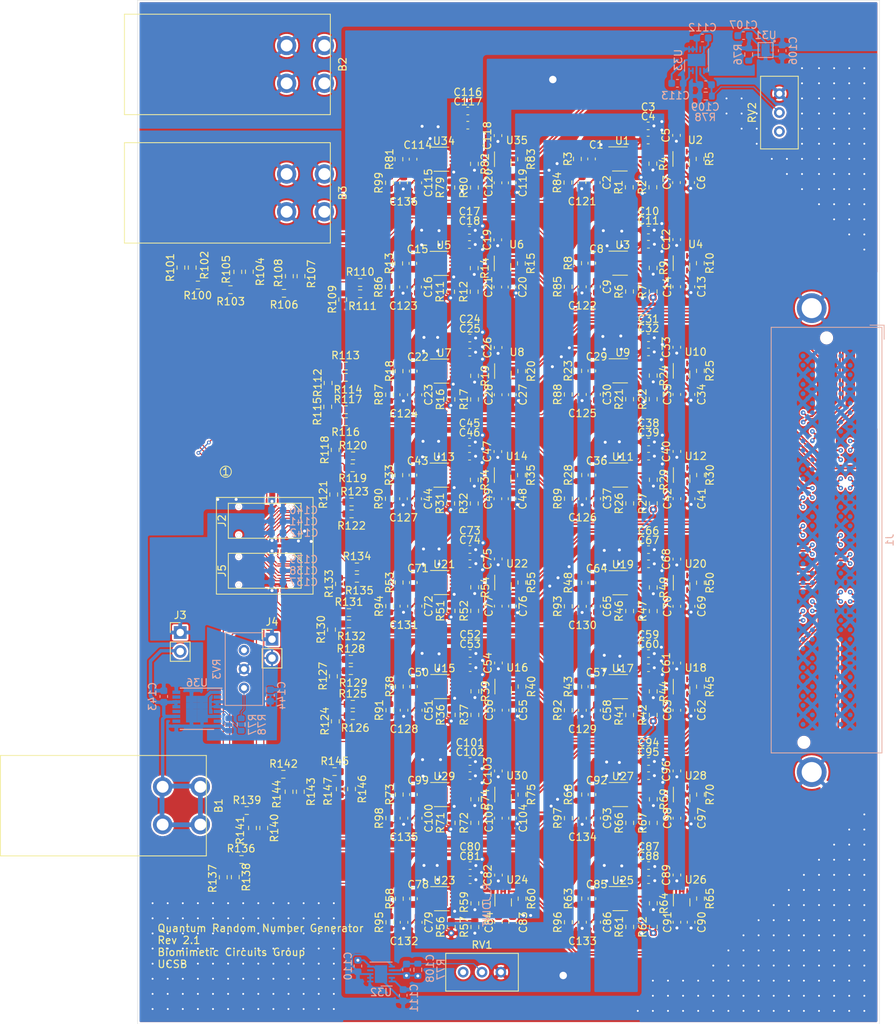
<source format=kicad_pcb>
(kicad_pcb (version 20171130) (host pcbnew 5.1.10)
  (layers (0 F.Cu signal) (1 In1.Cu signal) (2 In2.Cu signal) (31 B.Cu signal) (34 B.Paste user) (35 F.Paste user) (36 B.SilkS user) (37 F.SilkS user) (38 B.Mask user) (39 F.Mask user) (44 Edge.Cuts user))
  (net 0 "")
  (net 1 HV)
  (net 2 IN_PWR)
  (net 3 GND)
  (net 4 /A2)
  (net 5 /Channel_A2/TIA_FB)
  (net 6 TIA_REF)
  (net 7 3.3V)
  (net 8 COMP_REF)
  (net 9 /A3)
  (net 10 /Channel_A3/TIA_FB)
  (net 11 /A4)
  (net 12 /Channel_A4/TIA_FB)
  (net 13 /B1)
  (net 14 /Channel_B1/TIA_FB)
  (net 15 /B2)
  (net 16 /Channel_B2/TIA_FB)
  (net 17 /B3)
  (net 18 /Channel_B3/TIA_FB)
  (net 19 /B4)
  (net 20 /Channel_B4/TIA_FB)
  (net 21 /C1)
  (net 22 /Channel_C1/TIA_FB)
  (net 23 /C2)
  (net 24 /Channel_C2/TIA_FB)
  (net 25 /C3)
  (net 26 /Channel_C3/TIA_FB)
  (net 27 /C4)
  (net 28 /Channel_C4/TIA_FB)
  (net 29 /D1)
  (net 30 /Channel_D1/TIA_FB)
  (net 31 /D2)
  (net 32 /Channel_D2/TIA_FB)
  (net 33 /D3)
  (net 34 /Channel_D3/TIA_FB)
  (net 35 /D4)
  (net 36 /Channel_D4/TIA_FB)
  (net 37 "Net-(C108-Pad1)")
  (net 38 "Net-(C109-Pad1)")
  (net 39 /A1)
  (net 40 /Channel_A1/TIA_FB)
  (net 41 /A1_OUT_P)
  (net 42 /A2_OUT_P)
  (net 43 /A3_OUT_P)
  (net 44 /A4_OUT_P)
  (net 45 /B1_OUT_P)
  (net 46 "Net-(J1-PadD40)")
  (net 47 /C3_OUT_P)
  (net 48 /C2_OUT_P)
  (net 49 /C1_OUT_P)
  (net 50 /B4_OUT_P)
  (net 51 /B3_OUT_P)
  (net 52 /B2_OUT_P)
  (net 53 /D4_OUT_P)
  (net 54 "Net-(J1-PadC30)")
  (net 55 "Net-(J1-PadC31)")
  (net 56 "Net-(J1-PadC37)")
  (net 57 "Net-(J1-PadC39)")
  (net 58 /D3_OUT_P)
  (net 59 /D2_OUT_P)
  (net 60 /D1_OUT_P)
  (net 61 /C4_OUT_P)
  (net 62 "Net-(R1-Pad2)")
  (net 63 /Channel_A2/TIA_OUT)
  (net 64 "Net-(R6-Pad2)")
  (net 65 /Channel_A3/TIA_OUT)
  (net 66 "Net-(R11-Pad2)")
  (net 67 /Channel_A4/TIA_OUT)
  (net 68 "Net-(R16-Pad2)")
  (net 69 /Channel_B1/TIA_OUT)
  (net 70 "Net-(R21-Pad2)")
  (net 71 /Channel_B2/TIA_OUT)
  (net 72 "Net-(R26-Pad2)")
  (net 73 /Channel_B3/TIA_OUT)
  (net 74 "Net-(R31-Pad2)")
  (net 75 /Channel_B4/TIA_OUT)
  (net 76 "Net-(R36-Pad2)")
  (net 77 /Channel_C1/TIA_OUT)
  (net 78 "Net-(R41-Pad2)")
  (net 79 /Channel_C2/TIA_OUT)
  (net 80 "Net-(R46-Pad2)")
  (net 81 /Channel_C3/TIA_OUT)
  (net 82 "Net-(R51-Pad2)")
  (net 83 /Channel_C4/TIA_OUT)
  (net 84 "Net-(R56-Pad2)")
  (net 85 /Channel_D1/TIA_OUT)
  (net 86 "Net-(R61-Pad2)")
  (net 87 /Channel_D2/TIA_OUT)
  (net 88 "Net-(R66-Pad2)")
  (net 89 /Channel_D3/TIA_OUT)
  (net 90 "Net-(R71-Pad2)")
  (net 91 /Channel_D4/TIA_OUT)
  (net 92 "Net-(R76-Pad2)")
  (net 93 "Net-(R79-Pad2)")
  (net 94 /Channel_A1/TIA_OUT)
  (net 95 "Net-(U32-Pad4)")
  (net 96 "Net-(U33-Pad4)")
  (net 97 "Net-(J1-PadC19)")
  (net 98 "Net-(J1-PadD24)")
  (net 99 "Net-(J1-PadD23)")
  (net 100 "Net-(J1-PadC18)")
  (net 101 "Net-(J1-PadD18)")
  (net 102 "Net-(J1-PadD17)")
  (net 103 "Net-(J1-PadD29)")
  (net 104 "Net-(J1-PadD30)")
  (net 105 "Net-(J1-PadD32)")
  (net 106 "Net-(J1-PadD31)")
  (net 107 "Net-(J1-PadC35)")
  (net 108 "Net-(J1-PadD36)")
  (net 109 "Net-(J1-PadD38)")
  (net 110 "Net-(J1-PadD34)")
  (net 111 "Net-(J1-PadD33)")
  (net 112 "Net-(J1-PadG33)")
  (net 113 "Net-(J1-PadG34)")
  (net 114 "Net-(J1-PadG39)")
  (net 115 "Net-(J1-PadH40)")
  (net 116 "Net-(J1-PadG37)")
  (net 117 "Net-(J1-PadG36)")
  (net 118 "Net-(J1-PadG31)")
  (net 119 "Net-(J1-PadG30)")
  (net 120 "Net-(J1-PadD01)")
  (net 121 "Net-(J1-PadC07)")
  (net 122 "Net-(J1-PadD08)")
  (net 123 "Net-(J1-PadD09)")
  (net 124 "Net-(J1-PadD05)")
  (net 125 "Net-(J1-PadC06)")
  (net 126 "Net-(J1-PadD04)")
  (net 127 "Net-(J1-PadC03)")
  (net 128 "Net-(J1-PadG03)")
  (net 129 "Net-(J1-PadH04)")
  (net 130 "Net-(J1-PadG06)")
  (net 131 "Net-(J1-PadH05)")
  (net 132 "Net-(J1-PadG07)")
  (net 133 "Net-(J1-PadH02)")
  (net 134 "Net-(J1-PadH01)")
  (net 135 "Net-(J1-PadG02)")
  (net 136 "Net-(J1-PadC02)")
  (net 137 /C3_OUT_N)
  (net 138 /C2_OUT_N)
  (net 139 /B3_OUT_N)
  (net 140 /C1_OUT_N)
  (net 141 /B4_OUT_N)
  (net 142 /A2_OUT_N)
  (net 143 /A3_OUT_N)
  (net 144 /D1_OUT_N)
  (net 145 /A4_OUT_N)
  (net 146 /D2_OUT_N)
  (net 147 /D4_OUT_N)
  (net 148 /B2_OUT_N)
  (net 149 /B1_OUT_N)
  (net 150 /D3_OUT_N)
  (net 151 /C4_OUT_N)
  (net 152 /A1_OUT_N)
  (net 153 "Net-(J1-PadG18)")
  (net 154 "Net-(J1-PadG19)")
  (net 155 "Net-(J1-PadH34)")
  (net 156 "Net-(J1-PadH38)")
  (net 157 "Net-(J1-PadH37)")
  (net 158 "Net-(J1-PadH35)")
  (net 159 "Net-(J1-PadH26)")
  (net 160 "Net-(J1-PadH31)")
  (net 161 "Net-(J1-PadH32)")
  (net 162 "Net-(J1-PadH11)")
  (net 163 "Net-(J1-PadH25)")
  (net 164 "Net-(J1-PadH10)")
  (net 165 "Net-(J1-PadG12)")
  (net 166 "Net-(J1-PadH14)")
  (net 167 "Net-(J1-PadH13)")
  (net 168 "Net-(J1-PadG13)")
  (net 169 "Net-(J1-PadH22)")
  (net 170 "Net-(J1-PadH23)")
  (net 171 "Net-(J1-PadG25)")
  (net 172 "Net-(J1-PadG24)")
  (net 173 "Net-(C121-Pad2)")
  (net 174 "Net-(C122-Pad2)")
  (net 175 "Net-(C123-Pad2)")
  (net 176 "Net-(C124-Pad2)")
  (net 177 "Net-(C125-Pad2)")
  (net 178 "Net-(C126-Pad2)")
  (net 179 "Net-(C127-Pad2)")
  (net 180 "Net-(C128-Pad2)")
  (net 181 "Net-(C129-Pad2)")
  (net 182 "Net-(C130-Pad2)")
  (net 183 "Net-(C131-Pad2)")
  (net 184 "Net-(C132-Pad2)")
  (net 185 "Net-(C133-Pad2)")
  (net 186 "Net-(C134-Pad2)")
  (net 187 "Net-(C135-Pad2)")
  (net 188 "Net-(C136-Pad2)")
  (net 189 IN_HV)
  (net 190 "Net-(RV1-Pad3)")
  (net 191 "Net-(RV2-Pad3)")
  (net 192 "/SPAD Sheet/Fast16")
  (net 193 "/SPAD Sheet/Slow16")
  (net 194 "/SPAD Sheet/Slow11")
  (net 195 "/SPAD Sheet/Fast9")
  (net 196 "/SPAD Sheet/Slow9")
  (net 197 "/SPAD Sheet/Fast12")
  (net 198 "/SPAD Sheet/Slow10")
  (net 199 "/SPAD Sheet/Slow12")
  (net 200 "/SPAD Sheet/Fast10")
  (net 201 "/SPAD Sheet/Fast11")
  (net 202 "/SPAD Sheet/Slow13")
  (net 203 "/SPAD Sheet/Slow14")
  (net 204 "/SPAD Sheet/Fast13")
  (net 205 "/SPAD Sheet/Fast14")
  (net 206 "/SPAD Sheet/Slow15")
  (net 207 "/SPAD Sheet/Fast15")
  (net 208 "/SPAD Sheet/Fast8")
  (net 209 "/SPAD Sheet/Slow8")
  (net 210 "/SPAD Sheet/Slow3")
  (net 211 "/SPAD Sheet/Fast1")
  (net 212 "/SPAD Sheet/Slow2")
  (net 213 "/SPAD Sheet/Slow4")
  (net 214 "/SPAD Sheet/Slow1")
  (net 215 "/SPAD Sheet/Fast4")
  (net 216 "/SPAD Sheet/Fast2")
  (net 217 "/SPAD Sheet/Fast3")
  (net 218 "/SPAD Sheet/Slow5")
  (net 219 "/SPAD Sheet/Slow6")
  (net 220 "/SPAD Sheet/Fast5")
  (net 221 "/SPAD Sheet/Fast6")
  (net 222 "/SPAD Sheet/Slow7")
  (net 223 "/SPAD Sheet/Fast7")
  (net 224 "Net-(R77-Pad1)")
  (net 225 "Net-(R78-Pad1)")
  (net 226 "Net-(RV3-Pad3)")
  (net 227 "Net-(C144-Pad2)")
  (module Custom_Footprint_Library:Hirose_DF17-20DS_2x10_P0.50mm_Vertical_Mate (layer F.Cu) (at 88.2396 99.3212 270)
    (fp_text reference J5 (at 0 5.75 90) (layer F.SilkS))
    (fp_text value Hirose-DF17-20DS)
    (pad NC thru_hole circle (at 1.9 3.5 270) (size 0.5 0.5) (drill 0.5) (layers *.Cu *.Mask))
    (pad NC thru_hole circle (at 1.9 -3.5 270) (size 0.5 0.5) (drill 0.5) (layers *.Cu *.Mask))
    (pad NC thru_hole circle (at -1.9 3.5 270) (size 0.5 0.5) (drill 0.5) (layers *.Cu *.Mask))
    (pad NC thru_hole circle (at -1.9 -3.5 270) (size 0.5 0.5) (drill 0.5) (layers *.Cu *.Mask))
    (pad 15 smd roundrect (at 2.65 -0.25 270) (size 0.5 0.25) (layers F.Cu F.Paste F.Mask) (roundrect_rratio 0.1) (net 207 "/SPAD Sheet/Fast15"))
    (pad 17 smd roundrect (at 2.65 0.75 270) (size 0.5 0.25) (layers F.Cu F.Paste F.Mask) (roundrect_rratio 0.1) (net 205 "/SPAD Sheet/Fast14"))
    (pad 19 smd roundrect (at 2.65 1.75 270) (size 0.5 0.25) (layers F.Cu F.Paste F.Mask) (roundrect_rratio 0.1) (net 202 "/SPAD Sheet/Slow13"))
    (pad 13 smd roundrect (at 2.65 -1.25 270) (size 0.5 0.25) (layers F.Cu F.Paste F.Mask) (roundrect_rratio 0.1) (net 1 HV))
    (pad 16 smd roundrect (at 2.65 0.25 270) (size 0.5 0.25) (layers F.Cu F.Paste F.Mask) (roundrect_rratio 0.1) (net 206 "/SPAD Sheet/Slow15"))
    (pad 14 smd roundrect (at 2.65 -0.75 270) (size 0.5 0.25) (layers F.Cu F.Paste F.Mask) (roundrect_rratio 0.1) (net 1 HV))
    (pad 11 smd roundrect (at 2.65 -2.25 270) (size 0.5 0.25) (layers F.Cu F.Paste F.Mask) (roundrect_rratio 0.1) (net 192 "/SPAD Sheet/Fast16"))
    (pad 12 smd roundrect (at 2.65 -1.75 270) (size 0.5 0.25) (layers F.Cu F.Paste F.Mask) (roundrect_rratio 0.1) (net 193 "/SPAD Sheet/Slow16"))
    (pad 20 smd roundrect (at 2.65 2.25 270) (size 0.5 0.25) (layers F.Cu F.Paste F.Mask) (roundrect_rratio 0.1) (net 204 "/SPAD Sheet/Fast13"))
    (pad 18 smd roundrect (at 2.65 1.25 270) (size 0.5 0.25) (layers F.Cu F.Paste F.Mask) (roundrect_rratio 0.1) (net 203 "/SPAD Sheet/Slow14"))
    (pad 1 smd roundrect (at -2.65 2.25 270) (size 0.5 0.25) (layers F.Cu F.Paste F.Mask) (roundrect_rratio 0.1) (net 196 "/SPAD Sheet/Slow9"))
    (pad 2 smd roundrect (at -2.65 1.75 270) (size 0.5 0.25) (layers F.Cu F.Paste F.Mask) (roundrect_rratio 0.1) (net 195 "/SPAD Sheet/Fast9"))
    (pad 3 smd roundrect (at -2.65 1.25 270) (size 0.5 0.25) (layers F.Cu F.Paste F.Mask) (roundrect_rratio 0.1) (net 198 "/SPAD Sheet/Slow10"))
    (pad 4 smd roundrect (at -2.65 0.75 270) (size 0.5 0.25) (layers F.Cu F.Paste F.Mask) (roundrect_rratio 0.1) (net 200 "/SPAD Sheet/Fast10"))
    (pad 5 smd roundrect (at -2.65 0.25 270) (size 0.5 0.25) (layers F.Cu F.Paste F.Mask) (roundrect_rratio 0.1) (net 194 "/SPAD Sheet/Slow11"))
    (pad 6 smd roundrect (at -2.65 -0.25 270) (size 0.5 0.25) (layers F.Cu F.Paste F.Mask) (roundrect_rratio 0.1) (net 201 "/SPAD Sheet/Fast11"))
    (pad 7 smd roundrect (at -2.65 -0.75 270) (size 0.5 0.25) (layers F.Cu F.Paste F.Mask) (roundrect_rratio 0.1) (net 1 HV))
    (pad 8 smd roundrect (at -2.65 -1.25 270) (size 0.5 0.25) (layers F.Cu F.Paste F.Mask) (roundrect_rratio 0.1) (net 1 HV))
    (pad 9 smd roundrect (at -2.65 -1.75 270) (size 0.5 0.25) (layers F.Cu F.Paste F.Mask) (roundrect_rratio 0.1) (net 199 "/SPAD Sheet/Slow12"))
    (pad 10 smd roundrect (at -2.65 -2.25 270) (size 0.5 0.25) (layers F.Cu F.Paste F.Mask) (roundrect_rratio 0.1) (net 197 "/SPAD Sheet/Fast12"))
  )
  (module Custom_Footprint_Library:Hirose_DF17-20DS_2x10_P0.50mm_Vertical_Mate (layer F.Cu) (at 88.2396 92.6012 270)
    (fp_text reference J2 (at 0 5.75 90) (layer F.SilkS))
    (fp_text value Hirose-DF17-20DS)
    (pad NC thru_hole circle (at 1.9 3.5 270) (size 0.5 0.5) (drill 0.5) (layers *.Cu *.Mask))
    (pad NC thru_hole circle (at 1.9 -3.5 270) (size 0.5 0.5) (drill 0.5) (layers *.Cu *.Mask))
    (pad NC thru_hole circle (at -1.9 3.5 270) (size 0.5 0.5) (drill 0.5) (layers *.Cu *.Mask))
    (pad NC thru_hole circle (at -1.9 -3.5 270) (size 0.5 0.5) (drill 0.5) (layers *.Cu *.Mask))
    (pad 15 smd roundrect (at 2.65 -0.25 270) (size 0.5 0.25) (layers F.Cu F.Paste F.Mask) (roundrect_rratio 0.1) (net 223 "/SPAD Sheet/Fast7"))
    (pad 17 smd roundrect (at 2.65 0.75 270) (size 0.5 0.25) (layers F.Cu F.Paste F.Mask) (roundrect_rratio 0.1) (net 221 "/SPAD Sheet/Fast6"))
    (pad 19 smd roundrect (at 2.65 1.75 270) (size 0.5 0.25) (layers F.Cu F.Paste F.Mask) (roundrect_rratio 0.1) (net 218 "/SPAD Sheet/Slow5"))
    (pad 13 smd roundrect (at 2.65 -1.25 270) (size 0.5 0.25) (layers F.Cu F.Paste F.Mask) (roundrect_rratio 0.1) (net 1 HV))
    (pad 16 smd roundrect (at 2.65 0.25 270) (size 0.5 0.25) (layers F.Cu F.Paste F.Mask) (roundrect_rratio 0.1) (net 222 "/SPAD Sheet/Slow7"))
    (pad 14 smd roundrect (at 2.65 -0.75 270) (size 0.5 0.25) (layers F.Cu F.Paste F.Mask) (roundrect_rratio 0.1) (net 1 HV))
    (pad 11 smd roundrect (at 2.65 -2.25 270) (size 0.5 0.25) (layers F.Cu F.Paste F.Mask) (roundrect_rratio 0.1) (net 208 "/SPAD Sheet/Fast8"))
    (pad 12 smd roundrect (at 2.65 -1.75 270) (size 0.5 0.25) (layers F.Cu F.Paste F.Mask) (roundrect_rratio 0.1) (net 209 "/SPAD Sheet/Slow8"))
    (pad 20 smd roundrect (at 2.65 2.25 270) (size 0.5 0.25) (layers F.Cu F.Paste F.Mask) (roundrect_rratio 0.1) (net 220 "/SPAD Sheet/Fast5"))
    (pad 18 smd roundrect (at 2.65 1.25 270) (size 0.5 0.25) (layers F.Cu F.Paste F.Mask) (roundrect_rratio 0.1) (net 219 "/SPAD Sheet/Slow6"))
    (pad 1 smd roundrect (at -2.65 2.25 270) (size 0.5 0.25) (layers F.Cu F.Paste F.Mask) (roundrect_rratio 0.1) (net 212 "/SPAD Sheet/Slow2"))
    (pad 2 smd roundrect (at -2.65 1.75 270) (size 0.5 0.25) (layers F.Cu F.Paste F.Mask) (roundrect_rratio 0.1) (net 211 "/SPAD Sheet/Fast1"))
    (pad 3 smd roundrect (at -2.65 1.25 270) (size 0.5 0.25) (layers F.Cu F.Paste F.Mask) (roundrect_rratio 0.1) (net 214 "/SPAD Sheet/Slow1"))
    (pad 4 smd roundrect (at -2.65 0.75 270) (size 0.5 0.25) (layers F.Cu F.Paste F.Mask) (roundrect_rratio 0.1) (net 216 "/SPAD Sheet/Fast2"))
    (pad 5 smd roundrect (at -2.65 0.25 270) (size 0.5 0.25) (layers F.Cu F.Paste F.Mask) (roundrect_rratio 0.1) (net 210 "/SPAD Sheet/Slow3"))
    (pad 6 smd roundrect (at -2.65 -0.25 270) (size 0.5 0.25) (layers F.Cu F.Paste F.Mask) (roundrect_rratio 0.1) (net 217 "/SPAD Sheet/Fast3"))
    (pad 7 smd roundrect (at -2.65 -0.75 270) (size 0.5 0.25) (layers F.Cu F.Paste F.Mask) (roundrect_rratio 0.1) (net 1 HV))
    (pad 8 smd roundrect (at -2.65 -1.25 270) (size 0.5 0.25) (layers F.Cu F.Paste F.Mask) (roundrect_rratio 0.1) (net 1 HV))
    (pad 9 smd roundrect (at -2.65 -1.75 270) (size 0.5 0.25) (layers F.Cu F.Paste F.Mask) (roundrect_rratio 0.1) (net 215 "/SPAD Sheet/Fast4"))
    (pad 10 smd roundrect (at -2.65 -2.25 270) (size 0.5 0.25) (layers F.Cu F.Paste F.Mask) (roundrect_rratio 0.1) (net 213 "/SPAD Sheet/Slow4"))
  )
  (module Resistor_SMD:R_0603_1608Metric (layer F.Cu) (at 118.07 144.024 90)
    (fp_text reference R_JOINT (at -0.25 0.05 90) (layer B.SilkS) (effects (justify mirror)))
    (fp_text value 0)
    (pad 2 smd roundrect (at 0.825 0 90) (size 0.8 0.95) (layers F.Cu F.Paste F.Mask) (net 85 /Channel_D1/TIA_OUT))
    (pad 1 smd roundrect (at -0.825 0 90) (size 0.8 0.95) (layers F.Cu F.Paste F.Mask) (net 85 /Channel_D1/TIA_OUT))
  )
  (module Package_SO:TSSOP-16-1EP_4.4x5mm_P0.65mm (layer B.Cu) (at 79.12 117.924 180)
    (fp_text reference U36 (at 0 3.55) (layer B.SilkS) (effects (justify mirror)))
    (fp_text value LT3012)
    (pad 17 smd rect (at -0.735 1.3425 180) (size 1.47 0.895) (layers B.Cu B.Paste B.Mask) (net 3 GND))
    (pad 17 smd rect (at -0.735 0.4475 180) (size 1.47 0.895) (layers B.Cu B.Paste B.Mask) (net 3 GND))
    (pad 17 smd rect (at -0.735 -0.4475 180) (size 1.47 0.895) (layers B.Cu B.Paste B.Mask) (net 3 GND))
    (pad 17 smd rect (at -0.735 -1.3425 180) (size 1.47 0.895) (layers B.Cu B.Paste B.Mask) (net 3 GND))
    (pad 17 smd rect (at 0.735 1.3425 180) (size 1.47 0.895) (layers B.Cu B.Paste B.Mask) (net 3 GND))
    (pad 17 smd rect (at 0.735 0.4475 180) (size 1.47 0.895) (layers B.Cu B.Paste B.Mask) (net 3 GND))
    (pad 17 smd rect (at 0.735 -0.4475 180) (size 1.47 0.895) (layers B.Cu B.Paste B.Mask) (net 3 GND))
    (pad 17 smd rect (at 0.735 -1.3425 180) (size 1.47 0.895) (layers B.Cu B.Paste B.Mask) (net 3 GND))
    (pad 16 smd rect (at 2.775 2.275 180) (size 1.05 0.45) (layers B.Cu B.Paste B.Mask) (net 3 GND))
    (pad 15 smd rect (at 2.775 1.625 180) (size 1.05 0.45) (layers B.Cu B.Paste B.Mask))
    (pad 14 smd rect (at 2.775 0.975 180) (size 1.05 0.45) (layers B.Cu B.Paste B.Mask) (net 189 IN_HV))
    (pad 13 smd rect (at 2.775 0.325 180) (size 1.05 0.45) (layers B.Cu B.Paste B.Mask) (net 189 IN_HV))
    (pad 12 smd rect (at 2.775 -0.325 180) (size 1.05 0.45) (layers B.Cu B.Paste B.Mask))
    (pad 11 smd rect (at 2.775 -0.975 180) (size 1.05 0.45) (layers B.Cu B.Paste B.Mask) (net 189 IN_HV))
    (pad 10 smd rect (at 2.775 -1.625 180) (size 1.05 0.45) (layers B.Cu B.Paste B.Mask))
    (pad 9 smd rect (at 2.775 -2.275 180) (size 1.05 0.45) (layers B.Cu B.Paste B.Mask) (net 3 GND))
    (pad 8 smd rect (at -2.775 -2.275 180) (size 1.05 0.45) (layers B.Cu B.Paste B.Mask) (net 3 GND))
    (pad 7 smd rect (at -2.775 -1.625 180) (size 1.05 0.45) (layers B.Cu B.Paste B.Mask))
    (pad 6 smd rect (at -2.775 -0.975 180) (size 1.05 0.45) (layers B.Cu B.Paste B.Mask) (net 3 GND))
    (pad 5 smd rect (at -2.775 -0.325 180) (size 1.05 0.45) (layers B.Cu B.Paste B.Mask) (net 224 "Net-(R77-Pad1)"))
    (pad 4 smd rect (at -2.775 0.325 180) (size 1.05 0.45) (layers B.Cu B.Paste B.Mask) (net 227 "Net-(C144-Pad2)"))
    (pad 3 smd rect (at -2.775 0.975 180) (size 1.05 0.45) (layers B.Cu B.Paste B.Mask) (net 227 "Net-(C144-Pad2)"))
    (pad 2 smd rect (at -2.775 1.625 180) (size 1.05 0.45) (layers B.Cu B.Paste B.Mask))
    (pad 1 smd rect (at -2.775 2.275 180) (size 1.05 0.45) (layers B.Cu B.Paste B.Mask) (net 3 GND))
  )
  (module Connector_PinHeader_2.54mm:PinHeader_1x02_P2.54mm_Vertical (layer F.Cu) (at 89.22 108.524)
    (fp_text reference J4 (at 0 -2.33) (layer F.SilkS))
    (fp_text value PinHeader_1x2)
    (pad 2 thru_hole oval (at 0 2.54) (size 1.7 1.7) (drill 1) (layers *.Cu *.Mask) (net 227 "Net-(C144-Pad2)"))
    (pad 1 thru_hole rect (at 0 0) (size 1.7 1.7) (drill 1) (layers *.Cu *.Mask) (net 1 HV))
  )
  (module Connector_PinHeader_2.54mm:PinHeader_1x02_P2.54mm_Vertical (layer F.Cu) (at 76.87 107.624)
    (fp_text reference J3 (at 0 -2.33 180) (layer F.SilkS))
    (fp_text value PinHeader_1x2)
    (pad 2 thru_hole oval (at 0 2.54) (size 1.7 1.7) (drill 1) (layers *.Cu *.Mask) (net 189 IN_HV))
    (pad 1 thru_hole rect (at 0 0) (size 1.7 1.7) (drill 1) (layers *.Cu *.Mask) (net 1 HV))
  )
  (module Potentiometer_THT:Potentiometer_Bourns_3296W_Vertical (layer B.Cu) (at 85.452 115.078 270)
    (fp_text reference RV3 (at -2.54 3.66 270) (layer B.SilkS) (effects (justify mirror)))
    (fp_text value 15k)
    (pad 3 thru_hole circle (at -5.08 0 270) (size 1.44 1.44) (drill 0.8) (layers *.Cu *.Mask) (net 226 "Net-(RV3-Pad3)"))
    (pad 2 thru_hole circle (at -2.54 0 270) (size 1.44 1.44) (drill 0.8) (layers *.Cu *.Mask) (net 227 "Net-(C144-Pad2)"))
    (pad 1 thru_hole circle (at 0 0 270) (size 1.44 1.44) (drill 0.8) (layers *.Cu *.Mask) (net 225 "Net-(R78-Pad1)"))
  )
  (module Resistor_SMD:R_0603_1608Metric (layer F.Cu) (at 98.402 128.6685 270)
    (fp_text reference R147 (at 0.321 1.655 90) (layer F.SilkS))
    (fp_text value 0)
    (pad 2 smd roundrect (at 0.825 0 270) (size 0.8 0.95) (layers F.Cu F.Paste F.Mask) (net 35 /D4))
    (pad 1 smd roundrect (at -0.825 0 270) (size 0.8 0.95) (layers F.Cu F.Paste F.Mask) (net 193 "/SPAD Sheet/Slow16"))
  )
  (module Resistor_SMD:R_0603_1608Metric (layer F.Cu) (at 99.922 128.6685 270)
    (fp_text reference R146 (at 0 -1.43 90) (layer F.SilkS))
    (fp_text value 0)
    (pad 2 smd roundrect (at 0.825 0 270) (size 0.8 0.95) (layers F.Cu F.Paste F.Mask) (net 35 /D4))
    (pad 1 smd roundrect (at -0.825 0 270) (size 0.8 0.95) (layers F.Cu F.Paste F.Mask) (net 192 "/SPAD Sheet/Fast16"))
  )
  (module Resistor_SMD:R_0603_1608Metric (layer F.Cu) (at 97.636 126.3225 180)
    (fp_text reference R145 (at -0.026 1.403) (layer F.SilkS))
    (fp_text value 0)
    (pad 2 smd roundrect (at 0.825 0 180) (size 0.8 0.95) (layers F.Cu F.Paste F.Mask) (net 3 GND))
    (pad 1 smd roundrect (at -0.825 0 180) (size 0.8 0.95) (layers F.Cu F.Paste F.Mask) (net 193 "/SPAD Sheet/Slow16"))
  )
  (module Resistor_SMD:R_0603_1608Metric (layer F.Cu) (at 91.5115 129.032 270)
    (fp_text reference R144 (at 0.321 1.655 90) (layer F.SilkS))
    (fp_text value 0)
    (pad 2 smd roundrect (at 0.825 0 270) (size 0.8 0.95) (layers F.Cu F.Paste F.Mask) (net 33 /D3))
    (pad 1 smd roundrect (at -0.825 0 270) (size 0.8 0.95) (layers F.Cu F.Paste F.Mask) (net 206 "/SPAD Sheet/Slow15"))
  )
  (module Resistor_SMD:R_0603_1608Metric (layer F.Cu) (at 93.0315 129.032 270)
    (fp_text reference R143 (at 0 -1.43 90) (layer F.SilkS))
    (fp_text value 0)
    (pad 2 smd roundrect (at 0.825 0 270) (size 0.8 0.95) (layers F.Cu F.Paste F.Mask) (net 33 /D3))
    (pad 1 smd roundrect (at -0.825 0 270) (size 0.8 0.95) (layers F.Cu F.Paste F.Mask) (net 207 "/SPAD Sheet/Fast15"))
  )
  (module Resistor_SMD:R_0603_1608Metric (layer F.Cu) (at 90.7455 126.686 180)
    (fp_text reference R142 (at -0.026 1.403) (layer F.SilkS))
    (fp_text value 0)
    (pad 2 smd roundrect (at 0.825 0 180) (size 0.8 0.95) (layers F.Cu F.Paste F.Mask) (net 3 GND))
    (pad 1 smd roundrect (at -0.825 0 180) (size 0.8 0.95) (layers F.Cu F.Paste F.Mask) (net 206 "/SPAD Sheet/Slow15"))
  )
  (module Resistor_SMD:R_0603_1608Metric (layer F.Cu) (at 86.5876 133.9053 270)
    (fp_text reference R141 (at 0.321 1.655 90) (layer F.SilkS))
    (fp_text value 0)
    (pad 2 smd roundrect (at 0.825 0 270) (size 0.8 0.95) (layers F.Cu F.Paste F.Mask) (net 31 /D2))
    (pad 1 smd roundrect (at -0.825 0 270) (size 0.8 0.95) (layers F.Cu F.Paste F.Mask) (net 203 "/SPAD Sheet/Slow14"))
  )
  (module Resistor_SMD:R_0603_1608Metric (layer F.Cu) (at 88.1076 133.9053 270)
    (fp_text reference R140 (at 0 -1.43 90) (layer F.SilkS))
    (fp_text value 0)
    (pad 2 smd roundrect (at 0.825 0 270) (size 0.8 0.95) (layers F.Cu F.Paste F.Mask) (net 31 /D2))
    (pad 1 smd roundrect (at -0.825 0 270) (size 0.8 0.95) (layers F.Cu F.Paste F.Mask) (net 205 "/SPAD Sheet/Fast14"))
  )
  (module Resistor_SMD:R_0603_1608Metric (layer F.Cu) (at 85.8216 131.5593 180)
    (fp_text reference R139 (at -0.026 1.403) (layer F.SilkS))
    (fp_text value 0)
    (pad 2 smd roundrect (at 0.825 0 180) (size 0.8 0.95) (layers F.Cu F.Paste F.Mask) (net 3 GND))
    (pad 1 smd roundrect (at -0.825 0 180) (size 0.8 0.95) (layers F.Cu F.Paste F.Mask) (net 203 "/SPAD Sheet/Slow14"))
  )
  (module Resistor_SMD:R_0603_1608Metric (layer F.Cu) (at 84.2772 140.5128 270)
    (fp_text reference R138 (at 0 -1.4732 270) (layer F.SilkS))
    (fp_text value 0)
    (pad 2 smd roundrect (at 0.825 0 270) (size 0.8 0.95) (layers F.Cu F.Paste F.Mask) (net 29 /D1))
    (pad 1 smd roundrect (at -0.825 0 270) (size 0.8 0.95) (layers F.Cu F.Paste F.Mask) (net 202 "/SPAD Sheet/Slow13"))
  )
  (module Resistor_SMD:R_0603_1608Metric (layer F.Cu) (at 82.6627 140.5268 270)
    (fp_text reference R137 (at 0.1765 1.4335 90) (layer F.SilkS))
    (fp_text value 0)
    (pad 2 smd roundrect (at 0.825 0 270) (size 0.8 0.95) (layers F.Cu F.Paste F.Mask) (net 29 /D1))
    (pad 1 smd roundrect (at -0.825 0 270) (size 0.8 0.95) (layers F.Cu F.Paste F.Mask) (net 204 "/SPAD Sheet/Fast13"))
  )
  (module Resistor_SMD:R_0603_1608Metric (layer F.Cu) (at 85.1154 138.1506)
    (fp_text reference R136 (at -0.0619 -1.478) (layer F.SilkS))
    (fp_text value 0)
    (pad 2 smd roundrect (at 0.825 0) (size 0.8 0.95) (layers F.Cu F.Paste F.Mask) (net 3 GND))
    (pad 1 smd roundrect (at -0.825 0) (size 0.8 0.95) (layers F.Cu F.Paste F.Mask) (net 202 "/SPAD Sheet/Slow13"))
  )
  (module Resistor_SMD:R_0603_1608Metric (layer F.Cu) (at 100.644 100.326)
    (fp_text reference R135 (at 0.321 1.655) (layer F.SilkS))
    (fp_text value 0)
    (pad 2 smd roundrect (at 0.825 0) (size 0.8 0.95) (layers F.Cu F.Paste F.Mask) (net 27 /C4))
    (pad 1 smd roundrect (at -0.825 0) (size 0.8 0.95) (layers F.Cu F.Paste F.Mask) (net 199 "/SPAD Sheet/Slow12"))
  )
  (module Resistor_SMD:R_0603_1608Metric (layer F.Cu) (at 100.644 98.806)
    (fp_text reference R134 (at 0 -1.43) (layer F.SilkS))
    (fp_text value 0)
    (pad 2 smd roundrect (at 0.825 0) (size 0.8 0.95) (layers F.Cu F.Paste F.Mask) (net 27 /C4))
    (pad 1 smd roundrect (at -0.825 0) (size 0.8 0.95) (layers F.Cu F.Paste F.Mask) (net 197 "/SPAD Sheet/Fast12"))
  )
  (module Resistor_SMD:R_0603_1608Metric (layer F.Cu) (at 98.298 101.092 270)
    (fp_text reference R133 (at -0.026 1.403 90) (layer F.SilkS))
    (fp_text value 0)
    (pad 2 smd roundrect (at 0.825 0 270) (size 0.8 0.95) (layers F.Cu F.Paste F.Mask) (net 3 GND))
    (pad 1 smd roundrect (at -0.825 0 270) (size 0.8 0.95) (layers F.Cu F.Paste F.Mask) (net 199 "/SPAD Sheet/Slow12"))
  )
  (module Resistor_SMD:R_0603_1608Metric (layer F.Cu) (at 99.5705 106.47)
    (fp_text reference R132 (at 0.321 1.655) (layer F.SilkS))
    (fp_text value 0)
    (pad 2 smd roundrect (at 0.825 0) (size 0.8 0.95) (layers F.Cu F.Paste F.Mask) (net 25 /C3))
    (pad 1 smd roundrect (at -0.825 0) (size 0.8 0.95) (layers F.Cu F.Paste F.Mask) (net 194 "/SPAD Sheet/Slow11"))
  )
  (module Resistor_SMD:R_0603_1608Metric (layer F.Cu) (at 99.5705 104.95)
    (fp_text reference R131 (at 0 -1.43) (layer F.SilkS))
    (fp_text value 0)
    (pad 2 smd roundrect (at 0.825 0) (size 0.8 0.95) (layers F.Cu F.Paste F.Mask) (net 25 /C3))
    (pad 1 smd roundrect (at -0.825 0) (size 0.8 0.95) (layers F.Cu F.Paste F.Mask) (net 201 "/SPAD Sheet/Fast11"))
  )
  (module Resistor_SMD:R_0603_1608Metric (layer F.Cu) (at 97.2245 107.236 270)
    (fp_text reference R130 (at -0.026 1.403 90) (layer F.SilkS))
    (fp_text value 0)
    (pad 2 smd roundrect (at 0.825 0 270) (size 0.8 0.95) (layers F.Cu F.Paste F.Mask) (net 3 GND))
    (pad 1 smd roundrect (at -0.825 0 270) (size 0.8 0.95) (layers F.Cu F.Paste F.Mask) (net 194 "/SPAD Sheet/Slow11"))
  )
  (module Resistor_SMD:R_0603_1608Metric (layer F.Cu) (at 99.8245 112.7475)
    (fp_text reference R129 (at 0.321 1.655) (layer F.SilkS))
    (fp_text value 0)
    (pad 2 smd roundrect (at 0.825 0) (size 0.8 0.95) (layers F.Cu F.Paste F.Mask) (net 23 /C2))
    (pad 1 smd roundrect (at -0.825 0) (size 0.8 0.95) (layers F.Cu F.Paste F.Mask) (net 198 "/SPAD Sheet/Slow10"))
  )
  (module Resistor_SMD:R_0603_1608Metric (layer F.Cu) (at 99.8245 111.2275)
    (fp_text reference R128 (at 0 -1.43) (layer F.SilkS))
    (fp_text value 0)
    (pad 2 smd roundrect (at 0.825 0) (size 0.8 0.95) (layers F.Cu F.Paste F.Mask) (net 23 /C2))
    (pad 1 smd roundrect (at -0.825 0) (size 0.8 0.95) (layers F.Cu F.Paste F.Mask) (net 200 "/SPAD Sheet/Fast10"))
  )
  (module Resistor_SMD:R_0603_1608Metric (layer F.Cu) (at 97.4785 113.5135 270)
    (fp_text reference R127 (at -0.026 1.403 90) (layer F.SilkS))
    (fp_text value 0)
    (pad 2 smd roundrect (at 0.825 0 270) (size 0.8 0.95) (layers F.Cu F.Paste F.Mask) (net 3 GND))
    (pad 1 smd roundrect (at -0.825 0 270) (size 0.8 0.95) (layers F.Cu F.Paste F.Mask) (net 198 "/SPAD Sheet/Slow10"))
  )
  (module Resistor_SMD:R_0603_1608Metric (layer F.Cu) (at 100.0865 118.798)
    (fp_text reference R126 (at 0.321 1.655) (layer F.SilkS))
    (fp_text value 0)
    (pad 2 smd roundrect (at 0.825 0) (size 0.8 0.95) (layers F.Cu F.Paste F.Mask) (net 21 /C1))
    (pad 1 smd roundrect (at -0.825 0) (size 0.8 0.95) (layers F.Cu F.Paste F.Mask) (net 196 "/SPAD Sheet/Slow9"))
  )
  (module Resistor_SMD:R_0603_1608Metric (layer F.Cu) (at 100.0865 117.278)
    (fp_text reference R125 (at 0 -1.43) (layer F.SilkS))
    (fp_text value 0)
    (pad 2 smd roundrect (at 0.825 0) (size 0.8 0.95) (layers F.Cu F.Paste F.Mask) (net 21 /C1))
    (pad 1 smd roundrect (at -0.825 0) (size 0.8 0.95) (layers F.Cu F.Paste F.Mask) (net 195 "/SPAD Sheet/Fast9"))
  )
  (module Resistor_SMD:R_0603_1608Metric (layer F.Cu) (at 97.7405 119.564 270)
    (fp_text reference R124 (at -0.026 1.403 90) (layer F.SilkS))
    (fp_text value 0)
    (pad 2 smd roundrect (at 0.825 0 270) (size 0.8 0.95) (layers F.Cu F.Paste F.Mask) (net 3 GND))
    (pad 1 smd roundrect (at -0.825 0 270) (size 0.8 0.95) (layers F.Cu F.Paste F.Mask) (net 196 "/SPAD Sheet/Slow9"))
  )
  (module Resistor_SMD:R_0603_1608Metric (layer F.Cu) (at 99.92 90.074)
    (fp_text reference R123 (at 0.4 -1.4) (layer F.SilkS))
    (fp_text value 0)
    (pad 2 smd roundrect (at 0.825 0) (size 0.8 0.95) (layers F.Cu F.Paste F.Mask) (net 19 /B4))
    (pad 1 smd roundrect (at -0.825 0) (size 0.8 0.95) (layers F.Cu F.Paste F.Mask) (net 209 "/SPAD Sheet/Slow8"))
  )
  (module Resistor_SMD:R_0603_1608Metric (layer F.Cu) (at 99.92 91.674)
    (fp_text reference R122 (at 0 1.6) (layer F.SilkS))
    (fp_text value 0)
    (pad 2 smd roundrect (at 0.825 0) (size 0.8 0.95) (layers F.Cu F.Paste F.Mask) (net 19 /B4))
    (pad 1 smd roundrect (at -0.825 0) (size 0.8 0.95) (layers F.Cu F.Paste F.Mask) (net 208 "/SPAD Sheet/Fast8"))
  )
  (module Resistor_SMD:R_0603_1608Metric (layer F.Cu) (at 97.52 89.074 90)
    (fp_text reference R121 (at 0 -1.4 90) (layer F.SilkS))
    (fp_text value 0)
    (pad 2 smd roundrect (at 0.825 0 90) (size 0.8 0.95) (layers F.Cu F.Paste F.Mask) (net 3 GND))
    (pad 1 smd roundrect (at -0.825 0 90) (size 0.8 0.95) (layers F.Cu F.Paste F.Mask) (net 209 "/SPAD Sheet/Slow8"))
  )
  (module Resistor_SMD:R_0603_1608Metric (layer F.Cu) (at 100.12 83.874)
    (fp_text reference R120 (at 0 -1.4) (layer F.SilkS))
    (fp_text value 0)
    (pad 2 smd roundrect (at 0.825 0) (size 0.8 0.95) (layers F.Cu F.Paste F.Mask) (net 17 /B3))
    (pad 1 smd roundrect (at -0.825 0) (size 0.8 0.95) (layers F.Cu F.Paste F.Mask) (net 222 "/SPAD Sheet/Slow7"))
  )
  (module Resistor_SMD:R_0603_1608Metric (layer F.Cu) (at 100.0655 85.474)
    (fp_text reference R119 (at 0 1.406) (layer F.SilkS))
    (fp_text value 0)
    (pad 2 smd roundrect (at 0.825 0) (size 0.8 0.95) (layers F.Cu F.Paste F.Mask) (net 17 /B3))
    (pad 1 smd roundrect (at -0.825 0) (size 0.8 0.95) (layers F.Cu F.Paste F.Mask) (net 223 "/SPAD Sheet/Fast7"))
  )
  (module Resistor_SMD:R_0603_1608Metric (layer F.Cu) (at 97.72 83.074 90)
    (fp_text reference R118 (at 0 -1.4 90) (layer F.SilkS))
    (fp_text value 0)
    (pad 2 smd roundrect (at 0.825 0 90) (size 0.8 0.95) (layers F.Cu F.Paste F.Mask) (net 3 GND))
    (pad 1 smd roundrect (at -0.825 0 90) (size 0.8 0.95) (layers F.Cu F.Paste F.Mask) (net 222 "/SPAD Sheet/Slow7"))
  )
  (module Resistor_SMD:R_0603_1608Metric (layer F.Cu) (at 99.12 77.674)
    (fp_text reference R117 (at 0.321 -1.4) (layer F.SilkS))
    (fp_text value 0)
    (pad 2 smd roundrect (at 0.825 0) (size 0.8 0.95) (layers F.Cu F.Paste F.Mask) (net 15 /B2))
    (pad 1 smd roundrect (at -0.825 0) (size 0.8 0.95) (layers F.Cu F.Paste F.Mask) (net 219 "/SPAD Sheet/Slow6"))
  )
  (module Resistor_SMD:R_0603_1608Metric (layer F.Cu) (at 99.12 79.274)
    (fp_text reference R116 (at 0 1.4) (layer F.SilkS))
    (fp_text value 0)
    (pad 2 smd roundrect (at 0.825 0) (size 0.8 0.95) (layers F.Cu F.Paste F.Mask) (net 15 /B2))
    (pad 1 smd roundrect (at -0.825 0) (size 0.8 0.95) (layers F.Cu F.Paste F.Mask) (net 221 "/SPAD Sheet/Fast6"))
  )
  (module Resistor_SMD:R_0603_1608Metric (layer F.Cu) (at 96.72 77.274 90)
    (fp_text reference R115 (at -0.6 -1.4 90) (layer F.SilkS))
    (fp_text value 0)
    (pad 2 smd roundrect (at 0.825 0 90) (size 0.8 0.95) (layers F.Cu F.Paste F.Mask) (net 3 GND))
    (pad 1 smd roundrect (at -0.825 0 90) (size 0.8 0.95) (layers F.Cu F.Paste F.Mask) (net 219 "/SPAD Sheet/Slow6"))
  )
  (module Resistor_SMD:R_0603_1608Metric (layer F.Cu) (at 99.113 73.314)
    (fp_text reference R114 (at 0.321 1.655) (layer F.SilkS))
    (fp_text value 0)
    (pad 2 smd roundrect (at 0.825 0) (size 0.8 0.95) (layers F.Cu F.Paste F.Mask) (net 13 /B1))
    (pad 1 smd roundrect (at -0.825 0) (size 0.8 0.95) (layers F.Cu F.Paste F.Mask) (net 218 "/SPAD Sheet/Slow5"))
  )
  (module Resistor_SMD:R_0603_1608Metric (layer F.Cu) (at 99.113 71.794)
    (fp_text reference R113 (at 0 -1.43) (layer F.SilkS))
    (fp_text value 0)
    (pad 2 smd roundrect (at 0.825 0) (size 0.8 0.95) (layers F.Cu F.Paste F.Mask) (net 13 /B1))
    (pad 1 smd roundrect (at -0.825 0) (size 0.8 0.95) (layers F.Cu F.Paste F.Mask) (net 220 "/SPAD Sheet/Fast5"))
  )
  (module Resistor_SMD:R_0603_1608Metric (layer F.Cu) (at 96.767 74.08 270)
    (fp_text reference R112 (at -0.026 1.403 90) (layer F.SilkS))
    (fp_text value 0)
    (pad 2 smd roundrect (at 0.825 0 270) (size 0.8 0.95) (layers F.Cu F.Paste F.Mask) (net 3 GND))
    (pad 1 smd roundrect (at -0.825 0 270) (size 0.8 0.95) (layers F.Cu F.Paste F.Mask) (net 218 "/SPAD Sheet/Slow5"))
  )
  (module Resistor_SMD:R_0603_1608Metric (layer F.Cu) (at 101.078 62.0835)
    (fp_text reference R111 (at 0.321 1.655) (layer F.SilkS))
    (fp_text value 0)
    (pad 2 smd roundrect (at 0.825 0) (size 0.8 0.95) (layers F.Cu F.Paste F.Mask) (net 11 /A4))
    (pad 1 smd roundrect (at -0.825 0) (size 0.8 0.95) (layers F.Cu F.Paste F.Mask) (net 213 "/SPAD Sheet/Slow4"))
  )
  (module Resistor_SMD:R_0603_1608Metric (layer F.Cu) (at 101.078 60.5635)
    (fp_text reference R110 (at 0 -1.43) (layer F.SilkS))
    (fp_text value 0)
    (pad 2 smd roundrect (at 0.825 0) (size 0.8 0.95) (layers F.Cu F.Paste F.Mask) (net 11 /A4))
    (pad 1 smd roundrect (at -0.825 0) (size 0.8 0.95) (layers F.Cu F.Paste F.Mask) (net 215 "/SPAD Sheet/Fast4"))
  )
  (module Resistor_SMD:R_0603_1608Metric (layer F.Cu) (at 98.732 62.8495 270)
    (fp_text reference R109 (at -0.026 1.403 90) (layer F.SilkS))
    (fp_text value 0)
    (pad 2 smd roundrect (at 0.825 0 270) (size 0.8 0.95) (layers F.Cu F.Paste F.Mask) (net 3 GND))
    (pad 1 smd roundrect (at -0.825 0 270) (size 0.8 0.95) (layers F.Cu F.Paste F.Mask) (net 213 "/SPAD Sheet/Slow4"))
  )
  (module Resistor_SMD:R_0603_1608Metric (layer F.Cu) (at 91.5549 59.7132 90)
    (fp_text reference R108 (at 0.4296 -1.4738 90) (layer F.SilkS))
    (fp_text value 0)
    (pad 2 smd roundrect (at 0.825 0 90) (size 0.8 0.95) (layers F.Cu F.Paste F.Mask) (net 9 /A3))
    (pad 1 smd roundrect (at -0.825 0 90) (size 0.8 0.95) (layers F.Cu F.Paste F.Mask) (net 210 "/SPAD Sheet/Slow3"))
  )
  (module Resistor_SMD:R_0603_1608Metric (layer F.Cu) (at 93.121 59.7132 90)
    (fp_text reference R107 (at 0.2899 1.3924 90) (layer F.SilkS))
    (fp_text value 0)
    (pad 2 smd roundrect (at 0.825 0 90) (size 0.8 0.95) (layers F.Cu F.Paste F.Mask) (net 9 /A3))
    (pad 1 smd roundrect (at -0.825 0 90) (size 0.8 0.95) (layers F.Cu F.Paste F.Mask) (net 217 "/SPAD Sheet/Fast3"))
  )
  (module Resistor_SMD:R_0603_1608Metric (layer F.Cu) (at 90.8304 62.0141 180)
    (fp_text reference R106 (at -0.0173 -1.5437) (layer F.SilkS))
    (fp_text value 0)
    (pad 2 smd roundrect (at 0.825 0 180) (size 0.8 0.95) (layers F.Cu F.Paste F.Mask) (net 3 GND))
    (pad 1 smd roundrect (at -0.825 0 180) (size 0.8 0.95) (layers F.Cu F.Paste F.Mask) (net 210 "/SPAD Sheet/Slow3"))
  )
  (module Resistor_SMD:R_0603_1608Metric (layer F.Cu) (at 84.617 59.1325 90)
    (fp_text reference R105 (at 0.3315 -1.559 90) (layer F.SilkS))
    (fp_text value 0)
    (pad 2 smd roundrect (at 0.825 0 90) (size 0.8 0.95) (layers F.Cu F.Paste F.Mask) (net 4 /A2))
    (pad 1 smd roundrect (at -0.825 0 90) (size 0.8 0.95) (layers F.Cu F.Paste F.Mask) (net 212 "/SPAD Sheet/Slow2"))
  )
  (module Resistor_SMD:R_0603_1608Metric (layer F.Cu) (at 86.1695 59.1185 90)
    (fp_text reference R104 (at 0 1.4605 90) (layer F.SilkS))
    (fp_text value 0)
    (pad 2 smd roundrect (at 0.825 0 90) (size 0.8 0.95) (layers F.Cu F.Paste F.Mask) (net 4 /A2))
    (pad 1 smd roundrect (at -0.825 0 90) (size 0.8 0.95) (layers F.Cu F.Paste F.Mask) (net 216 "/SPAD Sheet/Fast2"))
  )
  (module Resistor_SMD:R_0603_1608Metric (layer F.Cu) (at 83.6295 61.5315 180)
    (fp_text reference R103 (at -0.026 -1.5875) (layer F.SilkS))
    (fp_text value 0)
    (pad 2 smd roundrect (at 0.825 0 180) (size 0.8 0.95) (layers F.Cu F.Paste F.Mask) (net 3 GND))
    (pad 1 smd roundrect (at -0.825 0 180) (size 0.8 0.95) (layers F.Cu F.Paste F.Mask) (net 212 "/SPAD Sheet/Slow2"))
  )
  (module Resistor_SMD:R_0603_1608Metric (layer F.Cu) (at 78.482 58.561 90)
    (fp_text reference R102 (at 0.321 1.655 90) (layer F.SilkS))
    (fp_text value 0)
    (pad 2 smd roundrect (at 0.825 0 90) (size 0.8 0.95) (layers F.Cu F.Paste F.Mask) (net 39 /A1))
    (pad 1 smd roundrect (at -0.825 0 90) (size 0.8 0.95) (layers F.Cu F.Paste F.Mask) (net 214 "/SPAD Sheet/Slow1"))
  )
  (module Resistor_SMD:R_0603_1608Metric (layer F.Cu) (at 76.962 58.561 90)
    (fp_text reference R101 (at 0 -1.43 90) (layer F.SilkS))
    (fp_text value 0)
    (pad 2 smd roundrect (at 0.825 0 90) (size 0.8 0.95) (layers F.Cu F.Paste F.Mask) (net 39 /A1))
    (pad 1 smd roundrect (at -0.825 0 90) (size 0.8 0.95) (layers F.Cu F.Paste F.Mask) (net 211 "/SPAD Sheet/Fast1"))
  )
  (module Resistor_SMD:R_0603_1608Metric (layer F.Cu) (at 79.248 60.907)
    (fp_text reference R100 (at -0.026 1.403) (layer F.SilkS))
    (fp_text value 0)
    (pad 2 smd roundrect (at 0.825 0) (size 0.8 0.95) (layers F.Cu F.Paste F.Mask) (net 3 GND))
    (pad 1 smd roundrect (at -0.825 0) (size 0.8 0.95) (layers F.Cu F.Paste F.Mask) (net 214 "/SPAD Sheet/Slow1"))
  )
  (module Resistor_SMD:R_0603_1608Metric (layer B.Cu) (at 85.071 119.996 270)
    (fp_text reference R78 (at 0 -2.794 270) (layer B.SilkS) (effects (justify mirror)))
    (fp_text value 15k)
    (pad 2 smd roundrect (at 0.825 0 270) (size 0.8 0.95) (layers B.Cu B.Paste B.Mask) (net 224 "Net-(R77-Pad1)"))
    (pad 1 smd roundrect (at -0.825 0 270) (size 0.8 0.95) (layers B.Cu B.Paste B.Mask) (net 225 "Net-(R78-Pad1)"))
  )
  (module Resistor_SMD:R_0603_1608Metric (layer B.Cu) (at 83.42 119.996 270)
    (fp_text reference R77 (at 0 -3.175 270) (layer B.SilkS) (effects (justify mirror)))
    (fp_text value 959)
    (pad 2 smd roundrect (at 0.825 0 270) (size 0.8 0.95) (layers B.Cu B.Paste B.Mask) (net 3 GND))
    (pad 1 smd roundrect (at -0.825 0 270) (size 0.8 0.95) (layers B.Cu B.Paste B.Mask) (net 224 "Net-(R77-Pad1)"))
  )
  (module Capacitor_SMD:C_0603_1608Metric (layer B.Cu) (at 89.008 116.094 270)
    (fp_text reference C144 (at 0 -1.494 270) (layer B.SilkS) (effects (justify mirror)))
    (fp_text value 3.3u)
    (pad 2 smd roundrect (at 0.775 0 270) (size 0.9 0.95) (layers B.Cu B.Paste B.Mask) (net 227 "Net-(C144-Pad2)"))
    (pad 1 smd roundrect (at -0.775 0 270) (size 0.9 0.95) (layers B.Cu B.Paste B.Mask) (net 3 GND))
  )
  (module Capacitor_SMD:C_0603_1608Metric (layer B.Cu) (at 74.657 116.221 90)
    (fp_text reference C143 (at 0 -1.524 -90) (layer B.SilkS) (effects (justify mirror)))
    (fp_text value 1u)
    (pad 2 smd roundrect (at 0.775 0 90) (size 0.9 0.95) (layers B.Cu B.Paste B.Mask) (net 3 GND))
    (pad 1 smd roundrect (at -0.775 0 90) (size 0.9 0.95) (layers B.Cu B.Paste B.Mask) (net 189 IN_HV))
  )
  (module Potentiometer_THT:Potentiometer_Bourns_3296W_Vertical (layer F.Cu) (at 157.48 35.179 90)
    (fp_text reference RV2 (at -2.54 -3.66 90) (layer F.SilkS))
    (fp_text value 30k)
    (pad 3 thru_hole circle (at -5.08 0 90) (size 1.44 1.44) (drill 0.8) (layers *.Cu *.Mask) (net 191 "Net-(RV2-Pad3)"))
    (pad 2 thru_hole circle (at -2.54 0 90) (size 1.44 1.44) (drill 0.8) (layers *.Cu *.Mask) (net 38 "Net-(C109-Pad1)"))
    (pad 1 thru_hole circle (at 0 0 90) (size 1.44 1.44) (drill 0.8) (layers *.Cu *.Mask) (net 3 GND))
  )
  (module Potentiometer_THT:Potentiometer_Bourns_3296W_Vertical (layer F.Cu) (at 120.015 153.289)
    (fp_text reference RV1 (at -2.54 -3.66) (layer F.SilkS))
    (fp_text value 30k)
    (pad 3 thru_hole circle (at -5.08 0) (size 1.44 1.44) (drill 0.8) (layers *.Cu *.Mask) (net 190 "Net-(RV1-Pad3)"))
    (pad 2 thru_hole circle (at -2.54 0) (size 1.44 1.44) (drill 0.8) (layers *.Cu *.Mask) (net 37 "Net-(C108-Pad1)"))
    (pad 1 thru_hole circle (at 0 0) (size 1.44 1.44) (drill 0.8) (layers *.Cu *.Mask) (net 3 GND))
  )
  (module Capacitor_SMD:C_0603_1608Metric (layer B.Cu) (at 89.916 94.234)
    (fp_text reference C142 (at 3.61 0) (layer B.SilkS) (effects (justify mirror)))
    (fp_text value 10u)
    (pad 2 smd roundrect (at 0.775 0) (size 0.9 0.95) (layers B.Cu B.Paste B.Mask) (net 3 GND))
    (pad 1 smd roundrect (at -0.775 0) (size 0.9 0.95) (layers B.Cu B.Paste B.Mask) (net 1 HV))
  )
  (module Capacitor_SMD:C_0603_1608Metric (layer B.Cu) (at 89.916 92.71)
    (fp_text reference C141 (at 3.556 0) (layer B.SilkS) (effects (justify mirror)))
    (fp_text value 1u)
    (pad 2 smd roundrect (at 0.775 0) (size 0.9 0.95) (layers B.Cu B.Paste B.Mask) (net 3 GND))
    (pad 1 smd roundrect (at -0.775 0) (size 0.9 0.95) (layers B.Cu B.Paste B.Mask) (net 1 HV))
  )
  (module Capacitor_SMD:C_0603_1608Metric (layer B.Cu) (at 89.916 91.186)
    (fp_text reference C140 (at 3.556 0) (layer B.SilkS) (effects (justify mirror)))
    (fp_text value 1n)
    (pad 2 smd roundrect (at 0.775 0) (size 0.9 0.95) (layers B.Cu B.Paste B.Mask) (net 3 GND))
    (pad 1 smd roundrect (at -0.775 0) (size 0.9 0.95) (layers B.Cu B.Paste B.Mask) (net 1 HV))
  )
  (module Capacitor_SMD:C_0603_1608Metric (layer B.Cu) (at 89.916 97.79)
    (fp_text reference C139 (at 3.556 0) (layer B.SilkS) (effects (justify mirror)))
    (fp_text value 10u)
    (pad 2 smd roundrect (at 0.775 0) (size 0.9 0.95) (layers B.Cu B.Paste B.Mask) (net 3 GND))
    (pad 1 smd roundrect (at -0.775 0) (size 0.9 0.95) (layers B.Cu B.Paste B.Mask) (net 1 HV))
  )
  (module Capacitor_SMD:C_0603_1608Metric (layer B.Cu) (at 89.916 99.314)
    (fp_text reference C138 (at 3.556 0) (layer B.SilkS) (effects (justify mirror)))
    (fp_text value 1u)
    (pad 2 smd roundrect (at 0.775 0) (size 0.9 0.95) (layers B.Cu B.Paste B.Mask) (net 3 GND))
    (pad 1 smd roundrect (at -0.775 0) (size 0.9 0.95) (layers B.Cu B.Paste B.Mask) (net 1 HV))
  )
  (module Capacitor_SMD:C_0603_1608Metric (layer B.Cu) (at 89.916 100.838)
    (fp_text reference C137 (at 3.556 0) (layer B.SilkS) (effects (justify mirror)))
    (fp_text value 1n)
    (pad 2 smd roundrect (at 0.775 0) (size 0.9 0.95) (layers B.Cu B.Paste B.Mask) (net 3 GND))
    (pad 1 smd roundrect (at -0.775 0) (size 0.9 0.95) (layers B.Cu B.Paste B.Mask) (net 1 HV))
  )
  (module Connector_Samtec:Samtec_FMC_ASP-134604-01_4x40_Vertical (layer B.Cu) (at 163.83 95.1992 180)
    (fp_text reference J1 (at -8.5 0 270) (layer B.SilkS) (effects (justify mirror)))
    (fp_text value Samtec_ASP-134603)
    (pad C01 thru_hole circle (at 2 31.19 90) (size 4 4) (drill 2.7) (layers *.Cu *.Mask) (net 3 GND))
    (pad "" np_thru_hole circle (at 3.05 -27.19 90) (size 1.27 1.27) (drill 1.27) (layers *.Cu *.Mask) (clearance 0.1))
    (pad C01 smd circle (at -3.17 24.77 90) (size 0.64 0.64) (layers B.Cu B.Paste B.Mask) (net 3 GND))
    (pad D01 smd circle (at -1.91 24.77 90) (size 0.64 0.64) (layers B.Cu B.Paste B.Mask) (net 120 "Net-(J1-PadD01)") (clearance 0.1))
    (pad D02 smd circle (at -1.91 23.5 90) (size 0.64 0.64) (layers B.Cu B.Paste B.Mask) (net 3 GND) (clearance 0.1))
    (pad C07 smd circle (at -3.17 17.14 90) (size 0.64 0.64) (layers B.Cu B.Paste B.Mask) (net 121 "Net-(J1-PadC07)") (clearance 0.1))
    (pad D07 smd circle (at -1.91 17.14 90) (size 0.64 0.64) (layers B.Cu B.Paste B.Mask) (net 3 GND) (clearance 0.1))
    (pad D08 smd circle (at -1.91 15.88 90) (size 0.64 0.64) (layers B.Cu B.Paste B.Mask) (net 122 "Net-(J1-PadD08)") (clearance 0.1))
    (pad C08 smd circle (at -3.17 15.88 90) (size 0.64 0.64) (layers B.Cu B.Paste B.Mask) (net 3 GND) (clearance 0.1))
    (pad C10 smd circle (at -3.17 13.34 90) (size 0.64 0.64) (layers B.Cu B.Paste B.Mask) (net 41 /A1_OUT_P) (clearance 0.1))
    (pad D10 smd circle (at -1.91 13.34 90) (size 0.64 0.64) (layers B.Cu B.Paste B.Mask) (net 3 GND) (clearance 0.1))
    (pad D09 smd circle (at -1.91 14.61 90) (size 0.64 0.64) (layers B.Cu B.Paste B.Mask) (net 123 "Net-(J1-PadD09)") (clearance 0.1))
    (pad C09 smd circle (at -3.17 14.61 90) (size 0.64 0.64) (layers B.Cu B.Paste B.Mask) (net 3 GND) (clearance 0.1))
    (pad C05 smd circle (at -3.17 19.68 90) (size 0.64 0.64) (layers B.Cu B.Paste B.Mask) (net 3 GND) (clearance 0.1))
    (pad D05 smd circle (at -1.91 19.68 90) (size 0.64 0.64) (layers B.Cu B.Paste B.Mask) (net 124 "Net-(J1-PadD05)") (clearance 0.1))
    (pad D06 smd circle (at -1.91 18.41 90) (size 0.64 0.64) (layers B.Cu B.Paste B.Mask) (net 3 GND) (clearance 0.1))
    (pad C06 smd circle (at -3.17 18.41 90) (size 0.64 0.64) (layers B.Cu B.Paste B.Mask) (net 125 "Net-(J1-PadC06)") (clearance 0.1))
    (pad C04 smd circle (at -3.17 20.95 90) (size 0.64 0.64) (layers B.Cu B.Paste B.Mask) (net 3 GND) (clearance 0.1))
    (pad D04 smd circle (at -1.91 20.95 90) (size 0.64 0.64) (layers B.Cu B.Paste B.Mask) (net 126 "Net-(J1-PadD04)") (clearance 0.1))
    (pad D03 smd circle (at -1.91 22.23 90) (size 0.64 0.64) (layers B.Cu B.Paste B.Mask) (net 3 GND) (clearance 0.1))
    (pad C03 smd circle (at -3.17 22.23 90) (size 0.64 0.64) (layers B.Cu B.Paste B.Mask) (net 127 "Net-(J1-PadC03)") (clearance 0.1))
    (pad C19 smd circle (at -3.17 1.91 90) (size 0.64 0.64) (layers B.Cu B.Paste B.Mask) (net 97 "Net-(J1-PadC19)") (clearance 0.1))
    (pad D19 smd circle (at -1.91 1.91 90) (size 0.64 0.64) (layers B.Cu B.Paste B.Mask) (net 3 GND) (clearance 0.1))
    (pad D20 smd circle (at -1.91 0.64 90) (size 0.64 0.64) (layers B.Cu B.Paste B.Mask) (net 138 /C2_OUT_N) (clearance 0.1))
    (pad C20 smd circle (at -3.17 0.64 90) (size 0.64 0.64) (layers B.Cu B.Paste B.Mask) (net 3 GND) (clearance 0.1))
    (pad C21 smd circle (at -3.17 -0.64 90) (size 0.64 0.64) (layers B.Cu B.Paste B.Mask) (net 3 GND) (clearance 0.1))
    (pad D21 smd circle (at -1.91 -0.62 90) (size 0.64 0.64) (layers B.Cu B.Paste B.Mask) (net 48 /C2_OUT_P) (clearance 0.1))
    (pad C24 smd circle (at -3.17 -4.45 90) (size 0.64 0.64) (layers B.Cu B.Paste B.Mask) (net 3 GND) (clearance 0.1))
    (pad D24 smd circle (at -1.91 -4.45 90) (size 0.64 0.64) (layers B.Cu B.Paste B.Mask) (net 98 "Net-(J1-PadD24)") (clearance 0.1))
    (pad D25 smd circle (at -1.91 -5.71 90) (size 0.64 0.64) (layers B.Cu B.Paste B.Mask) (net 3 GND) (clearance 0.1))
    (pad C25 smd circle (at -3.17 -5.71 90) (size 0.64 0.64) (layers B.Cu B.Paste B.Mask) (net 3 GND) (clearance 0.1))
    (pad C23 smd circle (at -3.17 -3.17 90) (size 0.64 0.64) (layers B.Cu B.Paste B.Mask) (net 49 /C1_OUT_P) (clearance 0.1))
    (pad D23 smd circle (at -1.91 -3.17 90) (size 0.64 0.64) (layers B.Cu B.Paste B.Mask) (net 99 "Net-(J1-PadD23)") (clearance 0.1))
    (pad D22 smd circle (at -1.91 -1.91 90) (size 0.64 0.64) (layers B.Cu B.Paste B.Mask) (net 3 GND) (clearance 0.1))
    (pad C22 smd circle (at -3.17 -1.91 90) (size 0.64 0.64) (layers B.Cu B.Paste B.Mask) (net 140 /C1_OUT_N) (clearance 0.1))
    (pad C15 smd circle (at -3.17 6.99 90) (size 0.64 0.64) (layers B.Cu B.Paste B.Mask) (net 149 /B1_OUT_N) (clearance 0.1))
    (pad D15 smd circle (at -1.91 6.99 90) (size 0.64 0.64) (layers B.Cu B.Paste B.Mask) (net 52 /B2_OUT_P) (clearance 0.1))
    (pad D16 smd circle (at -1.91 5.71 90) (size 0.64 0.64) (layers B.Cu B.Paste B.Mask) (net 3 GND) (clearance 0.1))
    (pad C16 smd circle (at -3.17 5.71 90) (size 0.64 0.64) (layers B.Cu B.Paste B.Mask) (net 3 GND) (clearance 0.1))
    (pad C18 smd circle (at -3.17 3.17 90) (size 0.64 0.64) (layers B.Cu B.Paste B.Mask) (net 100 "Net-(J1-PadC18)") (clearance 0.1))
    (pad D18 smd circle (at -1.91 3.17 90) (size 0.64 0.64) (layers B.Cu B.Paste B.Mask) (net 101 "Net-(J1-PadD18)") (clearance 0.1))
    (pad D17 smd circle (at -1.91 4.45 90) (size 0.64 0.64) (layers B.Cu B.Paste B.Mask) (net 102 "Net-(J1-PadD17)") (clearance 0.1))
    (pad C17 smd circle (at -3.17 4.45 90) (size 0.64 0.64) (layers B.Cu B.Paste B.Mask) (net 3 GND) (clearance 0.1))
    (pad C13 smd circle (at -3.17 9.53 90) (size 0.64 0.64) (layers B.Cu B.Paste B.Mask) (net 3 GND) (clearance 0.1))
    (pad D13 smd circle (at -1.91 9.53 90) (size 0.64 0.64) (layers B.Cu B.Paste B.Mask) (net 3 GND) (clearance 0.1))
    (pad D14 smd circle (at -1.91 8.26 90) (size 0.64 0.64) (layers B.Cu B.Paste B.Mask) (net 148 /B2_OUT_N) (clearance 0.1))
    (pad C14 smd circle (at -3.17 8.26 90) (size 0.64 0.64) (layers B.Cu B.Paste B.Mask) (net 45 /B1_OUT_P) (clearance 0.1))
    (pad C12 smd circle (at -3.17 10.79 90) (size 0.64 0.64) (layers B.Cu B.Paste B.Mask) (net 3 GND) (clearance 0.1))
    (pad D12 smd circle (at -1.91 10.79 90) (size 0.64 0.64) (layers B.Cu B.Paste B.Mask) (net 42 /A2_OUT_P) (clearance 0.1))
    (pad D11 smd circle (at -1.91 12.06 90) (size 0.64 0.64) (layers B.Cu B.Paste B.Mask) (net 142 /A2_OUT_N) (clearance 0.1))
    (pad C11 smd circle (at -3.17 12.06 90) (size 0.64 0.64) (layers B.Cu B.Paste B.Mask) (net 152 /A1_OUT_N) (clearance 0.1))
    (pad C29 smd circle (at -3.17 -10.79 90) (size 0.64 0.64) (layers B.Cu B.Paste B.Mask) (net 3 GND) (clearance 0.1))
    (pad D29 smd circle (at -1.91 -10.79 90) (size 0.64 0.64) (layers B.Cu B.Paste B.Mask) (net 103 "Net-(J1-PadD29)") (clearance 0.1))
    (pad D30 smd circle (at -1.91 -12.06 90) (size 0.64 0.64) (layers B.Cu B.Paste B.Mask) (net 104 "Net-(J1-PadD30)") (clearance 0.1))
    (pad C30 smd circle (at -3.17 -12.06 90) (size 0.64 0.64) (layers B.Cu B.Paste B.Mask) (net 54 "Net-(J1-PadC30)") (clearance 0.1))
    (pad C32 smd circle (at -3.17 -14.61 90) (size 0.64 0.64) (layers B.Cu B.Paste B.Mask) (net 3 GND) (clearance 0.1))
    (pad D32 smd circle (at -1.91 -14.61 90) (size 0.64 0.64) (layers B.Cu B.Paste B.Mask) (net 105 "Net-(J1-PadD32)") (clearance 0.1))
    (pad D31 smd circle (at -1.91 -13.34 90) (size 0.64 0.64) (layers B.Cu B.Paste B.Mask) (net 106 "Net-(J1-PadD31)") (clearance 0.1))
    (pad C31 smd circle (at -3.17 -13.34 90) (size 0.64 0.64) (layers B.Cu B.Paste B.Mask) (net 55 "Net-(J1-PadC31)") (clearance 0.1))
    (pad D28 smd circle (at -1.91 -9.53 90) (size 0.64 0.64) (layers B.Cu B.Paste B.Mask) (net 3 GND) (clearance 0.1))
    (pad C28 smd circle (at -3.17 -9.53 90) (size 0.64 0.64) (layers B.Cu B.Paste B.Mask) (net 3 GND) (clearance 0.1))
    (pad C27 smd circle (at -3.17 -8.26 90) (size 0.64 0.64) (layers B.Cu B.Paste B.Mask) (net 144 /D1_OUT_N) (clearance 0.1))
    (pad D27 smd circle (at -1.91 -8.26 90) (size 0.64 0.64) (layers B.Cu B.Paste B.Mask) (net 59 /D2_OUT_P) (clearance 0.1))
    (pad D26 smd circle (at -1.91 -6.99 90) (size 0.64 0.64) (layers B.Cu B.Paste B.Mask) (net 146 /D2_OUT_N) (clearance 0.1))
    (pad C26 smd circle (at -3.17 -6.99 90) (size 0.64 0.64) (layers B.Cu B.Paste B.Mask) (net 60 /D1_OUT_P) (clearance 0.1))
    (pad C35 smd circle (at -3.17 -18.41 90) (size 0.64 0.64) (layers B.Cu B.Paste B.Mask) (net 107 "Net-(J1-PadC35)") (clearance 0.1))
    (pad D35 smd circle (at -1.91 -18.41 90) (size 0.64 0.64) (layers B.Cu B.Paste B.Mask) (net 3 GND) (clearance 0.1))
    (pad D36 smd circle (at -1.91 -19.68 90) (size 0.64 0.64) (layers B.Cu B.Paste B.Mask) (net 108 "Net-(J1-PadD36)") (clearance 0.1))
    (pad C36 smd circle (at -3.17 -19.68 90) (size 0.64 0.64) (layers B.Cu B.Paste B.Mask) (net 3 GND) (clearance 0.1))
    (pad C37 smd circle (at -3.17 -20.95 90) (size 0.64 0.64) (layers B.Cu B.Paste B.Mask) (net 56 "Net-(J1-PadC37)") (clearance 0.1))
    (pad D37 smd circle (at -1.91 -20.95 90) (size 0.64 0.64) (layers B.Cu B.Paste B.Mask) (net 3 GND) (clearance 0.1))
    (pad C40 smd circle (at -3.17 -24.77 90) (size 0.64 0.64) (layers B.Cu B.Paste B.Mask) (net 3 GND) (clearance 0.1))
    (pad D40 smd circle (at -1.91 -24.77 90) (size 0.64 0.64) (layers B.Cu B.Paste B.Mask) (net 46 "Net-(J1-PadD40)") (clearance 0.1))
    (pad C39 smd circle (at -3.17 -23.5 90) (size 0.64 0.64) (layers B.Cu B.Paste B.Mask) (net 57 "Net-(J1-PadC39)") (clearance 0.1))
    (pad D39 smd circle (at -1.91 -23.5 90) (size 0.64 0.64) (layers B.Cu B.Paste B.Mask) (net 3 GND) (clearance 0.1))
    (pad D38 smd circle (at -1.91 -22.23 90) (size 0.64 0.64) (layers B.Cu B.Paste B.Mask) (net 109 "Net-(J1-PadD38)") (clearance 0.1))
    (pad C38 smd circle (at -3.17 -22.23 90) (size 0.64 0.64) (layers B.Cu B.Paste B.Mask) (net 3 GND) (clearance 0.1))
    (pad C34 smd circle (at -3.17 -17.14 90) (size 0.64 0.64) (layers B.Cu B.Paste B.Mask) (net 3 GND) (clearance 0.1))
    (pad D34 smd circle (at -1.91 -17.14 90) (size 0.64 0.64) (layers B.Cu B.Paste B.Mask) (net 110 "Net-(J1-PadD34)") (clearance 0.1))
    (pad D33 smd circle (at -1.91 -15.88 90) (size 0.64 0.64) (layers B.Cu B.Paste B.Mask) (net 111 "Net-(J1-PadD33)") (clearance 0.1))
    (pad C33 smd circle (at -3.17 -15.88 90) (size 0.64 0.64) (layers B.Cu B.Paste B.Mask) (net 3 GND) (clearance 0.1))
    (pad G33 smd circle (at 1.91 -15.88 90) (size 0.64 0.64) (layers B.Cu B.Paste B.Mask) (net 112 "Net-(J1-PadG33)") (clearance 0.1))
    (pad H33 smd circle (at 3.17 -15.88 90) (size 0.64 0.64) (layers B.Cu B.Paste B.Mask) (net 3 GND) (clearance 0.1))
    (pad H34 smd circle (at 3.17 -17.14 90) (size 0.64 0.64) (layers B.Cu B.Paste B.Mask) (net 155 "Net-(J1-PadH34)") (clearance 0.1))
    (pad G34 smd circle (at 1.91 -17.14 90) (size 0.64 0.64) (layers B.Cu B.Paste B.Mask) (net 113 "Net-(J1-PadG34)") (clearance 0.1))
    (pad G38 smd circle (at 1.91 -22.23 90) (size 0.64 0.64) (layers B.Cu B.Paste B.Mask) (net 3 GND) (clearance 0.1))
    (pad H38 smd circle (at 3.17 -22.23 90) (size 0.64 0.64) (layers B.Cu B.Paste B.Mask) (net 156 "Net-(J1-PadH38)") (clearance 0.1))
    (pad H39 smd circle (at 3.17 -23.5 90) (size 0.64 0.64) (layers B.Cu B.Paste B.Mask) (net 3 GND) (clearance 0.1))
    (pad G39 smd circle (at 1.91 -23.5 90) (size 0.64 0.64) (layers B.Cu B.Paste B.Mask) (net 114 "Net-(J1-PadG39)") (clearance 0.1))
    (pad H40 smd circle (at 3.17 -24.77 90) (size 0.64 0.64) (layers B.Cu B.Paste B.Mask) (net 115 "Net-(J1-PadH40)") (clearance 0.1))
    (pad G40 smd circle (at 1.91 -24.77 90) (size 0.64 0.64) (layers B.Cu B.Paste B.Mask) (net 3 GND) (clearance 0.1))
    (pad H37 smd circle (at 3.17 -20.95 90) (size 0.64 0.64) (layers B.Cu B.Paste B.Mask) (net 157 "Net-(J1-PadH37)") (clearance 0.1))
    (pad G37 smd circle (at 1.91 -20.95 90) (size 0.64 0.64) (layers B.Cu B.Paste B.Mask) (net 116 "Net-(J1-PadG37)") (clearance 0.1))
    (pad G36 smd circle (at 1.91 -19.68 90) (size 0.64 0.64) (layers B.Cu B.Paste B.Mask) (net 117 "Net-(J1-PadG36)") (clearance 0.1))
    (pad H36 smd circle (at 3.17 -19.68 90) (size 0.64 0.64) (layers B.Cu B.Paste B.Mask) (net 3 GND) (clearance 0.1))
    (pad H35 smd circle (at 3.17 -18.41 90) (size 0.64 0.64) (layers B.Cu B.Paste B.Mask) (net 158 "Net-(J1-PadH35)") (clearance 0.1))
    (pad G35 smd circle (at 1.91 -18.41 90) (size 0.64 0.64) (layers B.Cu B.Paste B.Mask) (net 3 GND) (clearance 0.1))
    (pad G26 smd circle (at 1.91 -6.99 90) (size 0.64 0.64) (layers B.Cu B.Paste B.Mask) (net 3 GND) (clearance 0.1))
    (pad H26 smd circle (at 3.17 -6.99 90) (size 0.64 0.64) (layers B.Cu B.Paste B.Mask) (net 159 "Net-(J1-PadH26)") (clearance 0.1))
    (pad H27 smd circle (at 3.17 -8.26 90) (size 0.64 0.64) (layers B.Cu B.Paste B.Mask) (net 3 GND) (clearance 0.1))
    (pad G27 smd circle (at 1.91 -8.26 90) (size 0.64 0.64) (layers B.Cu B.Paste B.Mask) (net 58 /D3_OUT_P) (clearance 0.1))
    (pad G28 smd circle (at 1.91 -9.53 90) (size 0.64 0.64) (layers B.Cu B.Paste B.Mask) (net 150 /D3_OUT_N) (clearance 0.1))
    (pad H28 smd circle (at 3.17 -9.53 90) (size 0.64 0.64) (layers B.Cu B.Paste B.Mask) (net 147 /D4_OUT_N) (clearance 0.1))
    (pad G31 smd circle (at 1.91 -13.34 90) (size 0.64 0.64) (layers B.Cu B.Paste B.Mask) (net 118 "Net-(J1-PadG31)") (clearance 0.1))
    (pad H31 smd circle (at 3.17 -13.34 90) (size 0.64 0.64) (layers B.Cu B.Paste B.Mask) (net 160 "Net-(J1-PadH31)") (clearance 0.1))
    (pad H32 smd circle (at 3.17 -14.61 90) (size 0.64 0.64) (layers B.Cu B.Paste B.Mask) (net 161 "Net-(J1-PadH32)") (clearance 0.1))
    (pad G32 smd circle (at 1.91 -14.61 90) (size 0.64 0.64) (layers B.Cu B.Paste B.Mask) (net 3 GND) (clearance 0.1))
    (pad G30 smd circle (at 1.91 -12.06 90) (size 0.64 0.64) (layers B.Cu B.Paste B.Mask) (net 119 "Net-(J1-PadG30)") (clearance 0.1))
    (pad H30 smd circle (at 3.17 -12.06 90) (size 0.64 0.64) (layers B.Cu B.Paste B.Mask) (net 3 GND) (clearance 0.1))
    (pad H29 smd circle (at 3.17 -10.79 90) (size 0.64 0.64) (layers B.Cu B.Paste B.Mask) (net 53 /D4_OUT_P) (clearance 0.1))
    (pad G29 smd circle (at 1.91 -10.79 90) (size 0.64 0.64) (layers B.Cu B.Paste B.Mask) (net 3 GND) (clearance 0.1))
    (pad G11 smd circle (at 1.91 12.06 90) (size 0.64 0.64) (layers B.Cu B.Paste B.Mask) (net 3 GND) (clearance 0.1))
    (pad H11 smd circle (at 3.17 12.06 90) (size 0.64 0.64) (layers B.Cu B.Paste B.Mask) (net 162 "Net-(J1-PadH11)") (clearance 0.1))
    (pad H12 smd circle (at 3.17 10.79 90) (size 0.64 0.64) (layers B.Cu B.Paste B.Mask) (net 3 GND) (clearance 0.1))
    (pad G12 smd circle (at 1.91 10.79 90) (size 0.64 0.64) (layers B.Cu B.Paste B.Mask) (net 165 "Net-(J1-PadG12)") (clearance 0.1))
    (pad G14 smd circle (at 1.91 8.26 90) (size 0.64 0.64) (layers B.Cu B.Paste B.Mask) (net 3 GND) (clearance 0.1))
    (pad H14 smd circle (at 3.17 8.26 90) (size 0.64 0.64) (layers B.Cu B.Paste B.Mask) (net 166 "Net-(J1-PadH14)") (clearance 0.1))
    (pad H13 smd circle (at 3.17 9.53 90) (size 0.64 0.64) (layers B.Cu B.Paste B.Mask) (net 167 "Net-(J1-PadH13)") (clearance 0.1))
    (pad G13 smd circle (at 1.91 9.53 90) (size 0.64 0.64) (layers B.Cu B.Paste B.Mask) (net 168 "Net-(J1-PadG13)") (clearance 0.1))
    (pad G17 smd circle (at 1.91 4.45 90) (size 0.64 0.64) (layers B.Cu B.Paste B.Mask) (net 3 GND) (clearance 0.1))
    (pad H17 smd circle (at 3.17 4.45 90) (size 0.64 0.64) (layers B.Cu B.Paste B.Mask) (net 50 /B4_OUT_P) (clearance 0.1))
    (pad H18 smd circle (at 3.17 3.17 90) (size 0.64 0.64) (layers B.Cu B.Paste B.Mask) (net 3 GND) (clearance 0.1))
    (pad G18 smd circle (at 1.91 3.17 90) (size 0.64 0.64) (layers B.Cu B.Paste B.Mask) (net 153 "Net-(J1-PadG18)") (clearance 0.1))
    (pad G16 smd circle (at 1.91 5.71 90) (size 0.64 0.64) (layers B.Cu B.Paste B.Mask) (net 51 /B3_OUT_P) (clearance 0.1))
    (pad H16 smd circle (at 3.17 5.71 90) (size 0.64 0.64) (layers B.Cu B.Paste B.Mask) (net 141 /B4_OUT_N) (clearance 0.1))
    (pad H15 smd circle (at 3.17 6.99 90) (size 0.64 0.64) (layers B.Cu B.Paste B.Mask) (net 3 GND) (clearance 0.1))
    (pad G15 smd circle (at 1.91 6.99 90) (size 0.64 0.64) (layers B.Cu B.Paste B.Mask) (net 139 /B3_OUT_N) (clearance 0.1))
    (pad G22 smd circle (at 1.91 -1.91 90) (size 0.64 0.64) (layers B.Cu B.Paste B.Mask) (net 47 /C3_OUT_P) (clearance 0.1))
    (pad H22 smd circle (at 3.17 -1.91 90) (size 0.64 0.64) (layers B.Cu B.Paste B.Mask) (net 169 "Net-(J1-PadH22)") (clearance 0.1))
    (pad H23 smd circle (at 3.17 -3.17 90) (size 0.64 0.64) (layers B.Cu B.Paste B.Mask) (net 170 "Net-(J1-PadH23)") (clearance 0.1))
    (pad G23 smd circle (at 1.91 -3.17 90) (size 0.64 0.64) (layers B.Cu B.Paste B.Mask) (net 3 GND) (clearance 0.1))
    (pad G25 smd circle (at 1.91 -5.71 90) (size 0.64 0.64) (layers B.Cu B.Paste B.Mask) (net 171 "Net-(J1-PadG25)") (clearance 0.1))
    (pad H25 smd circle (at 3.17 -5.71 90) (size 0.64 0.64) (layers B.Cu B.Paste B.Mask) (net 163 "Net-(J1-PadH25)") (clearance 0.1))
    (pad H24 smd circle (at 3.17 -4.45 90) (size 0.64 0.64) (layers B.Cu B.Paste B.Mask) (net 3 GND) (clearance 0.1))
    (pad G24 smd circle (at 1.91 -4.45 90) (size 0.64 0.64) (layers B.Cu B.Paste B.Mask) (net 172 "Net-(J1-PadG24)") (clearance 0.1))
    (pad H21 smd circle (at 3.17 -0.62 90) (size 0.64 0.64) (layers B.Cu B.Paste B.Mask) (net 3 GND) (clearance 0.1))
    (pad G21 smd circle (at 1.91 -0.64 90) (size 0.64 0.64) (layers B.Cu B.Paste B.Mask) (net 137 /C3_OUT_N) (clearance 0.1))
    (pad G20 smd circle (at 1.91 0.64 90) (size 0.64 0.64) (layers B.Cu B.Paste B.Mask) (net 3 GND) (clearance 0.1))
    (pad H20 smd circle (at 3.17 0.64 90) (size 0.64 0.64) (layers B.Cu B.Paste B.Mask) (net 61 /C4_OUT_P) (clearance 0.1))
    (pad H19 smd circle (at 3.17 1.91 90) (size 0.64 0.64) (layers B.Cu B.Paste B.Mask) (net 151 /C4_OUT_N) (clearance 0.1))
    (pad G19 smd circle (at 1.91 1.91 90) (size 0.64 0.64) (layers B.Cu B.Paste B.Mask) (net 154 "Net-(J1-PadG19)") (clearance 0.1))
    (pad G03 smd circle (at 1.91 22.23 90) (size 0.64 0.64) (layers B.Cu B.Paste B.Mask) (net 128 "Net-(J1-PadG03)") (clearance 0.1))
    (pad H03 smd circle (at 3.17 22.23 90) (size 0.64 0.64) (layers B.Cu B.Paste B.Mask) (net 3 GND) (clearance 0.1))
    (pad H04 smd circle (at 3.17 20.95 90) (size 0.64 0.64) (layers B.Cu B.Paste B.Mask) (net 129 "Net-(J1-PadH04)") (clearance 0.1))
    (pad G04 smd circle (at 1.91 20.95 90) (size 0.64 0.64) (layers B.Cu B.Paste B.Mask) (net 3 GND) (clearance 0.1))
    (pad G06 smd circle (at 1.91 18.41 90) (size 0.64 0.64) (layers B.Cu B.Paste B.Mask) (net 130 "Net-(J1-PadG06)") (clearance 0.1))
    (pad H06 smd circle (at 3.17 18.41 90) (size 0.64 0.64) (layers B.Cu B.Paste B.Mask) (net 3 GND) (clearance 0.1))
    (pad H05 smd circle (at 3.17 19.68 90) (size 0.64 0.64) (layers B.Cu B.Paste B.Mask) (net 131 "Net-(J1-PadH05)") (clearance 0.1))
    (pad G05 smd circle (at 1.91 19.68 90) (size 0.64 0.64) (layers B.Cu B.Paste B.Mask) (net 3 GND) (clearance 0.1))
    (pad G09 smd circle (at 1.91 14.61 90) (size 0.64 0.64) (layers B.Cu B.Paste B.Mask) (net 43 /A3_OUT_P) (clearance 0.1))
    (pad H09 smd circle (at 3.17 14.61 90) (size 0.64 0.64) (layers B.Cu B.Paste B.Mask) (net 3 GND) (clearance 0.1))
    (pad H10 smd circle (at 3.17 13.34 90) (size 0.64 0.64) (layers B.Cu B.Paste B.Mask) (net 164 "Net-(J1-PadH10)") (clearance 0.1))
    (pad G10 smd circle (at 1.91 13.34 90) (size 0.64 0.64) (layers B.Cu B.Paste B.Mask) (net 143 /A3_OUT_N) (clearance 0.1))
    (pad G08 smd circle (at 1.91 15.88 90) (size 0.64 0.64) (layers B.Cu B.Paste B.Mask) (net 3 GND) (clearance 0.1))
    (pad H08 smd circle (at 3.17 15.88 90) (size 0.64 0.64) (layers B.Cu B.Paste B.Mask) (net 145 /A4_OUT_N) (clearance 0.1))
    (pad H07 smd circle (at 3.17 17.14 90) (size 0.64 0.64) (layers B.Cu B.Paste B.Mask) (net 44 /A4_OUT_P) (clearance 0.1))
    (pad G07 smd circle (at 1.91 17.14 90) (size 0.64 0.64) (layers B.Cu B.Paste B.Mask) (net 132 "Net-(J1-PadG07)") (clearance 0.1))
    (pad H02 smd circle (at 3.17 23.5 90) (size 0.64 0.64) (layers B.Cu B.Paste B.Mask) (net 133 "Net-(J1-PadH02)") (clearance 0.1))
    (pad H01 smd circle (at 3.17 24.77 90) (size 0.64 0.64) (layers B.Cu B.Paste B.Mask) (net 134 "Net-(J1-PadH01)") (clearance 0.1))
    (pad G02 smd circle (at 1.91 23.5 90) (size 0.64 0.64) (layers B.Cu B.Paste B.Mask) (net 135 "Net-(J1-PadG02)") (clearance 0.1))
    (pad G01 smd circle (at 1.91 24.77 90) (size 0.64 0.64) (layers B.Cu B.Paste B.Mask) (net 3 GND) (clearance 0.1))
    (pad "" np_thru_hole circle (at 0 27.19 90) (size 1.27 1.27) (drill 1.27) (layers *.Cu *.Mask) (clearance 0.1))
    (pad C02 smd circle (at -3.17 23.5 90) (size 0.64 0.64) (layers B.Cu B.Paste B.Mask) (net 136 "Net-(J1-PadC02)") (clearance 0.1))
    (pad G40 thru_hole circle (at 2 -31.19 90) (size 4 4) (drill 2.7) (layers *.Cu *.Mask) (net 3 GND) (clearance 0.1))
  )
  (module Resistor_SMD:R_0603_1608Metric (layer F.Cu) (at 105.0219 47.1599 90)
    (fp_text reference R99 (at 0 -1.43 90) (layer F.SilkS))
    (fp_text value 50)
    (pad 2 smd roundrect (at 0.825 0 90) (size 0.8 0.95) (layers F.Cu F.Paste F.Mask) (net 39 /A1))
    (pad 1 smd roundrect (at -0.825 0 90) (size 0.8 0.95) (layers F.Cu F.Paste F.Mask) (net 188 "Net-(C136-Pad2)"))
  )
  (module Resistor_SMD:R_0603_1608Metric (layer F.Cu) (at 105.0671 132.5846 90)
    (fp_text reference R98 (at 0 -1.43 90) (layer F.SilkS))
    (fp_text value 50)
    (pad 2 smd roundrect (at 0.825 0 90) (size 0.8 0.95) (layers F.Cu F.Paste F.Mask) (net 35 /D4))
    (pad 1 smd roundrect (at -0.825 0 90) (size 0.8 0.95) (layers F.Cu F.Paste F.Mask) (net 187 "Net-(C135-Pad2)"))
  )
  (module Resistor_SMD:R_0603_1608Metric (layer F.Cu) (at 129.0925 132.5846 90)
    (fp_text reference R97 (at 0 -1.43 90) (layer F.SilkS))
    (fp_text value 50)
    (pad 2 smd roundrect (at 0.825 0 90) (size 0.8 0.95) (layers F.Cu F.Paste F.Mask) (net 33 /D3))
    (pad 1 smd roundrect (at -0.825 0 90) (size 0.8 0.95) (layers F.Cu F.Paste F.Mask) (net 186 "Net-(C134-Pad2)"))
  )
  (module Resistor_SMD:R_0603_1608Metric (layer F.Cu) (at 129.0925 146.5719 90)
    (fp_text reference R96 (at 0 -1.43 90) (layer F.SilkS))
    (fp_text value 50)
    (pad 2 smd roundrect (at 0.825 0 90) (size 0.8 0.95) (layers F.Cu F.Paste F.Mask) (net 31 /D2))
    (pad 1 smd roundrect (at -0.825 0 90) (size 0.8 0.95) (layers F.Cu F.Paste F.Mask) (net 185 "Net-(C133-Pad2)"))
  )
  (module Resistor_SMD:R_0603_1608Metric (layer F.Cu) (at 105.0798 146.5846 90)
    (fp_text reference R95 (at 0 -1.43 90) (layer F.SilkS))
    (fp_text value 50)
    (pad 1 smd roundrect (at -0.825 0 90) (size 0.8 0.95) (layers F.Cu F.Paste F.Mask) (net 184 "Net-(C132-Pad2)"))
    (pad 2 smd roundrect (at 0.825 0 90) (size 0.8 0.95) (layers F.Cu F.Paste F.Mask) (net 29 /D1))
  )
  (module Resistor_SMD:R_0603_1608Metric (layer F.Cu) (at 105.0544 104.0777 90)
    (fp_text reference R94 (at 0 -1.43 90) (layer F.SilkS))
    (fp_text value 50)
    (pad 2 smd roundrect (at 0.825 0 90) (size 0.8 0.95) (layers F.Cu F.Paste F.Mask) (net 27 /C4))
    (pad 1 smd roundrect (at -0.825 0 90) (size 0.8 0.95) (layers F.Cu F.Paste F.Mask) (net 183 "Net-(C131-Pad2)"))
  )
  (module Resistor_SMD:R_0603_1608Metric (layer F.Cu) (at 129.0828 104.1031 90)
    (fp_text reference R93 (at 0 -1.43 90) (layer F.SilkS))
    (fp_text value 50)
    (pad 2 smd roundrect (at 0.825 0 90) (size 0.8 0.95) (layers F.Cu F.Paste F.Mask) (net 25 /C3))
    (pad 1 smd roundrect (at -0.825 0 90) (size 0.8 0.95) (layers F.Cu F.Paste F.Mask) (net 182 "Net-(C130-Pad2)"))
  )
  (module Resistor_SMD:R_0603_1608Metric (layer F.Cu) (at 129.0798 118.077699 90)
    (fp_text reference R92 (at 0 -1.43 90) (layer F.SilkS))
    (fp_text value 50)
    (pad 2 smd roundrect (at 0.825 0 90) (size 0.8 0.95) (layers F.Cu F.Paste F.Mask) (net 23 /C2))
    (pad 1 smd roundrect (at -0.825 0 90) (size 0.8 0.95) (layers F.Cu F.Paste F.Mask) (net 181 "Net-(C129-Pad2)"))
  )
  (module Resistor_SMD:R_0603_1608Metric (layer F.Cu) (at 105.0798 118.065 90)
    (fp_text reference R91 (at 0 -1.43 90) (layer F.SilkS))
    (fp_text value 50)
    (pad 2 smd roundrect (at 0.825 0 90) (size 0.8 0.95) (layers F.Cu F.Paste F.Mask) (net 21 /C1))
    (pad 1 smd roundrect (at -0.825 0 90) (size 0.8 0.95) (layers F.Cu F.Paste F.Mask) (net 180 "Net-(C128-Pad2)"))
  )
  (module Resistor_SMD:R_0603_1608Metric (layer F.Cu) (at 105.0036 89.6378 90)
    (fp_text reference R90 (at 0 -1.43 90) (layer F.SilkS))
    (fp_text value 50)
    (pad 2 smd roundrect (at 0.825 0 90) (size 0.8 0.95) (layers F.Cu F.Paste F.Mask) (net 19 /B4))
    (pad 1 smd roundrect (at -0.825 0 90) (size 0.8 0.95) (layers F.Cu F.Paste F.Mask) (net 179 "Net-(C127-Pad2)"))
  )
  (module Resistor_SMD:R_0603_1608Metric (layer F.Cu) (at 129.094 89.6266 90)
    (fp_text reference R89 (at 0 -1.43 90) (layer F.SilkS))
    (fp_text value 50)
    (pad 2 smd roundrect (at 0.825 0 90) (size 0.8 0.95) (layers F.Cu F.Paste F.Mask) (net 17 /B3))
    (pad 1 smd roundrect (at -0.825 0 90) (size 0.8 0.95) (layers F.Cu F.Paste F.Mask) (net 178 "Net-(C126-Pad2)"))
  )
  (module Resistor_SMD:R_0603_1608Metric (layer F.Cu) (at 129.0768 75.6154 90)
    (fp_text reference R88 (at 0 -1.43 90) (layer F.SilkS))
    (fp_text value 50)
    (pad 2 smd roundrect (at 0.825 0 90) (size 0.8 0.95) (layers F.Cu F.Paste F.Mask) (net 15 /B2))
    (pad 1 smd roundrect (at -0.825 0 90) (size 0.8 0.95) (layers F.Cu F.Paste F.Mask) (net 177 "Net-(C125-Pad2)"))
  )
  (module Resistor_SMD:R_0603_1608Metric (layer F.Cu) (at 105.0402 75.652 90)
    (fp_text reference R87 (at 0 -1.43 90) (layer F.SilkS))
    (fp_text value 50)
    (pad 2 smd roundrect (at 0.825 0 90) (size 0.8 0.95) (layers F.Cu F.Paste F.Mask) (net 13 /B1))
    (pad 1 smd roundrect (at -0.825 0 90) (size 0.8 0.95) (layers F.Cu F.Paste F.Mask) (net 176 "Net-(C124-Pad2)"))
  )
  (module Resistor_SMD:R_0603_1608Metric (layer F.Cu) (at 104.9924 61.1709 90)
    (fp_text reference R86 (at 0 -1.43 90) (layer F.SilkS))
    (fp_text value 50)
    (pad 2 smd roundrect (at 0.825 0 90) (size 0.8 0.95) (layers F.Cu F.Paste F.Mask) (net 11 /A4))
    (pad 1 smd roundrect (at -0.825 0 90) (size 0.8 0.95) (layers F.Cu F.Paste F.Mask) (net 175 "Net-(C123-Pad2)"))
  )
  (module Resistor_SMD:R_0603_1608Metric (layer F.Cu) (at 129.0679 61.1389 90)
    (fp_text reference R85 (at 0 -1.43 90) (layer F.SilkS))
    (fp_text value 50)
    (pad 2 smd roundrect (at 0.825 0 90) (size 0.8 0.95) (layers F.Cu F.Paste F.Mask) (net 9 /A3))
    (pad 1 smd roundrect (at -0.825 0 90) (size 0.8 0.95) (layers F.Cu F.Paste F.Mask) (net 174 "Net-(C122-Pad2)"))
  )
  (module Resistor_SMD:R_0603_1608Metric (layer F.Cu) (at 129.0329 47.1269 90)
    (fp_text reference R84 (at 0 -1.43 90) (layer F.SilkS))
    (fp_text value 50)
    (pad 2 smd roundrect (at 0.825 0 90) (size 0.8 0.95) (layers F.Cu F.Paste F.Mask) (net 4 /A2))
    (pad 1 smd roundrect (at -0.825 0 90) (size 0.8 0.95) (layers F.Cu F.Paste F.Mask) (net 173 "Net-(C121-Pad2)"))
  )
  (module Capacitor_SMD:C_0603_1608Metric (layer F.Cu) (at 106.9269 47.1599 90)
    (fp_text reference C136 (at -2.54 0 180) (layer F.SilkS))
    (fp_text value 1p)
    (pad 2 smd roundrect (at 0.775 0 90) (size 0.9 0.95) (layers F.Cu F.Paste F.Mask) (net 188 "Net-(C136-Pad2)"))
    (pad 1 smd roundrect (at -0.775 0 90) (size 0.9 0.95) (layers F.Cu F.Paste F.Mask) (net 6 TIA_REF))
  )
  (module Capacitor_SMD:C_0603_1608Metric (layer F.Cu) (at 106.9721 132.5846 90)
    (fp_text reference C135 (at -2.54 0 180) (layer F.SilkS))
    (fp_text value 1p)
    (pad 2 smd roundrect (at 0.775 0 90) (size 0.9 0.95) (layers F.Cu F.Paste F.Mask) (net 187 "Net-(C135-Pad2)"))
    (pad 1 smd roundrect (at -0.775 0 90) (size 0.9 0.95) (layers F.Cu F.Paste F.Mask) (net 6 TIA_REF))
  )
  (module Capacitor_SMD:C_0603_1608Metric (layer F.Cu) (at 130.9975 132.5846 90)
    (fp_text reference C134 (at -2.54 0 180) (layer F.SilkS))
    (fp_text value 1p)
    (pad 2 smd roundrect (at 0.775 0 90) (size 0.9 0.95) (layers F.Cu F.Paste F.Mask) (net 186 "Net-(C134-Pad2)"))
    (pad 1 smd roundrect (at -0.775 0 90) (size 0.9 0.95) (layers F.Cu F.Paste F.Mask) (net 6 TIA_REF))
  )
  (module Capacitor_SMD:C_0603_1608Metric (layer F.Cu) (at 130.9975 146.5719 90)
    (fp_text reference C133 (at -2.54 0 180) (layer F.SilkS))
    (fp_text value 1p)
    (pad 2 smd roundrect (at 0.775 0 90) (size 0.9 0.95) (layers F.Cu F.Paste F.Mask) (net 185 "Net-(C133-Pad2)"))
    (pad 1 smd roundrect (at -0.775 0 90) (size 0.9 0.95) (layers F.Cu F.Paste F.Mask) (net 6 TIA_REF))
  )
  (module Capacitor_SMD:C_0603_1608Metric (layer F.Cu) (at 106.9848 146.5846 90)
    (fp_text reference C132 (at -2.54 0 180) (layer F.SilkS))
    (fp_text value 1p)
    (pad 1 smd roundrect (at -0.775 0 90) (size 0.9 0.95) (layers F.Cu F.Paste F.Mask) (net 6 TIA_REF))
    (pad 2 smd roundrect (at 0.775 0 90) (size 0.9 0.95) (layers F.Cu F.Paste F.Mask) (net 184 "Net-(C132-Pad2)"))
  )
  (module Capacitor_SMD:C_0603_1608Metric (layer F.Cu) (at 106.9594 104.0777 90)
    (fp_text reference C131 (at -2.54 0 180) (layer F.SilkS))
    (fp_text value 1p)
    (pad 2 smd roundrect (at 0.775 0 90) (size 0.9 0.95) (layers F.Cu F.Paste F.Mask) (net 183 "Net-(C131-Pad2)"))
    (pad 1 smd roundrect (at -0.775 0 90) (size 0.9 0.95) (layers F.Cu F.Paste F.Mask) (net 6 TIA_REF))
  )
  (module Capacitor_SMD:C_0603_1608Metric (layer F.Cu) (at 130.9878 104.1031 90)
    (fp_text reference C130 (at -2.54 0 180) (layer F.SilkS))
    (fp_text value 1p)
    (pad 2 smd roundrect (at 0.775 0 90) (size 0.9 0.95) (layers F.Cu F.Paste F.Mask) (net 182 "Net-(C130-Pad2)"))
    (pad 1 smd roundrect (at -0.775 0 90) (size 0.9 0.95) (layers F.Cu F.Paste F.Mask) (net 6 TIA_REF))
  )
  (module Capacitor_SMD:C_0603_1608Metric (layer F.Cu) (at 130.9848 118.077699 90)
    (fp_text reference C129 (at -2.54 0 180) (layer F.SilkS))
    (fp_text value 1p)
    (pad 2 smd roundrect (at 0.775 0 90) (size 0.9 0.95) (layers F.Cu F.Paste F.Mask) (net 181 "Net-(C129-Pad2)"))
    (pad 1 smd roundrect (at -0.775 0 90) (size 0.9 0.95) (layers F.Cu F.Paste F.Mask) (net 6 TIA_REF))
  )
  (module Capacitor_SMD:C_0603_1608Metric (layer F.Cu) (at 106.9848 118.065 90)
    (fp_text reference C128 (at -2.54 0 180) (layer F.SilkS))
    (fp_text value 1p)
    (pad 2 smd roundrect (at 0.775 0 90) (size 0.9 0.95) (layers F.Cu F.Paste F.Mask) (net 180 "Net-(C128-Pad2)"))
    (pad 1 smd roundrect (at -0.775 0 90) (size 0.9 0.95) (layers F.Cu F.Paste F.Mask) (net 6 TIA_REF))
  )
  (module Capacitor_SMD:C_0603_1608Metric (layer F.Cu) (at 106.9086 89.6378 90)
    (fp_text reference C127 (at -2.54 0 180) (layer F.SilkS))
    (fp_text value 1p)
    (pad 2 smd roundrect (at 0.775 0 90) (size 0.9 0.95) (layers F.Cu F.Paste F.Mask) (net 179 "Net-(C127-Pad2)"))
    (pad 1 smd roundrect (at -0.775 0 90) (size 0.9 0.95) (layers F.Cu F.Paste F.Mask) (net 6 TIA_REF))
  )
  (module Capacitor_SMD:C_0603_1608Metric (layer F.Cu) (at 130.999 89.6266 90)
    (fp_text reference C126 (at -2.54 0 180) (layer F.SilkS))
    (fp_text value 1p)
    (pad 2 smd roundrect (at 0.775 0 90) (size 0.9 0.95) (layers F.Cu F.Paste F.Mask) (net 178 "Net-(C126-Pad2)"))
    (pad 1 smd roundrect (at -0.775 0 90) (size 0.9 0.95) (layers F.Cu F.Paste F.Mask) (net 6 TIA_REF))
  )
  (module Capacitor_SMD:C_0603_1608Metric (layer F.Cu) (at 130.9818 75.6154 90)
    (fp_text reference C125 (at -2.54 0 180) (layer F.SilkS))
    (fp_text value 1p)
    (pad 2 smd roundrect (at 0.775 0 90) (size 0.9 0.95) (layers F.Cu F.Paste F.Mask) (net 177 "Net-(C125-Pad2)"))
    (pad 1 smd roundrect (at -0.775 0 90) (size 0.9 0.95) (layers F.Cu F.Paste F.Mask) (net 6 TIA_REF))
  )
  (module Capacitor_SMD:C_0603_1608Metric (layer F.Cu) (at 106.9452 75.652 90)
    (fp_text reference C124 (at -2.54 0 180) (layer F.SilkS))
    (fp_text value 1p)
    (pad 2 smd roundrect (at 0.775 0 90) (size 0.9 0.95) (layers F.Cu F.Paste F.Mask) (net 176 "Net-(C124-Pad2)"))
    (pad 1 smd roundrect (at -0.775 0 90) (size 0.9 0.95) (layers F.Cu F.Paste F.Mask) (net 6 TIA_REF))
  )
  (module Capacitor_SMD:C_0603_1608Metric (layer F.Cu) (at 106.8974 61.1709 90)
    (fp_text reference C123 (at -2.54 0 180) (layer F.SilkS))
    (fp_text value 1p)
    (pad 2 smd roundrect (at 0.775 0 90) (size 0.9 0.95) (layers F.Cu F.Paste F.Mask) (net 175 "Net-(C123-Pad2)"))
    (pad 1 smd roundrect (at -0.775 0 90) (size 0.9 0.95) (layers F.Cu F.Paste F.Mask) (net 6 TIA_REF))
  )
  (module Capacitor_SMD:C_0603_1608Metric (layer F.Cu) (at 130.9729 61.1389 90)
    (fp_text reference C122 (at -2.54 0 180) (layer F.SilkS))
    (fp_text value 1p)
    (pad 2 smd roundrect (at 0.775 0 90) (size 0.9 0.95) (layers F.Cu F.Paste F.Mask) (net 174 "Net-(C122-Pad2)"))
    (pad 1 smd roundrect (at -0.775 0 90) (size 0.9 0.95) (layers F.Cu F.Paste F.Mask) (net 6 TIA_REF))
  )
  (module Capacitor_SMD:C_0603_1608Metric (layer F.Cu) (at 130.9379 47.1269 90)
    (fp_text reference C121 (at -2.54 0 180) (layer F.SilkS))
    (fp_text value 1p)
    (pad 2 smd roundrect (at 0.775 0 90) (size 0.9 0.95) (layers F.Cu F.Paste F.Mask) (net 173 "Net-(C121-Pad2)"))
    (pad 1 smd roundrect (at -0.775 0 90) (size 0.9 0.95) (layers F.Cu F.Paste F.Mask) (net 6 TIA_REF))
  )
  (module Package_DFN_QFN:TDFN-8-1EP_2x2mm_P0.5mm_EP0.8x1.2mm (layer F.Cu) (at 120.2619 43.9849 270)
    (fp_text reference U35 (at -2.54 -1.905 180) (layer F.SilkS))
    (fp_text value MAX40026)
    (pad 1 smd roundrect (at -0.9875 -0.75 270) (size 0.775 0.25) (layers F.Cu F.Paste F.Mask) (net 152 /A1_OUT_N))
    (pad 2 smd roundrect (at -0.9875 -0.25 270) (size 0.775 0.25) (layers F.Cu F.Paste F.Mask) (net 3 GND))
    (pad 3 smd roundrect (at -0.9875 0.25 270) (size 0.775 0.25) (layers F.Cu F.Paste F.Mask) (net 3 GND))
    (pad 4 smd roundrect (at -0.9875 0.75 270) (size 0.775 0.25) (layers F.Cu F.Paste F.Mask) (net 8 COMP_REF))
    (pad 5 smd roundrect (at 0.9875 0.75 270) (size 0.775 0.25) (layers F.Cu F.Paste F.Mask) (net 94 /Channel_A1/TIA_OUT))
    (pad 6 smd roundrect (at 0.9875 0.25 270) (size 0.775 0.25) (layers F.Cu F.Paste F.Mask) (net 7 3.3V))
    (pad 7 smd roundrect (at 0.9875 -0.25 270) (size 0.775 0.25) (layers F.Cu F.Paste F.Mask) (net 7 3.3V))
    (pad 8 smd roundrect (at 0.9875 -0.75 270) (size 0.775 0.25) (layers F.Cu F.Paste F.Mask) (net 41 /A1_OUT_P))
    (pad 9 smd rect (at 0 0 270) (size 0.8 1.2) (layers F.Cu F.Mask) (net 3 GND))
  )
  (module Package_SON:WSON-8-1EP_3x3mm_P0.5mm_EP1.6x2.0mm (layer F.Cu) (at 112.0069 43.9849)
    (fp_text reference U34 (at 0.35 -2.45) (layer F.SilkS))
    (fp_text value LMH6629-NGQ08A)
    (pad 6 smd rect (at 1.4 0.25) (size 0.6 0.25) (layers F.Cu F.Paste F.Mask) (net 93 "Net-(R79-Pad2)"))
    (pad 5 smd rect (at 1.4 0.75) (size 0.6 0.25) (layers F.Cu F.Paste F.Mask) (net 3 GND))
    (pad 4 smd rect (at -1.4 0.75) (size 0.6 0.25) (layers F.Cu F.Paste F.Mask) (net 6 TIA_REF))
    (pad 2 smd rect (at -1.4 -0.25) (size 0.6 0.25) (layers F.Cu F.Paste F.Mask) (net 40 /Channel_A1/TIA_FB))
    (pad 1 smd rect (at -1.4 -0.75) (size 0.6 0.25) (layers F.Cu F.Paste F.Mask) (net 7 3.3V))
    (pad 9 smd rect (at 0 0) (size 1.6 2) (layers F.Cu F.Mask) (net 3 GND))
    (pad 8 smd rect (at 1.4 -0.75) (size 0.6 0.25) (layers F.Cu F.Paste F.Mask) (net 7 3.3V))
    (pad 7 smd rect (at 1.4 -0.25) (size 0.6 0.25) (layers F.Cu F.Paste F.Mask) (net 94 /Channel_A1/TIA_OUT))
    (pad 3 smd rect (at -1.4 0.25) (size 0.6 0.25) (layers F.Cu F.Paste F.Mask) (net 39 /A1))
  )
  (module Package_DFN_QFN:DFN-10-1EP_3x3mm_P0.5mm_EP1.65x2.38mm (layer B.Cu) (at 146.3325 30.6525 270)
    (fp_text reference U33 (at 0 2.45 90) (layer B.SilkS) (effects (justify mirror)))
    (fp_text value LTC3045)
    (pad 11 smd rect (at 0 0 270) (size 1.65 2.38) (layers B.Cu B.Mask) (net 3 GND))
    (pad 10 smd roundrect (at 1.45 1 270) (size 0.85 0.25) (layers B.Cu B.Paste B.Mask) (net 8 COMP_REF))
    (pad 9 smd roundrect (at 1.45 0.5 270) (size 0.85 0.25) (layers B.Cu B.Paste B.Mask) (net 8 COMP_REF))
    (pad 8 smd roundrect (at 1.45 0 270) (size 0.85 0.25) (layers B.Cu B.Paste B.Mask) (net 3 GND))
    (pad 7 smd roundrect (at 1.45 -0.5 270) (size 0.85 0.25) (layers B.Cu B.Paste B.Mask) (net 38 "Net-(C109-Pad1)"))
    (pad 6 smd roundrect (at 1.45 -1 270) (size 0.85 0.25) (layers B.Cu B.Paste B.Mask) (net 7 3.3V))
    (pad 5 smd roundrect (at -1.45 -1 270) (size 0.85 0.25) (layers B.Cu B.Paste B.Mask) (net 3 GND))
    (pad 4 smd roundrect (at -1.45 -0.5 270) (size 0.85 0.25) (layers B.Cu B.Paste B.Mask) (net 96 "Net-(U33-Pad4)"))
    (pad 3 smd roundrect (at -1.45 0 270) (size 0.85 0.25) (layers B.Cu B.Paste B.Mask) (net 7 3.3V))
    (pad 2 smd roundrect (at -1.45 0.5 270) (size 0.85 0.25) (layers B.Cu B.Paste B.Mask) (net 7 3.3V))
    (pad 1 smd roundrect (at -1.45 1 270) (size 0.85 0.25) (layers B.Cu B.Paste B.Mask) (net 7 3.3V))
  )
  (module Package_DFN_QFN:DFN-10-1EP_3x3mm_P0.5mm_EP1.65x2.38mm (layer B.Cu) (at 103.886 153.543)
    (fp_text reference U32 (at 0 2.45) (layer B.SilkS) (effects (justify mirror)))
    (fp_text value LTC3045)
    (pad 11 smd rect (at 0 0) (size 1.65 2.38) (layers B.Cu B.Mask) (net 3 GND))
    (pad 10 smd roundrect (at 1.45 1) (size 0.85 0.25) (layers B.Cu B.Paste B.Mask) (net 6 TIA_REF))
    (pad 9 smd roundrect (at 1.45 0.5) (size 0.85 0.25) (layers B.Cu B.Paste B.Mask) (net 6 TIA_REF))
    (pad 8 smd roundrect (at 1.45 0) (size 0.85 0.25) (layers B.Cu B.Paste B.Mask) (net 3 GND))
    (pad 7 smd roundrect (at 1.45 -0.5) (size 0.85 0.25) (layers B.Cu B.Paste B.Mask) (net 37 "Net-(C108-Pad1)"))
    (pad 6 smd roundrect (at 1.45 -1) (size 0.85 0.25) (layers B.Cu B.Paste B.Mask) (net 7 3.3V))
    (pad 5 smd roundrect (at -1.45 -1) (size 0.85 0.25) (layers B.Cu B.Paste B.Mask) (net 3 GND))
    (pad 4 smd roundrect (at -1.45 -0.5) (size 0.85 0.25) (layers B.Cu B.Paste B.Mask) (net 95 "Net-(U32-Pad4)"))
    (pad 3 smd roundrect (at -1.45 0) (size 0.85 0.25) (layers B.Cu B.Paste B.Mask) (net 7 3.3V))
    (pad 2 smd roundrect (at -1.45 0.5) (size 0.85 0.25) (layers B.Cu B.Paste B.Mask) (net 7 3.3V))
    (pad 1 smd roundrect (at -1.45 1) (size 0.85 0.25) (layers B.Cu B.Paste B.Mask) (net 7 3.3V))
  )
  (module Custom_Footprint_Library:WDFN-6-1EP_2x2mm_P0.65mm_EP1.12x1.72 (layer B.Cu) (at 155.623 29.311 180)
    (fp_text reference U31 (at 0 2) (layer B.SilkS) (effects (justify mirror)))
    (fp_text value NCP187)
    (pad 7 smd rect (at 0 0 180) (size 1.12 1.72) (layers B.Cu B.Paste B.Mask) (net 3 GND))
    (pad 6 smd rect (at 0.925 0.65 180) (size 0.45 0.4) (layers B.Cu B.Paste B.Mask) (net 7 3.3V))
    (pad 5 smd rect (at 0.925 0 180) (size 0.45 0.4) (layers B.Cu B.Paste B.Mask) (net 7 3.3V))
    (pad 4 smd rect (at 0.925 -0.65 180) (size 0.45 0.4) (layers B.Cu B.Paste B.Mask) (net 92 "Net-(R76-Pad2)"))
    (pad 3 smd rect (at -0.925 -0.65 180) (size 0.45 0.4) (layers B.Cu B.Paste B.Mask) (net 3 GND))
    (pad 2 smd rect (at -0.925 0 180) (size 0.45 0.4) (layers B.Cu B.Paste B.Mask) (net 2 IN_PWR))
    (pad 1 smd rect (at -0.925 0.65 180) (size 0.45 0.4) (layers B.Cu B.Paste B.Mask) (net 2 IN_PWR))
  )
  (module Package_DFN_QFN:TDFN-8-1EP_2x2mm_P0.5mm_EP0.8x1.2mm (layer F.Cu) (at 120.3071 129.4096 270)
    (fp_text reference U30 (at -2.54 -1.905 180) (layer F.SilkS))
    (fp_text value MAX40026)
    (pad 1 smd roundrect (at -0.9875 -0.75 270) (size 0.775 0.25) (layers F.Cu F.Paste F.Mask) (net 147 /D4_OUT_N))
    (pad 2 smd roundrect (at -0.9875 -0.25 270) (size 0.775 0.25) (layers F.Cu F.Paste F.Mask) (net 3 GND))
    (pad 3 smd roundrect (at -0.9875 0.25 270) (size 0.775 0.25) (layers F.Cu F.Paste F.Mask) (net 3 GND))
    (pad 4 smd roundrect (at -0.9875 0.75 270) (size 0.775 0.25) (layers F.Cu F.Paste F.Mask) (net 8 COMP_REF))
    (pad 5 smd roundrect (at 0.9875 0.75 270) (size 0.775 0.25) (layers F.Cu F.Paste F.Mask) (net 91 /Channel_D4/TIA_OUT))
    (pad 6 smd roundrect (at 0.9875 0.25 270) (size 0.775 0.25) (layers F.Cu F.Paste F.Mask) (net 7 3.3V))
    (pad 7 smd roundrect (at 0.9875 -0.25 270) (size 0.775 0.25) (layers F.Cu F.Paste F.Mask) (net 7 3.3V))
    (pad 8 smd roundrect (at 0.9875 -0.75 270) (size 0.775 0.25) (layers F.Cu F.Paste F.Mask) (net 53 /D4_OUT_P))
    (pad 9 smd rect (at 0 0 270) (size 0.8 1.2) (layers F.Cu F.Mask) (net 3 GND))
  )
  (module Package_SON:WSON-8-1EP_3x3mm_P0.5mm_EP1.6x2.0mm (layer F.Cu) (at 112.0521 129.4096)
    (fp_text reference U29 (at 0.35 -2.45) (layer F.SilkS))
    (fp_text value LMH6629-NGQ08A)
    (pad 6 smd rect (at 1.4 0.25) (size 0.6 0.25) (layers F.Cu F.Paste F.Mask) (net 90 "Net-(R71-Pad2)"))
    (pad 5 smd rect (at 1.4 0.75) (size 0.6 0.25) (layers F.Cu F.Paste F.Mask) (net 3 GND))
    (pad 4 smd rect (at -1.4 0.75) (size 0.6 0.25) (layers F.Cu F.Paste F.Mask) (net 6 TIA_REF))
    (pad 2 smd rect (at -1.4 -0.25) (size 0.6 0.25) (layers F.Cu F.Paste F.Mask) (net 36 /Channel_D4/TIA_FB))
    (pad 1 smd rect (at -1.4 -0.75) (size 0.6 0.25) (layers F.Cu F.Paste F.Mask) (net 7 3.3V))
    (pad 9 smd rect (at 0 0) (size 1.6 2) (layers F.Cu F.Mask) (net 3 GND))
    (pad 8 smd rect (at 1.4 -0.75) (size 0.6 0.25) (layers F.Cu F.Paste F.Mask) (net 7 3.3V))
    (pad 7 smd rect (at 1.4 -0.25) (size 0.6 0.25) (layers F.Cu F.Paste F.Mask) (net 91 /Channel_D4/TIA_OUT))
    (pad 3 smd rect (at -1.4 0.25) (size 0.6 0.25) (layers F.Cu F.Paste F.Mask) (net 35 /D4))
  )
  (module Package_DFN_QFN:TDFN-8-1EP_2x2mm_P0.5mm_EP0.8x1.2mm (layer F.Cu) (at 144.3325 129.4096 270)
    (fp_text reference U28 (at -2.54 -1.905 180) (layer F.SilkS))
    (fp_text value MAX40026)
    (pad 1 smd roundrect (at -0.9875 -0.75 270) (size 0.775 0.25) (layers F.Cu F.Paste F.Mask) (net 150 /D3_OUT_N))
    (pad 2 smd roundrect (at -0.9875 -0.25 270) (size 0.775 0.25) (layers F.Cu F.Paste F.Mask) (net 3 GND))
    (pad 3 smd roundrect (at -0.9875 0.25 270) (size 0.775 0.25) (layers F.Cu F.Paste F.Mask) (net 3 GND))
    (pad 4 smd roundrect (at -0.9875 0.75 270) (size 0.775 0.25) (layers F.Cu F.Paste F.Mask) (net 8 COMP_REF))
    (pad 5 smd roundrect (at 0.9875 0.75 270) (size 0.775 0.25) (layers F.Cu F.Paste F.Mask) (net 89 /Channel_D3/TIA_OUT))
    (pad 6 smd roundrect (at 0.9875 0.25 270) (size 0.775 0.25) (layers F.Cu F.Paste F.Mask) (net 7 3.3V))
    (pad 7 smd roundrect (at 0.9875 -0.25 270) (size 0.775 0.25) (layers F.Cu F.Paste F.Mask) (net 7 3.3V))
    (pad 8 smd roundrect (at 0.9875 -0.75 270) (size 0.775 0.25) (layers F.Cu F.Paste F.Mask) (net 58 /D3_OUT_P))
    (pad 9 smd rect (at 0 0 270) (size 0.8 1.2) (layers F.Cu F.Mask) (net 3 GND))
  )
  (module Package_SON:WSON-8-1EP_3x3mm_P0.5mm_EP1.6x2.0mm (layer F.Cu) (at 136.0775 129.4096)
    (fp_text reference U27 (at 0.35 -2.45) (layer F.SilkS))
    (fp_text value LMH6629-NGQ08A)
    (pad 6 smd rect (at 1.4 0.25) (size 0.6 0.25) (layers F.Cu F.Paste F.Mask) (net 88 "Net-(R66-Pad2)"))
    (pad 5 smd rect (at 1.4 0.75) (size 0.6 0.25) (layers F.Cu F.Paste F.Mask) (net 3 GND))
    (pad 4 smd rect (at -1.4 0.75) (size 0.6 0.25) (layers F.Cu F.Paste F.Mask) (net 6 TIA_REF))
    (pad 2 smd rect (at -1.4 -0.25) (size 0.6 0.25) (layers F.Cu F.Paste F.Mask) (net 34 /Channel_D3/TIA_FB))
    (pad 1 smd rect (at -1.4 -0.75) (size 0.6 0.25) (layers F.Cu F.Paste F.Mask) (net 7 3.3V))
    (pad 9 smd rect (at 0 0) (size 1.6 2) (layers F.Cu F.Mask) (net 3 GND))
    (pad 8 smd rect (at 1.4 -0.75) (size 0.6 0.25) (layers F.Cu F.Paste F.Mask) (net 7 3.3V))
    (pad 7 smd rect (at 1.4 -0.25) (size 0.6 0.25) (layers F.Cu F.Paste F.Mask) (net 89 /Channel_D3/TIA_OUT))
    (pad 3 smd rect (at -1.4 0.25) (size 0.6 0.25) (layers F.Cu F.Paste F.Mask) (net 33 /D3))
  )
  (module Package_DFN_QFN:TDFN-8-1EP_2x2mm_P0.5mm_EP0.8x1.2mm (layer F.Cu) (at 144.3325 143.3969 270)
    (fp_text reference U26 (at -2.54 -1.905 180) (layer F.SilkS))
    (fp_text value MAX40026)
    (pad 1 smd roundrect (at -0.9875 -0.75 270) (size 0.775 0.25) (layers F.Cu F.Paste F.Mask) (net 146 /D2_OUT_N))
    (pad 2 smd roundrect (at -0.9875 -0.25 270) (size 0.775 0.25) (layers F.Cu F.Paste F.Mask) (net 3 GND))
    (pad 3 smd roundrect (at -0.9875 0.25 270) (size 0.775 0.25) (layers F.Cu F.Paste F.Mask) (net 3 GND))
    (pad 4 smd roundrect (at -0.9875 0.75 270) (size 0.775 0.25) (layers F.Cu F.Paste F.Mask) (net 8 COMP_REF))
    (pad 5 smd roundrect (at 0.9875 0.75 270) (size 0.775 0.25) (layers F.Cu F.Paste F.Mask) (net 87 /Channel_D2/TIA_OUT))
    (pad 6 smd roundrect (at 0.9875 0.25 270) (size 0.775 0.25) (layers F.Cu F.Paste F.Mask) (net 7 3.3V))
    (pad 7 smd roundrect (at 0.9875 -0.25 270) (size 0.775 0.25) (layers F.Cu F.Paste F.Mask) (net 7 3.3V))
    (pad 8 smd roundrect (at 0.9875 -0.75 270) (size 0.775 0.25) (layers F.Cu F.Paste F.Mask) (net 59 /D2_OUT_P))
    (pad 9 smd rect (at 0 0 270) (size 0.8 1.2) (layers F.Cu F.Mask) (net 3 GND))
  )
  (module Package_SON:WSON-8-1EP_3x3mm_P0.5mm_EP1.6x2.0mm (layer F.Cu) (at 136.0775 143.3969)
    (fp_text reference U25 (at 0.35 -2.45) (layer F.SilkS))
    (fp_text value LMH6629-NGQ08A)
    (pad 6 smd rect (at 1.4 0.25) (size 0.6 0.25) (layers F.Cu F.Paste F.Mask) (net 86 "Net-(R61-Pad2)"))
    (pad 5 smd rect (at 1.4 0.75) (size 0.6 0.25) (layers F.Cu F.Paste F.Mask) (net 3 GND))
    (pad 4 smd rect (at -1.4 0.75) (size 0.6 0.25) (layers F.Cu F.Paste F.Mask) (net 6 TIA_REF))
    (pad 2 smd rect (at -1.4 -0.25) (size 0.6 0.25) (layers F.Cu F.Paste F.Mask) (net 32 /Channel_D2/TIA_FB))
    (pad 1 smd rect (at -1.4 -0.75) (size 0.6 0.25) (layers F.Cu F.Paste F.Mask) (net 7 3.3V))
    (pad 9 smd rect (at 0 0) (size 1.6 2) (layers F.Cu F.Mask) (net 3 GND))
    (pad 8 smd rect (at 1.4 -0.75) (size 0.6 0.25) (layers F.Cu F.Paste F.Mask) (net 7 3.3V))
    (pad 7 smd rect (at 1.4 -0.25) (size 0.6 0.25) (layers F.Cu F.Paste F.Mask) (net 87 /Channel_D2/TIA_OUT))
    (pad 3 smd rect (at -1.4 0.25) (size 0.6 0.25) (layers F.Cu F.Paste F.Mask) (net 31 /D2))
  )
  (module Package_DFN_QFN:TDFN-8-1EP_2x2mm_P0.5mm_EP0.8x1.2mm (layer F.Cu) (at 120.3198 143.4096 270)
    (fp_text reference U24 (at -2.54 -1.905 180) (layer F.SilkS))
    (fp_text value MAX40026)
    (pad 9 smd rect (at 0 0 270) (size 0.8 1.2) (layers F.Cu F.Mask) (net 3 GND))
    (pad 8 smd roundrect (at 0.9875 -0.75 270) (size 0.775 0.25) (layers F.Cu F.Paste F.Mask) (net 60 /D1_OUT_P))
    (pad 7 smd roundrect (at 0.9875 -0.25 270) (size 0.775 0.25) (layers F.Cu F.Paste F.Mask) (net 7 3.3V))
    (pad 6 smd roundrect (at 0.9875 0.25 270) (size 0.775 0.25) (layers F.Cu F.Paste F.Mask) (net 7 3.3V))
    (pad 5 smd roundrect (at 0.9875 0.75 270) (size 0.775 0.25) (layers F.Cu F.Paste F.Mask) (net 85 /Channel_D1/TIA_OUT))
    (pad 4 smd roundrect (at -0.9875 0.75 270) (size 0.775 0.25) (layers F.Cu F.Paste F.Mask) (net 8 COMP_REF))
    (pad 3 smd roundrect (at -0.9875 0.25 270) (size 0.775 0.25) (layers F.Cu F.Paste F.Mask) (net 3 GND))
    (pad 2 smd roundrect (at -0.9875 -0.25 270) (size 0.775 0.25) (layers F.Cu F.Paste F.Mask) (net 3 GND))
    (pad 1 smd roundrect (at -0.9875 -0.75 270) (size 0.775 0.25) (layers F.Cu F.Paste F.Mask) (net 144 /D1_OUT_N))
  )
  (module Package_SON:WSON-8-1EP_3x3mm_P0.5mm_EP1.6x2.0mm (layer F.Cu) (at 112.0648 143.4096)
    (fp_text reference U23 (at 0.35 -2.45) (layer F.SilkS))
    (fp_text value LMH6629-NGQ08A)
    (pad 3 smd rect (at -1.4 0.25) (size 0.6 0.25) (layers F.Cu F.Paste F.Mask) (net 29 /D1))
    (pad 7 smd rect (at 1.4 -0.25) (size 0.6 0.25) (layers F.Cu F.Paste F.Mask) (net 85 /Channel_D1/TIA_OUT))
    (pad 8 smd rect (at 1.4 -0.75) (size 0.6 0.25) (layers F.Cu F.Paste F.Mask) (net 7 3.3V))
    (pad 9 smd rect (at 0 0) (size 1.6 2) (layers F.Cu F.Mask) (net 3 GND))
    (pad 1 smd rect (at -1.4 -0.75) (size 0.6 0.25) (layers F.Cu F.Paste F.Mask) (net 7 3.3V))
    (pad 2 smd rect (at -1.4 -0.25) (size 0.6 0.25) (layers F.Cu F.Paste F.Mask) (net 30 /Channel_D1/TIA_FB))
    (pad 4 smd rect (at -1.4 0.75) (size 0.6 0.25) (layers F.Cu F.Paste F.Mask) (net 6 TIA_REF))
    (pad 5 smd rect (at 1.4 0.75) (size 0.6 0.25) (layers F.Cu F.Paste F.Mask) (net 3 GND))
    (pad 6 smd rect (at 1.4 0.25) (size 0.6 0.25) (layers F.Cu F.Paste F.Mask) (net 84 "Net-(R56-Pad2)"))
  )
  (module Package_DFN_QFN:TDFN-8-1EP_2x2mm_P0.5mm_EP0.8x1.2mm (layer F.Cu) (at 120.2944 100.9027 270)
    (fp_text reference U22 (at -2.54 -1.905 180) (layer F.SilkS))
    (fp_text value MAX40026)
    (pad 1 smd roundrect (at -0.9875 -0.75 270) (size 0.775 0.25) (layers F.Cu F.Paste F.Mask) (net 151 /C4_OUT_N))
    (pad 2 smd roundrect (at -0.9875 -0.25 270) (size 0.775 0.25) (layers F.Cu F.Paste F.Mask) (net 3 GND))
    (pad 3 smd roundrect (at -0.9875 0.25 270) (size 0.775 0.25) (layers F.Cu F.Paste F.Mask) (net 3 GND))
    (pad 4 smd roundrect (at -0.9875 0.75 270) (size 0.775 0.25) (layers F.Cu F.Paste F.Mask) (net 8 COMP_REF))
    (pad 5 smd roundrect (at 0.9875 0.75 270) (size 0.775 0.25) (layers F.Cu F.Paste F.Mask) (net 83 /Channel_C4/TIA_OUT))
    (pad 6 smd roundrect (at 0.9875 0.25 270) (size 0.775 0.25) (layers F.Cu F.Paste F.Mask) (net 7 3.3V))
    (pad 7 smd roundrect (at 0.9875 -0.25 270) (size 0.775 0.25) (layers F.Cu F.Paste F.Mask) (net 7 3.3V))
    (pad 8 smd roundrect (at 0.9875 -0.75 270) (size 0.775 0.25) (layers F.Cu F.Paste F.Mask) (net 61 /C4_OUT_P))
    (pad 9 smd rect (at 0 0 270) (size 0.8 1.2) (layers F.Cu F.Mask) (net 3 GND))
  )
  (module Package_SON:WSON-8-1EP_3x3mm_P0.5mm_EP1.6x2.0mm (layer F.Cu) (at 112.0394 100.9027)
    (fp_text reference U21 (at 0.35 -2.45) (layer F.SilkS))
    (fp_text value LMH6629-NGQ08A)
    (pad 6 smd rect (at 1.4 0.25) (size 0.6 0.25) (layers F.Cu F.Paste F.Mask) (net 82 "Net-(R51-Pad2)"))
    (pad 5 smd rect (at 1.4 0.75) (size 0.6 0.25) (layers F.Cu F.Paste F.Mask) (net 3 GND))
    (pad 4 smd rect (at -1.4 0.75) (size 0.6 0.25) (layers F.Cu F.Paste F.Mask) (net 6 TIA_REF))
    (pad 2 smd rect (at -1.4 -0.25) (size 0.6 0.25) (layers F.Cu F.Paste F.Mask) (net 28 /Channel_C4/TIA_FB))
    (pad 1 smd rect (at -1.4 -0.75) (size 0.6 0.25) (layers F.Cu F.Paste F.Mask) (net 7 3.3V))
    (pad 9 smd rect (at 0 0) (size 1.6 2) (layers F.Cu F.Mask) (net 3 GND))
    (pad 8 smd rect (at 1.4 -0.75) (size 0.6 0.25) (layers F.Cu F.Paste F.Mask) (net 7 3.3V))
    (pad 7 smd rect (at 1.4 -0.25) (size 0.6 0.25) (layers F.Cu F.Paste F.Mask) (net 83 /Channel_C4/TIA_OUT))
    (pad 3 smd rect (at -1.4 0.25) (size 0.6 0.25) (layers F.Cu F.Paste F.Mask) (net 27 /C4))
  )
  (module Package_DFN_QFN:TDFN-8-1EP_2x2mm_P0.5mm_EP0.8x1.2mm (layer F.Cu) (at 144.3228 100.9281 270)
    (fp_text reference U20 (at -2.54 -1.905 180) (layer F.SilkS))
    (fp_text value MAX40026)
    (pad 1 smd roundrect (at -0.9875 -0.75 270) (size 0.775 0.25) (layers F.Cu F.Paste F.Mask) (net 137 /C3_OUT_N))
    (pad 2 smd roundrect (at -0.9875 -0.25 270) (size 0.775 0.25) (layers F.Cu F.Paste F.Mask) (net 3 GND))
    (pad 3 smd roundrect (at -0.9875 0.25 270) (size 0.775 0.25) (layers F.Cu F.Paste F.Mask) (net 3 GND))
    (pad 4 smd roundrect (at -0.9875 0.75 270) (size 0.775 0.25) (layers F.Cu F.Paste F.Mask) (net 8 COMP_REF))
    (pad 5 smd roundrect (at 0.9875 0.75 270) (size 0.775 0.25) (layers F.Cu F.Paste F.Mask) (net 81 /Channel_C3/TIA_OUT))
    (pad 6 smd roundrect (at 0.9875 0.25 270) (size 0.775 0.25) (layers F.Cu F.Paste F.Mask) (net 7 3.3V))
    (pad 7 smd roundrect (at 0.9875 -0.25 270) (size 0.775 0.25) (layers F.Cu F.Paste F.Mask) (net 7 3.3V))
    (pad 8 smd roundrect (at 0.9875 -0.75 270) (size 0.775 0.25) (layers F.Cu F.Paste F.Mask) (net 47 /C3_OUT_P))
    (pad 9 smd rect (at 0 0 270) (size 0.8 1.2) (layers F.Cu F.Mask) (net 3 GND))
  )
  (module Package_SON:WSON-8-1EP_3x3mm_P0.5mm_EP1.6x2.0mm (layer F.Cu) (at 136.0678 100.9281)
    (fp_text reference U19 (at 0.35 -2.45) (layer F.SilkS))
    (fp_text value LMH6629-NGQ08A)
    (pad 6 smd rect (at 1.4 0.25) (size 0.6 0.25) (layers F.Cu F.Paste F.Mask) (net 80 "Net-(R46-Pad2)"))
    (pad 5 smd rect (at 1.4 0.75) (size 0.6 0.25) (layers F.Cu F.Paste F.Mask) (net 3 GND))
    (pad 4 smd rect (at -1.4 0.75) (size 0.6 0.25) (layers F.Cu F.Paste F.Mask) (net 6 TIA_REF))
    (pad 2 smd rect (at -1.4 -0.25) (size 0.6 0.25) (layers F.Cu F.Paste F.Mask) (net 26 /Channel_C3/TIA_FB))
    (pad 1 smd rect (at -1.4 -0.75) (size 0.6 0.25) (layers F.Cu F.Paste F.Mask) (net 7 3.3V))
    (pad 9 smd rect (at 0 0) (size 1.6 2) (layers F.Cu F.Mask) (net 3 GND))
    (pad 8 smd rect (at 1.4 -0.75) (size 0.6 0.25) (layers F.Cu F.Paste F.Mask) (net 7 3.3V))
    (pad 7 smd rect (at 1.4 -0.25) (size 0.6 0.25) (layers F.Cu F.Paste F.Mask) (net 81 /Channel_C3/TIA_OUT))
    (pad 3 smd rect (at -1.4 0.25) (size 0.6 0.25) (layers F.Cu F.Paste F.Mask) (net 25 /C3))
  )
  (module Package_DFN_QFN:TDFN-8-1EP_2x2mm_P0.5mm_EP0.8x1.2mm (layer F.Cu) (at 144.3198 114.902699 270)
    (fp_text reference U18 (at -2.54 -1.905 180) (layer F.SilkS))
    (fp_text value MAX40026)
    (pad 1 smd roundrect (at -0.9875 -0.75 270) (size 0.775 0.25) (layers F.Cu F.Paste F.Mask) (net 138 /C2_OUT_N))
    (pad 2 smd roundrect (at -0.9875 -0.25 270) (size 0.775 0.25) (layers F.Cu F.Paste F.Mask) (net 3 GND))
    (pad 3 smd roundrect (at -0.9875 0.25 270) (size 0.775 0.25) (layers F.Cu F.Paste F.Mask) (net 3 GND))
    (pad 4 smd roundrect (at -0.9875 0.75 270) (size 0.775 0.25) (layers F.Cu F.Paste F.Mask) (net 8 COMP_REF))
    (pad 5 smd roundrect (at 0.9875 0.75 270) (size 0.775 0.25) (layers F.Cu F.Paste F.Mask) (net 79 /Channel_C2/TIA_OUT))
    (pad 6 smd roundrect (at 0.9875 0.25 270) (size 0.775 0.25) (layers F.Cu F.Paste F.Mask) (net 7 3.3V))
    (pad 7 smd roundrect (at 0.9875 -0.25 270) (size 0.775 0.25) (layers F.Cu F.Paste F.Mask) (net 7 3.3V))
    (pad 8 smd roundrect (at 0.9875 -0.75 270) (size 0.775 0.25) (layers F.Cu F.Paste F.Mask) (net 48 /C2_OUT_P))
    (pad 9 smd rect (at 0 0 270) (size 0.8 1.2) (layers F.Cu F.Mask) (net 3 GND))
  )
  (module Package_SON:WSON-8-1EP_3x3mm_P0.5mm_EP1.6x2.0mm (layer F.Cu) (at 136.0648 114.902699)
    (fp_text reference U17 (at 0.35 -2.45) (layer F.SilkS))
    (fp_text value LMH6629-NGQ08A)
    (pad 6 smd rect (at 1.4 0.25) (size 0.6 0.25) (layers F.Cu F.Paste F.Mask) (net 78 "Net-(R41-Pad2)"))
    (pad 5 smd rect (at 1.4 0.75) (size 0.6 0.25) (layers F.Cu F.Paste F.Mask) (net 3 GND))
    (pad 4 smd rect (at -1.4 0.75) (size 0.6 0.25) (layers F.Cu F.Paste F.Mask) (net 6 TIA_REF))
    (pad 2 smd rect (at -1.4 -0.25) (size 0.6 0.25) (layers F.Cu F.Paste F.Mask) (net 24 /Channel_C2/TIA_FB))
    (pad 1 smd rect (at -1.4 -0.75) (size 0.6 0.25) (layers F.Cu F.Paste F.Mask) (net 7 3.3V))
    (pad 9 smd rect (at 0 0) (size 1.6 2) (layers F.Cu F.Mask) (net 3 GND))
    (pad 8 smd rect (at 1.4 -0.75) (size 0.6 0.25) (layers F.Cu F.Paste F.Mask) (net 7 3.3V))
    (pad 7 smd rect (at 1.4 -0.25) (size 0.6 0.25) (layers F.Cu F.Paste F.Mask) (net 79 /Channel_C2/TIA_OUT))
    (pad 3 smd rect (at -1.4 0.25) (size 0.6 0.25) (layers F.Cu F.Paste F.Mask) (net 23 /C2))
  )
  (module Package_DFN_QFN:TDFN-8-1EP_2x2mm_P0.5mm_EP0.8x1.2mm (layer F.Cu) (at 120.3198 114.89 270)
    (fp_text reference U16 (at -2.54 -1.905 180) (layer F.SilkS))
    (fp_text value MAX40026)
    (pad 1 smd roundrect (at -0.9875 -0.75 270) (size 0.775 0.25) (layers F.Cu F.Paste F.Mask) (net 140 /C1_OUT_N))
    (pad 2 smd roundrect (at -0.9875 -0.25 270) (size 0.775 0.25) (layers F.Cu F.Paste F.Mask) (net 3 GND))
    (pad 3 smd roundrect (at -0.9875 0.25 270) (size 0.775 0.25) (layers F.Cu F.Paste F.Mask) (net 3 GND))
    (pad 4 smd roundrect (at -0.9875 0.75 270) (size 0.775 0.25) (layers F.Cu F.Paste F.Mask) (net 8 COMP_REF))
    (pad 5 smd roundrect (at 0.9875 0.75 270) (size 0.775 0.25) (layers F.Cu F.Paste F.Mask) (net 77 /Channel_C1/TIA_OUT))
    (pad 6 smd roundrect (at 0.9875 0.25 270) (size 0.775 0.25) (layers F.Cu F.Paste F.Mask) (net 7 3.3V))
    (pad 7 smd roundrect (at 0.9875 -0.25 270) (size 0.775 0.25) (layers F.Cu F.Paste F.Mask) (net 7 3.3V))
    (pad 8 smd roundrect (at 0.9875 -0.75 270) (size 0.775 0.25) (layers F.Cu F.Paste F.Mask) (net 49 /C1_OUT_P))
    (pad 9 smd rect (at 0 0 270) (size 0.8 1.2) (layers F.Cu F.Mask) (net 3 GND))
  )
  (module Package_SON:WSON-8-1EP_3x3mm_P0.5mm_EP1.6x2.0mm (layer F.Cu) (at 112.0648 114.89)
    (fp_text reference U15 (at 0.35 -2.45) (layer F.SilkS))
    (fp_text value LMH6629-NGQ08A)
    (pad 6 smd rect (at 1.4 0.25) (size 0.6 0.25) (layers F.Cu F.Paste F.Mask) (net 76 "Net-(R36-Pad2)"))
    (pad 5 smd rect (at 1.4 0.75) (size 0.6 0.25) (layers F.Cu F.Paste F.Mask) (net 3 GND))
    (pad 4 smd rect (at -1.4 0.75) (size 0.6 0.25) (layers F.Cu F.Paste F.Mask) (net 6 TIA_REF))
    (pad 2 smd rect (at -1.4 -0.25) (size 0.6 0.25) (layers F.Cu F.Paste F.Mask) (net 22 /Channel_C1/TIA_FB))
    (pad 1 smd rect (at -1.4 -0.75) (size 0.6 0.25) (layers F.Cu F.Paste F.Mask) (net 7 3.3V))
    (pad 9 smd rect (at 0 0) (size 1.6 2) (layers F.Cu F.Mask) (net 3 GND))
    (pad 8 smd rect (at 1.4 -0.75) (size 0.6 0.25) (layers F.Cu F.Paste F.Mask) (net 7 3.3V))
    (pad 7 smd rect (at 1.4 -0.25) (size 0.6 0.25) (layers F.Cu F.Paste F.Mask) (net 77 /Channel_C1/TIA_OUT))
    (pad 3 smd rect (at -1.4 0.25) (size 0.6 0.25) (layers F.Cu F.Paste F.Mask) (net 21 /C1))
  )
  (module Package_DFN_QFN:TDFN-8-1EP_2x2mm_P0.5mm_EP0.8x1.2mm (layer F.Cu) (at 120.2436 86.4628 270)
    (fp_text reference U14 (at -2.54 -1.905 180) (layer F.SilkS))
    (fp_text value MAX40026)
    (pad 1 smd roundrect (at -0.9875 -0.75 270) (size 0.775 0.25) (layers F.Cu F.Paste F.Mask) (net 141 /B4_OUT_N))
    (pad 2 smd roundrect (at -0.9875 -0.25 270) (size 0.775 0.25) (layers F.Cu F.Paste F.Mask) (net 3 GND))
    (pad 3 smd roundrect (at -0.9875 0.25 270) (size 0.775 0.25) (layers F.Cu F.Paste F.Mask) (net 3 GND))
    (pad 4 smd roundrect (at -0.9875 0.75 270) (size 0.775 0.25) (layers F.Cu F.Paste F.Mask) (net 8 COMP_REF))
    (pad 5 smd roundrect (at 0.9875 0.75 270) (size 0.775 0.25) (layers F.Cu F.Paste F.Mask) (net 75 /Channel_B4/TIA_OUT))
    (pad 6 smd roundrect (at 0.9875 0.25 270) (size 0.775 0.25) (layers F.Cu F.Paste F.Mask) (net 7 3.3V))
    (pad 7 smd roundrect (at 0.9875 -0.25 270) (size 0.775 0.25) (layers F.Cu F.Paste F.Mask) (net 7 3.3V))
    (pad 8 smd roundrect (at 0.9875 -0.75 270) (size 0.775 0.25) (layers F.Cu F.Paste F.Mask) (net 50 /B4_OUT_P))
    (pad 9 smd rect (at 0 0 270) (size 0.8 1.2) (layers F.Cu F.Mask) (net 3 GND))
  )
  (module Package_SON:WSON-8-1EP_3x3mm_P0.5mm_EP1.6x2.0mm (layer F.Cu) (at 111.9886 86.4628)
    (fp_text reference U13 (at 0.35 -2.45) (layer F.SilkS))
    (fp_text value LMH6629-NGQ08A)
    (pad 6 smd rect (at 1.4 0.25) (size 0.6 0.25) (layers F.Cu F.Paste F.Mask) (net 74 "Net-(R31-Pad2)"))
    (pad 5 smd rect (at 1.4 0.75) (size 0.6 0.25) (layers F.Cu F.Paste F.Mask) (net 3 GND))
    (pad 4 smd rect (at -1.4 0.75) (size 0.6 0.25) (layers F.Cu F.Paste F.Mask) (net 6 TIA_REF))
    (pad 2 smd rect (at -1.4 -0.25) (size 0.6 0.25) (layers F.Cu F.Paste F.Mask) (net 20 /Channel_B4/TIA_FB))
    (pad 1 smd rect (at -1.4 -0.75) (size 0.6 0.25) (layers F.Cu F.Paste F.Mask) (net 7 3.3V))
    (pad 9 smd rect (at 0 0) (size 1.6 2) (layers F.Cu F.Mask) (net 3 GND))
    (pad 8 smd rect (at 1.4 -0.75) (size 0.6 0.25) (layers F.Cu F.Paste F.Mask) (net 7 3.3V))
    (pad 7 smd rect (at 1.4 -0.25) (size 0.6 0.25) (layers F.Cu F.Paste F.Mask) (net 75 /Channel_B4/TIA_OUT))
    (pad 3 smd rect (at -1.4 0.25) (size 0.6 0.25) (layers F.Cu F.Paste F.Mask) (net 19 /B4))
  )
  (module Package_DFN_QFN:TDFN-8-1EP_2x2mm_P0.5mm_EP0.8x1.2mm (layer F.Cu) (at 144.334 86.4516 270)
    (fp_text reference U12 (at -2.54 -1.905 180) (layer F.SilkS))
    (fp_text value MAX40026)
    (pad 1 smd roundrect (at -0.9875 -0.75 270) (size 0.775 0.25) (layers F.Cu F.Paste F.Mask) (net 139 /B3_OUT_N))
    (pad 2 smd roundrect (at -0.9875 -0.25 270) (size 0.775 0.25) (layers F.Cu F.Paste F.Mask) (net 3 GND))
    (pad 3 smd roundrect (at -0.9875 0.25 270) (size 0.775 0.25) (layers F.Cu F.Paste F.Mask) (net 3 GND))
    (pad 4 smd roundrect (at -0.9875 0.75 270) (size 0.775 0.25) (layers F.Cu F.Paste F.Mask) (net 8 COMP_REF))
    (pad 5 smd roundrect (at 0.9875 0.75 270) (size 0.775 0.25) (layers F.Cu F.Paste F.Mask) (net 73 /Channel_B3/TIA_OUT))
    (pad 6 smd roundrect (at 0.9875 0.25 270) (size 0.775 0.25) (layers F.Cu F.Paste F.Mask) (net 7 3.3V))
    (pad 7 smd roundrect (at 0.9875 -0.25 270) (size 0.775 0.25) (layers F.Cu F.Paste F.Mask) (net 7 3.3V))
    (pad 8 smd roundrect (at 0.9875 -0.75 270) (size 0.775 0.25) (layers F.Cu F.Paste F.Mask) (net 51 /B3_OUT_P))
    (pad 9 smd rect (at 0 0 270) (size 0.8 1.2) (layers F.Cu F.Mask) (net 3 GND))
  )
  (module Package_SON:WSON-8-1EP_3x3mm_P0.5mm_EP1.6x2.0mm (layer F.Cu) (at 136.079 86.4516)
    (fp_text reference U11 (at 0.35 -2.45) (layer F.SilkS))
    (fp_text value LMH6629-NGQ08A)
    (pad 6 smd rect (at 1.4 0.25) (size 0.6 0.25) (layers F.Cu F.Paste F.Mask) (net 72 "Net-(R26-Pad2)"))
    (pad 5 smd rect (at 1.4 0.75) (size 0.6 0.25) (layers F.Cu F.Paste F.Mask) (net 3 GND))
    (pad 4 smd rect (at -1.4 0.75) (size 0.6 0.25) (layers F.Cu F.Paste F.Mask) (net 6 TIA_REF))
    (pad 2 smd rect (at -1.4 -0.25) (size 0.6 0.25) (layers F.Cu F.Paste F.Mask) (net 18 /Channel_B3/TIA_FB))
    (pad 1 smd rect (at -1.4 -0.75) (size 0.6 0.25) (layers F.Cu F.Paste F.Mask) (net 7 3.3V))
    (pad 9 smd rect (at 0 0) (size 1.6 2) (layers F.Cu F.Mask) (net 3 GND))
    (pad 8 smd rect (at 1.4 -0.75) (size 0.6 0.25) (layers F.Cu F.Paste F.Mask) (net 7 3.3V))
    (pad 7 smd rect (at 1.4 -0.25) (size 0.6 0.25) (layers F.Cu F.Paste F.Mask) (net 73 /Channel_B3/TIA_OUT))
    (pad 3 smd rect (at -1.4 0.25) (size 0.6 0.25) (layers F.Cu F.Paste F.Mask) (net 17 /B3))
  )
  (module Package_DFN_QFN:TDFN-8-1EP_2x2mm_P0.5mm_EP0.8x1.2mm (layer F.Cu) (at 144.3168 72.4404 270)
    (fp_text reference U10 (at -2.54 -1.905 180) (layer F.SilkS))
    (fp_text value MAX40026)
    (pad 1 smd roundrect (at -0.9875 -0.75 270) (size 0.775 0.25) (layers F.Cu F.Paste F.Mask) (net 148 /B2_OUT_N))
    (pad 2 smd roundrect (at -0.9875 -0.25 270) (size 0.775 0.25) (layers F.Cu F.Paste F.Mask) (net 3 GND))
    (pad 3 smd roundrect (at -0.9875 0.25 270) (size 0.775 0.25) (layers F.Cu F.Paste F.Mask) (net 3 GND))
    (pad 4 smd roundrect (at -0.9875 0.75 270) (size 0.775 0.25) (layers F.Cu F.Paste F.Mask) (net 8 COMP_REF))
    (pad 5 smd roundrect (at 0.9875 0.75 270) (size 0.775 0.25) (layers F.Cu F.Paste F.Mask) (net 71 /Channel_B2/TIA_OUT))
    (pad 6 smd roundrect (at 0.9875 0.25 270) (size 0.775 0.25) (layers F.Cu F.Paste F.Mask) (net 7 3.3V))
    (pad 7 smd roundrect (at 0.9875 -0.25 270) (size 0.775 0.25) (layers F.Cu F.Paste F.Mask) (net 7 3.3V))
    (pad 8 smd roundrect (at 0.9875 -0.75 270) (size 0.775 0.25) (layers F.Cu F.Paste F.Mask) (net 52 /B2_OUT_P))
    (pad 9 smd rect (at 0 0 270) (size 0.8 1.2) (layers F.Cu F.Mask) (net 3 GND))
  )
  (module Package_SON:WSON-8-1EP_3x3mm_P0.5mm_EP1.6x2.0mm (layer F.Cu) (at 136.0618 72.4404)
    (fp_text reference U9 (at 0.35 -2.45) (layer F.SilkS))
    (fp_text value LMH6629-NGQ08A)
    (pad 6 smd rect (at 1.4 0.25) (size 0.6 0.25) (layers F.Cu F.Paste F.Mask) (net 70 "Net-(R21-Pad2)"))
    (pad 5 smd rect (at 1.4 0.75) (size 0.6 0.25) (layers F.Cu F.Paste F.Mask) (net 3 GND))
    (pad 4 smd rect (at -1.4 0.75) (size 0.6 0.25) (layers F.Cu F.Paste F.Mask) (net 6 TIA_REF))
    (pad 2 smd rect (at -1.4 -0.25) (size 0.6 0.25) (layers F.Cu F.Paste F.Mask) (net 16 /Channel_B2/TIA_FB))
    (pad 1 smd rect (at -1.4 -0.75) (size 0.6 0.25) (layers F.Cu F.Paste F.Mask) (net 7 3.3V))
    (pad 9 smd rect (at 0 0) (size 1.6 2) (layers F.Cu F.Mask) (net 3 GND))
    (pad 8 smd rect (at 1.4 -0.75) (size 0.6 0.25) (layers F.Cu F.Paste F.Mask) (net 7 3.3V))
    (pad 7 smd rect (at 1.4 -0.25) (size 0.6 0.25) (layers F.Cu F.Paste F.Mask) (net 71 /Channel_B2/TIA_OUT))
    (pad 3 smd rect (at -1.4 0.25) (size 0.6 0.25) (layers F.Cu F.Paste F.Mask) (net 15 /B2))
  )
  (module Package_DFN_QFN:TDFN-8-1EP_2x2mm_P0.5mm_EP0.8x1.2mm (layer F.Cu) (at 120.2802 72.477 270)
    (fp_text reference U8 (at -2.54 -1.905 180) (layer F.SilkS))
    (fp_text value MAX40026)
    (pad 1 smd roundrect (at -0.9875 -0.75 270) (size 0.775 0.25) (layers F.Cu F.Paste F.Mask) (net 149 /B1_OUT_N))
    (pad 2 smd roundrect (at -0.9875 -0.25 270) (size 0.775 0.25) (layers F.Cu F.Paste F.Mask) (net 3 GND))
    (pad 3 smd roundrect (at -0.9875 0.25 270) (size 0.775 0.25) (layers F.Cu F.Paste F.Mask) (net 3 GND))
    (pad 4 smd roundrect (at -0.9875 0.75 270) (size 0.775 0.25) (layers F.Cu F.Paste F.Mask) (net 8 COMP_REF))
    (pad 5 smd roundrect (at 0.9875 0.75 270) (size 0.775 0.25) (layers F.Cu F.Paste F.Mask) (net 69 /Channel_B1/TIA_OUT))
    (pad 6 smd roundrect (at 0.9875 0.25 270) (size 0.775 0.25) (layers F.Cu F.Paste F.Mask) (net 7 3.3V))
    (pad 7 smd roundrect (at 0.9875 -0.25 270) (size 0.775 0.25) (layers F.Cu F.Paste F.Mask) (net 7 3.3V))
    (pad 8 smd roundrect (at 0.9875 -0.75 270) (size 0.775 0.25) (layers F.Cu F.Paste F.Mask) (net 45 /B1_OUT_P))
    (pad 9 smd rect (at 0 0 270) (size 0.8 1.2) (layers F.Cu F.Mask) (net 3 GND))
  )
  (module Package_SON:WSON-8-1EP_3x3mm_P0.5mm_EP1.6x2.0mm (layer F.Cu) (at 112.0252 72.477)
    (fp_text reference U7 (at 0.35 -2.45) (layer F.SilkS))
    (fp_text value LMH6629-NGQ08A)
    (pad 6 smd rect (at 1.4 0.25) (size 0.6 0.25) (layers F.Cu F.Paste F.Mask) (net 68 "Net-(R16-Pad2)"))
    (pad 5 smd rect (at 1.4 0.75) (size 0.6 0.25) (layers F.Cu F.Paste F.Mask) (net 3 GND))
    (pad 4 smd rect (at -1.4 0.75) (size 0.6 0.25) (layers F.Cu F.Paste F.Mask) (net 6 TIA_REF))
    (pad 2 smd rect (at -1.4 -0.25) (size 0.6 0.25) (layers F.Cu F.Paste F.Mask) (net 14 /Channel_B1/TIA_FB))
    (pad 1 smd rect (at -1.4 -0.75) (size 0.6 0.25) (layers F.Cu F.Paste F.Mask) (net 7 3.3V))
    (pad 9 smd rect (at 0 0) (size 1.6 2) (layers F.Cu F.Mask) (net 3 GND))
    (pad 8 smd rect (at 1.4 -0.75) (size 0.6 0.25) (layers F.Cu F.Paste F.Mask) (net 7 3.3V))
    (pad 7 smd rect (at 1.4 -0.25) (size 0.6 0.25) (layers F.Cu F.Paste F.Mask) (net 69 /Channel_B1/TIA_OUT))
    (pad 3 smd rect (at -1.4 0.25) (size 0.6 0.25) (layers F.Cu F.Paste F.Mask) (net 13 /B1))
  )
  (module Package_DFN_QFN:TDFN-8-1EP_2x2mm_P0.5mm_EP0.8x1.2mm (layer F.Cu) (at 120.2324 57.9959 270)
    (fp_text reference U6 (at -2.54 -1.905 180) (layer F.SilkS))
    (fp_text value MAX40026)
    (pad 1 smd roundrect (at -0.9875 -0.75 270) (size 0.775 0.25) (layers F.Cu F.Paste F.Mask) (net 145 /A4_OUT_N))
    (pad 2 smd roundrect (at -0.9875 -0.25 270) (size 0.775 0.25) (layers F.Cu F.Paste F.Mask) (net 3 GND))
    (pad 3 smd roundrect (at -0.9875 0.25 270) (size 0.775 0.25) (layers F.Cu F.Paste F.Mask) (net 3 GND))
    (pad 4 smd roundrect (at -0.9875 0.75 270) (size 0.775 0.25) (layers F.Cu F.Paste F.Mask) (net 8 COMP_REF))
    (pad 5 smd roundrect (at 0.9875 0.75 270) (size 0.775 0.25) (layers F.Cu F.Paste F.Mask) (net 67 /Channel_A4/TIA_OUT))
    (pad 6 smd roundrect (at 0.9875 0.25 270) (size 0.775 0.25) (layers F.Cu F.Paste F.Mask) (net 7 3.3V))
    (pad 7 smd roundrect (at 0.9875 -0.25 270) (size 0.775 0.25) (layers F.Cu F.Paste F.Mask) (net 7 3.3V))
    (pad 8 smd roundrect (at 0.9875 -0.75 270) (size 0.775 0.25) (layers F.Cu F.Paste F.Mask) (net 44 /A4_OUT_P))
    (pad 9 smd rect (at 0 0 270) (size 0.8 1.2) (layers F.Cu F.Mask) (net 3 GND))
  )
  (module Package_SON:WSON-8-1EP_3x3mm_P0.5mm_EP1.6x2.0mm (layer F.Cu) (at 111.9774 57.9959)
    (fp_text reference U5 (at 0.35 -2.45) (layer F.SilkS))
    (fp_text value LMH6629-NGQ08A)
    (pad 6 smd rect (at 1.4 0.25) (size 0.6 0.25) (layers F.Cu F.Paste F.Mask) (net 66 "Net-(R11-Pad2)"))
    (pad 5 smd rect (at 1.4 0.75) (size 0.6 0.25) (layers F.Cu F.Paste F.Mask) (net 3 GND))
    (pad 4 smd rect (at -1.4 0.75) (size 0.6 0.25) (layers F.Cu F.Paste F.Mask) (net 6 TIA_REF))
    (pad 2 smd rect (at -1.4 -0.25) (size 0.6 0.25) (layers F.Cu F.Paste F.Mask) (net 12 /Channel_A4/TIA_FB))
    (pad 1 smd rect (at -1.4 -0.75) (size 0.6 0.25) (layers F.Cu F.Paste F.Mask) (net 7 3.3V))
    (pad 9 smd rect (at 0 0) (size 1.6 2) (layers F.Cu F.Mask) (net 3 GND))
    (pad 8 smd rect (at 1.4 -0.75) (size 0.6 0.25) (layers F.Cu F.Paste F.Mask) (net 7 3.3V))
    (pad 7 smd rect (at 1.4 -0.25) (size 0.6 0.25) (layers F.Cu F.Paste F.Mask) (net 67 /Channel_A4/TIA_OUT))
    (pad 3 smd rect (at -1.4 0.25) (size 0.6 0.25) (layers F.Cu F.Paste F.Mask) (net 11 /A4))
  )
  (module Package_DFN_QFN:TDFN-8-1EP_2x2mm_P0.5mm_EP0.8x1.2mm (layer F.Cu) (at 144.3079 57.9639 270)
    (fp_text reference U4 (at -2.54 -1.905 180) (layer F.SilkS))
    (fp_text value MAX40026)
    (pad 1 smd roundrect (at -0.9875 -0.75 270) (size 0.775 0.25) (layers F.Cu F.Paste F.Mask) (net 143 /A3_OUT_N))
    (pad 2 smd roundrect (at -0.9875 -0.25 270) (size 0.775 0.25) (layers F.Cu F.Paste F.Mask) (net 3 GND))
    (pad 3 smd roundrect (at -0.9875 0.25 270) (size 0.775 0.25) (layers F.Cu F.Paste F.Mask) (net 3 GND))
    (pad 4 smd roundrect (at -0.9875 0.75 270) (size 0.775 0.25) (layers F.Cu F.Paste F.Mask) (net 8 COMP_REF))
    (pad 5 smd roundrect (at 0.9875 0.75 270) (size 0.775 0.25) (layers F.Cu F.Paste F.Mask) (net 65 /Channel_A3/TIA_OUT))
    (pad 6 smd roundrect (at 0.9875 0.25 270) (size 0.775 0.25) (layers F.Cu F.Paste F.Mask) (net 7 3.3V))
    (pad 7 smd roundrect (at 0.9875 -0.25 270) (size 0.775 0.25) (layers F.Cu F.Paste F.Mask) (net 7 3.3V))
    (pad 8 smd roundrect (at 0.9875 -0.75 270) (size 0.775 0.25) (layers F.Cu F.Paste F.Mask) (net 43 /A3_OUT_P))
    (pad 9 smd rect (at 0 0 270) (size 0.8 1.2) (layers F.Cu F.Mask) (net 3 GND))
  )
  (module Package_SON:WSON-8-1EP_3x3mm_P0.5mm_EP1.6x2.0mm (layer F.Cu) (at 136.0529 57.9639)
    (fp_text reference U3 (at 0.35 -2.45) (layer F.SilkS))
    (fp_text value LMH6629-NGQ08A)
    (pad 6 smd rect (at 1.4 0.25) (size 0.6 0.25) (layers F.Cu F.Paste F.Mask) (net 64 "Net-(R6-Pad2)"))
    (pad 5 smd rect (at 1.4 0.75) (size 0.6 0.25) (layers F.Cu F.Paste F.Mask) (net 3 GND))
    (pad 4 smd rect (at -1.4 0.75) (size 0.6 0.25) (layers F.Cu F.Paste F.Mask) (net 6 TIA_REF))
    (pad 2 smd rect (at -1.4 -0.25) (size 0.6 0.25) (layers F.Cu F.Paste F.Mask) (net 10 /Channel_A3/TIA_FB))
    (pad 1 smd rect (at -1.4 -0.75) (size 0.6 0.25) (layers F.Cu F.Paste F.Mask) (net 7 3.3V))
    (pad 9 smd rect (at 0 0) (size 1.6 2) (layers F.Cu F.Mask) (net 3 GND))
    (pad 8 smd rect (at 1.4 -0.75) (size 0.6 0.25) (layers F.Cu F.Paste F.Mask) (net 7 3.3V))
    (pad 7 smd rect (at 1.4 -0.25) (size 0.6 0.25) (layers F.Cu F.Paste F.Mask) (net 65 /Channel_A3/TIA_OUT))
    (pad 3 smd rect (at -1.4 0.25) (size 0.6 0.25) (layers F.Cu F.Paste F.Mask) (net 9 /A3))
  )
  (module Package_DFN_QFN:TDFN-8-1EP_2x2mm_P0.5mm_EP0.8x1.2mm (layer F.Cu) (at 144.2729 43.9519 270)
    (fp_text reference U2 (at -2.54 -1.905 180) (layer F.SilkS))
    (fp_text value MAX40026)
    (pad 1 smd roundrect (at -0.9875 -0.75 270) (size 0.775 0.25) (layers F.Cu F.Paste F.Mask) (net 142 /A2_OUT_N))
    (pad 2 smd roundrect (at -0.9875 -0.25 270) (size 0.775 0.25) (layers F.Cu F.Paste F.Mask) (net 3 GND))
    (pad 3 smd roundrect (at -0.9875 0.25 270) (size 0.775 0.25) (layers F.Cu F.Paste F.Mask) (net 3 GND))
    (pad 4 smd roundrect (at -0.9875 0.75 270) (size 0.775 0.25) (layers F.Cu F.Paste F.Mask) (net 8 COMP_REF))
    (pad 5 smd roundrect (at 0.9875 0.75 270) (size 0.775 0.25) (layers F.Cu F.Paste F.Mask) (net 63 /Channel_A2/TIA_OUT))
    (pad 6 smd roundrect (at 0.9875 0.25 270) (size 0.775 0.25) (layers F.Cu F.Paste F.Mask) (net 7 3.3V))
    (pad 7 smd roundrect (at 0.9875 -0.25 270) (size 0.775 0.25) (layers F.Cu F.Paste F.Mask) (net 7 3.3V))
    (pad 8 smd roundrect (at 0.9875 -0.75 270) (size 0.775 0.25) (layers F.Cu F.Paste F.Mask) (net 42 /A2_OUT_P))
    (pad 9 smd rect (at 0 0 270) (size 0.8 1.2) (layers F.Cu F.Mask) (net 3 GND))
  )
  (module Package_SON:WSON-8-1EP_3x3mm_P0.5mm_EP1.6x2.0mm (layer F.Cu) (at 136.0179 43.9519)
    (fp_text reference U1 (at 0.35 -2.45) (layer F.SilkS))
    (fp_text value LMH6629-NGQ08A)
    (pad 6 smd rect (at 1.4 0.25) (size 0.6 0.25) (layers F.Cu F.Paste F.Mask) (net 62 "Net-(R1-Pad2)"))
    (pad 5 smd rect (at 1.4 0.75) (size 0.6 0.25) (layers F.Cu F.Paste F.Mask) (net 3 GND))
    (pad 4 smd rect (at -1.4 0.75) (size 0.6 0.25) (layers F.Cu F.Paste F.Mask) (net 6 TIA_REF))
    (pad 2 smd rect (at -1.4 -0.25) (size 0.6 0.25) (layers F.Cu F.Paste F.Mask) (net 5 /Channel_A2/TIA_FB))
    (pad 1 smd rect (at -1.4 -0.75) (size 0.6 0.25) (layers F.Cu F.Paste F.Mask) (net 7 3.3V))
    (pad 9 smd rect (at 0 0) (size 1.6 2) (layers F.Cu F.Mask) (net 3 GND))
    (pad 8 smd rect (at 1.4 -0.75) (size 0.6 0.25) (layers F.Cu F.Paste F.Mask) (net 7 3.3V))
    (pad 7 smd rect (at 1.4 -0.25) (size 0.6 0.25) (layers F.Cu F.Paste F.Mask) (net 63 /Channel_A2/TIA_OUT))
    (pad 3 smd rect (at -1.4 0.25) (size 0.6 0.25) (layers F.Cu F.Paste F.Mask) (net 4 /A2))
  )
  (module Resistor_SMD:R_0603_1608Metric (layer F.Cu) (at 122.8019 43.9849 90)
    (fp_text reference R83 (at 0 1.27 90) (layer F.SilkS))
    (fp_text value 100)
    (pad 2 smd roundrect (at 0.825 0 90) (size 0.8 0.95) (layers F.Cu F.Paste F.Mask) (net 152 /A1_OUT_N))
    (pad 1 smd roundrect (at -0.825 0 90) (size 0.8 0.95) (layers F.Cu F.Paste F.Mask) (net 41 /A1_OUT_P))
  )
  (module Resistor_SMD:R_0603_1608Metric (layer F.Cu) (at 116.4519 44.6199 270)
    (fp_text reference R82 (at 0 -1.43 90) (layer F.SilkS))
    (fp_text value 500)
    (pad 2 smd roundrect (at 0.825 0 270) (size 0.8 0.95) (layers F.Cu F.Paste F.Mask) (net 3 GND))
    (pad 1 smd roundrect (at -0.825 0 270) (size 0.8 0.95) (layers F.Cu F.Paste F.Mask) (net 94 /Channel_A1/TIA_OUT))
  )
  (module Resistor_SMD:R_0603_1608Metric (layer F.Cu) (at 106.2919 43.9849 270)
    (fp_text reference R81 (at 0 1.27 90) (layer F.SilkS))
    (fp_text value 240)
    (pad 2 smd roundrect (at 0.825 0 270) (size 0.8 0.95) (layers F.Cu F.Paste F.Mask) (net 39 /A1))
    (pad 1 smd roundrect (at -0.825 0 270) (size 0.8 0.95) (layers F.Cu F.Paste F.Mask) (net 40 /Channel_A1/TIA_FB))
  )
  (module Resistor_SMD:R_0603_1608Metric (layer F.Cu) (at 116.4519 47.7949 90)
    (fp_text reference R80 (at 0 -1.43 90) (layer F.SilkS))
    (fp_text value 0)
    (pad 2 smd roundrect (at 0.825 0 90) (size 0.8 0.95) (layers F.Cu F.Paste F.Mask) (net 93 "Net-(R79-Pad2)"))
    (pad 1 smd roundrect (at -0.825 0 90) (size 0.8 0.95) (layers F.Cu F.Paste F.Mask) (net 7 3.3V))
  )
  (module Resistor_SMD:R_0603_1608Metric (layer F.Cu) (at 113.2769 47.7949 90)
    (fp_text reference R79 (at 0 -1.43 90) (layer F.SilkS))
    (fp_text value 0)
    (pad 2 smd roundrect (at 0.825 0 90) (size 0.8 0.95) (layers F.Cu F.Paste F.Mask) (net 93 "Net-(R79-Pad2)"))
    (pad 1 smd roundrect (at -0.825 0 90) (size 0.8 0.95) (layers F.Cu F.Paste F.Mask) (net 3 GND))
  )
  (module Resistor_SMD:R_0603_1608Metric (layer B.Cu) (at 147.574 35.4965 180)
    (fp_text reference R78 (at 0.0635 -2.8575 180) (layer B.SilkS) (effects (justify mirror)))
    (fp_text value 1k)
    (pad 2 smd roundrect (at 0.825 0 180) (size 0.8 0.95) (layers B.Cu B.Paste B.Mask) (net 3 GND))
    (pad 1 smd roundrect (at -0.825 0 180) (size 0.8 0.95) (layers B.Cu B.Paste B.Mask) (net 38 "Net-(C109-Pad1)"))
  )
  (module Resistor_SMD:R_0603_1608Metric (layer B.Cu) (at 108.839 152.9715 270)
    (fp_text reference R77 (at -0.0635 -3.1115 270) (layer B.SilkS) (effects (justify mirror)))
    (fp_text value 2k)
    (pad 2 smd roundrect (at 0.825 0 270) (size 0.8 0.95) (layers B.Cu B.Paste B.Mask) (net 3 GND))
    (pad 1 smd roundrect (at -0.825 0 270) (size 0.8 0.95) (layers B.Cu B.Paste B.Mask) (net 37 "Net-(C108-Pad1)"))
  )
  (module Resistor_SMD:R_0603_1608Metric (layer B.Cu) (at 153.3525 29.9085 270)
    (fp_text reference R76 (at 0 1.43 270) (layer B.SilkS) (effects (justify mirror)))
    (fp_text value 10K)
    (pad 2 smd roundrect (at 0.825 0 270) (size 0.8 0.95) (layers B.Cu B.Paste B.Mask) (net 92 "Net-(R76-Pad2)"))
    (pad 1 smd roundrect (at -0.825 0 270) (size 0.8 0.95) (layers B.Cu B.Paste B.Mask) (net 7 3.3V))
  )
  (module Resistor_SMD:R_0603_1608Metric (layer F.Cu) (at 122.8471 129.4096 90)
    (fp_text reference R75 (at 0 1.27 90) (layer F.SilkS))
    (fp_text value 100)
    (pad 2 smd roundrect (at 0.825 0 90) (size 0.8 0.95) (layers F.Cu F.Paste F.Mask) (net 147 /D4_OUT_N))
    (pad 1 smd roundrect (at -0.825 0 90) (size 0.8 0.95) (layers F.Cu F.Paste F.Mask) (net 53 /D4_OUT_P))
  )
  (module Resistor_SMD:R_0603_1608Metric (layer F.Cu) (at 116.4971 130.0446 270)
    (fp_text reference R74 (at 0 -1.43 90) (layer F.SilkS))
    (fp_text value 500)
    (pad 2 smd roundrect (at 0.825 0 270) (size 0.8 0.95) (layers F.Cu F.Paste F.Mask) (net 3 GND))
    (pad 1 smd roundrect (at -0.825 0 270) (size 0.8 0.95) (layers F.Cu F.Paste F.Mask) (net 91 /Channel_D4/TIA_OUT))
  )
  (module Resistor_SMD:R_0603_1608Metric (layer F.Cu) (at 106.3371 129.4096 270)
    (fp_text reference R73 (at 0 1.27 90) (layer F.SilkS))
    (fp_text value 240)
    (pad 2 smd roundrect (at 0.825 0 270) (size 0.8 0.95) (layers F.Cu F.Paste F.Mask) (net 35 /D4))
    (pad 1 smd roundrect (at -0.825 0 270) (size 0.8 0.95) (layers F.Cu F.Paste F.Mask) (net 36 /Channel_D4/TIA_FB))
  )
  (module Resistor_SMD:R_0603_1608Metric (layer F.Cu) (at 116.4971 133.2196 90)
    (fp_text reference R72 (at 0 -1.43 90) (layer F.SilkS))
    (fp_text value 0)
    (pad 2 smd roundrect (at 0.825 0 90) (size 0.8 0.95) (layers F.Cu F.Paste F.Mask) (net 90 "Net-(R71-Pad2)"))
    (pad 1 smd roundrect (at -0.825 0 90) (size 0.8 0.95) (layers F.Cu F.Paste F.Mask) (net 7 3.3V))
  )
  (module Resistor_SMD:R_0603_1608Metric (layer F.Cu) (at 113.3221 133.2196 90)
    (fp_text reference R71 (at 0 -1.43 90) (layer F.SilkS))
    (fp_text value 0)
    (pad 2 smd roundrect (at 0.825 0 90) (size 0.8 0.95) (layers F.Cu F.Paste F.Mask) (net 90 "Net-(R71-Pad2)"))
    (pad 1 smd roundrect (at -0.825 0 90) (size 0.8 0.95) (layers F.Cu F.Paste F.Mask) (net 3 GND))
  )
  (module Resistor_SMD:R_0603_1608Metric (layer F.Cu) (at 146.8725 129.4096 90)
    (fp_text reference R70 (at 0 1.27 90) (layer F.SilkS))
    (fp_text value 100)
    (pad 2 smd roundrect (at 0.825 0 90) (size 0.8 0.95) (layers F.Cu F.Paste F.Mask) (net 150 /D3_OUT_N))
    (pad 1 smd roundrect (at -0.825 0 90) (size 0.8 0.95) (layers F.Cu F.Paste F.Mask) (net 58 /D3_OUT_P))
  )
  (module Resistor_SMD:R_0603_1608Metric (layer F.Cu) (at 140.5225 130.0446 270)
    (fp_text reference R69 (at 0 -1.43 90) (layer F.SilkS))
    (fp_text value 500)
    (pad 2 smd roundrect (at 0.825 0 270) (size 0.8 0.95) (layers F.Cu F.Paste F.Mask) (net 3 GND))
    (pad 1 smd roundrect (at -0.825 0 270) (size 0.8 0.95) (layers F.Cu F.Paste F.Mask) (net 89 /Channel_D3/TIA_OUT))
  )
  (module Resistor_SMD:R_0603_1608Metric (layer F.Cu) (at 130.3625 129.4096 270)
    (fp_text reference R68 (at 0 1.27 90) (layer F.SilkS))
    (fp_text value 240)
    (pad 2 smd roundrect (at 0.825 0 270) (size 0.8 0.95) (layers F.Cu F.Paste F.Mask) (net 33 /D3))
    (pad 1 smd roundrect (at -0.825 0 270) (size 0.8 0.95) (layers F.Cu F.Paste F.Mask) (net 34 /Channel_D3/TIA_FB))
  )
  (module Resistor_SMD:R_0603_1608Metric (layer F.Cu) (at 140.5225 133.2196 90)
    (fp_text reference R67 (at 0 -1.43 90) (layer F.SilkS))
    (fp_text value 0)
    (pad 2 smd roundrect (at 0.825 0 90) (size 0.8 0.95) (layers F.Cu F.Paste F.Mask) (net 88 "Net-(R66-Pad2)"))
    (pad 1 smd roundrect (at -0.825 0 90) (size 0.8 0.95) (layers F.Cu F.Paste F.Mask) (net 7 3.3V))
  )
  (module Resistor_SMD:R_0603_1608Metric (layer F.Cu) (at 137.3475 133.2196 90)
    (fp_text reference R66 (at 0 -1.43 90) (layer F.SilkS))
    (fp_text value 0)
    (pad 2 smd roundrect (at 0.825 0 90) (size 0.8 0.95) (layers F.Cu F.Paste F.Mask) (net 88 "Net-(R66-Pad2)"))
    (pad 1 smd roundrect (at -0.825 0 90) (size 0.8 0.95) (layers F.Cu F.Paste F.Mask) (net 3 GND))
  )
  (module Resistor_SMD:R_0603_1608Metric (layer F.Cu) (at 146.8725 143.3969 90)
    (fp_text reference R65 (at 0 1.27 90) (layer F.SilkS))
    (fp_text value 100)
    (pad 2 smd roundrect (at 0.825 0 90) (size 0.8 0.95) (layers F.Cu F.Paste F.Mask) (net 146 /D2_OUT_N))
    (pad 1 smd roundrect (at -0.825 0 90) (size 0.8 0.95) (layers F.Cu F.Paste F.Mask) (net 59 /D2_OUT_P))
  )
  (module Resistor_SMD:R_0603_1608Metric (layer F.Cu) (at 140.5225 144.0319 270)
    (fp_text reference R64 (at 0 -1.43 90) (layer F.SilkS))
    (fp_text value 500)
    (pad 2 smd roundrect (at 0.825 0 270) (size 0.8 0.95) (layers F.Cu F.Paste F.Mask) (net 3 GND))
    (pad 1 smd roundrect (at -0.825 0 270) (size 0.8 0.95) (layers F.Cu F.Paste F.Mask) (net 87 /Channel_D2/TIA_OUT))
  )
  (module Resistor_SMD:R_0603_1608Metric (layer F.Cu) (at 130.3625 143.3969 270)
    (fp_text reference R63 (at 0 1.27 90) (layer F.SilkS))
    (fp_text value 240)
    (pad 2 smd roundrect (at 0.825 0 270) (size 0.8 0.95) (layers F.Cu F.Paste F.Mask) (net 31 /D2))
    (pad 1 smd roundrect (at -0.825 0 270) (size 0.8 0.95) (layers F.Cu F.Paste F.Mask) (net 32 /Channel_D2/TIA_FB))
  )
  (module Resistor_SMD:R_0603_1608Metric (layer F.Cu) (at 140.5225 147.2069 90)
    (fp_text reference R62 (at 0 -1.43 90) (layer F.SilkS))
    (fp_text value 0)
    (pad 2 smd roundrect (at 0.825 0 90) (size 0.8 0.95) (layers F.Cu F.Paste F.Mask) (net 86 "Net-(R61-Pad2)"))
    (pad 1 smd roundrect (at -0.825 0 90) (size 0.8 0.95) (layers F.Cu F.Paste F.Mask) (net 7 3.3V))
  )
  (module Resistor_SMD:R_0603_1608Metric (layer F.Cu) (at 137.3475 147.2069 90)
    (fp_text reference R61 (at 0 -1.43 90) (layer F.SilkS))
    (fp_text value 0)
    (pad 2 smd roundrect (at 0.825 0 90) (size 0.8 0.95) (layers F.Cu F.Paste F.Mask) (net 86 "Net-(R61-Pad2)"))
    (pad 1 smd roundrect (at -0.825 0 90) (size 0.8 0.95) (layers F.Cu F.Paste F.Mask) (net 3 GND))
  )
  (module Resistor_SMD:R_0603_1608Metric (layer F.Cu) (at 122.8598 143.4096 90)
    (fp_text reference R60 (at 0 1.27 90) (layer F.SilkS))
    (fp_text value 100)
    (pad 1 smd roundrect (at -0.825 0 90) (size 0.8 0.95) (layers F.Cu F.Paste F.Mask) (net 60 /D1_OUT_P))
    (pad 2 smd roundrect (at 0.825 0 90) (size 0.8 0.95) (layers F.Cu F.Paste F.Mask) (net 144 /D1_OUT_N))
  )
  (module Resistor_SMD:R_0603_1608Metric (layer F.Cu) (at 116.5098 144.0446 270)
    (fp_text reference R59 (at -0.1706 1.4398 90) (layer F.SilkS))
    (fp_text value 500)
    (pad 1 smd roundrect (at -0.825 0 270) (size 0.8 0.95) (layers F.Cu F.Paste F.Mask) (net 85 /Channel_D1/TIA_OUT))
    (pad 2 smd roundrect (at 0.825 0 270) (size 0.8 0.95) (layers F.Cu F.Paste F.Mask) (net 3 GND))
  )
  (module Resistor_SMD:R_0603_1608Metric (layer F.Cu) (at 106.3498 143.4096 270)
    (fp_text reference R58 (at 0 1.27 90) (layer F.SilkS))
    (fp_text value 240)
    (pad 1 smd roundrect (at -0.825 0 270) (size 0.8 0.95) (layers F.Cu F.Paste F.Mask) (net 30 /Channel_D1/TIA_FB))
    (pad 2 smd roundrect (at 0.825 0 270) (size 0.8 0.95) (layers F.Cu F.Paste F.Mask) (net 29 /D1))
  )
  (module Resistor_SMD:R_0603_1608Metric (layer F.Cu) (at 116.5098 147.2196 90)
    (fp_text reference R57 (at 0 -1.43 90) (layer F.SilkS))
    (fp_text value 0)
    (pad 1 smd roundrect (at -0.825 0 90) (size 0.8 0.95) (layers F.Cu F.Paste F.Mask) (net 7 3.3V))
    (pad 2 smd roundrect (at 0.825 0 90) (size 0.8 0.95) (layers F.Cu F.Paste F.Mask) (net 84 "Net-(R56-Pad2)"))
  )
  (module Resistor_SMD:R_0603_1608Metric (layer F.Cu) (at 113.3348 147.2196 90)
    (fp_text reference R56 (at 0 -1.43 90) (layer F.SilkS))
    (fp_text value 0)
    (pad 1 smd roundrect (at -0.825 0 90) (size 0.8 0.95) (layers F.Cu F.Paste F.Mask) (net 3 GND))
    (pad 2 smd roundrect (at 0.825 0 90) (size 0.8 0.95) (layers F.Cu F.Paste F.Mask) (net 84 "Net-(R56-Pad2)"))
  )
  (module Resistor_SMD:R_0603_1608Metric (layer F.Cu) (at 122.8344 100.9027 90)
    (fp_text reference R55 (at 0 1.27 90) (layer F.SilkS))
    (fp_text value 100)
    (pad 2 smd roundrect (at 0.825 0 90) (size 0.8 0.95) (layers F.Cu F.Paste F.Mask) (net 151 /C4_OUT_N))
    (pad 1 smd roundrect (at -0.825 0 90) (size 0.8 0.95) (layers F.Cu F.Paste F.Mask) (net 61 /C4_OUT_P))
  )
  (module Resistor_SMD:R_0603_1608Metric (layer F.Cu) (at 116.4844 101.5377 270)
    (fp_text reference R54 (at 0 -1.43 90) (layer F.SilkS))
    (fp_text value 500)
    (pad 2 smd roundrect (at 0.825 0 270) (size 0.8 0.95) (layers F.Cu F.Paste F.Mask) (net 3 GND))
    (pad 1 smd roundrect (at -0.825 0 270) (size 0.8 0.95) (layers F.Cu F.Paste F.Mask) (net 83 /Channel_C4/TIA_OUT))
  )
  (module Resistor_SMD:R_0603_1608Metric (layer F.Cu) (at 106.3244 100.9027 270)
    (fp_text reference R53 (at 0 1.27 90) (layer F.SilkS))
    (fp_text value 240)
    (pad 2 smd roundrect (at 0.825 0 270) (size 0.8 0.95) (layers F.Cu F.Paste F.Mask) (net 27 /C4))
    (pad 1 smd roundrect (at -0.825 0 270) (size 0.8 0.95) (layers F.Cu F.Paste F.Mask) (net 28 /Channel_C4/TIA_FB))
  )
  (module Resistor_SMD:R_0603_1608Metric (layer F.Cu) (at 116.4844 104.7127 90)
    (fp_text reference R52 (at 0 -1.43 90) (layer F.SilkS))
    (fp_text value 0)
    (pad 2 smd roundrect (at 0.825 0 90) (size 0.8 0.95) (layers F.Cu F.Paste F.Mask) (net 82 "Net-(R51-Pad2)"))
    (pad 1 smd roundrect (at -0.825 0 90) (size 0.8 0.95) (layers F.Cu F.Paste F.Mask) (net 7 3.3V))
  )
  (module Resistor_SMD:R_0603_1608Metric (layer F.Cu) (at 113.3094 104.7127 90)
    (fp_text reference R51 (at 0 -1.43 90) (layer F.SilkS))
    (fp_text value 0)
    (pad 2 smd roundrect (at 0.825 0 90) (size 0.8 0.95) (layers F.Cu F.Paste F.Mask) (net 82 "Net-(R51-Pad2)"))
    (pad 1 smd roundrect (at -0.825 0 90) (size 0.8 0.95) (layers F.Cu F.Paste F.Mask) (net 3 GND))
  )
  (module Resistor_SMD:R_0603_1608Metric (layer F.Cu) (at 146.8628 100.9281 90)
    (fp_text reference R50 (at 0 1.27 90) (layer F.SilkS))
    (fp_text value 100)
    (pad 2 smd roundrect (at 0.825 0 90) (size 0.8 0.95) (layers F.Cu F.Paste F.Mask) (net 137 /C3_OUT_N))
    (pad 1 smd roundrect (at -0.825 0 90) (size 0.8 0.95) (layers F.Cu F.Paste F.Mask) (net 47 /C3_OUT_P))
  )
  (module Resistor_SMD:R_0603_1608Metric (layer F.Cu) (at 140.5128 101.5631 270)
    (fp_text reference R49 (at 0 -1.43 90) (layer F.SilkS))
    (fp_text value 500)
    (pad 2 smd roundrect (at 0.825 0 270) (size 0.8 0.95) (layers F.Cu F.Paste F.Mask) (net 3 GND))
    (pad 1 smd roundrect (at -0.825 0 270) (size 0.8 0.95) (layers F.Cu F.Paste F.Mask) (net 81 /Channel_C3/TIA_OUT))
  )
  (module Resistor_SMD:R_0603_1608Metric (layer F.Cu) (at 130.3528 100.9281 270)
    (fp_text reference R48 (at 0 1.27 90) (layer F.SilkS))
    (fp_text value 240)
    (pad 2 smd roundrect (at 0.825 0 270) (size 0.8 0.95) (layers F.Cu F.Paste F.Mask) (net 25 /C3))
    (pad 1 smd roundrect (at -0.825 0 270) (size 0.8 0.95) (layers F.Cu F.Paste F.Mask) (net 26 /Channel_C3/TIA_FB))
  )
  (module Resistor_SMD:R_0603_1608Metric (layer F.Cu) (at 140.5128 104.7381 90)
    (fp_text reference R47 (at 0 -1.43 90) (layer F.SilkS))
    (fp_text value 0)
    (pad 2 smd roundrect (at 0.825 0 90) (size 0.8 0.95) (layers F.Cu F.Paste F.Mask) (net 80 "Net-(R46-Pad2)"))
    (pad 1 smd roundrect (at -0.825 0 90) (size 0.8 0.95) (layers F.Cu F.Paste F.Mask) (net 7 3.3V))
  )
  (module Resistor_SMD:R_0603_1608Metric (layer F.Cu) (at 137.3378 104.7381 90)
    (fp_text reference R46 (at 0 -1.43 90) (layer F.SilkS))
    (fp_text value 0)
    (pad 2 smd roundrect (at 0.825 0 90) (size 0.8 0.95) (layers F.Cu F.Paste F.Mask) (net 80 "Net-(R46-Pad2)"))
    (pad 1 smd roundrect (at -0.825 0 90) (size 0.8 0.95) (layers F.Cu F.Paste F.Mask) (net 3 GND))
  )
  (module Resistor_SMD:R_0603_1608Metric (layer F.Cu) (at 146.8598 114.902699 90)
    (fp_text reference R45 (at 0 1.27 90) (layer F.SilkS))
    (fp_text value 100)
    (pad 2 smd roundrect (at 0.825 0 90) (size 0.8 0.95) (layers F.Cu F.Paste F.Mask) (net 138 /C2_OUT_N))
    (pad 1 smd roundrect (at -0.825 0 90) (size 0.8 0.95) (layers F.Cu F.Paste F.Mask) (net 48 /C2_OUT_P))
  )
  (module Resistor_SMD:R_0603_1608Metric (layer F.Cu) (at 140.5098 115.537699 270)
    (fp_text reference R44 (at 0 -1.43 90) (layer F.SilkS))
    (fp_text value 500)
    (pad 2 smd roundrect (at 0.825 0 270) (size 0.8 0.95) (layers F.Cu F.Paste F.Mask) (net 3 GND))
    (pad 1 smd roundrect (at -0.825 0 270) (size 0.8 0.95) (layers F.Cu F.Paste F.Mask) (net 79 /Channel_C2/TIA_OUT))
  )
  (module Resistor_SMD:R_0603_1608Metric (layer F.Cu) (at 130.3498 114.902699 270)
    (fp_text reference R43 (at 0 1.27 90) (layer F.SilkS))
    (fp_text value 240)
    (pad 2 smd roundrect (at 0.825 0 270) (size 0.8 0.95) (layers F.Cu F.Paste F.Mask) (net 23 /C2))
    (pad 1 smd roundrect (at -0.825 0 270) (size 0.8 0.95) (layers F.Cu F.Paste F.Mask) (net 24 /Channel_C2/TIA_FB))
  )
  (module Resistor_SMD:R_0603_1608Metric (layer F.Cu) (at 140.5098 118.712699 90)
    (fp_text reference R42 (at 0 -1.43 90) (layer F.SilkS))
    (fp_text value 0)
    (pad 2 smd roundrect (at 0.825 0 90) (size 0.8 0.95) (layers F.Cu F.Paste F.Mask) (net 78 "Net-(R41-Pad2)"))
    (pad 1 smd roundrect (at -0.825 0 90) (size 0.8 0.95) (layers F.Cu F.Paste F.Mask) (net 7 3.3V))
  )
  (module Resistor_SMD:R_0603_1608Metric (layer F.Cu) (at 137.3348 118.712699 90)
    (fp_text reference R41 (at 0 -1.43 90) (layer F.SilkS))
    (fp_text value 0)
    (pad 2 smd roundrect (at 0.825 0 90) (size 0.8 0.95) (layers F.Cu F.Paste F.Mask) (net 78 "Net-(R41-Pad2)"))
    (pad 1 smd roundrect (at -0.825 0 90) (size 0.8 0.95) (layers F.Cu F.Paste F.Mask) (net 3 GND))
  )
  (module Resistor_SMD:R_0603_1608Metric (layer F.Cu) (at 122.8598 114.89 90)
    (fp_text reference R40 (at 0 1.27 90) (layer F.SilkS))
    (fp_text value 100)
    (pad 2 smd roundrect (at 0.825 0 90) (size 0.8 0.95) (layers F.Cu F.Paste F.Mask) (net 140 /C1_OUT_N))
    (pad 1 smd roundrect (at -0.825 0 90) (size 0.8 0.95) (layers F.Cu F.Paste F.Mask) (net 49 /C1_OUT_P))
  )
  (module Resistor_SMD:R_0603_1608Metric (layer F.Cu) (at 116.5098 115.525 270)
    (fp_text reference R39 (at 0 -1.43 90) (layer F.SilkS))
    (fp_text value 500)
    (pad 2 smd roundrect (at 0.825 0 270) (size 0.8 0.95) (layers F.Cu F.Paste F.Mask) (net 3 GND))
    (pad 1 smd roundrect (at -0.825 0 270) (size 0.8 0.95) (layers F.Cu F.Paste F.Mask) (net 77 /Channel_C1/TIA_OUT))
  )
  (module Resistor_SMD:R_0603_1608Metric (layer F.Cu) (at 106.3498 114.89 270)
    (fp_text reference R38 (at 0 1.27 90) (layer F.SilkS))
    (fp_text value 240)
    (pad 2 smd roundrect (at 0.825 0 270) (size 0.8 0.95) (layers F.Cu F.Paste F.Mask) (net 21 /C1))
    (pad 1 smd roundrect (at -0.825 0 270) (size 0.8 0.95) (layers F.Cu F.Paste F.Mask) (net 22 /Channel_C1/TIA_FB))
  )
  (module Resistor_SMD:R_0603_1608Metric (layer F.Cu) (at 116.5098 118.7 90)
    (fp_text reference R37 (at 0 -1.43 90) (layer F.SilkS))
    (fp_text value 0)
    (pad 2 smd roundrect (at 0.825 0 90) (size 0.8 0.95) (layers F.Cu F.Paste F.Mask) (net 76 "Net-(R36-Pad2)"))
    (pad 1 smd roundrect (at -0.825 0 90) (size 0.8 0.95) (layers F.Cu F.Paste F.Mask) (net 7 3.3V))
  )
  (module Resistor_SMD:R_0603_1608Metric (layer F.Cu) (at 113.3348 118.7 90)
    (fp_text reference R36 (at 0 -1.43 90) (layer F.SilkS))
    (fp_text value 0)
    (pad 2 smd roundrect (at 0.825 0 90) (size 0.8 0.95) (layers F.Cu F.Paste F.Mask) (net 76 "Net-(R36-Pad2)"))
    (pad 1 smd roundrect (at -0.825 0 90) (size 0.8 0.95) (layers F.Cu F.Paste F.Mask) (net 3 GND))
  )
  (module Resistor_SMD:R_0603_1608Metric (layer F.Cu) (at 122.7836 86.4628 90)
    (fp_text reference R35 (at 0 1.27 90) (layer F.SilkS))
    (fp_text value 100)
    (pad 2 smd roundrect (at 0.825 0 90) (size 0.8 0.95) (layers F.Cu F.Paste F.Mask) (net 141 /B4_OUT_N))
    (pad 1 smd roundrect (at -0.825 0 90) (size 0.8 0.95) (layers F.Cu F.Paste F.Mask) (net 50 /B4_OUT_P))
  )
  (module Resistor_SMD:R_0603_1608Metric (layer F.Cu) (at 116.4336 87.0978 270)
    (fp_text reference R34 (at 0 -1.43 90) (layer F.SilkS))
    (fp_text value 500)
    (pad 2 smd roundrect (at 0.825 0 270) (size 0.8 0.95) (layers F.Cu F.Paste F.Mask) (net 3 GND))
    (pad 1 smd roundrect (at -0.825 0 270) (size 0.8 0.95) (layers F.Cu F.Paste F.Mask) (net 75 /Channel_B4/TIA_OUT))
  )
  (module Resistor_SMD:R_0603_1608Metric (layer F.Cu) (at 106.2736 86.4628 270)
    (fp_text reference R33 (at 0 1.27 90) (layer F.SilkS))
    (fp_text value 240)
    (pad 2 smd roundrect (at 0.825 0 270) (size 0.8 0.95) (layers F.Cu F.Paste F.Mask) (net 19 /B4))
    (pad 1 smd roundrect (at -0.825 0 270) (size 0.8 0.95) (layers F.Cu F.Paste F.Mask) (net 20 /Channel_B4/TIA_FB))
  )
  (module Resistor_SMD:R_0603_1608Metric (layer F.Cu) (at 116.4336 90.2728 90)
    (fp_text reference R32 (at 0 -1.43 90) (layer F.SilkS))
    (fp_text value 0)
    (pad 2 smd roundrect (at 0.825 0 90) (size 0.8 0.95) (layers F.Cu F.Paste F.Mask) (net 74 "Net-(R31-Pad2)"))
    (pad 1 smd roundrect (at -0.825 0 90) (size 0.8 0.95) (layers F.Cu F.Paste F.Mask) (net 7 3.3V))
  )
  (module Resistor_SMD:R_0603_1608Metric (layer F.Cu) (at 113.2586 90.2728 90)
    (fp_text reference R31 (at 0 -1.43 90) (layer F.SilkS))
    (fp_text value 0)
    (pad 2 smd roundrect (at 0.825 0 90) (size 0.8 0.95) (layers F.Cu F.Paste F.Mask) (net 74 "Net-(R31-Pad2)"))
    (pad 1 smd roundrect (at -0.825 0 90) (size 0.8 0.95) (layers F.Cu F.Paste F.Mask) (net 3 GND))
  )
  (module Resistor_SMD:R_0603_1608Metric (layer F.Cu) (at 146.874 86.4516 90)
    (fp_text reference R30 (at 0 1.27 90) (layer F.SilkS))
    (fp_text value 100)
    (pad 2 smd roundrect (at 0.825 0 90) (size 0.8 0.95) (layers F.Cu F.Paste F.Mask) (net 139 /B3_OUT_N))
    (pad 1 smd roundrect (at -0.825 0 90) (size 0.8 0.95) (layers F.Cu F.Paste F.Mask) (net 51 /B3_OUT_P))
  )
  (module Resistor_SMD:R_0603_1608Metric (layer F.Cu) (at 140.524 87.0866 270)
    (fp_text reference R29 (at 0 -1.43 90) (layer F.SilkS))
    (fp_text value 500)
    (pad 2 smd roundrect (at 0.825 0 270) (size 0.8 0.95) (layers F.Cu F.Paste F.Mask) (net 3 GND))
    (pad 1 smd roundrect (at -0.825 0 270) (size 0.8 0.95) (layers F.Cu F.Paste F.Mask) (net 73 /Channel_B3/TIA_OUT))
  )
  (module Resistor_SMD:R_0603_1608Metric (layer F.Cu) (at 130.364 86.4516 270)
    (fp_text reference R28 (at 0 1.27 90) (layer F.SilkS))
    (fp_text value 240)
    (pad 2 smd roundrect (at 0.825 0 270) (size 0.8 0.95) (layers F.Cu F.Paste F.Mask) (net 17 /B3))
    (pad 1 smd roundrect (at -0.825 0 270) (size 0.8 0.95) (layers F.Cu F.Paste F.Mask) (net 18 /Channel_B3/TIA_FB))
  )
  (module Resistor_SMD:R_0603_1608Metric (layer F.Cu) (at 140.524 90.2616 90)
    (fp_text reference R27 (at 0 -1.43 90) (layer F.SilkS))
    (fp_text value 0)
    (pad 2 smd roundrect (at 0.825 0 90) (size 0.8 0.95) (layers F.Cu F.Paste F.Mask) (net 72 "Net-(R26-Pad2)"))
    (pad 1 smd roundrect (at -0.825 0 90) (size 0.8 0.95) (layers F.Cu F.Paste F.Mask) (net 7 3.3V))
  )
  (module Resistor_SMD:R_0603_1608Metric (layer F.Cu) (at 137.349 90.2616 90)
    (fp_text reference R26 (at 0 -1.43 90) (layer F.SilkS))
    (fp_text value 0)
    (pad 2 smd roundrect (at 0.825 0 90) (size 0.8 0.95) (layers F.Cu F.Paste F.Mask) (net 72 "Net-(R26-Pad2)"))
    (pad 1 smd roundrect (at -0.825 0 90) (size 0.8 0.95) (layers F.Cu F.Paste F.Mask) (net 3 GND))
  )
  (module Resistor_SMD:R_0603_1608Metric (layer F.Cu) (at 146.8568 72.4404 90)
    (fp_text reference R25 (at 0 1.27 90) (layer F.SilkS))
    (fp_text value 100)
    (pad 2 smd roundrect (at 0.825 0 90) (size 0.8 0.95) (layers F.Cu F.Paste F.Mask) (net 148 /B2_OUT_N))
    (pad 1 smd roundrect (at -0.825 0 90) (size 0.8 0.95) (layers F.Cu F.Paste F.Mask) (net 52 /B2_OUT_P))
  )
  (module Resistor_SMD:R_0603_1608Metric (layer F.Cu) (at 140.5068 73.0754 270)
    (fp_text reference R24 (at 0 -1.43 90) (layer F.SilkS))
    (fp_text value 500)
    (pad 2 smd roundrect (at 0.825 0 270) (size 0.8 0.95) (layers F.Cu F.Paste F.Mask) (net 3 GND))
    (pad 1 smd roundrect (at -0.825 0 270) (size 0.8 0.95) (layers F.Cu F.Paste F.Mask) (net 71 /Channel_B2/TIA_OUT))
  )
  (module Resistor_SMD:R_0603_1608Metric (layer F.Cu) (at 130.3468 72.4404 270)
    (fp_text reference R23 (at 0 1.27 90) (layer F.SilkS))
    (fp_text value 240)
    (pad 2 smd roundrect (at 0.825 0 270) (size 0.8 0.95) (layers F.Cu F.Paste F.Mask) (net 15 /B2))
    (pad 1 smd roundrect (at -0.825 0 270) (size 0.8 0.95) (layers F.Cu F.Paste F.Mask) (net 16 /Channel_B2/TIA_FB))
  )
  (module Resistor_SMD:R_0603_1608Metric (layer F.Cu) (at 140.5068 76.2504 90)
    (fp_text reference R22 (at 0 -1.43 90) (layer F.SilkS))
    (fp_text value 0)
    (pad 2 smd roundrect (at 0.825 0 90) (size 0.8 0.95) (layers F.Cu F.Paste F.Mask) (net 70 "Net-(R21-Pad2)"))
    (pad 1 smd roundrect (at -0.825 0 90) (size 0.8 0.95) (layers F.Cu F.Paste F.Mask) (net 7 3.3V))
  )
  (module Resistor_SMD:R_0603_1608Metric (layer F.Cu) (at 137.3318 76.2504 90)
    (fp_text reference R21 (at 0 -1.43 90) (layer F.SilkS))
    (fp_text value 0)
    (pad 2 smd roundrect (at 0.825 0 90) (size 0.8 0.95) (layers F.Cu F.Paste F.Mask) (net 70 "Net-(R21-Pad2)"))
    (pad 1 smd roundrect (at -0.825 0 90) (size 0.8 0.95) (layers F.Cu F.Paste F.Mask) (net 3 GND))
  )
  (module Resistor_SMD:R_0603_1608Metric (layer F.Cu) (at 122.8202 72.477 90)
    (fp_text reference R20 (at 0 1.27 90) (layer F.SilkS))
    (fp_text value 100)
    (pad 2 smd roundrect (at 0.825 0 90) (size 0.8 0.95) (layers F.Cu F.Paste F.Mask) (net 149 /B1_OUT_N))
    (pad 1 smd roundrect (at -0.825 0 90) (size 0.8 0.95) (layers F.Cu F.Paste F.Mask) (net 45 /B1_OUT_P))
  )
  (module Resistor_SMD:R_0603_1608Metric (layer F.Cu) (at 116.4702 73.112 270)
    (fp_text reference R19 (at 0 -1.43 90) (layer F.SilkS))
    (fp_text value 500)
    (pad 2 smd roundrect (at 0.825 0 270) (size 0.8 0.95) (layers F.Cu F.Paste F.Mask) (net 3 GND))
    (pad 1 smd roundrect (at -0.825 0 270) (size 0.8 0.95) (layers F.Cu F.Paste F.Mask) (net 69 /Channel_B1/TIA_OUT))
  )
  (module Resistor_SMD:R_0603_1608Metric (layer F.Cu) (at 106.3102 72.477 270)
    (fp_text reference R18 (at 0 1.27 90) (layer F.SilkS))
    (fp_text value 240)
    (pad 2 smd roundrect (at 0.825 0 270) (size 0.8 0.95) (layers F.Cu F.Paste F.Mask) (net 13 /B1))
    (pad 1 smd roundrect (at -0.825 0 270) (size 0.8 0.95) (layers F.Cu F.Paste F.Mask) (net 14 /Channel_B1/TIA_FB))
  )
  (module Resistor_SMD:R_0603_1608Metric (layer F.Cu) (at 116.4702 76.287 90)
    (fp_text reference R17 (at 0 -1.43 90) (layer F.SilkS))
    (fp_text value 0)
    (pad 2 smd roundrect (at 0.825 0 90) (size 0.8 0.95) (layers F.Cu F.Paste F.Mask) (net 68 "Net-(R16-Pad2)"))
    (pad 1 smd roundrect (at -0.825 0 90) (size 0.8 0.95) (layers F.Cu F.Paste F.Mask) (net 7 3.3V))
  )
  (module Resistor_SMD:R_0603_1608Metric (layer F.Cu) (at 113.2952 76.287 90)
    (fp_text reference R16 (at 0 -1.43 90) (layer F.SilkS))
    (fp_text value 0)
    (pad 2 smd roundrect (at 0.825 0 90) (size 0.8 0.95) (layers F.Cu F.Paste F.Mask) (net 68 "Net-(R16-Pad2)"))
    (pad 1 smd roundrect (at -0.825 0 90) (size 0.8 0.95) (layers F.Cu F.Paste F.Mask) (net 3 GND))
  )
  (module Resistor_SMD:R_0603_1608Metric (layer F.Cu) (at 122.7724 57.9959 90)
    (fp_text reference R15 (at 0 1.27 90) (layer F.SilkS))
    (fp_text value 100)
    (pad 2 smd roundrect (at 0.825 0 90) (size 0.8 0.95) (layers F.Cu F.Paste F.Mask) (net 145 /A4_OUT_N))
    (pad 1 smd roundrect (at -0.825 0 90) (size 0.8 0.95) (layers F.Cu F.Paste F.Mask) (net 44 /A4_OUT_P))
  )
  (module Resistor_SMD:R_0603_1608Metric (layer F.Cu) (at 116.4224 58.6309 270)
    (fp_text reference R14 (at 0 -1.43 90) (layer F.SilkS))
    (fp_text value 500)
    (pad 2 smd roundrect (at 0.825 0 270) (size 0.8 0.95) (layers F.Cu F.Paste F.Mask) (net 3 GND))
    (pad 1 smd roundrect (at -0.825 0 270) (size 0.8 0.95) (layers F.Cu F.Paste F.Mask) (net 67 /Channel_A4/TIA_OUT))
  )
  (module Resistor_SMD:R_0603_1608Metric (layer F.Cu) (at 106.2624 57.9959 270)
    (fp_text reference R13 (at 0 1.27 90) (layer F.SilkS))
    (fp_text value 240)
    (pad 2 smd roundrect (at 0.825 0 270) (size 0.8 0.95) (layers F.Cu F.Paste F.Mask) (net 11 /A4))
    (pad 1 smd roundrect (at -0.825 0 270) (size 0.8 0.95) (layers F.Cu F.Paste F.Mask) (net 12 /Channel_A4/TIA_FB))
  )
  (module Resistor_SMD:R_0603_1608Metric (layer F.Cu) (at 116.4224 61.8059 90)
    (fp_text reference R12 (at 0 -1.43 90) (layer F.SilkS))
    (fp_text value 0)
    (pad 2 smd roundrect (at 0.825 0 90) (size 0.8 0.95) (layers F.Cu F.Paste F.Mask) (net 66 "Net-(R11-Pad2)"))
    (pad 1 smd roundrect (at -0.825 0 90) (size 0.8 0.95) (layers F.Cu F.Paste F.Mask) (net 7 3.3V))
  )
  (module Resistor_SMD:R_0603_1608Metric (layer F.Cu) (at 113.2474 61.8059 90)
    (fp_text reference R11 (at 0 -1.43 90) (layer F.SilkS))
    (fp_text value 0)
    (pad 2 smd roundrect (at 0.825 0 90) (size 0.8 0.95) (layers F.Cu F.Paste F.Mask) (net 66 "Net-(R11-Pad2)"))
    (pad 1 smd roundrect (at -0.825 0 90) (size 0.8 0.95) (layers F.Cu F.Paste F.Mask) (net 3 GND))
  )
  (module Resistor_SMD:R_0603_1608Metric (layer F.Cu) (at 146.8479 57.9639 90)
    (fp_text reference R10 (at 0 1.27 90) (layer F.SilkS))
    (fp_text value 100)
    (pad 2 smd roundrect (at 0.825 0 90) (size 0.8 0.95) (layers F.Cu F.Paste F.Mask) (net 143 /A3_OUT_N))
    (pad 1 smd roundrect (at -0.825 0 90) (size 0.8 0.95) (layers F.Cu F.Paste F.Mask) (net 43 /A3_OUT_P))
  )
  (module Resistor_SMD:R_0603_1608Metric (layer F.Cu) (at 140.4979 58.5989 270)
    (fp_text reference R9 (at 0 -1.43 90) (layer F.SilkS))
    (fp_text value 500)
    (pad 2 smd roundrect (at 0.825 0 270) (size 0.8 0.95) (layers F.Cu F.Paste F.Mask) (net 3 GND))
    (pad 1 smd roundrect (at -0.825 0 270) (size 0.8 0.95) (layers F.Cu F.Paste F.Mask) (net 65 /Channel_A3/TIA_OUT))
  )
  (module Resistor_SMD:R_0603_1608Metric (layer F.Cu) (at 130.3379 57.9639 270)
    (fp_text reference R8 (at 0 1.27 90) (layer F.SilkS))
    (fp_text value 240)
    (pad 2 smd roundrect (at 0.825 0 270) (size 0.8 0.95) (layers F.Cu F.Paste F.Mask) (net 9 /A3))
    (pad 1 smd roundrect (at -0.825 0 270) (size 0.8 0.95) (layers F.Cu F.Paste F.Mask) (net 10 /Channel_A3/TIA_FB))
  )
  (module Resistor_SMD:R_0603_1608Metric (layer F.Cu) (at 140.4979 61.7739 90)
    (fp_text reference R7 (at 0 -1.43 90) (layer F.SilkS))
    (fp_text value 0)
    (pad 2 smd roundrect (at 0.825 0 90) (size 0.8 0.95) (layers F.Cu F.Paste F.Mask) (net 64 "Net-(R6-Pad2)"))
    (pad 1 smd roundrect (at -0.825 0 90) (size 0.8 0.95) (layers F.Cu F.Paste F.Mask) (net 7 3.3V))
  )
  (module Resistor_SMD:R_0603_1608Metric (layer F.Cu) (at 137.3229 61.7739 90)
    (fp_text reference R6 (at 0 -1.43 90) (layer F.SilkS))
    (fp_text value 0)
    (pad 2 smd roundrect (at 0.825 0 90) (size 0.8 0.95) (layers F.Cu F.Paste F.Mask) (net 64 "Net-(R6-Pad2)"))
    (pad 1 smd roundrect (at -0.825 0 90) (size 0.8 0.95) (layers F.Cu F.Paste F.Mask) (net 3 GND))
  )
  (module Resistor_SMD:R_0603_1608Metric (layer F.Cu) (at 146.8129 43.9519 90)
    (fp_text reference R5 (at 0 1.27 90) (layer F.SilkS))
    (fp_text value 100)
    (pad 2 smd roundrect (at 0.825 0 90) (size 0.8 0.95) (layers F.Cu F.Paste F.Mask) (net 142 /A2_OUT_N))
    (pad 1 smd roundrect (at -0.825 0 90) (size 0.8 0.95) (layers F.Cu F.Paste F.Mask) (net 42 /A2_OUT_P))
  )
  (module Resistor_SMD:R_0603_1608Metric (layer F.Cu) (at 140.4629 44.5869 270)
    (fp_text reference R4 (at 0 -1.43 90) (layer F.SilkS))
    (fp_text value 500)
    (pad 2 smd roundrect (at 0.825 0 270) (size 0.8 0.95) (layers F.Cu F.Paste F.Mask) (net 3 GND))
    (pad 1 smd roundrect (at -0.825 0 270) (size 0.8 0.95) (layers F.Cu F.Paste F.Mask) (net 63 /Channel_A2/TIA_OUT))
  )
  (module Resistor_SMD:R_0603_1608Metric (layer F.Cu) (at 130.3029 43.9519 270)
    (fp_text reference R3 (at 0 1.27 90) (layer F.SilkS))
    (fp_text value 240)
    (pad 2 smd roundrect (at 0.825 0 270) (size 0.8 0.95) (layers F.Cu F.Paste F.Mask) (net 4 /A2))
    (pad 1 smd roundrect (at -0.825 0 270) (size 0.8 0.95) (layers F.Cu F.Paste F.Mask) (net 5 /Channel_A2/TIA_FB))
  )
  (module Resistor_SMD:R_0603_1608Metric (layer F.Cu) (at 140.4629 47.7619 90)
    (fp_text reference R2 (at 0 -1.43 90) (layer F.SilkS))
    (fp_text value 0)
    (pad 2 smd roundrect (at 0.825 0 90) (size 0.8 0.95) (layers F.Cu F.Paste F.Mask) (net 62 "Net-(R1-Pad2)"))
    (pad 1 smd roundrect (at -0.825 0 90) (size 0.8 0.95) (layers F.Cu F.Paste F.Mask) (net 7 3.3V))
  )
  (module Resistor_SMD:R_0603_1608Metric (layer F.Cu) (at 137.2879 47.7619 90)
    (fp_text reference R1 (at 0 -1.43 90) (layer F.SilkS))
    (fp_text value 0)
    (pad 2 smd roundrect (at 0.825 0 90) (size 0.8 0.95) (layers F.Cu F.Paste F.Mask) (net 62 "Net-(R1-Pad2)"))
    (pad 1 smd roundrect (at -0.825 0 90) (size 0.8 0.95) (layers F.Cu F.Paste F.Mask) (net 3 GND))
  )
  (module Capacitor_SMD:C_0603_1608Metric (layer F.Cu) (at 119.6269 47.1599 270)
    (fp_text reference C120 (at 0 1.27 90) (layer F.SilkS))
    (fp_text value 1n)
    (pad 2 smd roundrect (at 0.775 0 270) (size 0.9 0.95) (layers F.Cu F.Paste F.Mask) (net 3 GND))
    (pad 1 smd roundrect (at -0.775 0 270) (size 0.9 0.95) (layers F.Cu F.Paste F.Mask) (net 7 3.3V))
  )
  (module Capacitor_SMD:C_0603_1608Metric (layer F.Cu) (at 121.5319 47.1599 270)
    (fp_text reference C119 (at 0 -1.43 90) (layer F.SilkS))
    (fp_text value 0.1u)
    (pad 2 smd roundrect (at 0.775 0 270) (size 0.9 0.95) (layers F.Cu F.Paste F.Mask) (net 3 GND))
    (pad 1 smd roundrect (at -0.775 0 270) (size 0.9 0.95) (layers F.Cu F.Paste F.Mask) (net 7 3.3V))
  )
  (module Capacitor_SMD:C_0603_1608Metric (layer F.Cu) (at 119.6269 40.8099 90)
    (fp_text reference C118 (at 0 -1.43 90) (layer F.SilkS))
    (fp_text value 0.1u)
    (pad 2 smd roundrect (at 0.775 0 90) (size 0.9 0.95) (layers F.Cu F.Paste F.Mask) (net 3 GND))
    (pad 1 smd roundrect (at -0.775 0 90) (size 0.9 0.95) (layers F.Cu F.Paste F.Mask) (net 8 COMP_REF))
  )
  (module Capacitor_SMD:C_0603_1608Metric (layer F.Cu) (at 115.5629 39.4129)
    (fp_text reference C117 (at 0 -3.175 180) (layer F.SilkS))
    (fp_text value 1n)
    (pad 2 smd roundrect (at 0.775 0) (size 0.9 0.95) (layers F.Cu F.Paste F.Mask) (net 3 GND))
    (pad 1 smd roundrect (at -0.775 0) (size 0.9 0.95) (layers F.Cu F.Paste F.Mask) (net 7 3.3V))
  )
  (module Capacitor_SMD:C_0603_1608Metric (layer F.Cu) (at 115.5629 37.5079)
    (fp_text reference C116 (at 0 -2.54) (layer F.SilkS))
    (fp_text value 0.1u)
    (pad 2 smd roundrect (at 0.775 0) (size 0.9 0.95) (layers F.Cu F.Paste F.Mask) (net 3 GND))
    (pad 1 smd roundrect (at -0.775 0) (size 0.9 0.95) (layers F.Cu F.Paste F.Mask) (net 7 3.3V))
  )
  (module Capacitor_SMD:C_0603_1608Metric (layer F.Cu) (at 108.8319 47.1599 270)
    (fp_text reference C115 (at 0 -1.43 90) (layer F.SilkS))
    (fp_text value 0.1u)
    (pad 2 smd roundrect (at 0.775 0 270) (size 0.9 0.95) (layers F.Cu F.Paste F.Mask) (net 3 GND))
    (pad 1 smd roundrect (at -0.775 0 270) (size 0.9 0.95) (layers F.Cu F.Paste F.Mask) (net 6 TIA_REF))
  )
  (module Capacitor_SMD:C_0603_1608Metric (layer F.Cu) (at 108.1969 43.9849 270)
    (fp_text reference C114 (at -1.905 -0.635 180) (layer F.SilkS))
    (fp_text value 100p)
    (pad 2 smd roundrect (at 0.775 0 270) (size 0.9 0.95) (layers F.Cu F.Paste F.Mask) (net 39 /A1))
    (pad 1 smd roundrect (at -0.775 0 270) (size 0.9 0.95) (layers F.Cu F.Paste F.Mask) (net 40 /Channel_A1/TIA_FB))
  )
  (module Capacitor_SMD:C_0603_1608Metric (layer B.Cu) (at 143.764 33.782 180)
    (fp_text reference C113 (at 0.254 -1.651 180) (layer B.SilkS) (effects (justify mirror)))
    (fp_text value 10u)
    (pad 2 smd roundrect (at 0.775 0 180) (size 0.9 0.95) (layers B.Cu B.Paste B.Mask) (net 3 GND))
    (pad 1 smd roundrect (at -0.775 0 180) (size 0.9 0.95) (layers B.Cu B.Paste B.Mask) (net 8 COMP_REF))
  )
  (module Capacitor_SMD:C_0603_1608Metric (layer B.Cu) (at 147.1295 27.686)
    (fp_text reference C112 (at 0 -1.397 180) (layer B.SilkS) (effects (justify mirror)))
    (fp_text value 4.7u)
    (pad 2 smd roundrect (at 0.775 0) (size 0.9 0.95) (layers B.Cu B.Paste B.Mask) (net 3 GND))
    (pad 1 smd roundrect (at -0.775 0) (size 0.9 0.95) (layers B.Cu B.Paste B.Mask) (net 7 3.3V))
  )
  (module Capacitor_SMD:C_0603_1608Metric (layer B.Cu) (at 106.8705 156.4005 270)
    (fp_text reference C111 (at 0.381 -1.4605 270) (layer B.SilkS) (effects (justify mirror)))
    (fp_text value 10u)
    (pad 2 smd roundrect (at 0.775 0 270) (size 0.9 0.95) (layers B.Cu B.Paste B.Mask) (net 3 GND))
    (pad 1 smd roundrect (at -0.775 0 270) (size 0.9 0.95) (layers B.Cu B.Paste B.Mask) (net 6 TIA_REF))
  )
  (module Capacitor_SMD:C_0603_1608Metric (layer B.Cu) (at 100.7745 152.4635 90)
    (fp_text reference C110 (at 0 -1.3335 -90) (layer B.SilkS) (effects (justify mirror)))
    (fp_text value 4.7u)
    (pad 2 smd roundrect (at 0.775 0 90) (size 0.9 0.95) (layers B.Cu B.Paste B.Mask) (net 3 GND))
    (pad 1 smd roundrect (at -0.775 0 90) (size 0.9 0.95) (layers B.Cu B.Paste B.Mask) (net 7 3.3V))
  )
  (module Capacitor_SMD:C_0603_1608Metric (layer B.Cu) (at 147.574 33.9725 180)
    (fp_text reference C109 (at 0.0635 -2.9845 180) (layer B.SilkS) (effects (justify mirror)))
    (fp_text value 4.7u)
    (pad 2 smd roundrect (at 0.775 0 180) (size 0.9 0.95) (layers B.Cu B.Paste B.Mask) (net 3 GND))
    (pad 1 smd roundrect (at -0.775 0 180) (size 0.9 0.95) (layers B.Cu B.Paste B.Mask) (net 38 "Net-(C109-Pad1)"))
  )
  (module Capacitor_SMD:C_0603_1608Metric (layer B.Cu) (at 107.315 152.9715 270)
    (fp_text reference C108 (at -0.1905 -3.175 270) (layer B.SilkS) (effects (justify mirror)))
    (fp_text value 4.7u)
    (pad 2 smd roundrect (at 0.775 0 270) (size 0.9 0.95) (layers B.Cu B.Paste B.Mask) (net 3 GND))
    (pad 1 smd roundrect (at -0.775 0 270) (size 0.9 0.95) (layers B.Cu B.Paste B.Mask) (net 37 "Net-(C108-Pad1)"))
  )
  (module Capacitor_SMD:C_0603_1608Metric (layer B.Cu) (at 152.654 27.3685 180)
    (fp_text reference C107 (at 0 1.43) (layer B.SilkS) (effects (justify mirror)))
    (fp_text value 10u)
    (pad 2 smd roundrect (at 0.775 0 180) (size 0.9 0.95) (layers B.Cu B.Paste B.Mask) (net 3 GND))
    (pad 1 smd roundrect (at -0.775 0 180) (size 0.9 0.95) (layers B.Cu B.Paste B.Mask) (net 7 3.3V))
  )
  (module Capacitor_SMD:C_0603_1608Metric (layer B.Cu) (at 157.861 29.4005 270)
    (fp_text reference C106 (at 0 -1.4605 270) (layer B.SilkS) (effects (justify mirror)))
    (fp_text value 1u)
    (pad 2 smd roundrect (at 0.775 0 270) (size 0.9 0.95) (layers B.Cu B.Paste B.Mask) (net 3 GND))
    (pad 1 smd roundrect (at -0.775 0 270) (size 0.9 0.95) (layers B.Cu B.Paste B.Mask) (net 2 IN_PWR))
  )
  (module Capacitor_SMD:C_0603_1608Metric (layer F.Cu) (at 119.6721 132.5846 270)
    (fp_text reference C105 (at 0 1.27 90) (layer F.SilkS))
    (fp_text value 1n)
    (pad 2 smd roundrect (at 0.775 0 270) (size 0.9 0.95) (layers F.Cu F.Paste F.Mask) (net 3 GND))
    (pad 1 smd roundrect (at -0.775 0 270) (size 0.9 0.95) (layers F.Cu F.Paste F.Mask) (net 7 3.3V))
  )
  (module Capacitor_SMD:C_0603_1608Metric (layer F.Cu) (at 121.5771 132.5846 270)
    (fp_text reference C104 (at 0 -1.43 90) (layer F.SilkS))
    (fp_text value 0.1u)
    (pad 2 smd roundrect (at 0.775 0 270) (size 0.9 0.95) (layers F.Cu F.Paste F.Mask) (net 3 GND))
    (pad 1 smd roundrect (at -0.775 0 270) (size 0.9 0.95) (layers F.Cu F.Paste F.Mask) (net 7 3.3V))
  )
  (module Capacitor_SMD:C_0603_1608Metric (layer F.Cu) (at 119.6721 126.2346 90)
    (fp_text reference C103 (at 0 -1.43 90) (layer F.SilkS))
    (fp_text value 0.1u)
    (pad 2 smd roundrect (at 0.775 0 90) (size 0.9 0.95) (layers F.Cu F.Paste F.Mask) (net 3 GND))
    (pad 1 smd roundrect (at -0.775 0 90) (size 0.9 0.95) (layers F.Cu F.Paste F.Mask) (net 8 COMP_REF))
  )
  (module Capacitor_SMD:C_0603_1608Metric (layer F.Cu) (at 115.8621 126.8696)
    (fp_text reference C102 (at 0 -3.175 180) (layer F.SilkS))
    (fp_text value 1n)
    (pad 2 smd roundrect (at 0.775 0) (size 0.9 0.95) (layers F.Cu F.Paste F.Mask) (net 3 GND))
    (pad 1 smd roundrect (at -0.775 0) (size 0.9 0.95) (layers F.Cu F.Paste F.Mask) (net 7 3.3V))
  )
  (module Capacitor_SMD:C_0603_1608Metric (layer F.Cu) (at 115.8621 124.9646)
    (fp_text reference C101 (at 0 -2.54) (layer F.SilkS))
    (fp_text value 0.1u)
    (pad 2 smd roundrect (at 0.775 0) (size 0.9 0.95) (layers F.Cu F.Paste F.Mask) (net 3 GND))
    (pad 1 smd roundrect (at -0.775 0) (size 0.9 0.95) (layers F.Cu F.Paste F.Mask) (net 7 3.3V))
  )
  (module Capacitor_SMD:C_0603_1608Metric (layer F.Cu) (at 108.8771 132.5846 270)
    (fp_text reference C100 (at 0 -1.43 90) (layer F.SilkS))
    (fp_text value 0.1u)
    (pad 2 smd roundrect (at 0.775 0 270) (size 0.9 0.95) (layers F.Cu F.Paste F.Mask) (net 3 GND))
    (pad 1 smd roundrect (at -0.775 0 270) (size 0.9 0.95) (layers F.Cu F.Paste F.Mask) (net 6 TIA_REF))
  )
  (module Capacitor_SMD:C_0603_1608Metric (layer F.Cu) (at 108.2421 129.4096 270)
    (fp_text reference C99 (at -1.905 -0.635 180) (layer F.SilkS))
    (fp_text value 100p)
    (pad 2 smd roundrect (at 0.775 0 270) (size 0.9 0.95) (layers F.Cu F.Paste F.Mask) (net 35 /D4))
    (pad 1 smd roundrect (at -0.775 0 270) (size 0.9 0.95) (layers F.Cu F.Paste F.Mask) (net 36 /Channel_D4/TIA_FB))
  )
  (module Capacitor_SMD:C_0603_1608Metric (layer F.Cu) (at 143.6975 132.5846 270)
    (fp_text reference C98 (at 0 1.27 90) (layer F.SilkS))
    (fp_text value 1n)
    (pad 2 smd roundrect (at 0.775 0 270) (size 0.9 0.95) (layers F.Cu F.Paste F.Mask) (net 3 GND))
    (pad 1 smd roundrect (at -0.775 0 270) (size 0.9 0.95) (layers F.Cu F.Paste F.Mask) (net 7 3.3V))
  )
  (module Capacitor_SMD:C_0603_1608Metric (layer F.Cu) (at 145.6025 132.5846 270)
    (fp_text reference C97 (at 0 -1.43 90) (layer F.SilkS))
    (fp_text value 0.1u)
    (pad 2 smd roundrect (at 0.775 0 270) (size 0.9 0.95) (layers F.Cu F.Paste F.Mask) (net 3 GND))
    (pad 1 smd roundrect (at -0.775 0 270) (size 0.9 0.95) (layers F.Cu F.Paste F.Mask) (net 7 3.3V))
  )
  (module Capacitor_SMD:C_0603_1608Metric (layer F.Cu) (at 143.6975 126.2346 90)
    (fp_text reference C96 (at 0 -1.43 90) (layer F.SilkS))
    (fp_text value 0.1u)
    (pad 2 smd roundrect (at 0.775 0 90) (size 0.9 0.95) (layers F.Cu F.Paste F.Mask) (net 3 GND))
    (pad 1 smd roundrect (at -0.775 0 90) (size 0.9 0.95) (layers F.Cu F.Paste F.Mask) (net 8 COMP_REF))
  )
  (module Capacitor_SMD:C_0603_1608Metric (layer F.Cu) (at 139.8875 126.8696)
    (fp_text reference C95 (at 0 -3.175 180) (layer F.SilkS))
    (fp_text value 1n)
    (pad 2 smd roundrect (at 0.775 0) (size 0.9 0.95) (layers F.Cu F.Paste F.Mask) (net 3 GND))
    (pad 1 smd roundrect (at -0.775 0) (size 0.9 0.95) (layers F.Cu F.Paste F.Mask) (net 7 3.3V))
  )
  (module Capacitor_SMD:C_0603_1608Metric (layer F.Cu) (at 139.8875 124.9646)
    (fp_text reference C94 (at 0 -2.54) (layer F.SilkS))
    (fp_text value 0.1u)
    (pad 2 smd roundrect (at 0.775 0) (size 0.9 0.95) (layers F.Cu F.Paste F.Mask) (net 3 GND))
    (pad 1 smd roundrect (at -0.775 0) (size 0.9 0.95) (layers F.Cu F.Paste F.Mask) (net 7 3.3V))
  )
  (module Capacitor_SMD:C_0603_1608Metric (layer F.Cu) (at 132.9025 132.5846 270)
    (fp_text reference C93 (at 0 -1.43 90) (layer F.SilkS))
    (fp_text value 0.1u)
    (pad 2 smd roundrect (at 0.775 0 270) (size 0.9 0.95) (layers F.Cu F.Paste F.Mask) (net 3 GND))
    (pad 1 smd roundrect (at -0.775 0 270) (size 0.9 0.95) (layers F.Cu F.Paste F.Mask) (net 6 TIA_REF))
  )
  (module Capacitor_SMD:C_0603_1608Metric (layer F.Cu) (at 132.2675 129.4096 270)
    (fp_text reference C92 (at -1.905 -0.635 180) (layer F.SilkS))
    (fp_text value 100p)
    (pad 2 smd roundrect (at 0.775 0 270) (size 0.9 0.95) (layers F.Cu F.Paste F.Mask) (net 33 /D3))
    (pad 1 smd roundrect (at -0.775 0 270) (size 0.9 0.95) (layers F.Cu F.Paste F.Mask) (net 34 /Channel_D3/TIA_FB))
  )
  (module Capacitor_SMD:C_0603_1608Metric (layer F.Cu) (at 143.6975 146.5719 270)
    (fp_text reference C91 (at 0 1.27 90) (layer F.SilkS))
    (fp_text value 1n)
    (pad 2 smd roundrect (at 0.775 0 270) (size 0.9 0.95) (layers F.Cu F.Paste F.Mask) (net 3 GND))
    (pad 1 smd roundrect (at -0.775 0 270) (size 0.9 0.95) (layers F.Cu F.Paste F.Mask) (net 7 3.3V))
  )
  (module Capacitor_SMD:C_0603_1608Metric (layer F.Cu) (at 145.6025 146.5719 270)
    (fp_text reference C90 (at 0 -1.43 90) (layer F.SilkS))
    (fp_text value 0.1u)
    (pad 2 smd roundrect (at 0.775 0 270) (size 0.9 0.95) (layers F.Cu F.Paste F.Mask) (net 3 GND))
    (pad 1 smd roundrect (at -0.775 0 270) (size 0.9 0.95) (layers F.Cu F.Paste F.Mask) (net 7 3.3V))
  )
  (module Capacitor_SMD:C_0603_1608Metric (layer F.Cu) (at 143.6975 140.2219 90)
    (fp_text reference C89 (at 0 -1.43 90) (layer F.SilkS))
    (fp_text value 0.1u)
    (pad 2 smd roundrect (at 0.775 0 90) (size 0.9 0.95) (layers F.Cu F.Paste F.Mask) (net 3 GND))
    (pad 1 smd roundrect (at -0.775 0 90) (size 0.9 0.95) (layers F.Cu F.Paste F.Mask) (net 8 COMP_REF))
  )
  (module Capacitor_SMD:C_0603_1608Metric (layer F.Cu) (at 139.8875 140.8569)
    (fp_text reference C88 (at 0 -3.175 180) (layer F.SilkS))
    (fp_text value 1n)
    (pad 2 smd roundrect (at 0.775 0) (size 0.9 0.95) (layers F.Cu F.Paste F.Mask) (net 3 GND))
    (pad 1 smd roundrect (at -0.775 0) (size 0.9 0.95) (layers F.Cu F.Paste F.Mask) (net 7 3.3V))
  )
  (module Capacitor_SMD:C_0603_1608Metric (layer F.Cu) (at 139.8875 138.9519)
    (fp_text reference C87 (at 0 -2.54) (layer F.SilkS))
    (fp_text value 0.1u)
    (pad 2 smd roundrect (at 0.775 0) (size 0.9 0.95) (layers F.Cu F.Paste F.Mask) (net 3 GND))
    (pad 1 smd roundrect (at -0.775 0) (size 0.9 0.95) (layers F.Cu F.Paste F.Mask) (net 7 3.3V))
  )
  (module Capacitor_SMD:C_0603_1608Metric (layer F.Cu) (at 132.9025 146.5719 270)
    (fp_text reference C86 (at 0 -1.43 90) (layer F.SilkS))
    (fp_text value 0.1u)
    (pad 2 smd roundrect (at 0.775 0 270) (size 0.9 0.95) (layers F.Cu F.Paste F.Mask) (net 3 GND))
    (pad 1 smd roundrect (at -0.775 0 270) (size 0.9 0.95) (layers F.Cu F.Paste F.Mask) (net 6 TIA_REF))
  )
  (module Capacitor_SMD:C_0603_1608Metric (layer F.Cu) (at 132.2675 143.3969 270)
    (fp_text reference C85 (at -1.905 -0.635 180) (layer F.SilkS))
    (fp_text value 100p)
    (pad 2 smd roundrect (at 0.775 0 270) (size 0.9 0.95) (layers F.Cu F.Paste F.Mask) (net 31 /D2))
    (pad 1 smd roundrect (at -0.775 0 270) (size 0.9 0.95) (layers F.Cu F.Paste F.Mask) (net 32 /Channel_D2/TIA_FB))
  )
  (module Capacitor_SMD:C_0603_1608Metric (layer F.Cu) (at 119.6848 146.5846 270)
    (fp_text reference C84 (at 0 1.27 90) (layer F.SilkS))
    (fp_text value 1n)
    (pad 1 smd roundrect (at -0.775 0 270) (size 0.9 0.95) (layers F.Cu F.Paste F.Mask) (net 7 3.3V))
    (pad 2 smd roundrect (at 0.775 0 270) (size 0.9 0.95) (layers F.Cu F.Paste F.Mask) (net 3 GND))
  )
  (module Capacitor_SMD:C_0603_1608Metric (layer F.Cu) (at 121.5898 146.5846 270)
    (fp_text reference C83 (at 0 -1.43 90) (layer F.SilkS))
    (fp_text value 0.1u)
    (pad 1 smd roundrect (at -0.775 0 270) (size 0.9 0.95) (layers F.Cu F.Paste F.Mask) (net 7 3.3V))
    (pad 2 smd roundrect (at 0.775 0 270) (size 0.9 0.95) (layers F.Cu F.Paste F.Mask) (net 3 GND))
  )
  (module Capacitor_SMD:C_0603_1608Metric (layer F.Cu) (at 119.6848 140.2346 90)
    (fp_text reference C82 (at 0 -1.43 90) (layer F.SilkS))
    (fp_text value 0.1u)
    (pad 1 smd roundrect (at -0.775 0 90) (size 0.9 0.95) (layers F.Cu F.Paste F.Mask) (net 8 COMP_REF))
    (pad 2 smd roundrect (at 0.775 0 90) (size 0.9 0.95) (layers F.Cu F.Paste F.Mask) (net 3 GND))
  )
  (module Capacitor_SMD:C_0603_1608Metric (layer F.Cu) (at 115.8748 140.8696)
    (fp_text reference C81 (at 0 -3.175 180) (layer F.SilkS))
    (fp_text value 1n)
    (pad 1 smd roundrect (at -0.775 0) (size 0.9 0.95) (layers F.Cu F.Paste F.Mask) (net 7 3.3V))
    (pad 2 smd roundrect (at 0.775 0) (size 0.9 0.95) (layers F.Cu F.Paste F.Mask) (net 3 GND))
  )
  (module Capacitor_SMD:C_0603_1608Metric (layer F.Cu) (at 115.8748 138.9646)
    (fp_text reference C80 (at 0 -2.54) (layer F.SilkS))
    (fp_text value 0.1u)
    (pad 1 smd roundrect (at -0.775 0) (size 0.9 0.95) (layers F.Cu F.Paste F.Mask) (net 7 3.3V))
    (pad 2 smd roundrect (at 0.775 0) (size 0.9 0.95) (layers F.Cu F.Paste F.Mask) (net 3 GND))
  )
  (module Capacitor_SMD:C_0603_1608Metric (layer F.Cu) (at 108.8898 146.5846 270)
    (fp_text reference C79 (at 0 -1.43 90) (layer F.SilkS))
    (fp_text value 0.1u)
    (pad 1 smd roundrect (at -0.775 0 270) (size 0.9 0.95) (layers F.Cu F.Paste F.Mask) (net 6 TIA_REF))
    (pad 2 smd roundrect (at 0.775 0 270) (size 0.9 0.95) (layers F.Cu F.Paste F.Mask) (net 3 GND))
  )
  (module Capacitor_SMD:C_0603_1608Metric (layer F.Cu) (at 108.2548 143.4096 270)
    (fp_text reference C78 (at -1.905 -0.635 180) (layer F.SilkS))
    (fp_text value 100p)
    (pad 1 smd roundrect (at -0.775 0 270) (size 0.9 0.95) (layers F.Cu F.Paste F.Mask) (net 30 /Channel_D1/TIA_FB))
    (pad 2 smd roundrect (at 0.775 0 270) (size 0.9 0.95) (layers F.Cu F.Paste F.Mask) (net 29 /D1))
  )
  (module Capacitor_SMD:C_0603_1608Metric (layer F.Cu) (at 119.6594 104.0777 270)
    (fp_text reference C77 (at 0 1.27 90) (layer F.SilkS))
    (fp_text value 1n)
    (pad 2 smd roundrect (at 0.775 0 270) (size 0.9 0.95) (layers F.Cu F.Paste F.Mask) (net 3 GND))
    (pad 1 smd roundrect (at -0.775 0 270) (size 0.9 0.95) (layers F.Cu F.Paste F.Mask) (net 7 3.3V))
  )
  (module Capacitor_SMD:C_0603_1608Metric (layer F.Cu) (at 121.5644 104.0777 270)
    (fp_text reference C76 (at 0 -1.43 90) (layer F.SilkS))
    (fp_text value 0.1u)
    (pad 2 smd roundrect (at 0.775 0 270) (size 0.9 0.95) (layers F.Cu F.Paste F.Mask) (net 3 GND))
    (pad 1 smd roundrect (at -0.775 0 270) (size 0.9 0.95) (layers F.Cu F.Paste F.Mask) (net 7 3.3V))
  )
  (module Capacitor_SMD:C_0603_1608Metric (layer F.Cu) (at 119.6594 97.7277 90)
    (fp_text reference C75 (at 0 -1.43 90) (layer F.SilkS))
    (fp_text value 0.1u)
    (pad 2 smd roundrect (at 0.775 0 90) (size 0.9 0.95) (layers F.Cu F.Paste F.Mask) (net 3 GND))
    (pad 1 smd roundrect (at -0.775 0 90) (size 0.9 0.95) (layers F.Cu F.Paste F.Mask) (net 8 COMP_REF))
  )
  (module Capacitor_SMD:C_0603_1608Metric (layer F.Cu) (at 115.8494 98.3627)
    (fp_text reference C74 (at 0 -3.175 180) (layer F.SilkS))
    (fp_text value 1n)
    (pad 2 smd roundrect (at 0.775 0) (size 0.9 0.95) (layers F.Cu F.Paste F.Mask) (net 3 GND))
    (pad 1 smd roundrect (at -0.775 0) (size 0.9 0.95) (layers F.Cu F.Paste F.Mask) (net 7 3.3V))
  )
  (module Capacitor_SMD:C_0603_1608Metric (layer F.Cu) (at 115.8494 96.4577)
    (fp_text reference C73 (at 0 -2.54) (layer F.SilkS))
    (fp_text value 0.1u)
    (pad 2 smd roundrect (at 0.775 0) (size 0.9 0.95) (layers F.Cu F.Paste F.Mask) (net 3 GND))
    (pad 1 smd roundrect (at -0.775 0) (size 0.9 0.95) (layers F.Cu F.Paste F.Mask) (net 7 3.3V))
  )
  (module Capacitor_SMD:C_0603_1608Metric (layer F.Cu) (at 108.8644 104.0777 270)
    (fp_text reference C72 (at 0 -1.43 90) (layer F.SilkS))
    (fp_text value 0.1u)
    (pad 2 smd roundrect (at 0.775 0 270) (size 0.9 0.95) (layers F.Cu F.Paste F.Mask) (net 3 GND))
    (pad 1 smd roundrect (at -0.775 0 270) (size 0.9 0.95) (layers F.Cu F.Paste F.Mask) (net 6 TIA_REF))
  )
  (module Capacitor_SMD:C_0603_1608Metric (layer F.Cu) (at 108.2294 100.9027 270)
    (fp_text reference C71 (at -1.905 -0.635 180) (layer F.SilkS))
    (fp_text value 100p)
    (pad 2 smd roundrect (at 0.775 0 270) (size 0.9 0.95) (layers F.Cu F.Paste F.Mask) (net 27 /C4))
    (pad 1 smd roundrect (at -0.775 0 270) (size 0.9 0.95) (layers F.Cu F.Paste F.Mask) (net 28 /Channel_C4/TIA_FB))
  )
  (module Capacitor_SMD:C_0603_1608Metric (layer F.Cu) (at 143.6878 104.1031 270)
    (fp_text reference C70 (at 0 1.27 90) (layer F.SilkS))
    (fp_text value 1n)
    (pad 2 smd roundrect (at 0.775 0 270) (size 0.9 0.95) (layers F.Cu F.Paste F.Mask) (net 3 GND))
    (pad 1 smd roundrect (at -0.775 0 270) (size 0.9 0.95) (layers F.Cu F.Paste F.Mask) (net 7 3.3V))
  )
  (module Capacitor_SMD:C_0603_1608Metric (layer F.Cu) (at 145.5928 104.1031 270)
    (fp_text reference C69 (at 0 -1.43 90) (layer F.SilkS))
    (fp_text value 0.1u)
    (pad 2 smd roundrect (at 0.775 0 270) (size 0.9 0.95) (layers F.Cu F.Paste F.Mask) (net 3 GND))
    (pad 1 smd roundrect (at -0.775 0 270) (size 0.9 0.95) (layers F.Cu F.Paste F.Mask) (net 7 3.3V))
  )
  (module Capacitor_SMD:C_0603_1608Metric (layer F.Cu) (at 143.6878 97.7531 90)
    (fp_text reference C68 (at 0 -1.43 90) (layer F.SilkS))
    (fp_text value 0.1u)
    (pad 2 smd roundrect (at 0.775 0 90) (size 0.9 0.95) (layers F.Cu F.Paste F.Mask) (net 3 GND))
    (pad 1 smd roundrect (at -0.775 0 90) (size 0.9 0.95) (layers F.Cu F.Paste F.Mask) (net 8 COMP_REF))
  )
  (module Capacitor_SMD:C_0603_1608Metric (layer F.Cu) (at 139.8778 98.3881)
    (fp_text reference C67 (at 0 -3.175 180) (layer F.SilkS))
    (fp_text value 1n)
    (pad 2 smd roundrect (at 0.775 0) (size 0.9 0.95) (layers F.Cu F.Paste F.Mask) (net 3 GND))
    (pad 1 smd roundrect (at -0.775 0) (size 0.9 0.95) (layers F.Cu F.Paste F.Mask) (net 7 3.3V))
  )
  (module Capacitor_SMD:C_0603_1608Metric (layer F.Cu) (at 139.8778 96.4831)
    (fp_text reference C66 (at 0 -2.54) (layer F.SilkS))
    (fp_text value 0.1u)
    (pad 2 smd roundrect (at 0.775 0) (size 0.9 0.95) (layers F.Cu F.Paste F.Mask) (net 3 GND))
    (pad 1 smd roundrect (at -0.775 0) (size 0.9 0.95) (layers F.Cu F.Paste F.Mask) (net 7 3.3V))
  )
  (module Capacitor_SMD:C_0603_1608Metric (layer F.Cu) (at 132.8928 104.1031 270)
    (fp_text reference C65 (at 0 -1.43 90) (layer F.SilkS))
    (fp_text value 0.1u)
    (pad 2 smd roundrect (at 0.775 0 270) (size 0.9 0.95) (layers F.Cu F.Paste F.Mask) (net 3 GND))
    (pad 1 smd roundrect (at -0.775 0 270) (size 0.9 0.95) (layers F.Cu F.Paste F.Mask) (net 6 TIA_REF))
  )
  (module Capacitor_SMD:C_0603_1608Metric (layer F.Cu) (at 132.2578 100.9281 270)
    (fp_text reference C64 (at -1.905 -0.635 180) (layer F.SilkS))
    (fp_text value 100p)
    (pad 2 smd roundrect (at 0.775 0 270) (size 0.9 0.95) (layers F.Cu F.Paste F.Mask) (net 25 /C3))
    (pad 1 smd roundrect (at -0.775 0 270) (size 0.9 0.95) (layers F.Cu F.Paste F.Mask) (net 26 /Channel_C3/TIA_FB))
  )
  (module Capacitor_SMD:C_0603_1608Metric (layer F.Cu) (at 143.6848 118.077699 270)
    (fp_text reference C63 (at 0 1.27 90) (layer F.SilkS))
    (fp_text value 1n)
    (pad 2 smd roundrect (at 0.775 0 270) (size 0.9 0.95) (layers F.Cu F.Paste F.Mask) (net 3 GND))
    (pad 1 smd roundrect (at -0.775 0 270) (size 0.9 0.95) (layers F.Cu F.Paste F.Mask) (net 7 3.3V))
  )
  (module Capacitor_SMD:C_0603_1608Metric (layer F.Cu) (at 145.5898 118.077699 270)
    (fp_text reference C62 (at 0 -1.43 90) (layer F.SilkS))
    (fp_text value 0.1u)
    (pad 2 smd roundrect (at 0.775 0 270) (size 0.9 0.95) (layers F.Cu F.Paste F.Mask) (net 3 GND))
    (pad 1 smd roundrect (at -0.775 0 270) (size 0.9 0.95) (layers F.Cu F.Paste F.Mask) (net 7 3.3V))
  )
  (module Capacitor_SMD:C_0603_1608Metric (layer F.Cu) (at 143.6848 111.727699 90)
    (fp_text reference C61 (at 0 -1.43 90) (layer F.SilkS))
    (fp_text value 0.1u)
    (pad 2 smd roundrect (at 0.775 0 90) (size 0.9 0.95) (layers F.Cu F.Paste F.Mask) (net 3 GND))
    (pad 1 smd roundrect (at -0.775 0 90) (size 0.9 0.95) (layers F.Cu F.Paste F.Mask) (net 8 COMP_REF))
  )
  (module Capacitor_SMD:C_0603_1608Metric (layer F.Cu) (at 139.8748 112.362699)
    (fp_text reference C60 (at 0 -3.175 180) (layer F.SilkS))
    (fp_text value 1n)
    (pad 2 smd roundrect (at 0.775 0) (size 0.9 0.95) (layers F.Cu F.Paste F.Mask) (net 3 GND))
    (pad 1 smd roundrect (at -0.775 0) (size 0.9 0.95) (layers F.Cu F.Paste F.Mask) (net 7 3.3V))
  )
  (module Capacitor_SMD:C_0603_1608Metric (layer F.Cu) (at 139.8748 110.457699)
    (fp_text reference C59 (at 0 -2.54) (layer F.SilkS))
    (fp_text value 0.1u)
    (pad 2 smd roundrect (at 0.775 0) (size 0.9 0.95) (layers F.Cu F.Paste F.Mask) (net 3 GND))
    (pad 1 smd roundrect (at -0.775 0) (size 0.9 0.95) (layers F.Cu F.Paste F.Mask) (net 7 3.3V))
  )
  (module Capacitor_SMD:C_0603_1608Metric (layer F.Cu) (at 132.8898 118.077699 270)
    (fp_text reference C58 (at 0 -1.43 90) (layer F.SilkS))
    (fp_text value 0.1u)
    (pad 2 smd roundrect (at 0.775 0 270) (size 0.9 0.95) (layers F.Cu F.Paste F.Mask) (net 3 GND))
    (pad 1 smd roundrect (at -0.775 0 270) (size 0.9 0.95) (layers F.Cu F.Paste F.Mask) (net 6 TIA_REF))
  )
  (module Capacitor_SMD:C_0603_1608Metric (layer F.Cu) (at 132.2548 114.902699 270)
    (fp_text reference C57 (at -1.905 -0.635 180) (layer F.SilkS))
    (fp_text value 100p)
    (pad 2 smd roundrect (at 0.775 0 270) (size 0.9 0.95) (layers F.Cu F.Paste F.Mask) (net 23 /C2))
    (pad 1 smd roundrect (at -0.775 0 270) (size 0.9 0.95) (layers F.Cu F.Paste F.Mask) (net 24 /Channel_C2/TIA_FB))
  )
  (module Capacitor_SMD:C_0603_1608Metric (layer F.Cu) (at 119.6848 118.065 270)
    (fp_text reference C56 (at 0 1.27 90) (layer F.SilkS))
    (fp_text value 1n)
    (pad 2 smd roundrect (at 0.775 0 270) (size 0.9 0.95) (layers F.Cu F.Paste F.Mask) (net 3 GND))
    (pad 1 smd roundrect (at -0.775 0 270) (size 0.9 0.95) (layers F.Cu F.Paste F.Mask) (net 7 3.3V))
  )
  (module Capacitor_SMD:C_0603_1608Metric (layer F.Cu) (at 121.5898 118.065 270)
    (fp_text reference C55 (at 0 -1.43 90) (layer F.SilkS))
    (fp_text value 0.1u)
    (pad 2 smd roundrect (at 0.775 0 270) (size 0.9 0.95) (layers F.Cu F.Paste F.Mask) (net 3 GND))
    (pad 1 smd roundrect (at -0.775 0 270) (size 0.9 0.95) (layers F.Cu F.Paste F.Mask) (net 7 3.3V))
  )
  (module Capacitor_SMD:C_0603_1608Metric (layer F.Cu) (at 119.6848 111.715 90)
    (fp_text reference C54 (at 0 -1.43 90) (layer F.SilkS))
    (fp_text value 0.1u)
    (pad 2 smd roundrect (at 0.775 0 90) (size 0.9 0.95) (layers F.Cu F.Paste F.Mask) (net 3 GND))
    (pad 1 smd roundrect (at -0.775 0 90) (size 0.9 0.95) (layers F.Cu F.Paste F.Mask) (net 8 COMP_REF))
  )
  (module Capacitor_SMD:C_0603_1608Metric (layer F.Cu) (at 115.8748 112.35)
    (fp_text reference C53 (at 0 -3.175 180) (layer F.SilkS))
    (fp_text value 1n)
    (pad 2 smd roundrect (at 0.775 0) (size 0.9 0.95) (layers F.Cu F.Paste F.Mask) (net 3 GND))
    (pad 1 smd roundrect (at -0.775 0) (size 0.9 0.95) (layers F.Cu F.Paste F.Mask) (net 7 3.3V))
  )
  (module Capacitor_SMD:C_0603_1608Metric (layer F.Cu) (at 115.8748 110.445)
    (fp_text reference C52 (at 0 -2.54) (layer F.SilkS))
    (fp_text value 0.1u)
    (pad 2 smd roundrect (at 0.775 0) (size 0.9 0.95) (layers F.Cu F.Paste F.Mask) (net 3 GND))
    (pad 1 smd roundrect (at -0.775 0) (size 0.9 0.95) (layers F.Cu F.Paste F.Mask) (net 7 3.3V))
  )
  (module Capacitor_SMD:C_0603_1608Metric (layer F.Cu) (at 108.8898 118.065 270)
    (fp_text reference C51 (at 0 -1.43 90) (layer F.SilkS))
    (fp_text value 0.1u)
    (pad 2 smd roundrect (at 0.775 0 270) (size 0.9 0.95) (layers F.Cu F.Paste F.Mask) (net 3 GND))
    (pad 1 smd roundrect (at -0.775 0 270) (size 0.9 0.95) (layers F.Cu F.Paste F.Mask) (net 6 TIA_REF))
  )
  (module Capacitor_SMD:C_0603_1608Metric (layer F.Cu) (at 108.2548 114.89 270)
    (fp_text reference C50 (at -1.905 -0.635 180) (layer F.SilkS))
    (fp_text value 100p)
    (pad 2 smd roundrect (at 0.775 0 270) (size 0.9 0.95) (layers F.Cu F.Paste F.Mask) (net 21 /C1))
    (pad 1 smd roundrect (at -0.775 0 270) (size 0.9 0.95) (layers F.Cu F.Paste F.Mask) (net 22 /Channel_C1/TIA_FB))
  )
  (module Capacitor_SMD:C_0603_1608Metric (layer F.Cu) (at 119.6086 89.6378 270)
    (fp_text reference C49 (at 0 1.27 90) (layer F.SilkS))
    (fp_text value 1n)
    (pad 2 smd roundrect (at 0.775 0 270) (size 0.9 0.95) (layers F.Cu F.Paste F.Mask) (net 3 GND))
    (pad 1 smd roundrect (at -0.775 0 270) (size 0.9 0.95) (layers F.Cu F.Paste F.Mask) (net 7 3.3V))
  )
  (module Capacitor_SMD:C_0603_1608Metric (layer F.Cu) (at 121.5136 89.6378 270)
    (fp_text reference C48 (at 0 -1.43 90) (layer F.SilkS))
    (fp_text value 0.1u)
    (pad 2 smd roundrect (at 0.775 0 270) (size 0.9 0.95) (layers F.Cu F.Paste F.Mask) (net 3 GND))
    (pad 1 smd roundrect (at -0.775 0 270) (size 0.9 0.95) (layers F.Cu F.Paste F.Mask) (net 7 3.3V))
  )
  (module Capacitor_SMD:C_0603_1608Metric (layer F.Cu) (at 119.6086 83.2878 90)
    (fp_text reference C47 (at 0 -1.43 90) (layer F.SilkS))
    (fp_text value 0.1u)
    (pad 2 smd roundrect (at 0.775 0 90) (size 0.9 0.95) (layers F.Cu F.Paste F.Mask) (net 3 GND))
    (pad 1 smd roundrect (at -0.775 0 90) (size 0.9 0.95) (layers F.Cu F.Paste F.Mask) (net 8 COMP_REF))
  )
  (module Capacitor_SMD:C_0603_1608Metric (layer F.Cu) (at 115.7986 83.9228)
    (fp_text reference C46 (at 0 -3.175 180) (layer F.SilkS))
    (fp_text value 1n)
    (pad 2 smd roundrect (at 0.775 0) (size 0.9 0.95) (layers F.Cu F.Paste F.Mask) (net 3 GND))
    (pad 1 smd roundrect (at -0.775 0) (size 0.9 0.95) (layers F.Cu F.Paste F.Mask) (net 7 3.3V))
  )
  (module Capacitor_SMD:C_0603_1608Metric (layer F.Cu) (at 115.7986 82.0178)
    (fp_text reference C45 (at 0 -2.54) (layer F.SilkS))
    (fp_text value 0.1u)
    (pad 2 smd roundrect (at 0.775 0) (size 0.9 0.95) (layers F.Cu F.Paste F.Mask) (net 3 GND))
    (pad 1 smd roundrect (at -0.775 0) (size 0.9 0.95) (layers F.Cu F.Paste F.Mask) (net 7 3.3V))
  )
  (module Capacitor_SMD:C_0603_1608Metric (layer F.Cu) (at 108.8136 89.6378 270)
    (fp_text reference C44 (at 0 -1.43 90) (layer F.SilkS))
    (fp_text value 0.1u)
    (pad 2 smd roundrect (at 0.775 0 270) (size 0.9 0.95) (layers F.Cu F.Paste F.Mask) (net 3 GND))
    (pad 1 smd roundrect (at -0.775 0 270) (size 0.9 0.95) (layers F.Cu F.Paste F.Mask) (net 6 TIA_REF))
  )
  (module Capacitor_SMD:C_0603_1608Metric (layer F.Cu) (at 108.1786 86.4628 270)
    (fp_text reference C43 (at -1.905 -0.635 180) (layer F.SilkS))
    (fp_text value 100p)
    (pad 2 smd roundrect (at 0.775 0 270) (size 0.9 0.95) (layers F.Cu F.Paste F.Mask) (net 19 /B4))
    (pad 1 smd roundrect (at -0.775 0 270) (size 0.9 0.95) (layers F.Cu F.Paste F.Mask) (net 20 /Channel_B4/TIA_FB))
  )
  (module Capacitor_SMD:C_0603_1608Metric (layer F.Cu) (at 143.699 89.6266 270)
    (fp_text reference C42 (at 0 1.27 90) (layer F.SilkS))
    (fp_text value 1n)
    (pad 2 smd roundrect (at 0.775 0 270) (size 0.9 0.95) (layers F.Cu F.Paste F.Mask) (net 3 GND))
    (pad 1 smd roundrect (at -0.775 0 270) (size 0.9 0.95) (layers F.Cu F.Paste F.Mask) (net 7 3.3V))
  )
  (module Capacitor_SMD:C_0603_1608Metric (layer F.Cu) (at 145.604 89.6266 270)
    (fp_text reference C41 (at 0 -1.43 90) (layer F.SilkS))
    (fp_text value 0.1u)
    (pad 2 smd roundrect (at 0.775 0 270) (size 0.9 0.95) (layers F.Cu F.Paste F.Mask) (net 3 GND))
    (pad 1 smd roundrect (at -0.775 0 270) (size 0.9 0.95) (layers F.Cu F.Paste F.Mask) (net 7 3.3V))
  )
  (module Capacitor_SMD:C_0603_1608Metric (layer F.Cu) (at 143.699 83.2766 90)
    (fp_text reference C40 (at 0 -1.43 90) (layer F.SilkS))
    (fp_text value 0.1u)
    (pad 2 smd roundrect (at 0.775 0 90) (size 0.9 0.95) (layers F.Cu F.Paste F.Mask) (net 3 GND))
    (pad 1 smd roundrect (at -0.775 0 90) (size 0.9 0.95) (layers F.Cu F.Paste F.Mask) (net 8 COMP_REF))
  )
  (module Capacitor_SMD:C_0603_1608Metric (layer F.Cu) (at 139.889 83.9116)
    (fp_text reference C39 (at 0 -3.175 180) (layer F.SilkS))
    (fp_text value 1n)
    (pad 2 smd roundrect (at 0.775 0) (size 0.9 0.95) (layers F.Cu F.Paste F.Mask) (net 3 GND))
    (pad 1 smd roundrect (at -0.775 0) (size 0.9 0.95) (layers F.Cu F.Paste F.Mask) (net 7 3.3V))
  )
  (module Capacitor_SMD:C_0603_1608Metric (layer F.Cu) (at 139.889 82.0066)
    (fp_text reference C38 (at 0 -2.54) (layer F.SilkS))
    (fp_text value 0.1u)
    (pad 2 smd roundrect (at 0.775 0) (size 0.9 0.95) (layers F.Cu F.Paste F.Mask) (net 3 GND))
    (pad 1 smd roundrect (at -0.775 0) (size 0.9 0.95) (layers F.Cu F.Paste F.Mask) (net 7 3.3V))
  )
  (module Capacitor_SMD:C_0603_1608Metric (layer F.Cu) (at 132.904 89.6266 270)
    (fp_text reference C37 (at 0 -1.43 90) (layer F.SilkS))
    (fp_text value 0.1u)
    (pad 2 smd roundrect (at 0.775 0 270) (size 0.9 0.95) (layers F.Cu F.Paste F.Mask) (net 3 GND))
    (pad 1 smd roundrect (at -0.775 0 270) (size 0.9 0.95) (layers F.Cu F.Paste F.Mask) (net 6 TIA_REF))
  )
  (module Capacitor_SMD:C_0603_1608Metric (layer F.Cu) (at 132.269 86.4516 270)
    (fp_text reference C36 (at -1.905 -0.635 180) (layer F.SilkS))
    (fp_text value 100p)
    (pad 2 smd roundrect (at 0.775 0 270) (size 0.9 0.95) (layers F.Cu F.Paste F.Mask) (net 17 /B3))
    (pad 1 smd roundrect (at -0.775 0 270) (size 0.9 0.95) (layers F.Cu F.Paste F.Mask) (net 18 /Channel_B3/TIA_FB))
  )
  (module Capacitor_SMD:C_0603_1608Metric (layer F.Cu) (at 143.6818 75.6154 270)
    (fp_text reference C35 (at 0 1.27 90) (layer F.SilkS))
    (fp_text value 1n)
    (pad 2 smd roundrect (at 0.775 0 270) (size 0.9 0.95) (layers F.Cu F.Paste F.Mask) (net 3 GND))
    (pad 1 smd roundrect (at -0.775 0 270) (size 0.9 0.95) (layers F.Cu F.Paste F.Mask) (net 7 3.3V))
  )
  (module Capacitor_SMD:C_0603_1608Metric (layer F.Cu) (at 145.5868 75.6154 270)
    (fp_text reference C34 (at 0 -1.43 90) (layer F.SilkS))
    (fp_text value 0.1u)
    (pad 2 smd roundrect (at 0.775 0 270) (size 0.9 0.95) (layers F.Cu F.Paste F.Mask) (net 3 GND))
    (pad 1 smd roundrect (at -0.775 0 270) (size 0.9 0.95) (layers F.Cu F.Paste F.Mask) (net 7 3.3V))
  )
  (module Capacitor_SMD:C_0603_1608Metric (layer F.Cu) (at 143.6818 69.2654 90)
    (fp_text reference C33 (at 0 -1.43 90) (layer F.SilkS))
    (fp_text value 0.1u)
    (pad 2 smd roundrect (at 0.775 0 90) (size 0.9 0.95) (layers F.Cu F.Paste F.Mask) (net 3 GND))
    (pad 1 smd roundrect (at -0.775 0 90) (size 0.9 0.95) (layers F.Cu F.Paste F.Mask) (net 8 COMP_REF))
  )
  (module Capacitor_SMD:C_0603_1608Metric (layer F.Cu) (at 139.8718 69.9004)
    (fp_text reference C32 (at 0 -3.175 180) (layer F.SilkS))
    (fp_text value 1n)
    (pad 2 smd roundrect (at 0.775 0) (size 0.9 0.95) (layers F.Cu F.Paste F.Mask) (net 3 GND))
    (pad 1 smd roundrect (at -0.775 0) (size 0.9 0.95) (layers F.Cu F.Paste F.Mask) (net 7 3.3V))
  )
  (module Capacitor_SMD:C_0603_1608Metric (layer F.Cu) (at 139.8718 67.9954)
    (fp_text reference C31 (at 0 -2.54) (layer F.SilkS))
    (fp_text value 0.1u)
    (pad 2 smd roundrect (at 0.775 0) (size 0.9 0.95) (layers F.Cu F.Paste F.Mask) (net 3 GND))
    (pad 1 smd roundrect (at -0.775 0) (size 0.9 0.95) (layers F.Cu F.Paste F.Mask) (net 7 3.3V))
  )
  (module Capacitor_SMD:C_0603_1608Metric (layer F.Cu) (at 132.8868 75.6154 270)
    (fp_text reference C30 (at 0 -1.43 90) (layer F.SilkS))
    (fp_text value 0.1u)
    (pad 2 smd roundrect (at 0.775 0 270) (size 0.9 0.95) (layers F.Cu F.Paste F.Mask) (net 3 GND))
    (pad 1 smd roundrect (at -0.775 0 270) (size 0.9 0.95) (layers F.Cu F.Paste F.Mask) (net 6 TIA_REF))
  )
  (module Capacitor_SMD:C_0603_1608Metric (layer F.Cu) (at 132.2518 72.4404 270)
    (fp_text reference C29 (at -1.905 -0.635 180) (layer F.SilkS))
    (fp_text value 100p)
    (pad 2 smd roundrect (at 0.775 0 270) (size 0.9 0.95) (layers F.Cu F.Paste F.Mask) (net 15 /B2))
    (pad 1 smd roundrect (at -0.775 0 270) (size 0.9 0.95) (layers F.Cu F.Paste F.Mask) (net 16 /Channel_B2/TIA_FB))
  )
  (module Capacitor_SMD:C_0603_1608Metric (layer F.Cu) (at 119.6452 75.652 270)
    (fp_text reference C28 (at 0 1.27 90) (layer F.SilkS))
    (fp_text value 1n)
    (pad 2 smd roundrect (at 0.775 0 270) (size 0.9 0.95) (layers F.Cu F.Paste F.Mask) (net 3 GND))
    (pad 1 smd roundrect (at -0.775 0 270) (size 0.9 0.95) (layers F.Cu F.Paste F.Mask) (net 7 3.3V))
  )
  (module Capacitor_SMD:C_0603_1608Metric (layer F.Cu) (at 121.5502 75.652 270)
    (fp_text reference C27 (at 0 -1.43 90) (layer F.SilkS))
    (fp_text value 0.1u)
    (pad 2 smd roundrect (at 0.775 0 270) (size 0.9 0.95) (layers F.Cu F.Paste F.Mask) (net 3 GND))
    (pad 1 smd roundrect (at -0.775 0 270) (size 0.9 0.95) (layers F.Cu F.Paste F.Mask) (net 7 3.3V))
  )
  (module Capacitor_SMD:C_0603_1608Metric (layer F.Cu) (at 119.6452 69.302 90)
    (fp_text reference C26 (at 0 -1.43 90) (layer F.SilkS))
    (fp_text value 0.1u)
    (pad 2 smd roundrect (at 0.775 0 90) (size 0.9 0.95) (layers F.Cu F.Paste F.Mask) (net 3 GND))
    (pad 1 smd roundrect (at -0.775 0 90) (size 0.9 0.95) (layers F.Cu F.Paste F.Mask) (net 8 COMP_REF))
  )
  (module Capacitor_SMD:C_0603_1608Metric (layer F.Cu) (at 115.8352 69.937)
    (fp_text reference C25 (at 0 -3.175 180) (layer F.SilkS))
    (fp_text value 1n)
    (pad 2 smd roundrect (at 0.775 0) (size 0.9 0.95) (layers F.Cu F.Paste F.Mask) (net 3 GND))
    (pad 1 smd roundrect (at -0.775 0) (size 0.9 0.95) (layers F.Cu F.Paste F.Mask) (net 7 3.3V))
  )
  (module Capacitor_SMD:C_0603_1608Metric (layer F.Cu) (at 115.8352 68.032)
    (fp_text reference C24 (at 0 -2.54) (layer F.SilkS))
    (fp_text value 0.1u)
    (pad 2 smd roundrect (at 0.775 0) (size 0.9 0.95) (layers F.Cu F.Paste F.Mask) (net 3 GND))
    (pad 1 smd roundrect (at -0.775 0) (size 0.9 0.95) (layers F.Cu F.Paste F.Mask) (net 7 3.3V))
  )
  (module Capacitor_SMD:C_0603_1608Metric (layer F.Cu) (at 108.8502 75.652 270)
    (fp_text reference C23 (at 0 -1.43 90) (layer F.SilkS))
    (fp_text value 0.1u)
    (pad 2 smd roundrect (at 0.775 0 270) (size 0.9 0.95) (layers F.Cu F.Paste F.Mask) (net 3 GND))
    (pad 1 smd roundrect (at -0.775 0 270) (size 0.9 0.95) (layers F.Cu F.Paste F.Mask) (net 6 TIA_REF))
  )
  (module Capacitor_SMD:C_0603_1608Metric (layer F.Cu) (at 108.2152 72.477 270)
    (fp_text reference C22 (at -1.905 -0.635 180) (layer F.SilkS))
    (fp_text value 100p)
    (pad 2 smd roundrect (at 0.775 0 270) (size 0.9 0.95) (layers F.Cu F.Paste F.Mask) (net 13 /B1))
    (pad 1 smd roundrect (at -0.775 0 270) (size 0.9 0.95) (layers F.Cu F.Paste F.Mask) (net 14 /Channel_B1/TIA_FB))
  )
  (module Capacitor_SMD:C_0603_1608Metric (layer F.Cu) (at 119.5974 61.1709 270)
    (fp_text reference C21 (at 0 1.27 90) (layer F.SilkS))
    (fp_text value 1n)
    (pad 2 smd roundrect (at 0.775 0 270) (size 0.9 0.95) (layers F.Cu F.Paste F.Mask) (net 3 GND))
    (pad 1 smd roundrect (at -0.775 0 270) (size 0.9 0.95) (layers F.Cu F.Paste F.Mask) (net 7 3.3V))
  )
  (module Capacitor_SMD:C_0603_1608Metric (layer F.Cu) (at 121.5024 61.1709 270)
    (fp_text reference C20 (at 0 -1.43 90) (layer F.SilkS))
    (fp_text value 0.1u)
    (pad 2 smd roundrect (at 0.775 0 270) (size 0.9 0.95) (layers F.Cu F.Paste F.Mask) (net 3 GND))
    (pad 1 smd roundrect (at -0.775 0 270) (size 0.9 0.95) (layers F.Cu F.Paste F.Mask) (net 7 3.3V))
  )
  (module Capacitor_SMD:C_0603_1608Metric (layer F.Cu) (at 119.5974 54.8209 90)
    (fp_text reference C19 (at 0 -1.43 90) (layer F.SilkS))
    (fp_text value 0.1u)
    (pad 2 smd roundrect (at 0.775 0 90) (size 0.9 0.95) (layers F.Cu F.Paste F.Mask) (net 3 GND))
    (pad 1 smd roundrect (at -0.775 0 90) (size 0.9 0.95) (layers F.Cu F.Paste F.Mask) (net 8 COMP_REF))
  )
  (module Capacitor_SMD:C_0603_1608Metric (layer F.Cu) (at 115.7874 55.4559)
    (fp_text reference C18 (at 0 -3.175 180) (layer F.SilkS))
    (fp_text value 1n)
    (pad 2 smd roundrect (at 0.775 0) (size 0.9 0.95) (layers F.Cu F.Paste F.Mask) (net 3 GND))
    (pad 1 smd roundrect (at -0.775 0) (size 0.9 0.95) (layers F.Cu F.Paste F.Mask) (net 7 3.3V))
  )
  (module Capacitor_SMD:C_0603_1608Metric (layer F.Cu) (at 115.7874 53.5509)
    (fp_text reference C17 (at 0 -2.54) (layer F.SilkS))
    (fp_text value 0.1u)
    (pad 2 smd roundrect (at 0.775 0) (size 0.9 0.95) (layers F.Cu F.Paste F.Mask) (net 3 GND))
    (pad 1 smd roundrect (at -0.775 0) (size 0.9 0.95) (layers F.Cu F.Paste F.Mask) (net 7 3.3V))
  )
  (module Capacitor_SMD:C_0603_1608Metric (layer F.Cu) (at 108.8024 61.1709 270)
    (fp_text reference C16 (at 0 -1.43 90) (layer F.SilkS))
    (fp_text value 0.1u)
    (pad 2 smd roundrect (at 0.775 0 270) (size 0.9 0.95) (layers F.Cu F.Paste F.Mask) (net 3 GND))
    (pad 1 smd roundrect (at -0.775 0 270) (size 0.9 0.95) (layers F.Cu F.Paste F.Mask) (net 6 TIA_REF))
  )
  (module Capacitor_SMD:C_0603_1608Metric (layer F.Cu) (at 108.1674 57.9959 270)
    (fp_text reference C15 (at -1.905 -0.635 180) (layer F.SilkS))
    (fp_text value 100p)
    (pad 2 smd roundrect (at 0.775 0 270) (size 0.9 0.95) (layers F.Cu F.Paste F.Mask) (net 11 /A4))
    (pad 1 smd roundrect (at -0.775 0 270) (size 0.9 0.95) (layers F.Cu F.Paste F.Mask) (net 12 /Channel_A4/TIA_FB))
  )
  (module Capacitor_SMD:C_0603_1608Metric (layer F.Cu) (at 143.6729 61.1389 270)
    (fp_text reference C14 (at 0 1.27 90) (layer F.SilkS))
    (fp_text value 1n)
    (pad 2 smd roundrect (at 0.775 0 270) (size 0.9 0.95) (layers F.Cu F.Paste F.Mask) (net 3 GND))
    (pad 1 smd roundrect (at -0.775 0 270) (size 0.9 0.95) (layers F.Cu F.Paste F.Mask) (net 7 3.3V))
  )
  (module Capacitor_SMD:C_0603_1608Metric (layer F.Cu) (at 145.5779 61.1389 270)
    (fp_text reference C13 (at 0 -1.43 90) (layer F.SilkS))
    (fp_text value 0.1u)
    (pad 2 smd roundrect (at 0.775 0 270) (size 0.9 0.95) (layers F.Cu F.Paste F.Mask) (net 3 GND))
    (pad 1 smd roundrect (at -0.775 0 270) (size 0.9 0.95) (layers F.Cu F.Paste F.Mask) (net 7 3.3V))
  )
  (module Capacitor_SMD:C_0603_1608Metric (layer F.Cu) (at 143.6729 54.7889 90)
    (fp_text reference C12 (at 0 -1.43 90) (layer F.SilkS))
    (fp_text value 0.1u)
    (pad 2 smd roundrect (at 0.775 0 90) (size 0.9 0.95) (layers F.Cu F.Paste F.Mask) (net 3 GND))
    (pad 1 smd roundrect (at -0.775 0 90) (size 0.9 0.95) (layers F.Cu F.Paste F.Mask) (net 8 COMP_REF))
  )
  (module Capacitor_SMD:C_0603_1608Metric (layer F.Cu) (at 139.8629 55.4239)
    (fp_text reference C11 (at 0 -3.175 180) (layer F.SilkS))
    (fp_text value 1n)
    (pad 2 smd roundrect (at 0.775 0) (size 0.9 0.95) (layers F.Cu F.Paste F.Mask) (net 3 GND))
    (pad 1 smd roundrect (at -0.775 0) (size 0.9 0.95) (layers F.Cu F.Paste F.Mask) (net 7 3.3V))
  )
  (module Capacitor_SMD:C_0603_1608Metric (layer F.Cu) (at 139.8629 53.5189)
    (fp_text reference C10 (at 0 -2.54) (layer F.SilkS))
    (fp_text value 0.1u)
    (pad 2 smd roundrect (at 0.775 0) (size 0.9 0.95) (layers F.Cu F.Paste F.Mask) (net 3 GND))
    (pad 1 smd roundrect (at -0.775 0) (size 0.9 0.95) (layers F.Cu F.Paste F.Mask) (net 7 3.3V))
  )
  (module Capacitor_SMD:C_0603_1608Metric (layer F.Cu) (at 132.8779 61.1389 270)
    (fp_text reference C9 (at 0 -1.43 90) (layer F.SilkS))
    (fp_text value 0.1u)
    (pad 2 smd roundrect (at 0.775 0 270) (size 0.9 0.95) (layers F.Cu F.Paste F.Mask) (net 3 GND))
    (pad 1 smd roundrect (at -0.775 0 270) (size 0.9 0.95) (layers F.Cu F.Paste F.Mask) (net 6 TIA_REF))
  )
  (module Capacitor_SMD:C_0603_1608Metric (layer F.Cu) (at 132.2429 57.9639 270)
    (fp_text reference C8 (at -1.905 -0.635 180) (layer F.SilkS))
    (fp_text value 100p)
    (pad 2 smd roundrect (at 0.775 0 270) (size 0.9 0.95) (layers F.Cu F.Paste F.Mask) (net 9 /A3))
    (pad 1 smd roundrect (at -0.775 0 270) (size 0.9 0.95) (layers F.Cu F.Paste F.Mask) (net 10 /Channel_A3/TIA_FB))
  )
  (module Capacitor_SMD:C_0603_1608Metric (layer F.Cu) (at 143.6379 47.1269 270)
    (fp_text reference C7 (at 0 1.27 90) (layer F.SilkS))
    (fp_text value 1n)
    (pad 2 smd roundrect (at 0.775 0 270) (size 0.9 0.95) (layers F.Cu F.Paste F.Mask) (net 3 GND))
    (pad 1 smd roundrect (at -0.775 0 270) (size 0.9 0.95) (layers F.Cu F.Paste F.Mask) (net 7 3.3V))
  )
  (module Capacitor_SMD:C_0603_1608Metric (layer F.Cu) (at 145.5429 47.1269 270)
    (fp_text reference C6 (at 0 -1.43 90) (layer F.SilkS))
    (fp_text value 0.1u)
    (pad 2 smd roundrect (at 0.775 0 270) (size 0.9 0.95) (layers F.Cu F.Paste F.Mask) (net 3 GND))
    (pad 1 smd roundrect (at -0.775 0 270) (size 0.9 0.95) (layers F.Cu F.Paste F.Mask) (net 7 3.3V))
  )
  (module Capacitor_SMD:C_0603_1608Metric (layer F.Cu) (at 143.6379 40.7769 90)
    (fp_text reference C5 (at 0 -1.43 90) (layer F.SilkS))
    (fp_text value 0.1u)
    (pad 2 smd roundrect (at 0.775 0 90) (size 0.9 0.95) (layers F.Cu F.Paste F.Mask) (net 3 GND))
    (pad 1 smd roundrect (at -0.775 0 90) (size 0.9 0.95) (layers F.Cu F.Paste F.Mask) (net 8 COMP_REF))
  )
  (module Capacitor_SMD:C_0603_1608Metric (layer F.Cu) (at 139.8279 41.4119)
    (fp_text reference C4 (at 0 -3.175 180) (layer F.SilkS))
    (fp_text value 1n)
    (pad 2 smd roundrect (at 0.775 0) (size 0.9 0.95) (layers F.Cu F.Paste F.Mask) (net 3 GND))
    (pad 1 smd roundrect (at -0.775 0) (size 0.9 0.95) (layers F.Cu F.Paste F.Mask) (net 7 3.3V))
  )
  (module Capacitor_SMD:C_0603_1608Metric (layer F.Cu) (at 139.8279 39.5069)
    (fp_text reference C3 (at 0 -2.54) (layer F.SilkS))
    (fp_text value 0.1u)
    (pad 2 smd roundrect (at 0.775 0) (size 0.9 0.95) (layers F.Cu F.Paste F.Mask) (net 3 GND))
    (pad 1 smd roundrect (at -0.775 0) (size 0.9 0.95) (layers F.Cu F.Paste F.Mask) (net 7 3.3V))
  )
  (module Capacitor_SMD:C_0603_1608Metric (layer F.Cu) (at 132.8429 47.1269 270)
    (fp_text reference C2 (at 0 -1.43 90) (layer F.SilkS))
    (fp_text value 0.1u)
    (pad 2 smd roundrect (at 0.775 0 270) (size 0.9 0.95) (layers F.Cu F.Paste F.Mask) (net 3 GND))
    (pad 1 smd roundrect (at -0.775 0 270) (size 0.9 0.95) (layers F.Cu F.Paste F.Mask) (net 6 TIA_REF))
  )
  (module Capacitor_SMD:C_0603_1608Metric (layer F.Cu) (at 132.2079 43.9519 270)
    (fp_text reference C1 (at -1.905 -0.635 180) (layer F.SilkS))
    (fp_text value 100p)
    (pad 2 smd roundrect (at 0.775 0 270) (size 0.9 0.95) (layers F.Cu F.Paste F.Mask) (net 4 /A2))
    (pad 1 smd roundrect (at -0.775 0 270) (size 0.9 0.95) (layers F.Cu F.Paste F.Mask) (net 5 /Channel_A2/TIA_FB))
  )
  (module Custom_Footprint_Library:CT3151-Horizontal (layer F.Cu) (at 93.726 48.514 90)
    (fp_text reference B3 (at 0 5 90) (layer F.SilkS))
    (fp_text value BANANA)
    (pad 1 thru_hole circle (at -2.54 2.54 90) (size 2.6 2.6) (drill 1.6) (layers *.Cu *.Mask) (net 3 GND))
    (pad 1 thru_hole circle (at 2.54 2.54 90) (size 2.6 2.6) (drill 1.6) (layers *.Cu *.Mask) (net 3 GND))
    (pad 1 thru_hole circle (at 2.54 -2.54 90) (size 2.6 2.6) (drill 1.6) (layers *.Cu *.Mask) (net 3 GND))
    (pad 1 thru_hole circle (at -2.54 -2.54 90) (size 2.6 2.6) (drill 1.6) (layers *.Cu *.Mask) (net 3 GND))
  )
  (module Custom_Footprint_Library:CT3151-Horizontal (layer F.Cu) (at 93.726 31.242 90)
    (fp_text reference B2 (at 0 5 90) (layer F.SilkS))
    (fp_text value BANANA)
    (pad 1 thru_hole circle (at -2.54 2.54 90) (size 2.6 2.6) (drill 1.6) (layers *.Cu *.Mask) (net 2 IN_PWR))
    (pad 1 thru_hole circle (at 2.54 2.54 90) (size 2.6 2.6) (drill 1.6) (layers *.Cu *.Mask) (net 2 IN_PWR))
    (pad 1 thru_hole circle (at 2.54 -2.54 90) (size 2.6 2.6) (drill 1.6) (layers *.Cu *.Mask) (net 2 IN_PWR))
    (pad 1 thru_hole circle (at -2.54 -2.54 90) (size 2.6 2.6) (drill 1.6) (layers *.Cu *.Mask) (net 2 IN_PWR))
  )
  (module Custom_Footprint_Library:CT3151-Horizontal (layer F.Cu) (at 77.0428 130.9072 90)
    (fp_text reference B1 (at 0 5 90) (layer F.SilkS))
    (fp_text value BANANA)
    (pad 1 thru_hole circle (at -2.54 2.54 90) (size 2.6 2.6) (drill 1.6) (layers *.Cu *.Mask) (net 189 IN_HV))
    (pad 1 thru_hole circle (at 2.54 2.54 90) (size 2.6 2.6) (drill 1.6) (layers *.Cu *.Mask) (net 189 IN_HV))
    (pad 1 thru_hole circle (at 2.54 -2.54 90) (size 2.6 2.6) (drill 1.6) (layers *.Cu *.Mask) (net 189 IN_HV))
    (pad 1 thru_hole circle (at -2.54 -2.54 90) (size 2.6 2.6) (drill 1.6) (layers *.Cu *.Mask) (net 189 IN_HV))
  )
  (gr_line (start 94.7396 89.4612) (end 81.7396 89.4612) (layer F.SilkS) (width 0.12))
  (gr_line (start 94.7396 89.4612) (end 94.7396 102.4612) (layer F.SilkS) (width 0.12))
  (gr_line (start 94.7396 102.4612) (end 81.7396 102.4612) (layer F.SilkS) (width 0.12))
  (gr_line (start 81.7396 89.4612) (end 81.7396 102.4612) (layer F.SilkS) (width 0.12))
  (gr_text 1 (at 83 86) (layer F.SilkS) (effects (font (size 1 1))))
  (gr_circle (center 83 86) (end 83.75 86) (layer F.SilkS) (width 0.12))
  (gr_text "Quantum Random Number Generator\nRev 2.1\nBiomimetic Circuits Group\nUCSB" (at 73.72 149.799) (layer F.SilkS) (effects (font (size 1 1)) (justify left)))
  (gr_line (start 170.942 160.274) (end 170.942 22.606) (layer Edge.Cuts) (width 0.05))
  (gr_line (start 71.12 160.274) (end 170.942 160.274) (layer Edge.Cuts) (width 0.05))
  (gr_line (start 71.12 22.606) (end 71.12 160.274) (layer Edge.Cuts) (width 0.05))
  (gr_line (start 170.942 22.606) (end 71.12 22.606) (layer Edge.Cuts) (width 0.05))
  (via (at 150.368 35.814) (size 0.508) (drill 0.254) (layers F.Cu B.Cu) (net 3))
  (via (at 152.4 35.814) (size 0.508) (drill 0.254) (layers F.Cu B.Cu) (net 3))
  (via (at 89.2175 101.981) (size 0.8) (drill 0.4) (layers F.Cu B.Cu) (net 1))
  (via (at 89.2175 89.9795) (size 0.8) (drill 0.4) (layers F.Cu B.Cu) (net 1))
  (via (at 89.2175 95.25) (size 0.8) (drill 0.4) (layers F.Cu B.Cu) (net 1))
  (via (at 89.2175 96.647) (size 0.8) (drill 0.4) (layers F.Cu B.Cu) (net 1))
  (segment (start 156.5835 28.6255) (end 156.548 28.661) (width 0.25) (layer B.Cu) (net 2))
  (segment (start 157.861 28.6255) (end 156.5835 28.6255) (width 0.25) (layer B.Cu) (net 2))
  (segment (start 156.548 29.311) (end 156.548 28.661) (width 0.25) (layer B.Cu) (net 2))
  (via (at 93.472 146.05) (size 0.508) (drill 0.254) (layers F.Cu B.Cu) (net 3))
  (via (at 91.44 150.114) (size 0.508) (drill 0.254) (layers F.Cu B.Cu) (net 3))
  (via (at 91.44 156.21) (size 0.508) (drill 0.254) (layers F.Cu B.Cu) (net 3))
  (via (at 91.44 146.05) (size 0.508) (drill 0.254) (layers F.Cu B.Cu) (net 3))
  (via (at 97.536 154.178) (size 0.508) (drill 0.254) (layers F.Cu B.Cu) (net 3))
  (via (at 95.504 158.242) (size 0.508) (drill 0.254) (layers F.Cu B.Cu) (net 3))
  (via (at 95.504 156.21) (size 0.508) (drill 0.254) (layers F.Cu B.Cu) (net 3))
  (via (at 91.44 152.146) (size 0.508) (drill 0.254) (layers F.Cu B.Cu) (net 3))
  (via (at 97.536 156.21) (size 0.508) (drill 0.254) (layers F.Cu B.Cu) (net 3))
  (via (at 95.504 152.146) (size 0.508) (drill 0.254) (layers F.Cu B.Cu) (net 3))
  (via (at 95.504 144.018) (size 0.508) (drill 0.254) (layers F.Cu B.Cu) (net 3))
  (via (at 97.536 158.242) (size 0.508) (drill 0.254) (layers F.Cu B.Cu) (net 3))
  (via (at 95.504 146.05) (size 0.508) (drill 0.254) (layers F.Cu B.Cu) (net 3))
  (via (at 93.472 156.21) (size 0.508) (drill 0.254) (layers F.Cu B.Cu) (net 3))
  (via (at 93.472 150.114) (size 0.508) (drill 0.254) (layers F.Cu B.Cu) (net 3))
  (via (at 97.536 152.146) (size 0.508) (drill 0.254) (layers F.Cu B.Cu) (net 3))
  (via (at 95.504 150.114) (size 0.508) (drill 0.254) (layers F.Cu B.Cu) (net 3))
  (via (at 91.44 154.178) (size 0.508) (drill 0.254) (layers F.Cu B.Cu) (net 3))
  (via (at 93.472 144.018) (size 0.508) (drill 0.254) (layers F.Cu B.Cu) (net 3))
  (via (at 93.472 154.178) (size 0.508) (drill 0.254) (layers F.Cu B.Cu) (net 3))
  (via (at 93.472 152.146) (size 0.508) (drill 0.254) (layers F.Cu B.Cu) (net 3))
  (via (at 91.44 158.242) (size 0.508) (drill 0.254) (layers F.Cu B.Cu) (net 3))
  (via (at 93.472 158.242) (size 0.508) (drill 0.254) (layers F.Cu B.Cu) (net 3))
  (via (at 97.536 146.05) (size 0.508) (drill 0.254) (layers F.Cu B.Cu) (net 3))
  (via (at 95.504 154.178) (size 0.508) (drill 0.254) (layers F.Cu B.Cu) (net 3))
  (via (at 97.536 150.114) (size 0.508) (drill 0.254) (layers F.Cu B.Cu) (net 3))
  (via (at 91.44 148.082) (size 0.508) (drill 0.254) (layers F.Cu B.Cu) (net 3))
  (via (at 97.536 148.082) (size 0.508) (drill 0.254) (layers F.Cu B.Cu) (net 3))
  (via (at 93.472 148.082) (size 0.508) (drill 0.254) (layers F.Cu B.Cu) (net 3))
  (via (at 91.44 144.018) (size 0.508) (drill 0.254) (layers F.Cu B.Cu) (net 3))
  (via (at 95.504 148.082) (size 0.508) (drill 0.254) (layers F.Cu B.Cu) (net 3))
  (via (at 97.536 144.018) (size 0.508) (drill 0.254) (layers F.Cu B.Cu) (net 3))
  (via (at 81.28 148.082) (size 0.508) (drill 0.254) (layers F.Cu B.Cu) (net 3))
  (via (at 83.312 148.082) (size 0.508) (drill 0.254) (layers F.Cu B.Cu) (net 3))
  (via (at 89.408 146.05) (size 0.508) (drill 0.254) (layers F.Cu B.Cu) (net 3))
  (via (at 79.248 148.082) (size 0.508) (drill 0.254) (layers F.Cu B.Cu) (net 3))
  (via (at 87.376 148.082) (size 0.508) (drill 0.254) (layers F.Cu B.Cu) (net 3))
  (via (at 83.312 144.018) (size 0.508) (drill 0.254) (layers F.Cu B.Cu) (net 3))
  (via (at 89.408 148.082) (size 0.508) (drill 0.254) (layers F.Cu B.Cu) (net 3))
  (via (at 87.376 144.018) (size 0.508) (drill 0.254) (layers F.Cu B.Cu) (net 3))
  (via (at 75.184 146.05) (size 0.508) (drill 0.254) (layers F.Cu B.Cu) (net 3))
  (via (at 81.28 144.018) (size 0.508) (drill 0.254) (layers F.Cu B.Cu) (net 3))
  (via (at 85.344 148.082) (size 0.508) (drill 0.254) (layers F.Cu B.Cu) (net 3))
  (via (at 77.216 144.018) (size 0.508) (drill 0.254) (layers F.Cu B.Cu) (net 3))
  (via (at 89.408 144.018) (size 0.508) (drill 0.254) (layers F.Cu B.Cu) (net 3))
  (via (at 77.216 146.05) (size 0.508) (drill 0.254) (layers F.Cu B.Cu) (net 3))
  (via (at 79.248 146.05) (size 0.508) (drill 0.254) (layers F.Cu B.Cu) (net 3))
  (via (at 83.312 146.05) (size 0.508) (drill 0.254) (layers F.Cu B.Cu) (net 3))
  (via (at 73.152 146.05) (size 0.508) (drill 0.254) (layers F.Cu B.Cu) (net 3))
  (via (at 85.344 146.05) (size 0.508) (drill 0.254) (layers F.Cu B.Cu) (net 3))
  (via (at 75.184 148.082) (size 0.508) (drill 0.254) (layers F.Cu B.Cu) (net 3))
  (via (at 85.344 144.018) (size 0.508) (drill 0.254) (layers F.Cu B.Cu) (net 3))
  (via (at 73.152 148.082) (size 0.508) (drill 0.254) (layers F.Cu B.Cu) (net 3))
  (via (at 79.248 144.018) (size 0.508) (drill 0.254) (layers F.Cu B.Cu) (net 3))
  (via (at 81.28 146.05) (size 0.508) (drill 0.254) (layers F.Cu B.Cu) (net 3))
  (via (at 87.376 146.05) (size 0.508) (drill 0.254) (layers F.Cu B.Cu) (net 3))
  (via (at 75.184 144.018) (size 0.508) (drill 0.254) (layers F.Cu B.Cu) (net 3))
  (via (at 73.152 144.018) (size 0.508) (drill 0.254) (layers F.Cu B.Cu) (net 3))
  (via (at 77.216 148.082) (size 0.508) (drill 0.254) (layers F.Cu B.Cu) (net 3))
  (via (at 77.216 154.178) (size 0.508) (drill 0.254) (layers F.Cu B.Cu) (net 3))
  (via (at 79.248 150.114) (size 0.508) (drill 0.254) (layers F.Cu B.Cu) (net 3))
  (via (at 85.344 154.178) (size 0.508) (drill 0.254) (layers F.Cu B.Cu) (net 3))
  (via (at 89.408 158.242) (size 0.508) (drill 0.254) (layers F.Cu B.Cu) (net 3))
  (via (at 73.152 158.242) (size 0.508) (drill 0.254) (layers F.Cu B.Cu) (net 3))
  (via (at 83.312 154.178) (size 0.508) (drill 0.254) (layers F.Cu B.Cu) (net 3))
  (via (at 77.216 152.146) (size 0.508) (drill 0.254) (layers F.Cu B.Cu) (net 3))
  (via (at 79.248 154.178) (size 0.508) (drill 0.254) (layers F.Cu B.Cu) (net 3))
  (via (at 77.216 150.114) (size 0.508) (drill 0.254) (layers F.Cu B.Cu) (net 3))
  (via (at 81.28 154.178) (size 0.508) (drill 0.254) (layers F.Cu B.Cu) (net 3))
  (via (at 81.28 156.21) (size 0.508) (drill 0.254) (layers F.Cu B.Cu) (net 3))
  (via (at 73.152 150.114) (size 0.508) (drill 0.254) (layers F.Cu B.Cu) (net 3))
  (via (at 79.248 158.242) (size 0.508) (drill 0.254) (layers F.Cu B.Cu) (net 3))
  (via (at 81.28 152.146) (size 0.508) (drill 0.254) (layers F.Cu B.Cu) (net 3))
  (via (at 75.184 152.146) (size 0.508) (drill 0.254) (layers F.Cu B.Cu) (net 3))
  (via (at 89.408 154.178) (size 0.508) (drill 0.254) (layers F.Cu B.Cu) (net 3))
  (via (at 83.312 152.146) (size 0.508) (drill 0.254) (layers F.Cu B.Cu) (net 3))
  (via (at 87.376 150.114) (size 0.508) (drill 0.254) (layers F.Cu B.Cu) (net 3))
  (via (at 89.408 150.114) (size 0.508) (drill 0.254) (layers F.Cu B.Cu) (net 3))
  (via (at 89.408 152.146) (size 0.508) (drill 0.254) (layers F.Cu B.Cu) (net 3))
  (via (at 83.312 150.114) (size 0.508) (drill 0.254) (layers F.Cu B.Cu) (net 3))
  (via (at 87.376 154.178) (size 0.508) (drill 0.254) (layers F.Cu B.Cu) (net 3))
  (via (at 75.184 154.178) (size 0.508) (drill 0.254) (layers F.Cu B.Cu) (net 3))
  (via (at 75.184 150.114) (size 0.508) (drill 0.254) (layers F.Cu B.Cu) (net 3))
  (via (at 83.312 156.21) (size 0.508) (drill 0.254) (layers F.Cu B.Cu) (net 3))
  (via (at 81.28 150.114) (size 0.508) (drill 0.254) (layers F.Cu B.Cu) (net 3))
  (via (at 87.376 156.21) (size 0.508) (drill 0.254) (layers F.Cu B.Cu) (net 3))
  (via (at 85.344 152.146) (size 0.508) (drill 0.254) (layers F.Cu B.Cu) (net 3))
  (via (at 85.344 150.114) (size 0.508) (drill 0.254) (layers F.Cu B.Cu) (net 3))
  (via (at 85.344 156.21) (size 0.508) (drill 0.254) (layers F.Cu B.Cu) (net 3))
  (via (at 75.184 158.242) (size 0.508) (drill 0.254) (layers F.Cu B.Cu) (net 3))
  (via (at 73.152 152.146) (size 0.508) (drill 0.254) (layers F.Cu B.Cu) (net 3))
  (via (at 73.152 154.178) (size 0.508) (drill 0.254) (layers F.Cu B.Cu) (net 3))
  (via (at 77.216 158.242) (size 0.508) (drill 0.254) (layers F.Cu B.Cu) (net 3))
  (via (at 81.28 158.242) (size 0.508) (drill 0.254) (layers F.Cu B.Cu) (net 3))
  (via (at 85.344 158.242) (size 0.508) (drill 0.254) (layers F.Cu B.Cu) (net 3))
  (via (at 79.248 152.146) (size 0.508) (drill 0.254) (layers F.Cu B.Cu) (net 3))
  (via (at 77.216 156.21) (size 0.508) (drill 0.254) (layers F.Cu B.Cu) (net 3))
  (via (at 89.408 156.21) (size 0.508) (drill 0.254) (layers F.Cu B.Cu) (net 3))
  (via (at 87.376 152.146) (size 0.508) (drill 0.254) (layers F.Cu B.Cu) (net 3))
  (via (at 75.184 156.21) (size 0.508) (drill 0.254) (layers F.Cu B.Cu) (net 3))
  (via (at 73.152 156.21) (size 0.508) (drill 0.254) (layers F.Cu B.Cu) (net 3))
  (via (at 83.312 158.242) (size 0.508) (drill 0.254) (layers F.Cu B.Cu) (net 3))
  (via (at 79.248 156.21) (size 0.508) (drill 0.254) (layers F.Cu B.Cu) (net 3))
  (via (at 87.376 158.242) (size 0.508) (drill 0.254) (layers F.Cu B.Cu) (net 3))
  (via (at 168.91 56.134) (size 0.508) (drill 0.254) (layers F.Cu B.Cu) (net 3))
  (via (at 168.91 54.102) (size 0.508) (drill 0.254) (layers F.Cu B.Cu) (net 3))
  (via (at 166.878 54.102) (size 0.508) (drill 0.254) (layers F.Cu B.Cu) (net 3))
  (via (at 164.846 52.07) (size 0.508) (drill 0.254) (layers F.Cu B.Cu) (net 3))
  (via (at 166.878 52.07) (size 0.508) (drill 0.254) (layers F.Cu B.Cu) (net 3))
  (via (at 168.91 52.07) (size 0.508) (drill 0.254) (layers F.Cu B.Cu) (net 3))
  (via (at 168.91 50.038) (size 0.508) (drill 0.254) (layers F.Cu B.Cu) (net 3))
  (via (at 162.814 50.038) (size 0.508) (drill 0.254) (layers F.Cu B.Cu) (net 3))
  (via (at 166.878 50.038) (size 0.508) (drill 0.254) (layers F.Cu B.Cu) (net 3))
  (via (at 164.846 50.038) (size 0.508) (drill 0.254) (layers F.Cu B.Cu) (net 3))
  (via (at 168.91 48.006) (size 0.508) (drill 0.254) (layers F.Cu B.Cu) (net 3))
  (via (at 164.846 48.006) (size 0.508) (drill 0.254) (layers F.Cu B.Cu) (net 3))
  (via (at 166.878 48.006) (size 0.508) (drill 0.254) (layers F.Cu B.Cu) (net 3))
  (via (at 160.528 48.006) (size 0.508) (drill 0.254) (layers F.Cu B.Cu) (net 3))
  (via (at 162.814 48.006) (size 0.508) (drill 0.254) (layers F.Cu B.Cu) (net 3))
  (via (at 164.846 45.974) (size 0.508) (drill 0.254) (layers F.Cu B.Cu) (net 3))
  (via (at 160.528 45.974) (size 0.508) (drill 0.254) (layers F.Cu B.Cu) (net 3))
  (via (at 158.496 45.974) (size 0.508) (drill 0.254) (layers F.Cu B.Cu) (net 3))
  (via (at 168.91 45.974) (size 0.508) (drill 0.254) (layers F.Cu B.Cu) (net 3))
  (via (at 162.814 45.974) (size 0.508) (drill 0.254) (layers F.Cu B.Cu) (net 3))
  (via (at 166.878 45.974) (size 0.508) (drill 0.254) (layers F.Cu B.Cu) (net 3))
  (via (at 162.814 43.942) (size 0.508) (drill 0.254) (layers F.Cu B.Cu) (net 3))
  (via (at 168.91 43.942) (size 0.508) (drill 0.254) (layers F.Cu B.Cu) (net 3))
  (via (at 160.528 43.942) (size 0.508) (drill 0.254) (layers F.Cu B.Cu) (net 3))
  (via (at 164.846 43.942) (size 0.508) (drill 0.254) (layers F.Cu B.Cu) (net 3))
  (via (at 156.464 43.942) (size 0.508) (drill 0.254) (layers F.Cu B.Cu) (net 3))
  (via (at 166.878 43.942) (size 0.508) (drill 0.254) (layers F.Cu B.Cu) (net 3))
  (via (at 158.496 43.942) (size 0.508) (drill 0.254) (layers F.Cu B.Cu) (net 3))
  (via (at 166.878 41.91) (size 0.508) (drill 0.254) (layers F.Cu B.Cu) (net 3))
  (via (at 162.814 41.91) (size 0.508) (drill 0.254) (layers F.Cu B.Cu) (net 3))
  (via (at 160.528 41.91) (size 0.508) (drill 0.254) (layers F.Cu B.Cu) (net 3))
  (via (at 154.432 41.91) (size 0.508) (drill 0.254) (layers F.Cu B.Cu) (net 3))
  (via (at 164.846 41.91) (size 0.508) (drill 0.254) (layers F.Cu B.Cu) (net 3))
  (via (at 168.91 41.91) (size 0.508) (drill 0.254) (layers F.Cu B.Cu) (net 3))
  (via (at 164.846 39.878) (size 0.508) (drill 0.254) (layers F.Cu B.Cu) (net 3))
  (via (at 162.814 39.878) (size 0.508) (drill 0.254) (layers F.Cu B.Cu) (net 3))
  (via (at 152.4 39.878) (size 0.508) (drill 0.254) (layers F.Cu B.Cu) (net 3))
  (via (at 166.878 39.878) (size 0.508) (drill 0.254) (layers F.Cu B.Cu) (net 3))
  (via (at 168.91 39.878) (size 0.508) (drill 0.254) (layers F.Cu B.Cu) (net 3))
  (via (at 154.432 39.878) (size 0.508) (drill 0.254) (layers F.Cu B.Cu) (net 3))
  (via (at 160.528 39.878) (size 0.508) (drill 0.254) (layers F.Cu B.Cu) (net 3))
  (via (at 164.846 37.846) (size 0.508) (drill 0.254) (layers F.Cu B.Cu) (net 3))
  (via (at 162.814 37.846) (size 0.508) (drill 0.254) (layers F.Cu B.Cu) (net 3))
  (via (at 150.368 37.846) (size 0.508) (drill 0.254) (layers F.Cu B.Cu) (net 3))
  (via (at 154.432 37.846) (size 0.508) (drill 0.254) (layers F.Cu B.Cu) (net 3))
  (via (at 168.91 37.846) (size 0.508) (drill 0.254) (layers F.Cu B.Cu) (net 3))
  (via (at 166.878 37.846) (size 0.508) (drill 0.254) (layers F.Cu B.Cu) (net 3))
  (via (at 152.4 37.846) (size 0.508) (drill 0.254) (layers F.Cu B.Cu) (net 3))
  (via (at 160.528 37.846) (size 0.508) (drill 0.254) (layers F.Cu B.Cu) (net 3))
  (via (at 160.528 31.75) (size 0.508) (drill 0.254) (layers F.Cu B.Cu) (net 3))
  (via (at 160.528 33.782) (size 0.508) (drill 0.254) (layers F.Cu B.Cu) (net 3))
  (via (at 160.528 35.814) (size 0.508) (drill 0.254) (layers F.Cu B.Cu) (net 3))
  (via (at 164.846 31.75) (size 0.508) (drill 0.254) (layers F.Cu B.Cu) (net 3))
  (via (at 168.91 35.814) (size 0.508) (drill 0.254) (layers F.Cu B.Cu) (net 3))
  (via (at 162.814 31.75) (size 0.508) (drill 0.254) (layers F.Cu B.Cu) (net 3))
  (via (at 168.91 31.75) (size 0.508) (drill 0.254) (layers F.Cu B.Cu) (net 3))
  (via (at 166.878 31.75) (size 0.508) (drill 0.254) (layers F.Cu B.Cu) (net 3))
  (via (at 162.814 33.782) (size 0.508) (drill 0.254) (layers F.Cu B.Cu) (net 3))
  (via (at 166.878 33.782) (size 0.508) (drill 0.254) (layers F.Cu B.Cu) (net 3))
  (via (at 164.846 33.782) (size 0.508) (drill 0.254) (layers F.Cu B.Cu) (net 3))
  (via (at 164.846 35.814) (size 0.508) (drill 0.254) (layers F.Cu B.Cu) (net 3))
  (via (at 168.91 33.782) (size 0.508) (drill 0.254) (layers F.Cu B.Cu) (net 3))
  (via (at 162.814 35.814) (size 0.508) (drill 0.254) (layers F.Cu B.Cu) (net 3))
  (via (at 166.878 35.814) (size 0.508) (drill 0.254) (layers F.Cu B.Cu) (net 3))
  (via (at 150.622 150.368) (size 0.508) (drill 0.254) (layers F.Cu B.Cu) (net 3))
  (via (at 148.59 152.4) (size 0.508) (drill 0.254) (layers F.Cu B.Cu) (net 3))
  (via (at 168.91 132.08) (size 0.508) (drill 0.254) (layers F.Cu B.Cu) (net 3))
  (via (at 166.878 134.112) (size 0.508) (drill 0.254) (layers F.Cu B.Cu) (net 3))
  (via (at 168.91 134.112) (size 0.508) (drill 0.254) (layers F.Cu B.Cu) (net 3))
  (via (at 168.91 136.144) (size 0.508) (drill 0.254) (layers F.Cu B.Cu) (net 3))
  (via (at 166.878 136.144) (size 0.508) (drill 0.254) (layers F.Cu B.Cu) (net 3))
  (via (at 164.846 136.144) (size 0.508) (drill 0.254) (layers F.Cu B.Cu) (net 3))
  (via (at 168.91 138.176) (size 0.508) (drill 0.254) (layers F.Cu B.Cu) (net 3))
  (via (at 166.878 138.176) (size 0.508) (drill 0.254) (layers F.Cu B.Cu) (net 3))
  (via (at 162.814 138.176) (size 0.508) (drill 0.254) (layers F.Cu B.Cu) (net 3))
  (via (at 164.846 138.176) (size 0.508) (drill 0.254) (layers F.Cu B.Cu) (net 3))
  (via (at 162.814 140.208) (size 0.508) (drill 0.254) (layers F.Cu B.Cu) (net 3))
  (via (at 160.782 140.208) (size 0.508) (drill 0.254) (layers F.Cu B.Cu) (net 3))
  (via (at 164.846 140.208) (size 0.508) (drill 0.254) (layers F.Cu B.Cu) (net 3))
  (via (at 166.878 140.208) (size 0.508) (drill 0.254) (layers F.Cu B.Cu) (net 3))
  (via (at 168.91 140.208) (size 0.508) (drill 0.254) (layers F.Cu B.Cu) (net 3))
  (via (at 162.814 142.24) (size 0.508) (drill 0.254) (layers F.Cu B.Cu) (net 3))
  (via (at 164.846 142.24) (size 0.508) (drill 0.254) (layers F.Cu B.Cu) (net 3))
  (via (at 168.91 142.24) (size 0.508) (drill 0.254) (layers F.Cu B.Cu) (net 3))
  (via (at 166.878 142.24) (size 0.508) (drill 0.254) (layers F.Cu B.Cu) (net 3))
  (via (at 160.782 142.24) (size 0.508) (drill 0.254) (layers F.Cu B.Cu) (net 3))
  (via (at 158.75 142.24) (size 0.508) (drill 0.254) (layers F.Cu B.Cu) (net 3))
  (via (at 164.846 144.272) (size 0.508) (drill 0.254) (layers F.Cu B.Cu) (net 3))
  (via (at 166.878 144.272) (size 0.508) (drill 0.254) (layers F.Cu B.Cu) (net 3))
  (via (at 168.91 144.272) (size 0.508) (drill 0.254) (layers F.Cu B.Cu) (net 3))
  (via (at 160.782 144.272) (size 0.508) (drill 0.254) (layers F.Cu B.Cu) (net 3))
  (via (at 156.718 144.272) (size 0.508) (drill 0.254) (layers F.Cu B.Cu) (net 3))
  (via (at 158.75 144.272) (size 0.508) (drill 0.254) (layers F.Cu B.Cu) (net 3))
  (via (at 162.814 144.272) (size 0.508) (drill 0.254) (layers F.Cu B.Cu) (net 3))
  (via (at 156.718 148.336) (size 0.508) (drill 0.254) (layers F.Cu B.Cu) (net 3))
  (via (at 164.846 148.336) (size 0.508) (drill 0.254) (layers F.Cu B.Cu) (net 3))
  (via (at 162.814 148.336) (size 0.508) (drill 0.254) (layers F.Cu B.Cu) (net 3))
  (via (at 156.718 146.304) (size 0.508) (drill 0.254) (layers F.Cu B.Cu) (net 3))
  (via (at 158.75 148.336) (size 0.508) (drill 0.254) (layers F.Cu B.Cu) (net 3))
  (via (at 160.782 148.336) (size 0.508) (drill 0.254) (layers F.Cu B.Cu) (net 3))
  (via (at 160.782 150.368) (size 0.508) (drill 0.254) (layers F.Cu B.Cu) (net 3))
  (via (at 160.782 146.304) (size 0.508) (drill 0.254) (layers F.Cu B.Cu) (net 3))
  (via (at 154.686 146.304) (size 0.508) (drill 0.254) (layers F.Cu B.Cu) (net 3))
  (via (at 168.91 148.336) (size 0.508) (drill 0.254) (layers F.Cu B.Cu) (net 3))
  (via (at 162.814 146.304) (size 0.508) (drill 0.254) (layers F.Cu B.Cu) (net 3))
  (via (at 168.91 146.304) (size 0.508) (drill 0.254) (layers F.Cu B.Cu) (net 3))
  (via (at 166.878 148.336) (size 0.508) (drill 0.254) (layers F.Cu B.Cu) (net 3))
  (via (at 154.686 148.336) (size 0.508) (drill 0.254) (layers F.Cu B.Cu) (net 3))
  (via (at 162.814 150.368) (size 0.508) (drill 0.254) (layers F.Cu B.Cu) (net 3))
  (via (at 166.878 150.368) (size 0.508) (drill 0.254) (layers F.Cu B.Cu) (net 3))
  (via (at 164.846 146.304) (size 0.508) (drill 0.254) (layers F.Cu B.Cu) (net 3))
  (via (at 164.846 150.368) (size 0.508) (drill 0.254) (layers F.Cu B.Cu) (net 3))
  (via (at 152.654 148.336) (size 0.508) (drill 0.254) (layers F.Cu B.Cu) (net 3))
  (via (at 158.75 146.304) (size 0.508) (drill 0.254) (layers F.Cu B.Cu) (net 3))
  (via (at 156.718 150.368) (size 0.508) (drill 0.254) (layers F.Cu B.Cu) (net 3))
  (via (at 168.91 150.368) (size 0.508) (drill 0.254) (layers F.Cu B.Cu) (net 3))
  (via (at 166.878 146.304) (size 0.508) (drill 0.254) (layers F.Cu B.Cu) (net 3))
  (via (at 154.686 150.368) (size 0.508) (drill 0.254) (layers F.Cu B.Cu) (net 3))
  (via (at 152.654 150.368) (size 0.508) (drill 0.254) (layers F.Cu B.Cu) (net 3))
  (via (at 158.75 150.368) (size 0.508) (drill 0.254) (layers F.Cu B.Cu) (net 3))
  (via (at 140.462 154.432) (size 0.508) (drill 0.254) (layers F.Cu B.Cu) (net 3))
  (via (at 148.59 154.432) (size 0.508) (drill 0.254) (layers F.Cu B.Cu) (net 3))
  (via (at 152.654 158.496) (size 0.508) (drill 0.254) (layers F.Cu B.Cu) (net 3))
  (via (at 146.558 154.432) (size 0.508) (drill 0.254) (layers F.Cu B.Cu) (net 3))
  (via (at 142.494 154.432) (size 0.508) (drill 0.254) (layers F.Cu B.Cu) (net 3))
  (via (at 144.526 154.432) (size 0.508) (drill 0.254) (layers F.Cu B.Cu) (net 3))
  (via (at 144.526 156.464) (size 0.508) (drill 0.254) (layers F.Cu B.Cu) (net 3))
  (via (at 142.494 158.496) (size 0.508) (drill 0.254) (layers F.Cu B.Cu) (net 3))
  (via (at 152.654 154.432) (size 0.508) (drill 0.254) (layers F.Cu B.Cu) (net 3))
  (via (at 152.654 152.4) (size 0.508) (drill 0.254) (layers F.Cu B.Cu) (net 3))
  (via (at 150.622 154.432) (size 0.508) (drill 0.254) (layers F.Cu B.Cu) (net 3))
  (via (at 146.558 156.464) (size 0.508) (drill 0.254) (layers F.Cu B.Cu) (net 3))
  (via (at 150.622 156.464) (size 0.508) (drill 0.254) (layers F.Cu B.Cu) (net 3))
  (via (at 148.59 156.464) (size 0.508) (drill 0.254) (layers F.Cu B.Cu) (net 3))
  (via (at 138.43 158.496) (size 0.508) (drill 0.254) (layers F.Cu B.Cu) (net 3))
  (via (at 140.462 158.496) (size 0.508) (drill 0.254) (layers F.Cu B.Cu) (net 3))
  (via (at 144.526 158.496) (size 0.508) (drill 0.254) (layers F.Cu B.Cu) (net 3))
  (via (at 148.59 158.496) (size 0.508) (drill 0.254) (layers F.Cu B.Cu) (net 3))
  (via (at 140.462 156.464) (size 0.508) (drill 0.254) (layers F.Cu B.Cu) (net 3))
  (via (at 152.654 156.464) (size 0.508) (drill 0.254) (layers F.Cu B.Cu) (net 3))
  (via (at 150.622 152.4) (size 0.508) (drill 0.254) (layers F.Cu B.Cu) (net 3))
  (via (at 146.558 158.496) (size 0.508) (drill 0.254) (layers F.Cu B.Cu) (net 3))
  (via (at 142.494 156.464) (size 0.508) (drill 0.254) (layers F.Cu B.Cu) (net 3))
  (via (at 150.622 158.496) (size 0.508) (drill 0.254) (layers F.Cu B.Cu) (net 3))
  (via (at 156.718 154.432) (size 0.508) (drill 0.254) (layers F.Cu B.Cu) (net 3))
  (via (at 160.782 158.496) (size 0.508) (drill 0.254) (layers F.Cu B.Cu) (net 3))
  (via (at 154.686 154.432) (size 0.508) (drill 0.254) (layers F.Cu B.Cu) (net 3))
  (via (at 160.782 154.432) (size 0.508) (drill 0.254) (layers F.Cu B.Cu) (net 3))
  (via (at 154.686 152.4) (size 0.508) (drill 0.254) (layers F.Cu B.Cu) (net 3))
  (via (at 160.782 152.4) (size 0.508) (drill 0.254) (layers F.Cu B.Cu) (net 3))
  (via (at 158.75 154.432) (size 0.508) (drill 0.254) (layers F.Cu B.Cu) (net 3))
  (via (at 154.686 156.464) (size 0.508) (drill 0.254) (layers F.Cu B.Cu) (net 3))
  (via (at 158.75 156.464) (size 0.508) (drill 0.254) (layers F.Cu B.Cu) (net 3))
  (via (at 156.718 152.4) (size 0.508) (drill 0.254) (layers F.Cu B.Cu) (net 3))
  (via (at 156.718 156.464) (size 0.508) (drill 0.254) (layers F.Cu B.Cu) (net 3))
  (via (at 156.718 158.496) (size 0.508) (drill 0.254) (layers F.Cu B.Cu) (net 3))
  (via (at 160.782 156.464) (size 0.508) (drill 0.254) (layers F.Cu B.Cu) (net 3))
  (via (at 158.75 152.4) (size 0.508) (drill 0.254) (layers F.Cu B.Cu) (net 3))
  (via (at 154.686 158.496) (size 0.508) (drill 0.254) (layers F.Cu B.Cu) (net 3))
  (via (at 158.75 158.496) (size 0.508) (drill 0.254) (layers F.Cu B.Cu) (net 3))
  (via (at 168.91 154.432) (size 0.508) (drill 0.254) (layers F.Cu B.Cu) (net 3))
  (via (at 162.814 152.4) (size 0.508) (drill 0.254) (layers F.Cu B.Cu) (net 3))
  (via (at 166.878 152.4) (size 0.508) (drill 0.254) (layers F.Cu B.Cu) (net 3))
  (via (at 164.846 152.4) (size 0.508) (drill 0.254) (layers F.Cu B.Cu) (net 3))
  (via (at 164.846 154.432) (size 0.508) (drill 0.254) (layers F.Cu B.Cu) (net 3))
  (via (at 168.91 152.4) (size 0.508) (drill 0.254) (layers F.Cu B.Cu) (net 3))
  (via (at 162.814 154.432) (size 0.508) (drill 0.254) (layers F.Cu B.Cu) (net 3))
  (via (at 166.878 154.432) (size 0.508) (drill 0.254) (layers F.Cu B.Cu) (net 3))
  (via (at 168.91 156.464) (size 0.508) (drill 0.254) (layers F.Cu B.Cu) (net 3))
  (via (at 164.846 156.464) (size 0.508) (drill 0.254) (layers F.Cu B.Cu) (net 3))
  (via (at 162.814 156.464) (size 0.508) (drill 0.254) (layers F.Cu B.Cu) (net 3))
  (via (at 166.878 156.464) (size 0.508) (drill 0.254) (layers F.Cu B.Cu) (net 3))
  (via (at 164.846 158.496) (size 0.508) (drill 0.254) (layers F.Cu B.Cu) (net 3))
  (via (at 162.814 158.496) (size 0.508) (drill 0.254) (layers F.Cu B.Cu) (net 3))
  (via (at 117.475 127.8255) (size 0.8) (drill 0.4) (layers F.Cu B.Cu) (net 3))
  (via (at 117.475 125.9205) (size 0.8) (drill 0.4) (layers F.Cu B.Cu) (net 3))
  (via (at 113.7285 131.0005) (size 0.8) (drill 0.4) (layers F.Cu B.Cu) (net 3))
  (via (at 116.5863 126.8915) (size 0.8) (drill 0.4) (layers F.Cu B.Cu) (net 3))
  (via (at 113.2713 134.0665) (size 0.8) (drill 0.4) (layers F.Cu B.Cu) (net 3))
  (via (at 116.5863 124.9865) (size 0.8) (drill 0.4) (layers F.Cu B.Cu) (net 3))
  (via (at 122.2375 133.35) (size 0.8) (drill 0.4) (layers F.Cu B.Cu) (net 3))
  (via (at 139.065 62.6745) (size 0.8) (drill 0.4) (layers F.Cu B.Cu) (net 3))
  (via (at 116.6498 140.8615) (size 0.8) (drill 0.4) (layers F.Cu B.Cu) (net 3))
  (via (at 113.3348 148.0365) (size 0.8) (drill 0.4) (layers F.Cu B.Cu) (net 3))
  (via (at 116.6498 138.9565) (size 0.8) (drill 0.4) (layers F.Cu B.Cu) (net 3))
  (via (at 140.7163 140.9885) (size 0.8) (drill 0.4) (layers F.Cu B.Cu) (net 3))
  (via (at 140.7163 139.0835) (size 0.8) (drill 0.4) (layers F.Cu B.Cu) (net 3))
  (segment (start 103.886 154.191) (end 106.8705 157.1755) (width 0.25) (layer B.Cu) (net 3))
  (segment (start 103.886 153.543) (end 103.886 154.191) (width 0.25) (layer B.Cu) (net 3))
  (segment (start 108.789 153.7465) (end 108.839 153.7965) (width 0.25) (layer B.Cu) (net 3))
  (segment (start 107.315 153.7465) (end 108.789 153.7465) (width 0.25) (layer B.Cu) (net 3))
  (segment (start 107.1115 153.543) (end 107.315 153.7465) (width 0.25) (layer B.Cu) (net 3))
  (segment (start 105.336 153.543) (end 107.1115 153.543) (width 0.25) (layer B.Cu) (net 3))
  (segment (start 101.5815 151.6885) (end 102.436 152.543) (width 0.25) (layer B.Cu) (net 3))
  (segment (start 103.886 153.519978) (end 103.886 153.543) (width 0.25) (layer B.Cu) (net 3))
  (segment (start 102.909022 152.543) (end 103.886 153.519978) (width 0.25) (layer B.Cu) (net 3))
  (segment (start 102.436 152.543) (end 102.909022 152.543) (width 0.25) (layer B.Cu) (net 3))
  (segment (start 103.886 153.543) (end 105.336 153.543) (width 0.25) (layer B.Cu) (net 3))
  (segment (start 146.3325 33.506) (end 146.799 33.9725) (width 0.25) (layer B.Cu) (net 3))
  (segment (start 146.3325 32.1025) (end 146.3325 33.506) (width 0.25) (layer B.Cu) (net 3))
  (segment (start 146.749 34.0225) (end 146.799 33.9725) (width 0.25) (layer B.Cu) (net 3))
  (segment (start 146.749 35.4965) (end 146.749 34.0225) (width 0.25) (layer B.Cu) (net 3))
  (segment (start 146.3325 30.6525) (end 146.3325 32.1025) (width 0.25) (layer B.Cu) (net 3))
  (segment (start 147.9045 28.6305) (end 147.3325 29.2025) (width 0.25) (layer B.Cu) (net 3))
  (segment (start 147.9045 27.686) (end 147.9045 28.6305) (width 0.25) (layer B.Cu) (net 3))
  (segment (start 147.3325 29.675522) (end 147.3325 29.2025) (width 0.25) (layer B.Cu) (net 3))
  (segment (start 146.355522 30.6525) (end 147.3325 29.675522) (width 0.25) (layer B.Cu) (net 3))
  (segment (start 146.3325 30.6525) (end 146.355522 30.6525) (width 0.25) (layer B.Cu) (net 3))
  (segment (start 142.989 32.556) (end 142.989 33.782) (width 0.25) (layer B.Cu) (net 3))
  (segment (start 144.8925 30.6525) (end 142.989 32.556) (width 0.25) (layer B.Cu) (net 3))
  (segment (start 146.3325 30.6525) (end 144.8925 30.6525) (width 0.25) (layer B.Cu) (net 3))
  (segment (start 156.7625 30.1755) (end 156.548 29.961) (width 0.25) (layer B.Cu) (net 3))
  (segment (start 157.861 30.1755) (end 156.7625 30.1755) (width 0.25) (layer B.Cu) (net 3))
  (segment (start 156.273 29.961) (end 155.623 29.311) (width 0.25) (layer B.Cu) (net 3))
  (segment (start 156.548 29.961) (end 156.273 29.961) (width 0.25) (layer B.Cu) (net 3))
  (segment (start 155.623 28.309666) (end 155.623 29.311) (width 0.25) (layer B.Cu) (net 3))
  (segment (start 153.881824 26.56849) (end 155.623 28.309666) (width 0.25) (layer B.Cu) (net 3))
  (segment (start 152.67901 26.56849) (end 153.881824 26.56849) (width 0.25) (layer B.Cu) (net 3))
  (segment (start 151.879 27.3685) (end 152.67901 26.56849) (width 0.25) (layer B.Cu) (net 3))
  (via (at 116.459 45.466) (size 0.8) (drill 0.4) (layers F.Cu B.Cu) (net 3))
  (segment (start 120.0119 42.9974) (end 120.5119 42.9974) (width 0.25) (layer F.Cu) (net 3))
  (segment (start 110.5819 47.9349) (end 108.8319 47.9349) (width 0.25) (layer F.Cu) (net 3))
  (segment (start 113.4069 44.7349) (end 113.4069 45.1099) (width 0.25) (layer F.Cu) (net 3))
  (segment (start 119.6269 47.9349) (end 121.5319 47.9349) (width 0.25) (layer F.Cu) (net 3))
  (segment (start 120.5119 40.9199) (end 119.6269 40.0349) (width 0.25) (layer F.Cu) (net 3))
  (segment (start 120.5119 42.9974) (end 120.5119 40.9199) (width 0.25) (layer F.Cu) (net 3))
  (via (at 140.47 45.433) (size 0.8) (drill 0.4) (layers F.Cu B.Cu) (net 3))
  (segment (start 144.0229 42.9644) (end 144.5229 42.9644) (width 0.25) (layer F.Cu) (net 3))
  (segment (start 134.5929 47.9019) (end 132.8429 47.9019) (width 0.25) (layer F.Cu) (net 3))
  (segment (start 137.4179 45.0769) (end 134.5929 47.9019) (width 0.25) (layer F.Cu) (net 3))
  (segment (start 136.6029 47.9019) (end 137.2879 48.5869) (width 0.25) (layer F.Cu) (net 3))
  (segment (start 134.5929 47.9019) (end 136.6029 47.9019) (width 0.25) (layer F.Cu) (net 3))
  (segment (start 140.6029 41.4119) (end 140.6029 39.5069) (width 0.25) (layer F.Cu) (net 3))
  (segment (start 142.2279 41.4119) (end 143.6379 40.0019) (width 0.25) (layer F.Cu) (net 3))
  (segment (start 140.6029 41.4119) (end 142.2279 41.4119) (width 0.25) (layer F.Cu) (net 3))
  (segment (start 143.6379 47.9019) (end 145.5429 47.9019) (width 0.25) (layer F.Cu) (net 3))
  (segment (start 144.5229 40.8869) (end 143.6379 40.0019) (width 0.25) (layer F.Cu) (net 3))
  (segment (start 144.5229 42.9644) (end 144.5229 40.8869) (width 0.25) (layer F.Cu) (net 3))
  (via (at 140.505 59.445) (size 0.8) (drill 0.4) (layers F.Cu B.Cu) (net 3))
  (segment (start 144.0579 56.9764) (end 144.5579 56.9764) (width 0.25) (layer F.Cu) (net 3))
  (segment (start 134.6279 61.9139) (end 132.8779 61.9139) (width 0.25) (layer F.Cu) (net 3))
  (segment (start 137.4529 59.0889) (end 134.6279 61.9139) (width 0.25) (layer F.Cu) (net 3))
  (segment (start 137.4529 58.7139) (end 137.4529 59.0889) (width 0.25) (layer F.Cu) (net 3))
  (segment (start 136.6379 61.9139) (end 137.3229 62.5989) (width 0.25) (layer F.Cu) (net 3))
  (segment (start 134.6279 61.9139) (end 136.6379 61.9139) (width 0.25) (layer F.Cu) (net 3))
  (segment (start 140.6379 55.4239) (end 140.6379 53.5189) (width 0.25) (layer F.Cu) (net 3))
  (segment (start 142.2629 55.4239) (end 143.6729 54.0139) (width 0.25) (layer F.Cu) (net 3))
  (segment (start 140.6379 55.4239) (end 140.6641 55.4239) (width 0.25) (layer F.Cu) (net 3))
  (segment (start 143.6729 61.9139) (end 145.5779 61.9139) (width 0.25) (layer F.Cu) (net 3))
  (segment (start 144.5579 54.8989) (end 143.6729 54.0139) (width 0.25) (layer F.Cu) (net 3))
  (segment (start 144.5579 56.9764) (end 144.5579 54.8989) (width 0.25) (layer F.Cu) (net 3))
  (via (at 116.4295 59.477) (size 0.8) (drill 0.4) (layers F.Cu B.Cu) (net 3))
  (segment (start 119.9824 57.0084) (end 120.4824 57.0084) (width 0.25) (layer F.Cu) (net 3))
  (segment (start 110.5524 61.9459) (end 108.8024 61.9459) (width 0.25) (layer F.Cu) (net 3))
  (segment (start 113.3774 59.1209) (end 110.5524 61.9459) (width 0.25) (layer F.Cu) (net 3))
  (segment (start 113.3774 58.7459) (end 113.3774 59.1209) (width 0.25) (layer F.Cu) (net 3))
  (segment (start 112.5624 61.9459) (end 113.2474 62.6309) (width 0.25) (layer F.Cu) (net 3))
  (segment (start 110.5524 61.9459) (end 112.5624 61.9459) (width 0.25) (layer F.Cu) (net 3))
  (segment (start 116.5624 55.4559) (end 116.5624 53.5509) (width 0.25) (layer F.Cu) (net 3))
  (segment (start 118.1874 55.4559) (end 119.5974 54.0459) (width 0.25) (layer F.Cu) (net 3))
  (segment (start 119.5974 61.9459) (end 121.5024 61.9459) (width 0.25) (layer F.Cu) (net 3))
  (segment (start 120.4824 54.9309) (end 119.5974 54.0459) (width 0.25) (layer F.Cu) (net 3))
  (segment (start 120.4824 57.0084) (end 120.4824 54.9309) (width 0.25) (layer F.Cu) (net 3))
  (via (at 116.4773 73.9581) (size 0.8) (drill 0.4) (layers F.Cu B.Cu) (net 3))
  (segment (start 120.0302 71.4895) (end 120.5302 71.4895) (width 0.25) (layer F.Cu) (net 3))
  (segment (start 110.6002 76.427) (end 108.8502 76.427) (width 0.25) (layer F.Cu) (net 3))
  (segment (start 113.4252 73.602) (end 110.6002 76.427) (width 0.25) (layer F.Cu) (net 3))
  (segment (start 113.4252 73.227) (end 113.4252 73.602) (width 0.25) (layer F.Cu) (net 3))
  (segment (start 112.6102 76.427) (end 113.2781 77.0949) (width 0.25) (layer F.Cu) (net 3))
  (segment (start 110.6002 76.427) (end 112.6102 76.427) (width 0.25) (layer F.Cu) (net 3))
  (segment (start 116.6102 69.937) (end 116.6102 68.032) (width 0.25) (layer F.Cu) (net 3))
  (segment (start 118.2352 69.937) (end 119.6452 68.527) (width 0.25) (layer F.Cu) (net 3))
  (segment (start 119.6452 76.427) (end 121.5502 76.427) (width 0.25) (layer F.Cu) (net 3))
  (segment (start 120.5302 69.412) (end 119.6452 68.527) (width 0.25) (layer F.Cu) (net 3))
  (segment (start 120.5302 71.4895) (end 120.5302 69.412) (width 0.25) (layer F.Cu) (net 3))
  (via (at 140.5139 73.9215) (size 0.8) (drill 0.4) (layers F.Cu B.Cu) (net 3))
  (segment (start 144.0668 71.4529) (end 144.5668 71.4529) (width 0.25) (layer F.Cu) (net 3))
  (segment (start 134.6368 76.3904) (end 132.8868 76.3904) (width 0.25) (layer F.Cu) (net 3))
  (segment (start 137.4618 73.5654) (end 134.6368 76.3904) (width 0.25) (layer F.Cu) (net 3))
  (segment (start 137.4618 73.1904) (end 137.4618 73.5654) (width 0.25) (layer F.Cu) (net 3))
  (segment (start 136.6468 76.3904) (end 137.3318 77.0754) (width 0.25) (layer F.Cu) (net 3))
  (segment (start 134.6368 76.3904) (end 136.6468 76.3904) (width 0.25) (layer F.Cu) (net 3))
  (segment (start 142.2718 69.9004) (end 143.6818 68.4904) (width 0.25) (layer F.Cu) (net 3))
  (segment (start 140.6468 69.9004) (end 142.2718 69.9004) (width 0.25) (layer F.Cu) (net 3))
  (segment (start 143.6818 76.3904) (end 145.5868 76.3904) (width 0.25) (layer F.Cu) (net 3))
  (segment (start 144.5668 69.3754) (end 143.6818 68.4904) (width 0.25) (layer F.Cu) (net 3))
  (segment (start 144.5668 71.4529) (end 144.5668 69.3754) (width 0.25) (layer F.Cu) (net 3))
  (via (at 140.5311 87.9327) (size 0.8) (drill 0.4) (layers F.Cu B.Cu) (net 3))
  (segment (start 144.084 85.4641) (end 144.584 85.4641) (width 0.25) (layer F.Cu) (net 3))
  (segment (start 134.654 90.4016) (end 132.904 90.4016) (width 0.25) (layer F.Cu) (net 3))
  (segment (start 137.479 87.5766) (end 134.654 90.4016) (width 0.25) (layer F.Cu) (net 3))
  (segment (start 137.479 87.2016) (end 137.479 87.5766) (width 0.25) (layer F.Cu) (net 3))
  (segment (start 136.664 90.4016) (end 137.349 91.0866) (width 0.25) (layer F.Cu) (net 3))
  (segment (start 134.654 90.4016) (end 136.664 90.4016) (width 0.25) (layer F.Cu) (net 3))
  (segment (start 142.289 83.9116) (end 143.699 82.5016) (width 0.25) (layer F.Cu) (net 3))
  (segment (start 140.664 83.9116) (end 142.289 83.9116) (width 0.25) (layer F.Cu) (net 3))
  (segment (start 143.699 90.4016) (end 145.604 90.4016) (width 0.25) (layer F.Cu) (net 3))
  (segment (start 144.584 83.3866) (end 143.699 82.5016) (width 0.25) (layer F.Cu) (net 3))
  (segment (start 144.584 85.4641) (end 144.584 83.3866) (width 0.25) (layer F.Cu) (net 3))
  (via (at 116.4407 87.9439) (size 0.8) (drill 0.4) (layers F.Cu B.Cu) (net 3))
  (segment (start 119.9936 85.4753) (end 120.4936 85.4753) (width 0.25) (layer F.Cu) (net 3))
  (segment (start 110.5636 90.4128) (end 108.8136 90.4128) (width 0.25) (layer F.Cu) (net 3))
  (segment (start 113.3886 87.5878) (end 110.5636 90.4128) (width 0.25) (layer F.Cu) (net 3))
  (segment (start 113.3886 87.2128) (end 113.3886 87.5878) (width 0.25) (layer F.Cu) (net 3))
  (segment (start 112.5736 90.4128) (end 113.2586 91.0978) (width 0.25) (layer F.Cu) (net 3))
  (segment (start 110.5636 90.4128) (end 112.5736 90.4128) (width 0.25) (layer F.Cu) (net 3))
  (segment (start 116.5736 83.9228) (end 116.5736 82.0178) (width 0.25) (layer F.Cu) (net 3))
  (segment (start 118.1986 83.9228) (end 119.6086 82.5128) (width 0.25) (layer F.Cu) (net 3))
  (segment (start 116.5736 83.9228) (end 116.6102 83.9228) (width 0.25) (layer F.Cu) (net 3))
  (segment (start 119.6086 90.4128) (end 121.5136 90.4128) (width 0.25) (layer F.Cu) (net 3))
  (segment (start 120.4936 83.3978) (end 119.6086 82.5128) (width 0.25) (layer F.Cu) (net 3))
  (segment (start 120.4936 85.4753) (end 120.4936 83.3978) (width 0.25) (layer F.Cu) (net 3))
  (via (at 116.5169 116.3711) (size 0.8) (drill 0.4) (layers F.Cu B.Cu) (net 3))
  (segment (start 120.0698 113.9025) (end 120.5698 113.9025) (width 0.25) (layer F.Cu) (net 3))
  (segment (start 110.6398 118.84) (end 108.8898 118.84) (width 0.25) (layer F.Cu) (net 3))
  (segment (start 113.4648 116.015) (end 110.6398 118.84) (width 0.25) (layer F.Cu) (net 3))
  (segment (start 113.4648 115.64) (end 113.4648 116.015) (width 0.25) (layer F.Cu) (net 3))
  (segment (start 112.6498 118.84) (end 113.3348 119.525) (width 0.25) (layer F.Cu) (net 3))
  (segment (start 110.6398 118.84) (end 112.6498 118.84) (width 0.25) (layer F.Cu) (net 3))
  (segment (start 116.6498 112.35) (end 116.6498 110.445) (width 0.25) (layer F.Cu) (net 3))
  (segment (start 118.2748 112.35) (end 119.6848 110.94) (width 0.25) (layer F.Cu) (net 3))
  (segment (start 119.6848 118.84) (end 121.5898 118.84) (width 0.25) (layer F.Cu) (net 3))
  (segment (start 120.5698 111.825) (end 119.6848 110.94) (width 0.25) (layer F.Cu) (net 3))
  (segment (start 120.5698 113.9025) (end 120.5698 111.825) (width 0.25) (layer F.Cu) (net 3))
  (via (at 140.5169 116.383799) (size 0.8) (drill 0.4) (layers F.Cu B.Cu) (net 3))
  (segment (start 144.0698 113.915199) (end 144.5698 113.915199) (width 0.25) (layer F.Cu) (net 3))
  (segment (start 134.6398 118.852699) (end 132.8898 118.852699) (width 0.25) (layer F.Cu) (net 3))
  (segment (start 137.4648 116.027699) (end 134.6398 118.852699) (width 0.25) (layer F.Cu) (net 3))
  (segment (start 137.4648 115.652699) (end 137.4648 116.027699) (width 0.25) (layer F.Cu) (net 3))
  (segment (start 136.6498 118.852699) (end 137.3348 119.537699) (width 0.25) (layer F.Cu) (net 3))
  (segment (start 134.6398 118.852699) (end 136.6498 118.852699) (width 0.25) (layer F.Cu) (net 3))
  (segment (start 142.2748 112.362699) (end 143.6848 110.952699) (width 0.25) (layer F.Cu) (net 3))
  (segment (start 140.6498 112.362699) (end 142.2748 112.362699) (width 0.25) (layer F.Cu) (net 3))
  (segment (start 143.6848 118.852699) (end 145.5898 118.852699) (width 0.25) (layer F.Cu) (net 3))
  (segment (start 144.5698 111.837699) (end 143.6848 110.952699) (width 0.25) (layer F.Cu) (net 3))
  (segment (start 144.5698 113.915199) (end 144.5698 111.837699) (width 0.25) (layer F.Cu) (net 3))
  (via (at 140.5199 102.4092) (size 0.8) (drill 0.4) (layers F.Cu B.Cu) (net 3))
  (segment (start 144.0728 99.9406) (end 144.5728 99.9406) (width 0.25) (layer F.Cu) (net 3))
  (segment (start 134.6428 104.8781) (end 132.8928 104.8781) (width 0.25) (layer F.Cu) (net 3))
  (segment (start 137.4678 102.0531) (end 134.6428 104.8781) (width 0.25) (layer F.Cu) (net 3))
  (segment (start 137.4678 101.6781) (end 137.4678 102.0531) (width 0.25) (layer F.Cu) (net 3))
  (segment (start 136.6528 104.8781) (end 137.3378 105.5631) (width 0.25) (layer F.Cu) (net 3))
  (segment (start 134.6428 104.8781) (end 136.6528 104.8781) (width 0.25) (layer F.Cu) (net 3))
  (segment (start 142.2778 98.3881) (end 143.6878 96.9781) (width 0.25) (layer F.Cu) (net 3))
  (segment (start 140.6528 98.3881) (end 142.2778 98.3881) (width 0.25) (layer F.Cu) (net 3))
  (segment (start 143.6878 104.8781) (end 145.5928 104.8781) (width 0.25) (layer F.Cu) (net 3))
  (segment (start 144.5728 97.8631) (end 143.6878 96.9781) (width 0.25) (layer F.Cu) (net 3))
  (segment (start 144.5728 99.9406) (end 144.5728 97.8631) (width 0.25) (layer F.Cu) (net 3))
  (via (at 116.4915 102.3838) (size 0.8) (drill 0.4) (layers F.Cu B.Cu) (net 3))
  (segment (start 120.0444 99.9152) (end 120.5444 99.9152) (width 0.25) (layer F.Cu) (net 3))
  (segment (start 110.6144 104.8527) (end 108.8644 104.8527) (width 0.25) (layer F.Cu) (net 3))
  (segment (start 113.4394 102.0277) (end 110.6144 104.8527) (width 0.25) (layer F.Cu) (net 3))
  (segment (start 113.4394 101.6527) (end 113.4394 102.0277) (width 0.25) (layer F.Cu) (net 3))
  (segment (start 112.6244 104.8527) (end 113.3094 105.5377) (width 0.25) (layer F.Cu) (net 3))
  (segment (start 110.6144 104.8527) (end 112.6244 104.8527) (width 0.25) (layer F.Cu) (net 3))
  (segment (start 116.6244 98.3627) (end 116.6244 96.4816) (width 0.25) (layer F.Cu) (net 3))
  (segment (start 118.2494 98.3627) (end 119.6594 96.9527) (width 0.25) (layer F.Cu) (net 3))
  (segment (start 116.6244 98.3627) (end 116.6483 98.3627) (width 0.25) (layer F.Cu) (net 3))
  (segment (start 119.6594 104.8527) (end 121.5644 104.8527) (width 0.25) (layer F.Cu) (net 3))
  (segment (start 120.5444 97.8377) (end 119.6594 96.9527) (width 0.25) (layer F.Cu) (net 3))
  (segment (start 120.5444 99.9152) (end 120.5444 97.8377) (width 0.25) (layer F.Cu) (net 3))
  (via (at 116.5169 144.8907) (size 0.8) (drill 0.4) (layers F.Cu B.Cu) (net 3))
  (segment (start 120.0698 142.4221) (end 120.5698 142.4221) (width 0.25) (layer F.Cu) (net 3))
  (segment (start 110.6398 147.3596) (end 108.8898 147.3596) (width 0.25) (layer F.Cu) (net 3))
  (segment (start 113.4648 144.5346) (end 110.6398 147.3596) (width 0.25) (layer F.Cu) (net 3))
  (segment (start 113.4648 144.1596) (end 113.4648 144.5346) (width 0.25) (layer F.Cu) (net 3))
  (segment (start 112.6498 147.3596) (end 113.3348 148.0446) (width 0.25) (layer F.Cu) (net 3))
  (segment (start 110.6398 147.3596) (end 112.6498 147.3596) (width 0.25) (layer F.Cu) (net 3))
  (segment (start 116.6498 140.8696) (end 116.6498 138.9646) (width 0.25) (layer F.Cu) (net 3))
  (segment (start 118.2748 140.8696) (end 119.6848 139.4596) (width 0.25) (layer F.Cu) (net 3))
  (segment (start 116.6498 140.8696) (end 118.2748 140.8696) (width 0.25) (layer F.Cu) (net 3))
  (segment (start 119.6848 147.3596) (end 121.5898 147.3596) (width 0.25) (layer F.Cu) (net 3))
  (segment (start 120.5698 140.3446) (end 119.6848 139.4596) (width 0.25) (layer F.Cu) (net 3))
  (segment (start 120.5698 142.4221) (end 120.5698 140.3446) (width 0.25) (layer F.Cu) (net 3))
  (via (at 140.5296 144.878) (size 0.8) (drill 0.4) (layers F.Cu B.Cu) (net 3))
  (segment (start 144.0825 142.4094) (end 144.5825 142.4094) (width 0.25) (layer F.Cu) (net 3))
  (segment (start 134.6525 147.3469) (end 132.9025 147.3469) (width 0.25) (layer F.Cu) (net 3))
  (segment (start 137.4775 144.5219) (end 134.6525 147.3469) (width 0.25) (layer F.Cu) (net 3))
  (segment (start 137.4775 144.1469) (end 137.4775 144.5219) (width 0.25) (layer F.Cu) (net 3))
  (segment (start 136.6625 147.3469) (end 137.3475 148.0319) (width 0.25) (layer F.Cu) (net 3))
  (segment (start 134.6525 147.3469) (end 136.6625 147.3469) (width 0.25) (layer F.Cu) (net 3))
  (segment (start 140.6625 140.8569) (end 140.6625 138.9519) (width 0.25) (layer F.Cu) (net 3))
  (segment (start 142.2875 140.8569) (end 143.6975 139.4469) (width 0.25) (layer F.Cu) (net 3))
  (segment (start 140.6625 140.8569) (end 142.2875 140.8569) (width 0.25) (layer F.Cu) (net 3))
  (segment (start 144.5825 140.3319) (end 143.6975 139.4469) (width 0.25) (layer F.Cu) (net 3))
  (segment (start 144.5825 142.4094) (end 144.5825 140.3319) (width 0.25) (layer F.Cu) (net 3))
  (via (at 140.5296 130.8907) (size 0.8) (drill 0.4) (layers F.Cu B.Cu) (net 3))
  (segment (start 144.0825 128.4221) (end 144.5825 128.4221) (width 0.25) (layer F.Cu) (net 3))
  (segment (start 134.6525 133.3596) (end 132.9025 133.3596) (width 0.25) (layer F.Cu) (net 3))
  (segment (start 137.4775 130.5346) (end 134.6525 133.3596) (width 0.25) (layer F.Cu) (net 3))
  (segment (start 137.4775 130.1596) (end 137.4775 130.5346) (width 0.25) (layer F.Cu) (net 3))
  (segment (start 136.6625 133.3596) (end 137.3475 134.0446) (width 0.25) (layer F.Cu) (net 3))
  (segment (start 134.6525 133.3596) (end 136.6625 133.3596) (width 0.25) (layer F.Cu) (net 3))
  (segment (start 140.6625 126.8696) (end 140.6625 126.863) (width 0.25) (layer F.Cu) (net 3))
  (segment (start 142.2875 126.8696) (end 143.6975 125.4596) (width 0.25) (layer F.Cu) (net 3))
  (segment (start 140.6625 126.8696) (end 142.2875 126.8696) (width 0.25) (layer F.Cu) (net 3))
  (segment (start 143.6975 133.3596) (end 145.6025 133.3596) (width 0.25) (layer F.Cu) (net 3))
  (segment (start 144.5825 126.3446) (end 143.6975 125.4596) (width 0.25) (layer F.Cu) (net 3))
  (segment (start 144.5825 128.4221) (end 144.5825 126.3446) (width 0.25) (layer F.Cu) (net 3))
  (via (at 116.5042 130.8907) (size 0.8) (drill 0.4) (layers F.Cu B.Cu) (net 3))
  (segment (start 120.0571 128.4221) (end 120.5571 128.4221) (width 0.25) (layer F.Cu) (net 3))
  (segment (start 110.6271 133.3596) (end 108.8771 133.3596) (width 0.25) (layer F.Cu) (net 3))
  (segment (start 113.4521 130.5346) (end 110.6271 133.3596) (width 0.25) (layer F.Cu) (net 3))
  (segment (start 113.4521 130.1596) (end 113.4521 130.5346) (width 0.25) (layer F.Cu) (net 3))
  (segment (start 112.6371 133.3596) (end 113.3221 134.0446) (width 0.25) (layer F.Cu) (net 3))
  (segment (start 110.6271 133.3596) (end 112.6371 133.3596) (width 0.25) (layer F.Cu) (net 3))
  (segment (start 116.6371 126.8696) (end 116.6371 124.9646) (width 0.25) (layer F.Cu) (net 3))
  (segment (start 118.2621 126.8696) (end 119.6721 125.4596) (width 0.25) (layer F.Cu) (net 3))
  (segment (start 116.6371 126.8696) (end 118.2621 126.8696) (width 0.25) (layer F.Cu) (net 3))
  (segment (start 119.6721 133.3596) (end 121.5771 133.3596) (width 0.25) (layer F.Cu) (net 3))
  (segment (start 120.5571 126.3446) (end 119.6721 125.4596) (width 0.25) (layer F.Cu) (net 3))
  (segment (start 120.5571 128.4221) (end 120.5571 126.3446) (width 0.25) (layer F.Cu) (net 3))
  (via (at 140.6029 39.5069) (size 0.8) (drill 0.4) (layers F.Cu B.Cu) (net 3))
  (via (at 141.6685 38.9255) (size 0.8) (drill 0.4) (layers F.Cu B.Cu) (net 3))
  (via (at 141.6685 40.0685) (size 0.8) (drill 0.4) (layers F.Cu B.Cu) (net 3))
  (via (at 114.808 48.26) (size 0.8) (drill 0.4) (layers F.Cu B.Cu) (net 3))
  (via (at 113.665 45.72) (size 0.8) (drill 0.4) (layers F.Cu B.Cu) (net 3))
  (via (at 122.174 48.4505) (size 0.8) (drill 0.4) (layers F.Cu B.Cu) (net 3))
  (via (at 116.5624 53.5509) (size 0.8) (drill 0.4) (layers F.Cu B.Cu) (net 3))
  (via (at 117.5385 52.959) (size 0.8) (drill 0.4) (layers F.Cu B.Cu) (net 3))
  (via (at 117.475 54.483) (size 0.8) (drill 0.4) (layers F.Cu B.Cu) (net 3))
  (segment (start 116.5624 55.4559) (end 118.1874 55.4559) (width 0.25) (layer F.Cu) (net 3))
  (via (at 116.5624 55.4559) (size 0.8) (drill 0.4) (layers F.Cu B.Cu) (net 3))
  (via (at 117.5385 56.134) (size 0.8) (drill 0.4) (layers F.Cu B.Cu) (net 3))
  (via (at 113.665 59.817) (size 0.8) (drill 0.4) (layers F.Cu B.Cu) (net 3))
  (via (at 113.2474 62.6309) (size 0.8) (drill 0.4) (layers F.Cu B.Cu) (net 3))
  (segment (start 113.2781 77.0949) (end 113.2952 77.112) (width 0.25) (layer F.Cu) (net 3))
  (via (at 113.2781 77.0949) (size 0.8) (drill 0.4) (layers F.Cu B.Cu) (net 3))
  (via (at 113.6015 74.2315) (size 0.8) (drill 0.4) (layers F.Cu B.Cu) (net 3))
  (via (at 116.6102 68.032) (size 0.8) (drill 0.4) (layers F.Cu B.Cu) (net 3))
  (segment (start 116.6102 69.937) (end 118.2352 69.937) (width 0.25) (layer F.Cu) (net 3))
  (via (at 116.6102 69.937) (size 0.8) (drill 0.4) (layers F.Cu B.Cu) (net 3))
  (via (at 117.5385 70.866) (size 0.8) (drill 0.4) (layers F.Cu B.Cu) (net 3))
  (via (at 117.5385 69.215) (size 0.8) (drill 0.4) (layers F.Cu B.Cu) (net 3))
  (via (at 117.5385 67.2465) (size 0.8) (drill 0.4) (layers F.Cu B.Cu) (net 3))
  (via (at 122.3645 76.454) (size 0.8) (drill 0.4) (layers F.Cu B.Cu) (net 3))
  (via (at 113.2586 91.0978) (size 0.8) (drill 0.4) (layers F.Cu B.Cu) (net 3))
  (via (at 113.7285 88.138) (size 0.8) (drill 0.4) (layers F.Cu B.Cu) (net 3))
  (via (at 116.5736 82.0178) (size 0.8) (drill 0.4) (layers F.Cu B.Cu) (net 3))
  (segment (start 116.6102 83.9228) (end 118.1986 83.9228) (width 0.25) (layer F.Cu) (net 3))
  (via (at 116.6102 83.9228) (size 0.8) (drill 0.4) (layers F.Cu B.Cu) (net 3))
  (via (at 117.475 84.7725) (size 0.8) (drill 0.4) (layers F.Cu B.Cu) (net 3))
  (via (at 117.5385 82.931) (size 0.8) (drill 0.4) (layers F.Cu B.Cu) (net 3))
  (via (at 117.5385 81.0895) (size 0.8) (drill 0.4) (layers F.Cu B.Cu) (net 3))
  (via (at 122.2375 90.424) (size 0.8) (drill 0.4) (layers F.Cu B.Cu) (net 3))
  (via (at 113.7285 102.489) (size 0.8) (drill 0.4) (layers F.Cu B.Cu) (net 3))
  (via (at 113.3094 105.5377) (size 0.8) (drill 0.4) (layers F.Cu B.Cu) (net 3))
  (segment (start 116.6244 96.4816) (end 116.6244 96.4577) (width 0.25) (layer F.Cu) (net 3))
  (via (at 116.6244 96.4816) (size 0.8) (drill 0.4) (layers F.Cu B.Cu) (net 3))
  (segment (start 116.6483 98.3627) (end 118.2494 98.3627) (width 0.25) (layer F.Cu) (net 3))
  (via (at 116.6483 98.3627) (size 0.8) (drill 0.4) (layers F.Cu B.Cu) (net 3))
  (via (at 117.475 97.3455) (size 0.8) (drill 0.4) (layers F.Cu B.Cu) (net 3))
  (via (at 117.602 95.5675) (size 0.8) (drill 0.4) (layers F.Cu B.Cu) (net 3))
  (via (at 117.5385 99.187) (size 0.8) (drill 0.4) (layers F.Cu B.Cu) (net 3))
  (via (at 122.2375 104.9655) (size 0.8) (drill 0.4) (layers F.Cu B.Cu) (net 3))
  (via (at 113.3348 119.525) (size 0.8) (drill 0.4) (layers F.Cu B.Cu) (net 3))
  (via (at 113.792 116.459) (size 0.8) (drill 0.4) (layers F.Cu B.Cu) (net 3))
  (segment (start 116.6498 112.35) (end 118.2748 112.35) (width 0.25) (layer F.Cu) (net 3))
  (via (at 116.6498 112.35) (size 0.8) (drill 0.4) (layers F.Cu B.Cu) (net 3))
  (via (at 116.6498 110.445) (size 0.8) (drill 0.4) (layers F.Cu B.Cu) (net 3))
  (via (at 117.5385 111.379) (size 0.8) (drill 0.4) (layers F.Cu B.Cu) (net 3))
  (via (at 117.5385 113.284) (size 0.8) (drill 0.4) (layers F.Cu B.Cu) (net 3))
  (via (at 122.2375 118.872) (size 0.8) (drill 0.4) (layers F.Cu B.Cu) (net 3))
  (via (at 113.792 145.0975) (size 0.8) (drill 0.4) (layers F.Cu B.Cu) (net 3))
  (via (at 117.4115 141.859) (size 0.8) (drill 0.4) (layers F.Cu B.Cu) (net 3))
  (via (at 117.4115 139.8905) (size 0.8) (drill 0.4) (layers F.Cu B.Cu) (net 3))
  (via (at 117.475 138.1125) (size 0.8) (drill 0.4) (layers F.Cu B.Cu) (net 3))
  (via (at 123.063 145.669) (size 0.8) (drill 0.4) (layers F.Cu B.Cu) (net 3))
  (via (at 140.6625 124.9646) (size 0.8) (drill 0.4) (layers F.Cu B.Cu) (net 3))
  (segment (start 140.6625 126.863) (end 140.6625 124.9646) (width 0.25) (layer F.Cu) (net 3))
  (via (at 140.6625 126.863) (size 0.8) (drill 0.4) (layers F.Cu B.Cu) (net 3))
  (via (at 141.859 124.714) (size 0.8) (drill 0.4) (layers F.Cu B.Cu) (net 3))
  (via (at 141.7955 125.9205) (size 0.8) (drill 0.4) (layers F.Cu B.Cu) (net 3))
  (via (at 141.7955 127.762) (size 0.8) (drill 0.4) (layers F.Cu B.Cu) (net 3))
  (via (at 139.192 119.1895) (size 0.8) (drill 0.4) (layers F.Cu B.Cu) (net 3))
  (via (at 145.5898 118.852699) (size 0.8) (drill 0.4) (layers F.Cu B.Cu) (net 3))
  (segment (start 140.6498 112.362699) (end 140.6498 110.457699) (width 0.25) (layer F.Cu) (net 3))
  (via (at 140.6498 112.362699) (size 0.8) (drill 0.4) (layers F.Cu B.Cu) (net 3))
  (via (at 140.6498 110.457699) (size 0.8) (drill 0.4) (layers F.Cu B.Cu) (net 3))
  (via (at 141.605 109.601) (size 0.8) (drill 0.4) (layers F.Cu B.Cu) (net 3))
  (via (at 141.605 111.4425) (size 0.8) (drill 0.4) (layers F.Cu B.Cu) (net 3))
  (via (at 141.732 113.284) (size 0.8) (drill 0.4) (layers F.Cu B.Cu) (net 3))
  (via (at 138.938 105.6005) (size 0.8) (drill 0.4) (layers F.Cu B.Cu) (net 3))
  (via (at 145.5928 104.8781) (size 0.8) (drill 0.4) (layers F.Cu B.Cu) (net 3))
  (segment (start 140.6528 98.3881) (end 140.6528 96.4831) (width 0.25) (layer F.Cu) (net 3))
  (via (at 140.6528 98.3881) (size 0.8) (drill 0.4) (layers F.Cu B.Cu) (net 3))
  (via (at 140.6528 96.4831) (size 0.8) (drill 0.4) (layers F.Cu B.Cu) (net 3))
  (via (at 141.732 97.4725) (size 0.8) (drill 0.4) (layers F.Cu B.Cu) (net 3))
  (via (at 141.6685 99.314) (size 0.8) (drill 0.4) (layers F.Cu B.Cu) (net 3))
  (via (at 139.192 90.9955) (size 0.8) (drill 0.4) (layers F.Cu B.Cu) (net 3))
  (via (at 145.604 90.4016) (size 0.8) (drill 0.4) (layers F.Cu B.Cu) (net 3))
  (segment (start 140.664 83.9116) (end 140.664 82.0066) (width 0.25) (layer F.Cu) (net 3))
  (via (at 140.664 83.9116) (size 0.8) (drill 0.4) (layers F.Cu B.Cu) (net 3))
  (via (at 140.664 82.0066) (size 0.8) (drill 0.4) (layers F.Cu B.Cu) (net 3))
  (via (at 141.732 81.0895) (size 0.8) (drill 0.4) (layers F.Cu B.Cu) (net 3))
  (via (at 141.732 82.8675) (size 0.8) (drill 0.4) (layers F.Cu B.Cu) (net 3))
  (via (at 141.732 84.963) (size 0.8) (drill 0.4) (layers F.Cu B.Cu) (net 3))
  (via (at 139.2555 76.6445) (size 0.8) (drill 0.4) (layers F.Cu B.Cu) (net 3))
  (segment (start 140.6468 69.9004) (end 140.6468 67.9954) (width 0.25) (layer F.Cu) (net 3))
  (via (at 140.6468 69.9004) (size 0.8) (drill 0.4) (layers F.Cu B.Cu) (net 3))
  (via (at 140.6468 67.9954) (size 0.8) (drill 0.4) (layers F.Cu B.Cu) (net 3))
  (via (at 141.732 68.8975) (size 0.8) (drill 0.4) (layers F.Cu B.Cu) (net 3))
  (via (at 141.605 70.9295) (size 0.8) (drill 0.4) (layers F.Cu B.Cu) (net 3))
  (via (at 145.5868 76.3904) (size 0.8) (drill 0.4) (layers F.Cu B.Cu) (net 3))
  (via (at 140.6379 53.5189) (size 0.8) (drill 0.4) (layers F.Cu B.Cu) (net 3))
  (segment (start 140.6641 55.4239) (end 142.2629 55.4239) (width 0.25) (layer F.Cu) (net 3))
  (via (at 140.6641 55.4239) (size 0.8) (drill 0.4) (layers F.Cu B.Cu) (net 3))
  (via (at 141.6685 52.6415) (size 0.8) (drill 0.4) (layers F.Cu B.Cu) (net 3))
  (via (at 141.6685 54.483) (size 0.8) (drill 0.4) (layers F.Cu B.Cu) (net 3))
  (via (at 141.6685 56.388) (size 0.8) (drill 0.4) (layers F.Cu B.Cu) (net 3))
  (via (at 145.5779 61.9139) (size 0.8) (drill 0.4) (layers F.Cu B.Cu) (net 3))
  (via (at 122.047 61.976) (size 0.8) (drill 0.4) (layers F.Cu B.Cu) (net 3))
  (segment (start 138.9006 105.5631) (end 138.938 105.6005) (width 0.25) (layer F.Cu) (net 3))
  (segment (start 137.3378 105.5631) (end 138.9006 105.5631) (width 0.25) (layer F.Cu) (net 3))
  (segment (start 113.792 144.4868) (end 113.4648 144.1596) (width 0.25) (layer F.Cu) (net 3))
  (segment (start 113.792 145.0975) (end 113.792 144.4868) (width 0.25) (layer F.Cu) (net 3))
  (segment (start 121.5898 147.1422) (end 123.063 145.669) (width 0.25) (layer F.Cu) (net 3))
  (segment (start 121.5898 147.3596) (end 121.5898 147.1422) (width 0.25) (layer F.Cu) (net 3))
  (segment (start 123.063 145.669) (end 124.0155 145.669) (width 0.25) (layer F.Cu) (net 3))
  (segment (start 121.6218 118.872) (end 121.5898 118.84) (width 0.25) (layer F.Cu) (net 3))
  (segment (start 122.2375 118.872) (end 121.6218 118.872) (width 0.25) (layer F.Cu) (net 3))
  (segment (start 121.6772 104.9655) (end 121.5644 104.8527) (width 0.25) (layer F.Cu) (net 3))
  (segment (start 122.2375 104.9655) (end 121.6772 104.9655) (width 0.25) (layer F.Cu) (net 3))
  (segment (start 121.5248 90.424) (end 121.5136 90.4128) (width 0.25) (layer F.Cu) (net 3))
  (segment (start 122.2375 90.424) (end 121.5248 90.424) (width 0.25) (layer F.Cu) (net 3))
  (segment (start 121.5772 76.454) (end 121.5502 76.427) (width 0.25) (layer F.Cu) (net 3))
  (segment (start 122.3645 76.454) (end 121.5772 76.454) (width 0.25) (layer F.Cu) (net 3))
  (segment (start 121.5325 61.976) (end 121.5024 61.9459) (width 0.25) (layer F.Cu) (net 3))
  (segment (start 122.047 61.976) (end 121.5325 61.976) (width 0.25) (layer F.Cu) (net 3))
  (segment (start 122.0475 48.4505) (end 121.5319 47.9349) (width 0.25) (layer F.Cu) (net 3))
  (segment (start 122.174 48.4505) (end 122.0475 48.4505) (width 0.25) (layer F.Cu) (net 3))
  (segment (start 137.2879 48.5869) (end 139.0556 48.5869) (width 0.25) (layer F.Cu) (net 3))
  (via (at 139.0556 48.5869) (size 0.8) (drill 0.4) (layers F.Cu B.Cu) (net 3))
  (segment (start 137.4179 44.7019) (end 137.4179 44.9619) (width 0.25) (layer F.Cu) (net 3))
  (segment (start 137.4179 44.9619) (end 138.8745 46.4185) (width 0.25) (layer F.Cu) (net 3))
  (segment (start 138.8745 46.4185) (end 139.0015 46.5455) (width 0.25) (layer F.Cu) (net 3))
  (via (at 138.8745 46.4185) (size 0.8) (drill 0.4) (layers F.Cu B.Cu) (net 3))
  (segment (start 137.3985 62.6745) (end 137.3229 62.5989) (width 0.25) (layer F.Cu) (net 3))
  (segment (start 139.065 62.6745) (end 137.3985 62.6745) (width 0.25) (layer F.Cu) (net 3))
  (segment (start 137.7627 76.6445) (end 137.3318 77.0754) (width 0.25) (layer F.Cu) (net 3))
  (segment (start 139.2555 76.6445) (end 137.7627 76.6445) (width 0.25) (layer F.Cu) (net 3))
  (segment (start 137.4618 73.1904) (end 137.4618 73.3903) (width 0.25) (layer F.Cu) (net 3))
  (segment (start 137.479 87.2016) (end 137.479 87.3775) (width 0.25) (layer F.Cu) (net 3))
  (segment (start 137.4401 90.9955) (end 137.349 91.0866) (width 0.25) (layer F.Cu) (net 3))
  (segment (start 139.192 90.9955) (end 137.4401 90.9955) (width 0.25) (layer F.Cu) (net 3))
  (segment (start 137.4678 101.6781) (end 137.4678 101.7173) (width 0.25) (layer F.Cu) (net 3))
  (segment (start 137.621601 119.8245) (end 137.3348 119.537699) (width 0.25) (layer F.Cu) (net 3))
  (segment (start 139.1285 119.8245) (end 137.621601 119.8245) (width 0.25) (layer F.Cu) (net 3))
  (via (at 138.938 133.985) (size 0.8) (drill 0.4) (layers F.Cu B.Cu) (net 3))
  (segment (start 138.8784 134.0446) (end 138.938 133.985) (width 0.25) (layer F.Cu) (net 3))
  (segment (start 137.3475 134.0446) (end 138.8784 134.0446) (width 0.25) (layer F.Cu) (net 3))
  (segment (start 137.4775 130.1596) (end 137.4775 130.302) (width 0.25) (layer F.Cu) (net 3))
  (via (at 138.938 148.082) (size 0.8) (drill 0.4) (layers F.Cu B.Cu) (net 3))
  (segment (start 137.4775 144.1469) (end 137.4775 144.399) (width 0.25) (layer F.Cu) (net 3))
  (segment (start 138.938 148.082) (end 136.906 148.082) (width 0.25) (layer F.Cu) (net 3))
  (via (at 108.839 153.7965) (size 0.8) (drill 0.4) (layers F.Cu B.Cu) (net 3))
  (via (at 107.315 153.7465) (size 0.8) (drill 0.4) (layers F.Cu B.Cu) (net 3))
  (segment (start 100.7745 151.6885) (end 101.5815 151.6885) (width 0.25) (layer B.Cu) (net 3))
  (via (at 100.7745 151.6885) (size 0.8) (drill 0.4) (layers F.Cu B.Cu) (net 3))
  (segment (start 143.6975 147.3469) (end 145.6025 147.3469) (width 0.25) (layer F.Cu) (net 3))
  (via (at 143.6975 147.3469) (size 0.8) (drill 0.4) (layers F.Cu B.Cu) (net 3))
  (via (at 145.6025 147.3469) (size 0.8) (drill 0.4) (layers F.Cu B.Cu) (net 3))
  (via (at 145.6025 133.3596) (size 0.8) (drill 0.4) (layers F.Cu B.Cu) (net 3))
  (via (at 145.5429 47.9019) (size 0.8) (drill 0.4) (layers F.Cu B.Cu) (net 3))
  (via (at 92.7735 95.3135) (size 0.8) (drill 0.4) (layers F.Cu B.Cu) (net 3))
  (via (at 93.599 93.98) (size 0.8) (drill 0.4) (layers F.Cu B.Cu) (net 3))
  (via (at 94.488 95.377) (size 0.8) (drill 0.4) (layers F.Cu B.Cu) (net 3))
  (via (at 81.915 89.7255) (size 0.8) (drill 0.4) (layers F.Cu B.Cu) (net 3))
  (via (at 84.3915 89.7255) (size 0.8) (drill 0.4) (layers F.Cu B.Cu) (net 3))
  (via (at 124.0155 145.669) (size 0.8) (drill 0.4) (layers F.Cu B.Cu) (net 3))
  (via (at 168.91 158.496) (size 0.508) (drill 0.254) (layers F.Cu B.Cu) (net 3))
  (via (at 166.878 158.496) (size 0.508) (drill 0.254) (layers F.Cu B.Cu) (net 3))
  (segment (start 82.973 120.821) (end 82.373 120.221) (width 0.45) (layer B.Cu) (net 3))
  (segment (start 83.42 120.821) (end 82.973 120.821) (width 0.45) (layer B.Cu) (net 3))
  (segment (start 89.008 115.319) (end 91.075 115.319) (width 0.5) (layer B.Cu) (net 3))
  (segment (start 81.839 115.656) (end 80.938 115.656) (width 0.45) (layer B.Cu) (net 3))
  (segment (start 80.938 115.656) (end 79.92 116.674) (width 0.45) (layer B.Cu) (net 3))
  (segment (start 120.5119 42.9974) (end 120.5119 43.6821) (width 0.1524) (layer F.Cu) (net 3))
  (segment (start 120.5119 43.6821) (end 120.32 43.874) (width 0.1524) (layer F.Cu) (net 3))
  (segment (start 81.839 118.906) (end 80.288 118.906) (width 0.45) (layer B.Cu) (net 3))
  (segment (start 80.288 118.906) (end 79.72 118.338) (width 0.45) (layer B.Cu) (net 3))
  (segment (start 79.72 118.338) (end 79.72 119.474) (width 0.45) (layer B.Cu) (net 3))
  (segment (start 79.72 119.474) (end 79.72 116.474) (width 0.45) (layer B.Cu) (net 3))
  (segment (start 79.799 120.195) (end 79.773 120.221) (width 0.1524) (layer B.Cu) (net 3))
  (segment (start 79.799 119.2735) (end 79.799 120.195) (width 0.45) (layer B.Cu) (net 3))
  (segment (start 79.773 120.221) (end 76.173 120.221) (width 0.45) (layer B.Cu) (net 3))
  (segment (start 82.373 120.221) (end 79.773 120.221) (width 0.45) (layer B.Cu) (net 3))
  (segment (start 112.0069 46.5099) (end 111.4814 47.0354) (width 0.1524) (layer F.Cu) (net 3))
  (segment (start 112.0069 43.9849) (end 112.0069 46.5099) (width 0.1524) (layer F.Cu) (net 3))
  (segment (start 111.4814 47.0354) (end 110.5819 47.9349) (width 0.25) (layer F.Cu) (net 3))
  (segment (start 113.4069 45.1099) (end 111.4814 47.0354) (width 0.25) (layer F.Cu) (net 3))
  (segment (start 122.3264 49.53) (end 104.2924 49.53) (width 0.1524) (layer F.Cu) (net 4))
  (segment (start 104.2924 49.53) (end 104.064 49.53) (width 0.1524) (layer F.Cu) (net 4))
  (segment (start 104.064 49.53) (end 99.72 53.874) (width 0.1524) (layer F.Cu) (net 4))
  (segment (start 99.72 53.874) (end 90.72 53.874) (width 0.1524) (layer F.Cu) (net 4))
  (segment (start 90.72 53.874) (end 86.12 58.474) (width 0.1524) (layer F.Cu) (net 4))
  (segment (start 122.3264 49.53) (end 123.864 49.53) (width 0.1524) (layer F.Cu) (net 4))
  (segment (start 132.7329 44.2019) (end 134.6179 44.2019) (width 0.25) (layer F.Cu) (net 4))
  (segment (start 132.2079 44.7269) (end 132.7329 44.2019) (width 0.25) (layer F.Cu) (net 4))
  (segment (start 84.6455 58.3075) (end 86.1655 58.3075) (width 0.1524) (layer F.Cu) (net 4))
  (segment (start 84.617 58.3075) (end 84.621 58.3035) (width 0.1524) (layer F.Cu) (net 4))
  (segment (start 129.0329 46.3019) (end 128.8921 46.3019) (width 0.1524) (layer F.Cu) (net 4))
  (segment (start 125.664 49.53) (end 123.864 49.53) (width 0.1524) (layer F.Cu) (net 4))
  (segment (start 128.8921 46.3019) (end 125.664 49.53) (width 0.1524) (layer F.Cu) (net 4))
  (segment (start 123.864 49.53) (end 124.264 49.53) (width 0.1524) (layer F.Cu) (net 4))
  (segment (start 132.1579 43.1269) (end 132.2079 43.1769) (width 0.25) (layer F.Cu) (net 5))
  (segment (start 130.3029 43.1269) (end 132.1579 43.1269) (width 0.25) (layer F.Cu) (net 5))
  (segment (start 132.7329 43.7019) (end 134.6179 43.7019) (width 0.25) (layer F.Cu) (net 5))
  (segment (start 132.2079 43.1769) (end 132.7329 43.7019) (width 0.25) (layer F.Cu) (net 5))
  (segment (start 105.336 154.043) (end 105.336 154.543) (width 0.25) (layer B.Cu) (net 6))
  (segment (start 105.788 154.543) (end 106.8705 155.6255) (width 0.25) (layer B.Cu) (net 6))
  (segment (start 105.336 154.543) (end 105.788 154.543) (width 0.25) (layer B.Cu) (net 6))
  (segment (start 107.2819 47.9349) (end 108.8319 46.3849) (width 0.25) (layer F.Cu) (net 6))
  (segment (start 106.9269 47.9349) (end 107.2819 47.9349) (width 0.25) (layer F.Cu) (net 6))
  (segment (start 108.8319 45.9349) (end 110.0319 44.7349) (width 0.25) (layer F.Cu) (net 6))
  (segment (start 110.0319 44.7349) (end 110.6069 44.7349) (width 0.25) (layer F.Cu) (net 6))
  (segment (start 108.8319 46.3849) (end 108.8319 45.9349) (width 0.25) (layer F.Cu) (net 6))
  (segment (start 106.8769 47.9849) (end 106.9269 47.9349) (width 0.25) (layer F.Cu) (net 6))
  (via (at 106.8769 47.9849) (size 0.8) (drill 0.4) (layers F.Cu B.Cu) (net 6))
  (segment (start 131.2929 47.9019) (end 132.8429 46.3519) (width 0.25) (layer F.Cu) (net 6))
  (segment (start 130.9379 47.9019) (end 131.2929 47.9019) (width 0.25) (layer F.Cu) (net 6))
  (segment (start 132.8429 45.9019) (end 134.0429 44.7019) (width 0.25) (layer F.Cu) (net 6))
  (segment (start 134.0429 44.7019) (end 134.6179 44.7019) (width 0.25) (layer F.Cu) (net 6))
  (segment (start 132.8429 46.3519) (end 132.8429 45.9019) (width 0.25) (layer F.Cu) (net 6))
  (segment (start 130.8879 47.9519) (end 130.9379 47.9019) (width 0.25) (layer F.Cu) (net 6))
  (via (at 130.8879 47.9519) (size 0.8) (drill 0.4) (layers F.Cu B.Cu) (net 6))
  (segment (start 131.3279 61.9139) (end 132.8779 60.3639) (width 0.25) (layer F.Cu) (net 6))
  (segment (start 130.9729 61.9139) (end 131.3279 61.9139) (width 0.25) (layer F.Cu) (net 6))
  (segment (start 132.8779 59.9139) (end 134.0779 58.7139) (width 0.25) (layer F.Cu) (net 6))
  (segment (start 134.0779 58.7139) (end 134.6529 58.7139) (width 0.25) (layer F.Cu) (net 6))
  (segment (start 132.8779 60.3639) (end 132.8779 59.9139) (width 0.25) (layer F.Cu) (net 6))
  (segment (start 130.9229 61.9639) (end 130.9729 61.9139) (width 0.25) (layer F.Cu) (net 6))
  (via (at 130.9229 61.9639) (size 0.8) (drill 0.4) (layers F.Cu B.Cu) (net 6))
  (via (at 106.8474 61.9959) (size 0.8) (drill 0.4) (layers F.Cu B.Cu) (net 6))
  (segment (start 106.8474 61.9959) (end 106.8974 61.9459) (width 0.25) (layer F.Cu) (net 6))
  (segment (start 107.2524 61.9459) (end 108.8024 60.3959) (width 0.25) (layer F.Cu) (net 6))
  (segment (start 106.8974 61.9459) (end 107.2524 61.9459) (width 0.25) (layer F.Cu) (net 6))
  (segment (start 108.8024 59.9459) (end 110.0024 58.7459) (width 0.25) (layer F.Cu) (net 6))
  (segment (start 110.0024 58.7459) (end 110.5774 58.7459) (width 0.25) (layer F.Cu) (net 6))
  (segment (start 108.8024 60.3959) (end 108.8024 59.9459) (width 0.25) (layer F.Cu) (net 6))
  (segment (start 107.3002 76.427) (end 108.8502 74.877) (width 0.25) (layer F.Cu) (net 6))
  (segment (start 106.9452 76.427) (end 107.3002 76.427) (width 0.25) (layer F.Cu) (net 6))
  (segment (start 108.8502 74.427) (end 110.0502 73.227) (width 0.25) (layer F.Cu) (net 6))
  (segment (start 110.0502 73.227) (end 110.6252 73.227) (width 0.25) (layer F.Cu) (net 6))
  (segment (start 108.8502 74.877) (end 108.8502 74.427) (width 0.25) (layer F.Cu) (net 6))
  (segment (start 106.8952 76.477) (end 106.9452 76.427) (width 0.25) (layer F.Cu) (net 6))
  (via (at 106.8952 76.477) (size 0.8) (drill 0.4) (layers F.Cu B.Cu) (net 6))
  (segment (start 131.3368 76.3904) (end 132.8868 74.8404) (width 0.25) (layer F.Cu) (net 6))
  (segment (start 130.9818 76.3904) (end 131.3368 76.3904) (width 0.25) (layer F.Cu) (net 6))
  (segment (start 132.8868 74.3904) (end 134.0868 73.1904) (width 0.25) (layer F.Cu) (net 6))
  (segment (start 134.0868 73.1904) (end 134.6618 73.1904) (width 0.25) (layer F.Cu) (net 6))
  (segment (start 132.8868 74.8404) (end 132.8868 74.3904) (width 0.25) (layer F.Cu) (net 6))
  (segment (start 130.9318 76.4404) (end 130.9818 76.3904) (width 0.25) (layer F.Cu) (net 6))
  (via (at 130.9318 76.4404) (size 0.8) (drill 0.4) (layers F.Cu B.Cu) (net 6))
  (segment (start 131.354 90.4016) (end 132.904 88.8516) (width 0.25) (layer F.Cu) (net 6))
  (segment (start 130.999 90.4016) (end 131.354 90.4016) (width 0.25) (layer F.Cu) (net 6))
  (segment (start 132.904 88.4016) (end 134.104 87.2016) (width 0.25) (layer F.Cu) (net 6))
  (segment (start 134.104 87.2016) (end 134.679 87.2016) (width 0.25) (layer F.Cu) (net 6))
  (segment (start 132.904 88.8516) (end 132.904 88.4016) (width 0.25) (layer F.Cu) (net 6))
  (segment (start 130.949 90.4516) (end 130.999 90.4016) (width 0.25) (layer F.Cu) (net 6))
  (via (at 130.949 90.4516) (size 0.8) (drill 0.4) (layers F.Cu B.Cu) (net 6))
  (segment (start 107.2636 90.4128) (end 108.8136 88.8628) (width 0.25) (layer F.Cu) (net 6))
  (segment (start 106.9086 90.4128) (end 107.2636 90.4128) (width 0.25) (layer F.Cu) (net 6))
  (segment (start 108.8136 88.4128) (end 110.0136 87.2128) (width 0.25) (layer F.Cu) (net 6))
  (segment (start 110.0136 87.2128) (end 110.5886 87.2128) (width 0.25) (layer F.Cu) (net 6))
  (segment (start 108.8136 88.8628) (end 108.8136 88.4128) (width 0.25) (layer F.Cu) (net 6))
  (segment (start 106.8586 90.4628) (end 106.9086 90.4128) (width 0.25) (layer F.Cu) (net 6))
  (via (at 106.8586 90.4628) (size 0.8) (drill 0.4) (layers F.Cu B.Cu) (net 6))
  (segment (start 107.3398 118.84) (end 108.8898 117.29) (width 0.25) (layer F.Cu) (net 6))
  (segment (start 106.9848 118.84) (end 107.3398 118.84) (width 0.25) (layer F.Cu) (net 6))
  (segment (start 108.8898 116.84) (end 110.0898 115.64) (width 0.25) (layer F.Cu) (net 6))
  (segment (start 110.0898 115.64) (end 110.6648 115.64) (width 0.25) (layer F.Cu) (net 6))
  (segment (start 108.8898 117.29) (end 108.8898 116.84) (width 0.25) (layer F.Cu) (net 6))
  (segment (start 106.9348 118.89) (end 106.9848 118.84) (width 0.25) (layer F.Cu) (net 6))
  (via (at 106.9348 118.89) (size 0.8) (drill 0.4) (layers F.Cu B.Cu) (net 6))
  (segment (start 131.3398 118.852699) (end 132.8898 117.302699) (width 0.25) (layer F.Cu) (net 6))
  (segment (start 130.9848 118.852699) (end 131.3398 118.852699) (width 0.25) (layer F.Cu) (net 6))
  (segment (start 132.8898 116.852699) (end 134.0898 115.652699) (width 0.25) (layer F.Cu) (net 6))
  (segment (start 134.0898 115.652699) (end 134.6648 115.652699) (width 0.25) (layer F.Cu) (net 6))
  (segment (start 132.8898 117.302699) (end 132.8898 116.852699) (width 0.25) (layer F.Cu) (net 6))
  (segment (start 130.9348 118.902699) (end 130.9848 118.852699) (width 0.25) (layer F.Cu) (net 6))
  (via (at 130.9348 118.902699) (size 0.8) (drill 0.4) (layers F.Cu B.Cu) (net 6))
  (segment (start 131.3428 104.8781) (end 132.8928 103.3281) (width 0.25) (layer F.Cu) (net 6))
  (segment (start 130.9878 104.8781) (end 131.3428 104.8781) (width 0.25) (layer F.Cu) (net 6))
  (segment (start 132.8928 102.8781) (end 134.0928 101.6781) (width 0.25) (layer F.Cu) (net 6))
  (segment (start 134.0928 101.6781) (end 134.6678 101.6781) (width 0.25) (layer F.Cu) (net 6))
  (segment (start 132.8928 103.3281) (end 132.8928 102.8781) (width 0.25) (layer F.Cu) (net 6))
  (segment (start 130.9378 104.9281) (end 130.9878 104.8781) (width 0.25) (layer F.Cu) (net 6))
  (via (at 130.9378 104.9281) (size 0.8) (drill 0.4) (layers F.Cu B.Cu) (net 6))
  (segment (start 107.3144 104.8527) (end 108.8644 103.3027) (width 0.25) (layer F.Cu) (net 6))
  (segment (start 106.9594 104.8527) (end 107.3144 104.8527) (width 0.25) (layer F.Cu) (net 6))
  (segment (start 108.8644 102.8527) (end 110.0644 101.6527) (width 0.25) (layer F.Cu) (net 6))
  (segment (start 110.0644 101.6527) (end 110.6394 101.6527) (width 0.25) (layer F.Cu) (net 6))
  (segment (start 108.8644 103.3027) (end 108.8644 102.8527) (width 0.25) (layer F.Cu) (net 6))
  (segment (start 106.9094 104.9027) (end 106.9594 104.8527) (width 0.25) (layer F.Cu) (net 6))
  (via (at 106.9094 104.9027) (size 0.8) (drill 0.4) (layers F.Cu B.Cu) (net 6))
  (segment (start 107.3398 147.3596) (end 108.8898 145.8096) (width 0.25) (layer F.Cu) (net 6))
  (segment (start 106.9848 147.3596) (end 107.3398 147.3596) (width 0.25) (layer F.Cu) (net 6))
  (segment (start 108.8898 145.3596) (end 110.0898 144.1596) (width 0.25) (layer F.Cu) (net 6))
  (segment (start 110.0898 144.1596) (end 110.6648 144.1596) (width 0.25) (layer F.Cu) (net 6))
  (segment (start 108.8898 145.8096) (end 108.8898 145.3596) (width 0.25) (layer F.Cu) (net 6))
  (segment (start 106.9348 147.4096) (end 106.9848 147.3596) (width 0.25) (layer F.Cu) (net 6))
  (via (at 106.9348 147.4096) (size 0.8) (drill 0.4) (layers F.Cu B.Cu) (net 6))
  (segment (start 131.3525 147.3469) (end 132.9025 145.7969) (width 0.25) (layer F.Cu) (net 6))
  (segment (start 130.9975 147.3469) (end 131.3525 147.3469) (width 0.25) (layer F.Cu) (net 6))
  (segment (start 132.9025 145.3469) (end 134.1025 144.1469) (width 0.25) (layer F.Cu) (net 6))
  (segment (start 134.1025 144.1469) (end 134.6775 144.1469) (width 0.25) (layer F.Cu) (net 6))
  (segment (start 132.9025 145.7969) (end 132.9025 145.3469) (width 0.25) (layer F.Cu) (net 6))
  (segment (start 130.9475 147.3969) (end 130.9975 147.3469) (width 0.25) (layer F.Cu) (net 6))
  (via (at 130.9475 147.3969) (size 0.8) (drill 0.4) (layers F.Cu B.Cu) (net 6))
  (segment (start 131.3525 133.3596) (end 132.9025 131.8096) (width 0.25) (layer F.Cu) (net 6))
  (segment (start 130.9975 133.3596) (end 131.3525 133.3596) (width 0.25) (layer F.Cu) (net 6))
  (segment (start 132.9025 131.3596) (end 134.1025 130.1596) (width 0.25) (layer F.Cu) (net 6))
  (segment (start 134.1025 130.1596) (end 134.6775 130.1596) (width 0.25) (layer F.Cu) (net 6))
  (segment (start 132.9025 131.8096) (end 132.9025 131.3596) (width 0.25) (layer F.Cu) (net 6))
  (segment (start 130.9475 133.4096) (end 130.9975 133.3596) (width 0.25) (layer F.Cu) (net 6))
  (via (at 130.9475 133.4096) (size 0.8) (drill 0.4) (layers F.Cu B.Cu) (net 6))
  (segment (start 107.3271 133.3596) (end 108.8771 131.8096) (width 0.25) (layer F.Cu) (net 6))
  (segment (start 106.9721 133.3596) (end 107.3271 133.3596) (width 0.25) (layer F.Cu) (net 6))
  (segment (start 108.8771 131.3596) (end 110.0771 130.1596) (width 0.25) (layer F.Cu) (net 6))
  (segment (start 110.0771 130.1596) (end 110.6521 130.1596) (width 0.25) (layer F.Cu) (net 6))
  (segment (start 108.8771 131.8096) (end 108.8771 131.3596) (width 0.25) (layer F.Cu) (net 6))
  (segment (start 106.9221 133.4096) (end 106.9721 133.3596) (width 0.25) (layer F.Cu) (net 6))
  (via (at 106.9221 133.4096) (size 0.8) (drill 0.4) (layers F.Cu B.Cu) (net 6))
  (via (at 128.397 153.73604) (size 3) (drill 1) (layers F.Cu B.Cu) (net 6))
  (via (at 129.2225 69.342) (size 0.8) (drill 0.4) (layers F.Cu B.Cu) (net 7))
  (via (at 128.143 70.5485) (size 0.8) (drill 0.4) (layers F.Cu B.Cu) (net 7))
  (via (at 126.9365 71.882) (size 0.8) (drill 0.4) (layers F.Cu B.Cu) (net 7))
  (via (at 126.492 45.466) (size 0.8) (drill 0.4) (layers F.Cu B.Cu) (net 7))
  (via (at 127.5715 44.577) (size 0.8) (drill 0.4) (layers F.Cu B.Cu) (net 7))
  (segment (start 101.079 153.543) (end 102.436 153.543) (width 0.25) (layer B.Cu) (net 7))
  (segment (start 100.7745 153.2385) (end 101.079 153.543) (width 0.25) (layer B.Cu) (net 7))
  (segment (start 102.436 154.543) (end 102.436 153.543) (width 0.25) (layer B.Cu) (net 7))
  (segment (start 105.336 152.418) (end 105.336 152.543) (width 0.25) (layer B.Cu) (net 7))
  (segment (start 103.83149 150.91349) (end 105.336 152.418) (width 0.25) (layer B.Cu) (net 7))
  (segment (start 100.296676 150.91349) (end 103.83149 150.91349) (width 0.25) (layer B.Cu) (net 7))
  (segment (start 99.97449 151.235676) (end 100.296676 150.91349) (width 0.25) (layer B.Cu) (net 7))
  (segment (start 99.97449 152.43849) (end 99.97449 151.235676) (width 0.25) (layer B.Cu) (net 7))
  (segment (start 100.7745 153.2385) (end 99.97449 152.43849) (width 0.25) (layer B.Cu) (net 7))
  (segment (start 146.3545 29.1805) (end 146.3325 29.2025) (width 0.25) (layer B.Cu) (net 7))
  (segment (start 146.3545 27.686) (end 146.3545 29.1805) (width 0.25) (layer B.Cu) (net 7))
  (segment (start 145.3325 29.2025) (end 146.3325 29.2025) (width 0.25) (layer B.Cu) (net 7))
  (segment (start 148.357324 26.88599) (end 147.15451 26.88599) (width 0.25) (layer B.Cu) (net 7))
  (segment (start 147.15451 26.88599) (end 146.3545 27.686) (width 0.25) (layer B.Cu) (net 7))
  (segment (start 148.67951 27.208176) (end 148.357324 26.88599) (width 0.25) (layer B.Cu) (net 7))
  (segment (start 148.67951 30.905492) (end 148.67951 27.208176) (width 0.25) (layer B.Cu) (net 7))
  (segment (start 147.482502 32.1025) (end 148.67951 30.905492) (width 0.25) (layer B.Cu) (net 7))
  (segment (start 147.3325 32.1025) (end 147.482502 32.1025) (width 0.25) (layer B.Cu) (net 7))
  (segment (start 154.698 29.311) (end 154.698 28.661) (width 0.25) (layer B.Cu) (net 7))
  (segment (start 154.698 28.6375) (end 153.429 27.3685) (width 0.25) (layer B.Cu) (net 7))
  (segment (start 154.698 28.661) (end 154.698 28.6375) (width 0.25) (layer B.Cu) (net 7))
  (segment (start 153.58 29.311) (end 153.3525 29.0835) (width 0.25) (layer B.Cu) (net 7))
  (segment (start 154.698 29.311) (end 153.58 29.311) (width 0.25) (layer B.Cu) (net 7))
  (segment (start 115.0419 41.4449) (end 115.0419 39.5399) (width 0.25) (layer F.Cu) (net 7))
  (segment (start 120.0119 44.9724) (end 120.5119 44.9724) (width 0.25) (layer F.Cu) (net 7))
  (segment (start 121.5319 46.3849) (end 119.6269 46.3849) (width 0.25) (layer F.Cu) (net 7))
  (segment (start 120.0119 45.9999) (end 120.0119 44.9724) (width 0.25) (layer F.Cu) (net 7))
  (segment (start 119.6269 46.3849) (end 120.0119 45.9999) (width 0.25) (layer F.Cu) (net 7))
  (segment (start 121.488878 46.3849) (end 121.5319 46.3849) (width 0.25) (layer F.Cu) (net 7))
  (segment (start 120.5119 45.407922) (end 121.488878 46.3849) (width 0.25) (layer F.Cu) (net 7))
  (segment (start 120.5119 44.9724) (end 120.5119 45.407922) (width 0.25) (layer F.Cu) (net 7))
  (segment (start 116.4519 48.6199) (end 116.4519 48.4299) (width 0.25) (layer F.Cu) (net 7))
  (segment (start 118.4969 46.3849) (end 119.6269 46.3849) (width 0.25) (layer F.Cu) (net 7))
  (segment (start 116.4519 48.4299) (end 118.4969 46.3849) (width 0.25) (layer F.Cu) (net 7))
  (segment (start 137.4179 42.966898) (end 137.4179 43.2019) (width 0.25) (layer F.Cu) (net 7))
  (segment (start 137.077901 42.626899) (end 137.4179 42.966898) (width 0.25) (layer F.Cu) (net 7))
  (segment (start 134.817901 42.626899) (end 137.077901 42.626899) (width 0.25) (layer F.Cu) (net 7))
  (segment (start 134.6179 42.8269) (end 134.817901 42.626899) (width 0.25) (layer F.Cu) (net 7))
  (segment (start 134.6179 43.2019) (end 134.6179 42.8269) (width 0.25) (layer F.Cu) (net 7))
  (segment (start 137.497902 42.966898) (end 139.0529 41.4119) (width 0.25) (layer F.Cu) (net 7))
  (segment (start 137.4179 42.966898) (end 137.497902 42.966898) (width 0.25) (layer F.Cu) (net 7))
  (segment (start 139.0529 41.4119) (end 139.0529 39.5069) (width 0.25) (layer F.Cu) (net 7))
  (segment (start 144.0229 44.9394) (end 144.5229 44.9394) (width 0.25) (layer F.Cu) (net 7))
  (segment (start 145.5429 46.3519) (end 143.6379 46.3519) (width 0.25) (layer F.Cu) (net 7))
  (segment (start 144.0229 45.9669) (end 144.0229 44.9394) (width 0.25) (layer F.Cu) (net 7))
  (segment (start 143.6379 46.3519) (end 144.0229 45.9669) (width 0.25) (layer F.Cu) (net 7))
  (segment (start 145.499878 46.3519) (end 145.5429 46.3519) (width 0.25) (layer F.Cu) (net 7))
  (segment (start 144.5229 45.374922) (end 145.499878 46.3519) (width 0.25) (layer F.Cu) (net 7))
  (segment (start 144.5229 44.9394) (end 144.5229 45.374922) (width 0.25) (layer F.Cu) (net 7))
  (segment (start 140.4629 48.5869) (end 140.4629 48.3969) (width 0.25) (layer F.Cu) (net 7))
  (segment (start 142.5079 46.3519) (end 143.6379 46.3519) (width 0.25) (layer F.Cu) (net 7))
  (segment (start 140.4629 48.3969) (end 142.5079 46.3519) (width 0.25) (layer F.Cu) (net 7))
  (segment (start 137.4529 56.978898) (end 137.4529 57.2139) (width 0.25) (layer F.Cu) (net 7))
  (segment (start 137.112901 56.638899) (end 137.4529 56.978898) (width 0.25) (layer F.Cu) (net 7))
  (segment (start 134.852901 56.638899) (end 137.112901 56.638899) (width 0.25) (layer F.Cu) (net 7))
  (segment (start 134.6529 56.8389) (end 134.852901 56.638899) (width 0.25) (layer F.Cu) (net 7))
  (segment (start 134.6529 57.2139) (end 134.6529 56.8389) (width 0.25) (layer F.Cu) (net 7))
  (segment (start 137.532902 56.978898) (end 139.0879 55.4239) (width 0.25) (layer F.Cu) (net 7))
  (segment (start 137.4529 56.978898) (end 137.532902 56.978898) (width 0.25) (layer F.Cu) (net 7))
  (segment (start 139.0879 55.4239) (end 139.0879 53.5189) (width 0.25) (layer F.Cu) (net 7))
  (segment (start 144.0579 58.9514) (end 144.5579 58.9514) (width 0.25) (layer F.Cu) (net 7))
  (segment (start 145.5779 60.3639) (end 143.6729 60.3639) (width 0.25) (layer F.Cu) (net 7))
  (segment (start 144.0579 59.9789) (end 144.0579 58.9514) (width 0.25) (layer F.Cu) (net 7))
  (segment (start 143.6729 60.3639) (end 144.0579 59.9789) (width 0.25) (layer F.Cu) (net 7))
  (segment (start 145.534878 60.3639) (end 145.5779 60.3639) (width 0.25) (layer F.Cu) (net 7))
  (segment (start 144.5579 59.386922) (end 145.534878 60.3639) (width 0.25) (layer F.Cu) (net 7))
  (segment (start 144.5579 58.9514) (end 144.5579 59.386922) (width 0.25) (layer F.Cu) (net 7))
  (segment (start 140.4979 62.5989) (end 140.4979 62.5751) (width 0.25) (layer F.Cu) (net 7))
  (segment (start 142.5429 60.3639) (end 143.6729 60.3639) (width 0.25) (layer F.Cu) (net 7))
  (segment (start 140.4979 62.4089) (end 142.5429 60.3639) (width 0.25) (layer F.Cu) (net 7))
  (segment (start 113.3774 57.010898) (end 113.3774 57.2459) (width 0.25) (layer F.Cu) (net 7))
  (segment (start 113.037401 56.670899) (end 113.3774 57.010898) (width 0.25) (layer F.Cu) (net 7))
  (segment (start 110.777401 56.670899) (end 113.037401 56.670899) (width 0.25) (layer F.Cu) (net 7))
  (segment (start 110.5774 56.8709) (end 110.777401 56.670899) (width 0.25) (layer F.Cu) (net 7))
  (segment (start 110.5774 57.2459) (end 110.5774 56.8709) (width 0.25) (layer F.Cu) (net 7))
  (segment (start 113.457402 57.010898) (end 115.0124 55.4559) (width 0.25) (layer F.Cu) (net 7))
  (segment (start 113.3774 57.010898) (end 113.457402 57.010898) (width 0.25) (layer F.Cu) (net 7))
  (segment (start 115.0124 55.4559) (end 115.0124 53.5509) (width 0.25) (layer F.Cu) (net 7))
  (segment (start 119.9824 58.9834) (end 120.4824 58.9834) (width 0.25) (layer F.Cu) (net 7))
  (segment (start 121.5024 60.3959) (end 119.5974 60.3959) (width 0.25) (layer F.Cu) (net 7))
  (segment (start 119.9824 60.0109) (end 119.9824 58.9834) (width 0.25) (layer F.Cu) (net 7))
  (segment (start 119.5974 60.3959) (end 119.9824 60.0109) (width 0.25) (layer F.Cu) (net 7))
  (segment (start 121.459378 60.3959) (end 121.5024 60.3959) (width 0.25) (layer F.Cu) (net 7))
  (segment (start 120.4824 59.418922) (end 121.459378 60.3959) (width 0.25) (layer F.Cu) (net 7))
  (segment (start 120.4824 58.9834) (end 120.4824 59.418922) (width 0.25) (layer F.Cu) (net 7))
  (segment (start 116.4224 62.6309) (end 116.4224 62.4409) (width 0.25) (layer F.Cu) (net 7))
  (segment (start 118.4674 60.3959) (end 119.5974 60.3959) (width 0.25) (layer F.Cu) (net 7))
  (segment (start 116.4224 62.4409) (end 118.4674 60.3959) (width 0.25) (layer F.Cu) (net 7))
  (segment (start 113.4252 71.491998) (end 113.4252 71.727) (width 0.25) (layer F.Cu) (net 7))
  (segment (start 113.085201 71.151999) (end 113.4252 71.491998) (width 0.25) (layer F.Cu) (net 7))
  (segment (start 110.825201 71.151999) (end 113.085201 71.151999) (width 0.25) (layer F.Cu) (net 7))
  (segment (start 110.6252 71.352) (end 110.825201 71.151999) (width 0.25) (layer F.Cu) (net 7))
  (segment (start 110.6252 71.727) (end 110.6252 71.352) (width 0.25) (layer F.Cu) (net 7))
  (segment (start 113.505202 71.491998) (end 115.0602 69.937) (width 0.25) (layer F.Cu) (net 7))
  (segment (start 113.4252 71.491998) (end 113.505202 71.491998) (width 0.25) (layer F.Cu) (net 7))
  (segment (start 115.0602 69.937) (end 115.0602 68.032) (width 0.25) (layer F.Cu) (net 7))
  (segment (start 120.0302 73.4645) (end 120.5302 73.4645) (width 0.25) (layer F.Cu) (net 7))
  (segment (start 121.5502 74.877) (end 119.6452 74.877) (width 0.25) (layer F.Cu) (net 7))
  (segment (start 120.0302 74.492) (end 120.0302 73.4645) (width 0.25) (layer F.Cu) (net 7))
  (segment (start 119.6452 74.877) (end 120.0302 74.492) (width 0.25) (layer F.Cu) (net 7))
  (segment (start 121.507178 74.877) (end 121.5502 74.877) (width 0.25) (layer F.Cu) (net 7))
  (segment (start 120.5302 73.900022) (end 121.507178 74.877) (width 0.25) (layer F.Cu) (net 7))
  (segment (start 120.5302 73.4645) (end 120.5302 73.900022) (width 0.25) (layer F.Cu) (net 7))
  (segment (start 116.4702 77.112) (end 116.4702 76.922) (width 0.25) (layer F.Cu) (net 7))
  (segment (start 118.5152 74.877) (end 119.6452 74.877) (width 0.25) (layer F.Cu) (net 7))
  (segment (start 116.4702 76.922) (end 118.5152 74.877) (width 0.25) (layer F.Cu) (net 7))
  (segment (start 137.4618 71.455398) (end 137.4618 71.6904) (width 0.25) (layer F.Cu) (net 7))
  (segment (start 137.121801 71.115399) (end 137.4618 71.455398) (width 0.25) (layer F.Cu) (net 7))
  (segment (start 134.861801 71.115399) (end 137.121801 71.115399) (width 0.25) (layer F.Cu) (net 7))
  (segment (start 134.6618 71.3154) (end 134.861801 71.115399) (width 0.25) (layer F.Cu) (net 7))
  (segment (start 134.6618 71.6904) (end 134.6618 71.3154) (width 0.25) (layer F.Cu) (net 7))
  (segment (start 137.541802 71.455398) (end 139.0968 69.9004) (width 0.25) (layer F.Cu) (net 7))
  (segment (start 137.4618 71.455398) (end 137.541802 71.455398) (width 0.25) (layer F.Cu) (net 7))
  (segment (start 139.0968 69.9004) (end 139.0968 67.9954) (width 0.25) (layer F.Cu) (net 7))
  (segment (start 144.0668 73.4279) (end 144.5668 73.4279) (width 0.25) (layer F.Cu) (net 7))
  (segment (start 145.5868 74.8404) (end 143.6818 74.8404) (width 0.25) (layer F.Cu) (net 7))
  (segment (start 144.0668 74.4554) (end 144.0668 73.4279) (width 0.25) (layer F.Cu) (net 7))
  (segment (start 143.6818 74.8404) (end 144.0668 74.4554) (width 0.25) (layer F.Cu) (net 7))
  (segment (start 145.543778 74.8404) (end 145.5868 74.8404) (width 0.25) (layer F.Cu) (net 7))
  (segment (start 144.5668 73.863422) (end 145.543778 74.8404) (width 0.25) (layer F.Cu) (net 7))
  (segment (start 144.5668 73.4279) (end 144.5668 73.863422) (width 0.25) (layer F.Cu) (net 7))
  (segment (start 140.5068 77.0754) (end 140.5068 76.8854) (width 0.25) (layer F.Cu) (net 7))
  (segment (start 142.5518 74.8404) (end 143.6818 74.8404) (width 0.25) (layer F.Cu) (net 7))
  (segment (start 140.5068 76.8854) (end 142.5518 74.8404) (width 0.25) (layer F.Cu) (net 7))
  (segment (start 137.479 85.466598) (end 137.479 85.7016) (width 0.25) (layer F.Cu) (net 7))
  (segment (start 137.139001 85.126599) (end 137.479 85.466598) (width 0.25) (layer F.Cu) (net 7))
  (segment (start 134.879001 85.126599) (end 137.139001 85.126599) (width 0.25) (layer F.Cu) (net 7))
  (segment (start 134.679 85.3266) (end 134.879001 85.126599) (width 0.25) (layer F.Cu) (net 7))
  (segment (start 134.679 85.7016) (end 134.679 85.3266) (width 0.25) (layer F.Cu) (net 7))
  (segment (start 137.559002 85.466598) (end 139.114 83.9116) (width 0.25) (layer F.Cu) (net 7))
  (segment (start 137.479 85.466598) (end 137.559002 85.466598) (width 0.25) (layer F.Cu) (net 7))
  (segment (start 139.114 83.9116) (end 139.114 82.0066) (width 0.25) (layer F.Cu) (net 7))
  (segment (start 144.084 87.4391) (end 144.584 87.4391) (width 0.25) (layer F.Cu) (net 7))
  (segment (start 145.604 88.8516) (end 143.699 88.8516) (width 0.25) (layer F.Cu) (net 7))
  (segment (start 144.084 88.4666) (end 144.084 87.4391) (width 0.25) (layer F.Cu) (net 7))
  (segment (start 143.699 88.8516) (end 144.084 88.4666) (width 0.25) (layer F.Cu) (net 7))
  (segment (start 145.560978 88.8516) (end 145.604 88.8516) (width 0.25) (layer F.Cu) (net 7))
  (segment (start 144.584 87.874622) (end 145.560978 88.8516) (width 0.25) (layer F.Cu) (net 7))
  (segment (start 144.584 87.4391) (end 144.584 87.874622) (width 0.25) (layer F.Cu) (net 7))
  (segment (start 142.569 88.8516) (end 143.699 88.8516) (width 0.25) (layer F.Cu) (net 7))
  (segment (start 140.524 90.8966) (end 142.569 88.8516) (width 0.25) (layer F.Cu) (net 7))
  (segment (start 113.3886 85.477798) (end 113.3886 85.7128) (width 0.25) (layer F.Cu) (net 7))
  (segment (start 113.048601 85.137799) (end 113.3886 85.477798) (width 0.25) (layer F.Cu) (net 7))
  (segment (start 110.788601 85.137799) (end 113.048601 85.137799) (width 0.25) (layer F.Cu) (net 7))
  (segment (start 110.5886 85.3378) (end 110.788601 85.137799) (width 0.25) (layer F.Cu) (net 7))
  (segment (start 110.5886 85.7128) (end 110.5886 85.3378) (width 0.25) (layer F.Cu) (net 7))
  (segment (start 113.468602 85.477798) (end 115.0236 83.9228) (width 0.25) (layer F.Cu) (net 7))
  (segment (start 113.3886 85.477798) (end 113.468602 85.477798) (width 0.25) (layer F.Cu) (net 7))
  (segment (start 115.0236 83.9228) (end 115.0236 82.0178) (width 0.25) (layer F.Cu) (net 7))
  (segment (start 119.9936 87.4503) (end 120.4936 87.4503) (width 0.25) (layer F.Cu) (net 7))
  (segment (start 121.5136 88.8628) (end 119.6086 88.8628) (width 0.25) (layer F.Cu) (net 7))
  (segment (start 119.9936 88.4778) (end 119.9936 87.4503) (width 0.25) (layer F.Cu) (net 7))
  (segment (start 119.6086 88.8628) (end 119.9936 88.4778) (width 0.25) (layer F.Cu) (net 7))
  (segment (start 121.470578 88.8628) (end 121.5136 88.8628) (width 0.25) (layer F.Cu) (net 7))
  (segment (start 120.4936 87.885822) (end 121.470578 88.8628) (width 0.25) (layer F.Cu) (net 7))
  (segment (start 120.4936 87.4503) (end 120.4936 87.885822) (width 0.25) (layer F.Cu) (net 7))
  (segment (start 116.4336 91.0978) (end 116.4336 90.9078) (width 0.25) (layer F.Cu) (net 7))
  (segment (start 118.4786 88.8628) (end 119.6086 88.8628) (width 0.25) (layer F.Cu) (net 7))
  (segment (start 116.4336 90.9078) (end 118.4786 88.8628) (width 0.25) (layer F.Cu) (net 7))
  (segment (start 113.4648 113.904998) (end 113.4648 114.14) (width 0.25) (layer F.Cu) (net 7))
  (segment (start 113.124801 113.564999) (end 113.4648 113.904998) (width 0.25) (layer F.Cu) (net 7))
  (segment (start 110.864801 113.564999) (end 113.124801 113.564999) (width 0.25) (layer F.Cu) (net 7))
  (segment (start 110.6648 113.765) (end 110.864801 113.564999) (width 0.25) (layer F.Cu) (net 7))
  (segment (start 110.6648 114.14) (end 110.6648 113.765) (width 0.25) (layer F.Cu) (net 7))
  (segment (start 113.544802 113.904998) (end 115.0998 112.35) (width 0.25) (layer F.Cu) (net 7))
  (segment (start 113.4648 113.904998) (end 113.544802 113.904998) (width 0.25) (layer F.Cu) (net 7))
  (segment (start 115.0998 112.35) (end 115.0998 110.445) (width 0.25) (layer F.Cu) (net 7))
  (segment (start 120.0698 115.8775) (end 120.5698 115.8775) (width 0.25) (layer F.Cu) (net 7))
  (segment (start 121.5898 117.29) (end 119.6848 117.29) (width 0.25) (layer F.Cu) (net 7))
  (segment (start 120.0698 116.905) (end 120.0698 115.8775) (width 0.25) (layer F.Cu) (net 7))
  (segment (start 119.6848 117.29) (end 120.0698 116.905) (width 0.25) (layer F.Cu) (net 7))
  (segment (start 121.546778 117.29) (end 121.5898 117.29) (width 0.25) (layer F.Cu) (net 7))
  (segment (start 120.5698 116.313022) (end 121.546778 117.29) (width 0.25) (layer F.Cu) (net 7))
  (segment (start 120.5698 115.8775) (end 120.5698 116.313022) (width 0.25) (layer F.Cu) (net 7))
  (segment (start 116.5098 119.525) (end 116.5098 119.335) (width 0.25) (layer F.Cu) (net 7))
  (segment (start 118.5548 117.29) (end 119.6848 117.29) (width 0.25) (layer F.Cu) (net 7))
  (segment (start 116.5098 119.335) (end 118.5548 117.29) (width 0.25) (layer F.Cu) (net 7))
  (segment (start 137.4648 113.917697) (end 137.4648 114.152699) (width 0.25) (layer F.Cu) (net 7))
  (segment (start 137.124801 113.577698) (end 137.4648 113.917697) (width 0.25) (layer F.Cu) (net 7))
  (segment (start 134.864801 113.577698) (end 137.124801 113.577698) (width 0.25) (layer F.Cu) (net 7))
  (segment (start 134.6648 113.777699) (end 134.864801 113.577698) (width 0.25) (layer F.Cu) (net 7))
  (segment (start 134.6648 114.152699) (end 134.6648 113.777699) (width 0.25) (layer F.Cu) (net 7))
  (segment (start 137.544802 113.917697) (end 139.0998 112.362699) (width 0.25) (layer F.Cu) (net 7))
  (segment (start 137.4648 113.917697) (end 137.544802 113.917697) (width 0.25) (layer F.Cu) (net 7))
  (segment (start 139.0998 112.362699) (end 139.0998 110.457699) (width 0.25) (layer F.Cu) (net 7))
  (segment (start 144.0698 115.890199) (end 144.5698 115.890199) (width 0.25) (layer F.Cu) (net 7))
  (segment (start 145.5898 117.302699) (end 143.6848 117.302699) (width 0.25) (layer F.Cu) (net 7))
  (segment (start 144.0698 116.917699) (end 144.0698 115.890199) (width 0.25) (layer F.Cu) (net 7))
  (segment (start 143.6848 117.302699) (end 144.0698 116.917699) (width 0.25) (layer F.Cu) (net 7))
  (segment (start 145.546778 117.302699) (end 145.5898 117.302699) (width 0.25) (layer F.Cu) (net 7))
  (segment (start 144.5698 116.325721) (end 145.546778 117.302699) (width 0.25) (layer F.Cu) (net 7))
  (segment (start 144.5698 115.890199) (end 144.5698 116.325721) (width 0.25) (layer F.Cu) (net 7))
  (segment (start 142.5548 117.302699) (end 143.6848 117.302699) (width 0.25) (layer F.Cu) (net 7))
  (segment (start 140.5098 119.347699) (end 142.5548 117.302699) (width 0.25) (layer F.Cu) (net 7))
  (segment (start 137.4678 99.943098) (end 137.4678 100.1781) (width 0.25) (layer F.Cu) (net 7))
  (segment (start 137.127801 99.603099) (end 137.4678 99.943098) (width 0.25) (layer F.Cu) (net 7))
  (segment (start 134.867801 99.603099) (end 137.127801 99.603099) (width 0.25) (layer F.Cu) (net 7))
  (segment (start 134.6678 99.8031) (end 134.867801 99.603099) (width 0.25) (layer F.Cu) (net 7))
  (segment (start 134.6678 100.1781) (end 134.6678 99.8031) (width 0.25) (layer F.Cu) (net 7))
  (segment (start 137.547802 99.943098) (end 139.1028 98.3881) (width 0.25) (layer F.Cu) (net 7))
  (segment (start 137.4678 99.943098) (end 137.547802 99.943098) (width 0.25) (layer F.Cu) (net 7))
  (segment (start 139.1028 98.3881) (end 139.1028 96.4831) (width 0.25) (layer F.Cu) (net 7))
  (segment (start 144.0728 101.9156) (end 144.5728 101.9156) (width 0.25) (layer F.Cu) (net 7))
  (segment (start 145.5928 103.3281) (end 143.6878 103.3281) (width 0.25) (layer F.Cu) (net 7))
  (segment (start 144.0728 102.9431) (end 144.0728 101.9156) (width 0.25) (layer F.Cu) (net 7))
  (segment (start 143.6878 103.3281) (end 144.0728 102.9431) (width 0.25) (layer F.Cu) (net 7))
  (segment (start 145.549778 103.3281) (end 145.5928 103.3281) (width 0.25) (layer F.Cu) (net 7))
  (segment (start 144.5728 102.351122) (end 145.549778 103.3281) (width 0.25) (layer F.Cu) (net 7))
  (segment (start 144.5728 101.9156) (end 144.5728 102.351122) (width 0.25) (layer F.Cu) (net 7))
  (segment (start 140.5128 105.5631) (end 140.5128 105.3731) (width 0.25) (layer F.Cu) (net 7))
  (segment (start 142.5578 103.3281) (end 143.6878 103.3281) (width 0.25) (layer F.Cu) (net 7))
  (segment (start 140.5128 105.3731) (end 142.5578 103.3281) (width 0.25) (layer F.Cu) (net 7))
  (segment (start 113.4394 99.917698) (end 113.4394 100.1527) (width 0.25) (layer F.Cu) (net 7))
  (segment (start 113.099401 99.577699) (end 113.4394 99.917698) (width 0.25) (layer F.Cu) (net 7))
  (segment (start 110.839401 99.577699) (end 113.099401 99.577699) (width 0.25) (layer F.Cu) (net 7))
  (segment (start 110.6394 99.7777) (end 110.839401 99.577699) (width 0.25) (layer F.Cu) (net 7))
  (segment (start 110.6394 100.1527) (end 110.6394 99.7777) (width 0.25) (layer F.Cu) (net 7))
  (segment (start 113.519402 99.917698) (end 115.0744 98.3627) (width 0.25) (layer F.Cu) (net 7))
  (segment (start 113.4394 99.917698) (end 113.519402 99.917698) (width 0.25) (layer F.Cu) (net 7))
  (segment (start 115.0744 98.3627) (end 115.0744 96.4577) (width 0.25) (layer F.Cu) (net 7))
  (segment (start 120.0444 101.8902) (end 120.5444 101.8902) (width 0.25) (layer F.Cu) (net 7))
  (segment (start 121.5644 103.3027) (end 119.6594 103.3027) (width 0.25) (layer F.Cu) (net 7))
  (segment (start 120.0444 102.9177) (end 120.0444 101.8902) (width 0.25) (layer F.Cu) (net 7))
  (segment (start 119.6594 103.3027) (end 120.0444 102.9177) (width 0.25) (layer F.Cu) (net 7))
  (segment (start 121.521378 103.3027) (end 121.5644 103.3027) (width 0.25) (layer F.Cu) (net 7))
  (segment (start 120.5444 102.325722) (end 121.521378 103.3027) (width 0.25) (layer F.Cu) (net 7))
  (segment (start 120.5444 101.8902) (end 120.5444 102.325722) (width 0.25) (layer F.Cu) (net 7))
  (segment (start 116.4844 105.5377) (end 116.4844 105.3477) (width 0.25) (layer F.Cu) (net 7))
  (segment (start 118.5294 103.3027) (end 119.6594 103.3027) (width 0.25) (layer F.Cu) (net 7))
  (segment (start 116.4844 105.3477) (end 118.5294 103.3027) (width 0.25) (layer F.Cu) (net 7))
  (segment (start 113.4648 142.424598) (end 113.4648 142.6596) (width 0.25) (layer F.Cu) (net 7))
  (segment (start 113.124801 142.084599) (end 113.4648 142.424598) (width 0.25) (layer F.Cu) (net 7))
  (segment (start 110.864801 142.084599) (end 113.124801 142.084599) (width 0.25) (layer F.Cu) (net 7))
  (segment (start 110.6648 142.2846) (end 110.864801 142.084599) (width 0.25) (layer F.Cu) (net 7))
  (segment (start 110.6648 142.6596) (end 110.6648 142.2846) (width 0.25) (layer F.Cu) (net 7))
  (segment (start 113.544802 142.424598) (end 115.0998 140.8696) (width 0.25) (layer F.Cu) (net 7))
  (segment (start 113.4648 142.424598) (end 113.544802 142.424598) (width 0.25) (layer F.Cu) (net 7))
  (segment (start 115.0998 140.8696) (end 115.0998 138.9646) (width 0.25) (layer F.Cu) (net 7))
  (segment (start 120.0698 144.3971) (end 120.5698 144.3971) (width 0.25) (layer F.Cu) (net 7))
  (segment (start 121.5898 145.8096) (end 119.6848 145.8096) (width 0.25) (layer F.Cu) (net 7))
  (segment (start 120.0698 145.4246) (end 120.0698 144.3971) (width 0.25) (layer F.Cu) (net 7))
  (segment (start 119.6848 145.8096) (end 120.0698 145.4246) (width 0.25) (layer F.Cu) (net 7))
  (segment (start 121.546778 145.8096) (end 121.5898 145.8096) (width 0.25) (layer F.Cu) (net 7))
  (segment (start 120.5698 144.832622) (end 121.546778 145.8096) (width 0.25) (layer F.Cu) (net 7))
  (segment (start 120.5698 144.3971) (end 120.5698 144.832622) (width 0.25) (layer F.Cu) (net 7))
  (segment (start 118.5548 145.8096) (end 119.6848 145.8096) (width 0.25) (layer F.Cu) (net 7))
  (segment (start 116.5098 147.8546) (end 118.5548 145.8096) (width 0.25) (layer F.Cu) (net 7))
  (segment (start 137.4775 142.411898) (end 137.4775 142.6469) (width 0.25) (layer F.Cu) (net 7))
  (segment (start 137.137501 142.071899) (end 137.4775 142.411898) (width 0.25) (layer F.Cu) (net 7))
  (segment (start 134.877501 142.071899) (end 137.137501 142.071899) (width 0.25) (layer F.Cu) (net 7))
  (segment (start 134.6775 142.2719) (end 134.877501 142.071899) (width 0.25) (layer F.Cu) (net 7))
  (segment (start 134.6775 142.6469) (end 134.6775 142.2719) (width 0.25) (layer F.Cu) (net 7))
  (segment (start 137.557502 142.411898) (end 139.1125 140.8569) (width 0.25) (layer F.Cu) (net 7))
  (segment (start 137.4775 142.411898) (end 137.557502 142.411898) (width 0.25) (layer F.Cu) (net 7))
  (segment (start 139.1125 140.8569) (end 139.1125 138.9519) (width 0.25) (layer F.Cu) (net 7))
  (segment (start 144.0825 144.3844) (end 144.5825 144.3844) (width 0.25) (layer F.Cu) (net 7))
  (segment (start 145.6025 145.7969) (end 143.6975 145.7969) (width 0.25) (layer F.Cu) (net 7))
  (segment (start 144.0825 145.4119) (end 144.0825 144.3844) (width 0.25) (layer F.Cu) (net 7))
  (segment (start 143.6975 145.7969) (end 144.0825 145.4119) (width 0.25) (layer F.Cu) (net 7))
  (segment (start 145.559478 145.7969) (end 145.6025 145.7969) (width 0.25) (layer F.Cu) (net 7))
  (segment (start 144.5825 144.819922) (end 145.559478 145.7969) (width 0.25) (layer F.Cu) (net 7))
  (segment (start 144.5825 144.3844) (end 144.5825 144.819922) (width 0.25) (layer F.Cu) (net 7))
  (segment (start 142.5675 145.7969) (end 143.6975 145.7969) (width 0.25) (layer F.Cu) (net 7))
  (segment (start 140.5225 147.8419) (end 142.5675 145.7969) (width 0.25) (layer F.Cu) (net 7))
  (segment (start 137.4775 128.424598) (end 137.4775 128.6596) (width 0.25) (layer F.Cu) (net 7))
  (segment (start 137.137501 128.084599) (end 137.4775 128.424598) (width 0.25) (layer F.Cu) (net 7))
  (segment (start 134.877501 128.084599) (end 137.137501 128.084599) (width 0.25) (layer F.Cu) (net 7))
  (segment (start 134.6775 128.2846) (end 134.877501 128.084599) (width 0.25) (layer F.Cu) (net 7))
  (segment (start 134.6775 128.6596) (end 134.6775 128.2846) (width 0.25) (layer F.Cu) (net 7))
  (segment (start 137.557502 128.424598) (end 139.1125 126.8696) (width 0.25) (layer F.Cu) (net 7))
  (segment (start 137.4775 128.424598) (end 137.557502 128.424598) (width 0.25) (layer F.Cu) (net 7))
  (segment (start 139.1125 126.8696) (end 139.1125 124.9646) (width 0.25) (layer F.Cu) (net 7))
  (segment (start 144.0825 130.3971) (end 144.5825 130.3971) (width 0.25) (layer F.Cu) (net 7))
  (segment (start 145.6025 131.8096) (end 143.6975 131.8096) (width 0.25) (layer F.Cu) (net 7))
  (segment (start 144.0825 131.4246) (end 144.0825 130.3971) (width 0.25) (layer F.Cu) (net 7))
  (segment (start 143.6975 131.8096) (end 144.0825 131.4246) (width 0.25) (layer F.Cu) (net 7))
  (segment (start 145.559478 131.8096) (end 145.6025 131.8096) (width 0.25) (layer F.Cu) (net 7))
  (segment (start 144.5825 130.832622) (end 145.559478 131.8096) (width 0.25) (layer F.Cu) (net 7))
  (segment (start 144.5825 130.3971) (end 144.5825 130.832622) (width 0.25) (layer F.Cu) (net 7))
  (segment (start 140.5225 134.0446) (end 140.5225 133.8546) (width 0.25) (layer F.Cu) (net 7))
  (segment (start 142.5675 131.8096) (end 143.6975 131.8096) (width 0.25) (layer F.Cu) (net 7))
  (segment (start 140.5225 133.8546) (end 142.5675 131.8096) (width 0.25) (layer F.Cu) (net 7))
  (segment (start 113.4521 128.424598) (end 113.4521 128.6596) (width 0.25) (layer F.Cu) (net 7))
  (segment (start 113.112101 128.084599) (end 113.4521 128.424598) (width 0.25) (layer F.Cu) (net 7))
  (segment (start 110.852101 128.084599) (end 113.112101 128.084599) (width 0.25) (layer F.Cu) (net 7))
  (segment (start 110.6521 128.2846) (end 110.852101 128.084599) (width 0.25) (layer F.Cu) (net 7))
  (segment (start 110.6521 128.6596) (end 110.6521 128.2846) (width 0.25) (layer F.Cu) (net 7))
  (segment (start 113.532102 128.424598) (end 115.0871 126.8696) (width 0.25) (layer F.Cu) (net 7))
  (segment (start 113.4521 128.424598) (end 113.532102 128.424598) (width 0.25) (layer F.Cu) (net 7))
  (segment (start 115.0871 126.8696) (end 115.0871 124.9646) (width 0.25) (layer F.Cu) (net 7))
  (segment (start 120.0571 130.3971) (end 120.5571 130.3971) (width 0.25) (layer F.Cu) (net 7))
  (segment (start 121.5771 131.8096) (end 119.6721 131.8096) (width 0.25) (layer F.Cu) (net 7))
  (segment (start 120.0571 131.4246) (end 120.0571 130.3971) (width 0.25) (layer F.Cu) (net 7))
  (segment (start 119.6721 131.8096) (end 120.0571 131.4246) (width 0.25) (layer F.Cu) (net 7))
  (segment (start 121.534078 131.8096) (end 121.5771 131.8096) (width 0.25) (layer F.Cu) (net 7))
  (segment (start 120.5571 130.832622) (end 121.534078 131.8096) (width 0.25) (layer F.Cu) (net 7))
  (segment (start 120.5571 130.3971) (end 120.5571 130.832622) (width 0.25) (layer F.Cu) (net 7))
  (segment (start 116.4971 134.0446) (end 116.4971 133.8546) (width 0.25) (layer F.Cu) (net 7))
  (segment (start 118.5421 131.8096) (end 119.6721 131.8096) (width 0.25) (layer F.Cu) (net 7))
  (segment (start 116.4971 133.8546) (end 118.5421 131.8096) (width 0.25) (layer F.Cu) (net 7))
  (via (at 109.4105 39.5605) (size 0.8) (drill 0.4) (layers F.Cu B.Cu) (net 7))
  (via (at 111.5695 39.624) (size 0.8) (drill 0.4) (layers F.Cu B.Cu) (net 7))
  (via (at 110.49 41.2115) (size 0.8) (drill 0.4) (layers F.Cu B.Cu) (net 7))
  (via (at 109.347 53.5305) (size 0.8) (drill 0.4) (layers F.Cu B.Cu) (net 7))
  (via (at 111.6965 53.594) (size 0.8) (drill 0.4) (layers F.Cu B.Cu) (net 7))
  (via (at 111.6965 55.499) (size 0.8) (drill 0.4) (layers F.Cu B.Cu) (net 7))
  (via (at 109.347 55.499) (size 0.8) (drill 0.4) (layers F.Cu B.Cu) (net 7))
  (via (at 109.6645 67.945) (size 0.8) (drill 0.4) (layers F.Cu B.Cu) (net 7))
  (via (at 109.601 69.7865) (size 0.8) (drill 0.4) (layers F.Cu B.Cu) (net 7))
  (via (at 111.506 67.945) (size 0.8) (drill 0.4) (layers F.Cu B.Cu) (net 7))
  (via (at 111.506 69.7865) (size 0.8) (drill 0.4) (layers F.Cu B.Cu) (net 7))
  (via (at 109.5375 81.915) (size 0.8) (drill 0.4) (layers F.Cu B.Cu) (net 7))
  (via (at 111.633 81.915) (size 0.8) (drill 0.4) (layers F.Cu B.Cu) (net 7))
  (via (at 111.633 84.0105) (size 0.8) (drill 0.4) (layers F.Cu B.Cu) (net 7))
  (via (at 109.474 84.0105) (size 0.8) (drill 0.4) (layers F.Cu B.Cu) (net 7))
  (via (at 109.601 96.393) (size 0.8) (drill 0.4) (layers F.Cu B.Cu) (net 7))
  (via (at 111.6965 96.393) (size 0.8) (drill 0.4) (layers F.Cu B.Cu) (net 7))
  (via (at 111.6965 98.425) (size 0.8) (drill 0.4) (layers F.Cu B.Cu) (net 7))
  (via (at 109.5375 98.425) (size 0.8) (drill 0.4) (layers F.Cu B.Cu) (net 7))
  (via (at 109.4105 110.4265) (size 0.8) (drill 0.4) (layers F.Cu B.Cu) (net 7))
  (via (at 111.6965 110.49) (size 0.8) (drill 0.4) (layers F.Cu B.Cu) (net 7))
  (via (at 111.633 112.5855) (size 0.8) (drill 0.4) (layers F.Cu B.Cu) (net 7))
  (via (at 109.5375 112.5855) (size 0.8) (drill 0.4) (layers F.Cu B.Cu) (net 7))
  (via (at 111.887 124.714) (size 0.8) (drill 0.4) (layers F.Cu B.Cu) (net 7))
  (via (at 109.474 124.714) (size 0.8) (drill 0.4) (layers F.Cu B.Cu) (net 7))
  (via (at 109.5375 126.9365) (size 0.8) (drill 0.4) (layers F.Cu B.Cu) (net 7))
  (via (at 111.8235 127) (size 0.8) (drill 0.4) (layers F.Cu B.Cu) (net 7))
  (via (at 109.6645 138.938) (size 0.8) (drill 0.4) (layers F.Cu B.Cu) (net 7))
  (via (at 111.4425 138.938) (size 0.8) (drill 0.4) (layers F.Cu B.Cu) (net 7))
  (via (at 109.6645 140.843) (size 0.8) (drill 0.4) (layers F.Cu B.Cu) (net 7))
  (via (at 111.506 140.843) (size 0.8) (drill 0.4) (layers F.Cu B.Cu) (net 7))
  (via (at 133.477 42.037) (size 0.8) (drill 0.4) (layers F.Cu B.Cu) (net 7))
  (segment (start 126.6825 45.466) (end 127.5715 44.577) (width 0.25) (layer F.Cu) (net 7))
  (segment (start 126.492 45.466) (end 126.6825 45.466) (width 0.25) (layer F.Cu) (net 7))
  (segment (start 127.5715 44.577) (end 127.5715 43.7515) (width 0.25) (layer F.Cu) (net 7))
  (segment (start 129.286 42.037) (end 133.477 42.037) (width 0.25) (layer F.Cu) (net 7))
  (segment (start 127.5715 43.7515) (end 129.286 42.037) (width 0.25) (layer F.Cu) (net 7))
  (segment (start 126.10611 45.85189) (end 126.492 45.466) (width 0.25) (layer F.Cu) (net 7))
  (segment (start 122.06491 45.85189) (end 126.10611 45.85189) (width 0.25) (layer F.Cu) (net 7))
  (segment (start 121.5319 46.3849) (end 122.06491 45.85189) (width 0.25) (layer F.Cu) (net 7))
  (segment (start 123.9415 74.877) (end 126.9365 71.882) (width 0.25) (layer F.Cu) (net 7))
  (segment (start 121.5502 74.877) (end 123.9415 74.877) (width 0.25) (layer F.Cu) (net 7))
  (segment (start 126.9365 71.755) (end 128.143 70.5485) (width 0.25) (layer F.Cu) (net 7))
  (segment (start 126.9365 71.882) (end 126.9365 71.755) (width 0.25) (layer F.Cu) (net 7))
  (segment (start 128.143 70.4215) (end 129.2225 69.342) (width 0.25) (layer F.Cu) (net 7))
  (segment (start 128.143 70.5485) (end 128.143 70.4215) (width 0.25) (layer F.Cu) (net 7))
  (segment (start 132.6884 69.342) (end 134.6618 71.3154) (width 0.25) (layer F.Cu) (net 7))
  (segment (start 129.2225 69.342) (end 132.6884 69.342) (width 0.25) (layer F.Cu) (net 7))
  (segment (start 116.4224 63.0286) (end 111.506 67.945) (width 0.25) (layer F.Cu) (net 7))
  (segment (start 116.4224 62.6309) (end 116.4224 63.0286) (width 0.25) (layer F.Cu) (net 7))
  (via (at 133.7945 53.594) (size 0.8) (drill 0.4) (layers F.Cu B.Cu) (net 7))
  (via (at 136.271 53.6575) (size 0.8) (drill 0.4) (layers F.Cu B.Cu) (net 7))
  (via (at 134.3025 55.626) (size 0.8) (drill 0.4) (layers F.Cu B.Cu) (net 7))
  (via (at 136.271 55.626) (size 0.8) (drill 0.4) (layers F.Cu B.Cu) (net 7))
  (via (at 133.731 67.818) (size 0.8) (drill 0.4) (layers F.Cu B.Cu) (net 7))
  (via (at 133.9215 69.5325) (size 0.8) (drill 0.4) (layers F.Cu B.Cu) (net 7))
  (via (at 136.2075 69.5325) (size 0.8) (drill 0.4) (layers F.Cu B.Cu) (net 7))
  (via (at 136.144 67.7545) (size 0.8) (drill 0.4) (layers F.Cu B.Cu) (net 7))
  (via (at 134.0485 82.042) (size 0.8) (drill 0.4) (layers F.Cu B.Cu) (net 7))
  (via (at 135.9535 81.9785) (size 0.8) (drill 0.4) (layers F.Cu B.Cu) (net 7))
  (via (at 136.017 84.0105) (size 0.8) (drill 0.4) (layers F.Cu B.Cu) (net 7))
  (via (at 134.0485 83.947) (size 0.8) (drill 0.4) (layers F.Cu B.Cu) (net 7))
  (via (at 133.9215 96.5835) (size 0.8) (drill 0.4) (layers F.Cu B.Cu) (net 7))
  (via (at 135.9535 96.52) (size 0.8) (drill 0.4) (layers F.Cu B.Cu) (net 7))
  (via (at 135.89 98.425) (size 0.8) (drill 0.4) (layers F.Cu B.Cu) (net 7))
  (via (at 133.985 98.552) (size 0.8) (drill 0.4) (layers F.Cu B.Cu) (net 7))
  (via (at 133.9215 110.6805) (size 0.8) (drill 0.4) (layers F.Cu B.Cu) (net 7))
  (via (at 136.017 110.8075) (size 0.8) (drill 0.4) (layers F.Cu B.Cu) (net 7))
  (via (at 135.9535 112.649) (size 0.8) (drill 0.4) (layers F.Cu B.Cu) (net 7))
  (via (at 133.9215 112.7125) (size 0.8) (drill 0.4) (layers F.Cu B.Cu) (net 7))
  (via (at 134.239 125.0315) (size 0.8) (drill 0.4) (layers F.Cu B.Cu) (net 7))
  (via (at 135.9535 125.095) (size 0.8) (drill 0.4) (layers F.Cu B.Cu) (net 7))
  (via (at 136.017 126.6825) (size 0.8) (drill 0.4) (layers F.Cu B.Cu) (net 7))
  (via (at 134.239 126.873) (size 0.8) (drill 0.4) (layers F.Cu B.Cu) (net 7))
  (via (at 133.9215 138.938) (size 0.8) (drill 0.4) (layers F.Cu B.Cu) (net 7))
  (via (at 136.271 139.0015) (size 0.8) (drill 0.4) (layers F.Cu B.Cu) (net 7))
  (via (at 136.2075 140.97) (size 0.8) (drill 0.4) (layers F.Cu B.Cu) (net 7))
  (via (at 134.239 141.0335) (size 0.8) (drill 0.4) (layers F.Cu B.Cu) (net 7))
  (segment (start 140.5225 134.75) (end 136.271 139.0015) (width 0.25) (layer F.Cu) (net 7))
  (segment (start 140.5225 134.0446) (end 140.5225 134.75) (width 0.25) (layer F.Cu) (net 7))
  (segment (start 121.5644 103.3027) (end 124.6623 103.3027) (width 0.25) (layer F.Cu) (net 7))
  (segment (start 131.3815 96.5835) (end 133.9215 96.5835) (width 0.25) (layer F.Cu) (net 7))
  (segment (start 124.6623 103.3027) (end 126.58725 101.37775) (width 0.25) (layer F.Cu) (net 7))
  (segment (start 129.19075 98.77425) (end 131.3815 96.5835) (width 0.25) (layer F.Cu) (net 7))
  (via (at 129.19075 98.77425) (size 0.8) (drill 0.4) (layers F.Cu B.Cu) (net 7))
  (segment (start 127.6985 100.2665) (end 129.19075 98.77425) (width 0.25) (layer F.Cu) (net 7))
  (via (at 127.6985 100.2665) (size 0.8) (drill 0.4) (layers F.Cu B.Cu) (net 7))
  (segment (start 126.58725 101.37775) (end 127.6985 100.2665) (width 0.25) (layer F.Cu) (net 7))
  (via (at 126.58725 101.37775) (size 0.8) (drill 0.4) (layers F.Cu B.Cu) (net 7))
  (segment (start 125.920022 131.8096) (end 126.769311 130.960311) (width 0.25) (layer F.Cu) (net 7))
  (segment (start 132.698122 125.0315) (end 134.239 125.0315) (width 0.25) (layer F.Cu) (net 7))
  (segment (start 121.5771 131.8096) (end 125.920022 131.8096) (width 0.25) (layer F.Cu) (net 7))
  (via (at 128.905 128.778) (size 0.8) (drill 0.4) (layers F.Cu B.Cu) (net 7))
  (via (at 127.635 130.048) (size 0.8) (drill 0.4) (layers F.Cu B.Cu) (net 7))
  (segment (start 126.769311 130.960311) (end 132.698122 125.0315) (width 0.25) (layer F.Cu) (net 7))
  (via (at 126.769311 130.960311) (size 0.8) (drill 0.4) (layers F.Cu B.Cu) (net 7))
  (segment (start 111.887 124.1478) (end 116.5098 119.525) (width 0.25) (layer F.Cu) (net 7))
  (segment (start 111.887 124.714) (end 111.887 124.1478) (width 0.25) (layer F.Cu) (net 7))
  (segment (start 116.4336 91.6559) (end 116.4336 91.0978) (width 0.25) (layer F.Cu) (net 7))
  (segment (start 111.6965 96.393) (end 116.4336 91.6559) (width 0.25) (layer F.Cu) (net 7))
  (segment (start 116.5098 148.0446) (end 116.5098 147.8546) (width 0.25) (layer F.Cu) (net 7))
  (via (at 116.5098 148.0446) (size 0.8) (drill 0.4) (layers F.Cu B.Cu) (net 7))
  (segment (start 140.4629 49.4656) (end 136.271 53.6575) (width 0.25) (layer F.Cu) (net 7))
  (segment (start 140.4629 48.5869) (end 140.4629 49.4656) (width 0.25) (layer F.Cu) (net 7))
  (segment (start 140.4979 62.5751) (end 140.4979 62.4089) (width 0.25) (layer F.Cu) (net 7))
  (via (at 140.4979 62.5751) (size 0.8) (drill 0.4) (layers F.Cu B.Cu) (net 7))
  (segment (start 140.4979 63.4006) (end 136.144 67.7545) (width 0.25) (layer B.Cu) (net 7))
  (segment (start 140.4979 62.5751) (end 140.4979 63.4006) (width 0.25) (layer B.Cu) (net 7))
  (segment (start 140.5068 77.4252) (end 140.5068 77.0754) (width 0.25) (layer F.Cu) (net 7))
  (segment (start 135.9535 81.9785) (end 140.5068 77.4252) (width 0.25) (layer F.Cu) (net 7))
  (segment (start 140.524 91.0866) (end 140.524 90.8966) (width 0.25) (layer F.Cu) (net 7))
  (via (at 140.524 91.0866) (size 0.8) (drill 0.4) (layers F.Cu B.Cu) (net 7))
  (segment (start 140.524 91.9495) (end 135.9535 96.52) (width 0.25) (layer B.Cu) (net 7))
  (segment (start 140.524 91.0866) (end 140.524 91.9495) (width 0.25) (layer B.Cu) (net 7))
  (segment (start 140.5128 106.3117) (end 136.017 110.8075) (width 0.25) (layer F.Cu) (net 7))
  (segment (start 140.5128 105.5631) (end 140.5128 106.3117) (width 0.25) (layer F.Cu) (net 7))
  (segment (start 140.5098 119.537699) (end 140.5098 119.347699) (width 0.25) (layer F.Cu) (net 7))
  (via (at 140.5098 119.537699) (size 0.8) (drill 0.4) (layers F.Cu B.Cu) (net 7))
  (segment (start 140.5098 120.5387) (end 135.9535 125.095) (width 0.25) (layer B.Cu) (net 7))
  (segment (start 140.5098 119.537699) (end 140.5098 120.5387) (width 0.25) (layer B.Cu) (net 7))
  (segment (start 140.5225 148.0319) (end 140.5225 147.8419) (width 0.25) (layer F.Cu) (net 7))
  (via (at 140.5225 148.0319) (size 0.8) (drill 0.4) (layers F.Cu B.Cu) (net 7))
  (segment (start 134.239 142.233502) (end 134.239 141.0335) (width 0.25) (layer B.Cu) (net 7))
  (segment (start 139.362497 147.356999) (end 134.239 142.233502) (width 0.25) (layer B.Cu) (net 7))
  (segment (start 139.847599 147.356999) (end 139.362497 147.356999) (width 0.25) (layer B.Cu) (net 7))
  (segment (start 140.5225 148.0319) (end 139.847599 147.356999) (width 0.25) (layer B.Cu) (net 7))
  (segment (start 113.4069 43.2349) (end 113.4069 42.0411) (width 0.1524) (layer F.Cu) (net 7))
  (segment (start 114.0031 41.4449) (end 115.0419 41.4449) (width 0.1524) (layer F.Cu) (net 7))
  (segment (start 113.4069 42.0411) (end 114.0031 41.4449) (width 0.1524) (layer F.Cu) (net 7))
  (segment (start 110.6069 41.3284) (end 110.49 41.2115) (width 0.1524) (layer F.Cu) (net 7))
  (segment (start 110.6069 43.2349) (end 110.6069 41.3284) (width 0.1524) (layer F.Cu) (net 7))
  (via (at 127 33.274) (size 3) (drill 1) (layers F.Cu B.Cu) (net 8))
  (segment (start 145.8325 32.1025) (end 145.3325 32.1025) (width 0.25) (layer B.Cu) (net 8))
  (segment (start 145.3325 32.9885) (end 144.539 33.782) (width 0.25) (layer B.Cu) (net 8))
  (segment (start 145.3325 32.1025) (end 145.3325 32.9885) (width 0.25) (layer B.Cu) (net 8))
  (segment (start 119.5119 41.6999) (end 119.5119 42.9974) (width 0.25) (layer F.Cu) (net 8))
  (segment (start 119.6269 41.5849) (end 119.6125 41.5993) (width 0.25) (layer F.Cu) (net 8))
  (segment (start 119.6125 41.5993) (end 119.5119 41.6999) (width 0.25) (layer F.Cu) (net 8))
  (via (at 119.6125 41.5993) (size 0.8) (drill 0.4) (layers F.Cu B.Cu) (net 8))
  (segment (start 143.5229 41.6669) (end 143.5229 42.9644) (width 0.25) (layer F.Cu) (net 8))
  (segment (start 143.6379 41.5519) (end 143.6235 41.5663) (width 0.25) (layer F.Cu) (net 8))
  (segment (start 143.6235 41.5663) (end 143.5229 41.6669) (width 0.25) (layer F.Cu) (net 8))
  (via (at 143.6235 41.5663) (size 0.8) (drill 0.4) (layers F.Cu B.Cu) (net 8))
  (segment (start 143.5579 55.6789) (end 143.5579 56.9764) (width 0.25) (layer F.Cu) (net 8))
  (segment (start 143.6729 55.5639) (end 143.6585 55.5783) (width 0.25) (layer F.Cu) (net 8))
  (segment (start 143.6585 55.5783) (end 143.5579 55.6789) (width 0.25) (layer F.Cu) (net 8))
  (via (at 143.6585 55.5783) (size 0.8) (drill 0.4) (layers F.Cu B.Cu) (net 8))
  (segment (start 119.4824 55.7109) (end 119.4824 57.0084) (width 0.25) (layer F.Cu) (net 8))
  (segment (start 119.5974 55.5959) (end 119.583 55.6103) (width 0.25) (layer F.Cu) (net 8))
  (segment (start 119.583 55.6103) (end 119.4824 55.7109) (width 0.25) (layer F.Cu) (net 8))
  (via (at 119.583 55.6103) (size 0.8) (drill 0.4) (layers F.Cu B.Cu) (net 8))
  (segment (start 119.5302 70.192) (end 119.5302 71.4895) (width 0.25) (layer F.Cu) (net 8))
  (segment (start 119.6452 70.077) (end 119.6308 70.0914) (width 0.25) (layer F.Cu) (net 8))
  (segment (start 119.6308 70.0914) (end 119.5302 70.192) (width 0.25) (layer F.Cu) (net 8))
  (via (at 119.6308 70.0914) (size 0.8) (drill 0.4) (layers F.Cu B.Cu) (net 8))
  (segment (start 143.5668 70.1554) (end 143.5668 71.4529) (width 0.25) (layer F.Cu) (net 8))
  (segment (start 143.6818 70.0404) (end 143.6674 70.0548) (width 0.25) (layer F.Cu) (net 8))
  (segment (start 143.6674 70.0548) (end 143.5668 70.1554) (width 0.25) (layer F.Cu) (net 8))
  (via (at 143.6674 70.0548) (size 0.8) (drill 0.4) (layers F.Cu B.Cu) (net 8))
  (segment (start 143.584 84.1666) (end 143.584 85.4641) (width 0.25) (layer F.Cu) (net 8))
  (segment (start 143.699 84.0516) (end 143.6846 84.066) (width 0.25) (layer F.Cu) (net 8))
  (segment (start 143.6846 84.066) (end 143.584 84.1666) (width 0.25) (layer F.Cu) (net 8))
  (via (at 143.6846 84.066) (size 0.8) (drill 0.4) (layers F.Cu B.Cu) (net 8))
  (segment (start 119.4936 84.1778) (end 119.4936 85.4753) (width 0.25) (layer F.Cu) (net 8))
  (segment (start 119.6086 84.0628) (end 119.5942 84.0772) (width 0.25) (layer F.Cu) (net 8))
  (segment (start 119.5942 84.0772) (end 119.4936 84.1778) (width 0.25) (layer F.Cu) (net 8))
  (via (at 119.5942 84.0772) (size 0.8) (drill 0.4) (layers F.Cu B.Cu) (net 8))
  (segment (start 119.5698 112.605) (end 119.5698 113.9025) (width 0.25) (layer F.Cu) (net 8))
  (segment (start 119.6848 112.49) (end 119.6704 112.5044) (width 0.25) (layer F.Cu) (net 8))
  (segment (start 119.6704 112.5044) (end 119.5698 112.605) (width 0.25) (layer F.Cu) (net 8))
  (via (at 119.6704 112.5044) (size 0.8) (drill 0.4) (layers F.Cu B.Cu) (net 8))
  (segment (start 143.5698 112.617699) (end 143.5698 113.915199) (width 0.25) (layer F.Cu) (net 8))
  (segment (start 143.6848 112.502699) (end 143.6704 112.517099) (width 0.25) (layer F.Cu) (net 8))
  (segment (start 143.6704 112.517099) (end 143.5698 112.617699) (width 0.25) (layer F.Cu) (net 8))
  (via (at 143.6704 112.517099) (size 0.8) (drill 0.4) (layers F.Cu B.Cu) (net 8))
  (segment (start 143.5728 98.6431) (end 143.5728 99.9406) (width 0.25) (layer F.Cu) (net 8))
  (segment (start 143.6878 98.5281) (end 143.6734 98.5425) (width 0.25) (layer F.Cu) (net 8))
  (segment (start 143.6734 98.5425) (end 143.5728 98.6431) (width 0.25) (layer F.Cu) (net 8))
  (via (at 143.6734 98.5425) (size 0.8) (drill 0.4) (layers F.Cu B.Cu) (net 8))
  (segment (start 119.5444 98.6177) (end 119.5444 99.9152) (width 0.25) (layer F.Cu) (net 8))
  (segment (start 119.6594 98.5027) (end 119.645 98.5171) (width 0.25) (layer F.Cu) (net 8))
  (segment (start 119.645 98.5171) (end 119.5444 98.6177) (width 0.25) (layer F.Cu) (net 8))
  (via (at 119.645 98.5171) (size 0.8) (drill 0.4) (layers F.Cu B.Cu) (net 8))
  (segment (start 119.5698 141.1246) (end 119.5698 142.4221) (width 0.25) (layer F.Cu) (net 8))
  (segment (start 119.6848 141.0096) (end 119.6704 141.024) (width 0.25) (layer F.Cu) (net 8))
  (segment (start 119.6704 141.024) (end 119.5698 141.1246) (width 0.25) (layer F.Cu) (net 8))
  (via (at 119.6704 141.024) (size 0.8) (drill 0.4) (layers F.Cu B.Cu) (net 8))
  (segment (start 143.5825 141.1119) (end 143.5825 142.4094) (width 0.25) (layer F.Cu) (net 8))
  (segment (start 143.6975 140.9969) (end 143.6831 141.0113) (width 0.25) (layer F.Cu) (net 8))
  (segment (start 143.6831 141.0113) (end 143.5825 141.1119) (width 0.25) (layer F.Cu) (net 8))
  (via (at 143.6831 141.0113) (size 0.8) (drill 0.4) (layers F.Cu B.Cu) (net 8))
  (segment (start 143.5825 127.1246) (end 143.5825 128.4221) (width 0.25) (layer F.Cu) (net 8))
  (segment (start 143.6975 127.0096) (end 143.6831 127.024) (width 0.25) (layer F.Cu) (net 8))
  (segment (start 143.6831 127.024) (end 143.5825 127.1246) (width 0.25) (layer F.Cu) (net 8))
  (via (at 143.6831 127.024) (size 0.8) (drill 0.4) (layers F.Cu B.Cu) (net 8))
  (segment (start 119.5571 127.1246) (end 119.5571 128.4221) (width 0.25) (layer F.Cu) (net 8))
  (segment (start 119.6721 127.0096) (end 119.6577 127.024) (width 0.25) (layer F.Cu) (net 8))
  (segment (start 119.6577 127.024) (end 119.5571 127.1246) (width 0.25) (layer F.Cu) (net 8))
  (via (at 119.6577 127.024) (size 0.8) (drill 0.4) (layers F.Cu B.Cu) (net 8))
  (segment (start 132.7679 58.2139) (end 134.6529 58.2139) (width 0.25) (layer F.Cu) (net 9))
  (segment (start 132.2429 58.7389) (end 132.7679 58.2139) (width 0.25) (layer F.Cu) (net 9))
  (segment (start 91.5797 58.9153) (end 93.0997 58.9153) (width 0.1524) (layer F.Cu) (net 9))
  (segment (start 91.5549 58.8882) (end 91.5589 58.8842) (width 0.1524) (layer F.Cu) (net 9))
  (segment (start 93.121 58.8882) (end 93.121 58.873) (width 0.1524) (layer F.Cu) (net 9))
  (segment (start 93.121 58.873) (end 96.52 55.474) (width 0.1524) (layer F.Cu) (net 9))
  (segment (start 96.52 55.474) (end 103.92 55.474) (width 0.1524) (layer F.Cu) (net 9))
  (segment (start 103.92 55.474) (end 107.52 51.874) (width 0.1524) (layer F.Cu) (net 9))
  (segment (start 107.52 51.874) (end 123.52 51.874) (width 0.1524) (layer F.Cu) (net 9))
  (segment (start 123.52 51.874) (end 130.32 58.674) (width 0.1524) (layer F.Cu) (net 9))
  (segment (start 132.1929 57.1389) (end 132.2429 57.1889) (width 0.25) (layer F.Cu) (net 10))
  (segment (start 130.3379 57.1389) (end 132.1929 57.1389) (width 0.25) (layer F.Cu) (net 10))
  (segment (start 132.7679 57.7139) (end 134.6529 57.7139) (width 0.25) (layer F.Cu) (net 10))
  (segment (start 132.2429 57.1889) (end 132.7679 57.7139) (width 0.25) (layer F.Cu) (net 10))
  (segment (start 104.9924 60.3459) (end 102.0617 60.3459) (width 0.25) (layer F.Cu) (net 11))
  (segment (start 108.6924 58.2459) (end 110.5774 58.2459) (width 0.25) (layer F.Cu) (net 11))
  (segment (start 108.1674 58.7709) (end 108.6924 58.2459) (width 0.25) (layer F.Cu) (net 11))
  (segment (start 101.903 60.5635) (end 101.903 62.0835) (width 0.1524) (layer F.Cu) (net 11))
  (segment (start 101.903 62.0835) (end 101.907 62.0875) (width 0.1524) (layer F.Cu) (net 11))
  (segment (start 108.1174 57.1709) (end 108.1674 57.2209) (width 0.25) (layer F.Cu) (net 12))
  (segment (start 106.2624 57.1709) (end 108.1174 57.1709) (width 0.25) (layer F.Cu) (net 12))
  (segment (start 108.6924 57.7459) (end 110.5774 57.7459) (width 0.25) (layer F.Cu) (net 12))
  (segment (start 108.1674 57.2209) (end 108.6924 57.7459) (width 0.25) (layer F.Cu) (net 12))
  (segment (start 108.7402 72.727) (end 110.6252 72.727) (width 0.25) (layer F.Cu) (net 13))
  (segment (start 108.2152 73.252) (end 108.7402 72.727) (width 0.25) (layer F.Cu) (net 13))
  (segment (start 99.938 71.794) (end 99.938 73.314) (width 0.1524) (layer F.Cu) (net 13))
  (segment (start 99.938 73.314) (end 99.942 73.318) (width 0.1524) (layer F.Cu) (net 13))
  (segment (start 99.938 73.314) (end 106.08 73.314) (width 0.1524) (layer F.Cu) (net 13))
  (segment (start 106.08 73.314) (end 106.12 73.274) (width 0.1524) (layer F.Cu) (net 13))
  (segment (start 108.1652 71.652) (end 108.2152 71.702) (width 0.25) (layer F.Cu) (net 14))
  (segment (start 106.3102 71.652) (end 108.1652 71.652) (width 0.25) (layer F.Cu) (net 14))
  (segment (start 108.7402 72.227) (end 110.6252 72.227) (width 0.25) (layer F.Cu) (net 14))
  (segment (start 108.2152 71.702) (end 108.7402 72.227) (width 0.25) (layer F.Cu) (net 14))
  (segment (start 129.0768 74.7904) (end 125.5336 78.3336) (width 0.1524) (layer F.Cu) (net 15))
  (segment (start 100.5796 78.3336) (end 99.92 77.674) (width 0.1524) (layer F.Cu) (net 15))
  (segment (start 104.2416 78.3336) (end 100.5796 78.3336) (width 0.1524) (layer F.Cu) (net 15))
  (segment (start 125.5336 78.3336) (end 104.2416 78.3336) (width 0.1524) (layer F.Cu) (net 15))
  (segment (start 132.7768 72.6904) (end 134.6618 72.6904) (width 0.25) (layer F.Cu) (net 15))
  (segment (start 132.2518 73.2154) (end 132.7768 72.6904) (width 0.25) (layer F.Cu) (net 15))
  (segment (start 100.259 77.627) (end 100.259 79.147) (width 0.1524) (layer F.Cu) (net 15))
  (segment (start 100.259 79.147) (end 100.263 79.151) (width 0.1524) (layer F.Cu) (net 15))
  (segment (start 132.2018 71.6154) (end 132.2518 71.6654) (width 0.25) (layer F.Cu) (net 16))
  (segment (start 130.3468 71.6154) (end 132.2018 71.6154) (width 0.25) (layer F.Cu) (net 16))
  (segment (start 132.7768 72.1904) (end 134.6618 72.1904) (width 0.25) (layer F.Cu) (net 16))
  (segment (start 132.2518 71.6654) (end 132.7768 72.1904) (width 0.25) (layer F.Cu) (net 16))
  (segment (start 132.794 86.7016) (end 134.679 86.7016) (width 0.25) (layer F.Cu) (net 17))
  (segment (start 132.269 87.2266) (end 132.794 86.7016) (width 0.25) (layer F.Cu) (net 17))
  (segment (start 100.8905 83.868) (end 100.8905 85.388) (width 0.1524) (layer F.Cu) (net 17))
  (segment (start 100.8905 85.388) (end 100.8945 85.392) (width 0.1524) (layer F.Cu) (net 17))
  (segment (start 100.945 83.874) (end 100.945 83.049) (width 0.1524) (layer F.Cu) (net 17))
  (segment (start 100.945 83.049) (end 104.32 79.674) (width 0.1524) (layer F.Cu) (net 17))
  (segment (start 104.32 79.674) (end 121.92 79.674) (width 0.1524) (layer F.Cu) (net 17))
  (segment (start 121.92 79.674) (end 129.52 87.274) (width 0.1524) (layer F.Cu) (net 17))
  (segment (start 129.52 87.274) (end 130.32 87.274) (width 0.1524) (layer F.Cu) (net 17))
  (segment (start 132.219 85.6266) (end 132.269 85.6766) (width 0.25) (layer F.Cu) (net 18))
  (segment (start 130.364 85.6266) (end 132.219 85.6266) (width 0.25) (layer F.Cu) (net 18))
  (segment (start 132.794 86.2016) (end 134.679 86.2016) (width 0.25) (layer F.Cu) (net 18))
  (segment (start 132.269 85.6766) (end 132.794 86.2016) (width 0.25) (layer F.Cu) (net 18))
  (segment (start 108.7036 86.7128) (end 110.5886 86.7128) (width 0.25) (layer F.Cu) (net 19))
  (segment (start 108.1786 87.2378) (end 108.7036 86.7128) (width 0.25) (layer F.Cu) (net 19))
  (segment (start 100.745 91.674) (end 100.745 90.099) (width 0.1524) (layer F.Cu) (net 19))
  (segment (start 100.745 90.099) (end 101.97 88.874) (width 0.1524) (layer F.Cu) (net 19))
  (segment (start 101.97 88.874) (end 104.92 88.874) (width 0.1524) (layer F.Cu) (net 19))
  (segment (start 108.1286 85.6378) (end 108.1786 85.6878) (width 0.25) (layer F.Cu) (net 20))
  (segment (start 106.2736 85.6378) (end 108.1286 85.6378) (width 0.25) (layer F.Cu) (net 20))
  (segment (start 108.7036 86.2128) (end 110.5886 86.2128) (width 0.25) (layer F.Cu) (net 20))
  (segment (start 108.1786 85.6878) (end 108.7036 86.2128) (width 0.25) (layer F.Cu) (net 20))
  (segment (start 108.7798 115.14) (end 110.6648 115.14) (width 0.25) (layer F.Cu) (net 21))
  (segment (start 108.2548 115.665) (end 108.7798 115.14) (width 0.25) (layer F.Cu) (net 21))
  (segment (start 100.9115 117.278) (end 100.9115 118.798) (width 0.1524) (layer F.Cu) (net 21))
  (segment (start 100.9115 118.798) (end 100.9155 118.802) (width 0.1524) (layer F.Cu) (net 21))
  (segment (start 100.9115 117.278) (end 104.916 117.278) (width 0.1524) (layer F.Cu) (net 21))
  (segment (start 108.2048 114.065) (end 108.2548 114.115) (width 0.25) (layer F.Cu) (net 22))
  (segment (start 106.3498 114.065) (end 108.2048 114.065) (width 0.25) (layer F.Cu) (net 22))
  (segment (start 108.7798 114.64) (end 110.6648 114.64) (width 0.25) (layer F.Cu) (net 22))
  (segment (start 108.2548 114.115) (end 108.7798 114.64) (width 0.25) (layer F.Cu) (net 22))
  (segment (start 132.7798 115.152699) (end 134.6648 115.152699) (width 0.25) (layer F.Cu) (net 23))
  (segment (start 132.2548 115.677699) (end 132.7798 115.152699) (width 0.25) (layer F.Cu) (net 23))
  (segment (start 100.6495 111.2275) (end 100.6495 112.7475) (width 0.1524) (layer F.Cu) (net 23))
  (segment (start 100.6495 112.7475) (end 100.6535 112.7515) (width 0.1524) (layer F.Cu) (net 23))
  (segment (start 100.6495 111.2275) (end 101.7665 111.2275) (width 0.1524) (layer F.Cu) (net 23))
  (segment (start 101.7665 111.2275) (end 104.92 108.074) (width 0.1524) (layer F.Cu) (net 23))
  (segment (start 104.92 108.074) (end 122.52 108.074) (width 0.1524) (layer F.Cu) (net 23))
  (segment (start 122.52 108.074) (end 130.32 115.874) (width 0.1524) (layer F.Cu) (net 23))
  (segment (start 132.2048 114.077699) (end 132.2548 114.127699) (width 0.25) (layer F.Cu) (net 24))
  (segment (start 130.3498 114.077699) (end 132.2048 114.077699) (width 0.25) (layer F.Cu) (net 24))
  (segment (start 132.7798 114.652699) (end 134.6648 114.652699) (width 0.25) (layer F.Cu) (net 24))
  (segment (start 132.2548 114.127699) (end 132.7798 114.652699) (width 0.25) (layer F.Cu) (net 24))
  (segment (start 125.7825 106.5784) (end 129.0828 103.2781) (width 0.1524) (layer F.Cu) (net 25))
  (segment (start 100.4244 106.5784) (end 100.32 106.474) (width 0.1524) (layer F.Cu) (net 25))
  (segment (start 103.0224 106.5784) (end 100.4244 106.5784) (width 0.1524) (layer F.Cu) (net 25))
  (segment (start 103.0224 106.5784) (end 125.7825 106.5784) (width 0.1524) (layer F.Cu) (net 25))
  (segment (start 132.7828 101.1781) (end 134.6678 101.1781) (width 0.25) (layer F.Cu) (net 25))
  (segment (start 132.2578 101.7031) (end 132.7828 101.1781) (width 0.25) (layer F.Cu) (net 25))
  (segment (start 100.3955 104.95) (end 100.3955 106.47) (width 0.1524) (layer F.Cu) (net 25))
  (segment (start 100.3955 106.47) (end 100.3995 106.474) (width 0.1524) (layer F.Cu) (net 25))
  (segment (start 132.2078 100.1031) (end 132.2578 100.1531) (width 0.25) (layer F.Cu) (net 26))
  (segment (start 130.3528 100.1031) (end 132.2078 100.1031) (width 0.25) (layer F.Cu) (net 26))
  (segment (start 132.7828 100.6781) (end 134.6678 100.6781) (width 0.25) (layer F.Cu) (net 26))
  (segment (start 132.2578 100.1531) (end 132.7828 100.6781) (width 0.25) (layer F.Cu) (net 26))
  (segment (start 108.7544 101.1527) (end 110.6394 101.1527) (width 0.25) (layer F.Cu) (net 27))
  (segment (start 108.2294 101.6777) (end 108.7544 101.1527) (width 0.25) (layer F.Cu) (net 27))
  (segment (start 101.469 98.806) (end 101.469 100.326) (width 0.1524) (layer F.Cu) (net 27))
  (segment (start 101.469 100.326) (end 101.473 100.33) (width 0.1524) (layer F.Cu) (net 27))
  (segment (start 101.469 100.326) (end 104.772 100.326) (width 0.1524) (layer F.Cu) (net 27))
  (segment (start 104.772 100.326) (end 106.32 101.874) (width 0.1524) (layer F.Cu) (net 27))
  (segment (start 108.1794 100.0777) (end 108.2294 100.1277) (width 0.25) (layer F.Cu) (net 28))
  (segment (start 106.3244 100.0777) (end 108.1794 100.0777) (width 0.25) (layer F.Cu) (net 28))
  (segment (start 108.7544 100.6527) (end 110.6394 100.6527) (width 0.25) (layer F.Cu) (net 28))
  (segment (start 108.2294 100.1277) (end 108.7544 100.6527) (width 0.25) (layer F.Cu) (net 28))
  (segment (start 108.7798 143.6596) (end 110.6648 143.6596) (width 0.25) (layer F.Cu) (net 29))
  (segment (start 108.2548 144.1846) (end 108.7798 143.6596) (width 0.25) (layer F.Cu) (net 29))
  (segment (start 84.197 141.3518) (end 82.677 141.3518) (width 0.1524) (layer F.Cu) (net 29))
  (segment (start 84.2772 141.3378) (end 100.5838 141.3378) (width 0.1524) (layer F.Cu) (net 29))
  (segment (start 100.5838 141.3378) (end 105.12 145.874) (width 0.1524) (layer F.Cu) (net 29))
  (segment (start 108.2048 142.5846) (end 108.2548 142.6346) (width 0.25) (layer F.Cu) (net 30))
  (segment (start 106.3498 142.5846) (end 108.2048 142.5846) (width 0.25) (layer F.Cu) (net 30))
  (segment (start 108.7798 143.1596) (end 110.6648 143.1596) (width 0.25) (layer F.Cu) (net 30))
  (segment (start 108.2548 142.6346) (end 108.7798 143.1596) (width 0.25) (layer F.Cu) (net 30))
  (segment (start 100.9396 136.8552) (end 123.698 136.8552) (width 0.1524) (layer F.Cu) (net 31))
  (segment (start 90.3012 136.8552) (end 88.12 134.674) (width 0.1524) (layer F.Cu) (net 31))
  (segment (start 100.9396 136.8552) (end 90.3012 136.8552) (width 0.1524) (layer F.Cu) (net 31))
  (segment (start 129.0925 142.2497) (end 129.0925 145.7355) (width 0.1524) (layer F.Cu) (net 31))
  (segment (start 123.698 136.8552) (end 129.0925 142.2497) (width 0.1524) (layer F.Cu) (net 31))
  (segment (start 132.7925 143.6469) (end 134.6775 143.6469) (width 0.25) (layer F.Cu) (net 31))
  (segment (start 132.2675 144.1719) (end 132.7925 143.6469) (width 0.25) (layer F.Cu) (net 31))
  (segment (start 88.1076 134.7303) (end 86.5876 134.7303) (width 0.1524) (layer F.Cu) (net 31))
  (segment (start 86.5876 134.7303) (end 86.5836 134.7343) (width 0.1524) (layer F.Cu) (net 31))
  (segment (start 132.2175 142.5719) (end 132.2675 142.6219) (width 0.25) (layer F.Cu) (net 32))
  (segment (start 130.3625 142.5719) (end 132.2175 142.5719) (width 0.25) (layer F.Cu) (net 32))
  (segment (start 132.7925 143.1469) (end 134.6775 143.1469) (width 0.25) (layer F.Cu) (net 32))
  (segment (start 132.2675 142.6219) (end 132.7925 143.1469) (width 0.25) (layer F.Cu) (net 32))
  (segment (start 129.0925 131.7596) (end 127.2188 131.7596) (width 0.1524) (layer F.Cu) (net 33))
  (segment (start 93.0315 131.3855) (end 96.774 135.128) (width 0.1524) (layer F.Cu) (net 33))
  (segment (start 96.774 135.128) (end 103.3272 135.128) (width 0.1524) (layer F.Cu) (net 33))
  (segment (start 93.0315 129.857) (end 93.0315 131.3855) (width 0.1524) (layer F.Cu) (net 33))
  (segment (start 123.8504 135.128) (end 103.3272 135.128) (width 0.1524) (layer F.Cu) (net 33))
  (segment (start 127.2188 131.7596) (end 123.8504 135.128) (width 0.1524) (layer F.Cu) (net 33))
  (segment (start 132.7925 129.6596) (end 134.6775 129.6596) (width 0.25) (layer F.Cu) (net 33))
  (segment (start 132.2675 130.1846) (end 132.7925 129.6596) (width 0.25) (layer F.Cu) (net 33))
  (segment (start 93.0315 129.857) (end 91.5115 129.857) (width 0.1524) (layer F.Cu) (net 33))
  (segment (start 91.5115 129.857) (end 91.5075 129.861) (width 0.1524) (layer F.Cu) (net 33))
  (segment (start 132.2175 128.5846) (end 132.2675 128.6346) (width 0.25) (layer F.Cu) (net 34))
  (segment (start 130.3625 128.5846) (end 132.2175 128.5846) (width 0.25) (layer F.Cu) (net 34))
  (segment (start 132.7925 129.1596) (end 134.6775 129.1596) (width 0.25) (layer F.Cu) (net 34))
  (segment (start 132.2675 128.6346) (end 132.7925 129.1596) (width 0.25) (layer F.Cu) (net 34))
  (segment (start 108.7671 129.6596) (end 110.6521 129.6596) (width 0.25) (layer F.Cu) (net 35))
  (segment (start 108.2421 130.1846) (end 108.7671 129.6596) (width 0.25) (layer F.Cu) (net 35))
  (segment (start 99.922 129.4935) (end 98.402 129.4935) (width 0.1524) (layer F.Cu) (net 35))
  (segment (start 98.402 129.4935) (end 98.398 129.4975) (width 0.1524) (layer F.Cu) (net 35))
  (segment (start 99.922 129.4935) (end 102.9395 129.4935) (width 0.1524) (layer F.Cu) (net 35))
  (segment (start 102.9395 129.4935) (end 105.12 131.674) (width 0.1524) (layer F.Cu) (net 35))
  (segment (start 108.1921 128.5846) (end 108.2421 128.6346) (width 0.25) (layer F.Cu) (net 36))
  (segment (start 106.3371 128.5846) (end 108.1921 128.5846) (width 0.25) (layer F.Cu) (net 36))
  (segment (start 108.7671 129.1596) (end 110.6521 129.1596) (width 0.25) (layer F.Cu) (net 36))
  (segment (start 108.2421 128.6346) (end 108.7671 129.1596) (width 0.25) (layer F.Cu) (net 36))
  (segment (start 106.4685 153.043) (end 107.315 152.1965) (width 0.25) (layer B.Cu) (net 37))
  (segment (start 105.336 153.043) (end 106.4685 153.043) (width 0.25) (layer B.Cu) (net 37))
  (segment (start 107.365 152.1465) (end 107.315 152.1965) (width 0.25) (layer B.Cu) (net 37))
  (segment (start 108.839 152.1465) (end 107.365 152.1465) (width 0.25) (layer B.Cu) (net 37))
  (segment (start 108.839 152.1465) (end 108.839 152.273) (width 0.1524) (layer B.Cu) (net 37))
  (segment (start 108.839 152.1465) (end 110.4905 152.1465) (width 0.1524) (layer B.Cu) (net 37))
  (segment (start 110.4905 152.1465) (end 116.3325 152.1465) (width 0.1524) (layer B.Cu) (net 37))
  (segment (start 116.3325 152.1465) (end 117.475 153.289) (width 0.1524) (layer B.Cu) (net 37))
  (segment (start 148.229478 33.9725) (end 148.349 33.9725) (width 0.25) (layer B.Cu) (net 38))
  (segment (start 146.8325 32.575522) (end 148.229478 33.9725) (width 0.25) (layer B.Cu) (net 38))
  (segment (start 146.8325 32.1025) (end 146.8325 32.575522) (width 0.25) (layer B.Cu) (net 38))
  (segment (start 148.349 35.4465) (end 148.399 35.4965) (width 0.25) (layer B.Cu) (net 38))
  (segment (start 148.349 33.9725) (end 148.349 35.4465) (width 0.25) (layer B.Cu) (net 38))
  (segment (start 148.399 35.4965) (end 148.7165 35.179) (width 0.1524) (layer B.Cu) (net 38))
  (segment (start 148.399 35.4965) (end 148.399 35.495) (width 0.1524) (layer B.Cu) (net 38))
  (segment (start 148.399 35.495) (end 149.62 34.274) (width 0.1524) (layer B.Cu) (net 38))
  (segment (start 154.035 34.274) (end 155.5775 35.8165) (width 0.1524) (layer B.Cu) (net 38))
  (segment (start 149.62 34.274) (end 154.035 34.274) (width 0.1524) (layer B.Cu) (net 38))
  (segment (start 155.5775 35.8165) (end 157.48 37.719) (width 0.1524) (layer B.Cu) (net 38))
  (segment (start 108.7219 44.2349) (end 110.6069 44.2349) (width 0.25) (layer F.Cu) (net 39))
  (segment (start 108.1969 44.7599) (end 108.7219 44.2349) (width 0.25) (layer F.Cu) (net 39))
  (segment (start 76.962 57.736) (end 78.482 57.736) (width 0.1524) (layer F.Cu) (net 39))
  (segment (start 78.482 57.736) (end 78.486 57.732) (width 0.1524) (layer F.Cu) (net 39))
  (segment (start 78.482 57.736) (end 78.482 56.112) (width 0.1524) (layer F.Cu) (net 39))
  (segment (start 78.482 56.112) (end 85.92 48.674) (width 0.1524) (layer F.Cu) (net 39))
  (segment (start 85.92 48.674) (end 102.72 48.674) (width 0.1524) (layer F.Cu) (net 39))
  (segment (start 102.72 48.674) (end 105.12 46.274) (width 0.1524) (layer F.Cu) (net 39))
  (segment (start 108.1469 43.1599) (end 108.1969 43.2099) (width 0.25) (layer F.Cu) (net 40))
  (segment (start 106.2919 43.1599) (end 108.1469 43.1599) (width 0.25) (layer F.Cu) (net 40))
  (segment (start 108.7219 43.7349) (end 110.6069 43.7349) (width 0.25) (layer F.Cu) (net 40))
  (segment (start 108.1969 43.2099) (end 108.7219 43.7349) (width 0.25) (layer F.Cu) (net 40))
  (via (at 167.02 81.874) (size 0.508) (drill 0.254) (layers F.Cu B.Cu) (net 41))
  (segment (start 122.6394 44.7184) (end 122.8019 44.5559) (width 0.35) (layer F.Cu) (net 41))
  (segment (start 121.0119 44.7184) (end 122.6394 44.7184) (width 0.35) (layer F.Cu) (net 41))
  (segment (start 123.4384 44.1734) (end 124.28718 44.1734) (width 0.237) (layer F.Cu) (net 41))
  (segment (start 122.8019 44.8099) (end 123.4384 44.1734) (width 0.237) (layer F.Cu) (net 41))
  (segment (start 124.28718 44.1734) (end 133.99808 34.4625) (width 0.237) (layer F.Cu) (net 41))
  (segment (start 140.74192 34.4625) (end 148.34192 42.0625) (width 0.237) (layer F.Cu) (net 41))
  (segment (start 148.34192 42.0625) (end 152.24192 42.0625) (width 0.237) (layer F.Cu) (net 41))
  (segment (start 152.24192 42.0625) (end 169.7315 59.55208) (width 0.237) (layer F.Cu) (net 41))
  (segment (start 167.686841 81.874) (end 167.02 81.874) (width 0.237) (layer F.Cu) (net 41))
  (segment (start 169.7315 79.829341) (end 167.686841 81.874) (width 0.237) (layer F.Cu) (net 41))
  (segment (start 169.7315 59.55208) (end 169.7315 79.829341) (width 0.237) (layer F.Cu) (net 41))
  (segment (start 136.9085 34.4625) (end 136.9085 35.2625) (width 0.1524) (layer F.Cu) (net 41))
  (segment (start 133.99808 34.4625) (end 136.9085 34.4625) (width 0.237) (layer F.Cu) (net 41))
  (segment (start 136.9085 34.4625) (end 140.74192 34.4625) (width 0.237) (layer F.Cu) (net 41))
  (via (at 165.735 84.3915) (size 0.508) (drill 0.254) (layers F.Cu B.Cu) (net 42))
  (segment (start 146.6504 44.9394) (end 146.8129 44.7769) (width 0.25) (layer F.Cu) (net 42))
  (segment (start 145.0229 44.9394) (end 146.6504 44.9394) (width 0.25) (layer F.Cu) (net 42))
  (segment (start 147.4494 44.1404) (end 153.11982 44.1404) (width 0.237) (layer F.Cu) (net 42))
  (segment (start 146.8129 44.7769) (end 147.4494 44.1404) (width 0.237) (layer F.Cu) (net 42))
  (segment (start 153.11982 44.1404) (end 168.0315 59.05208) (width 0.237) (layer F.Cu) (net 42))
  (segment (start 168.0315 59.05208) (end 168.0315 76.59592) (width 0.237) (layer F.Cu) (net 42))
  (segment (start 168.0315 76.59592) (end 164.3315 80.29592) (width 0.237) (layer F.Cu) (net 42))
  (segment (start 164.731579 83.388079) (end 165.735 84.3915) (width 0.237) (layer F.Cu) (net 42))
  (segment (start 164.3315 82.988) (end 164.731579 83.388079) (width 0.237) (layer F.Cu) (net 42))
  (segment (start 164.3315 80.29592) (end 164.3315 82.988) (width 0.237) (layer F.Cu) (net 42))
  (via (at 161.925 80.5815) (size 0.508) (drill 0.254) (layers F.Cu B.Cu) (net 43))
  (segment (start 146.6854 58.9514) (end 146.8479 58.7889) (width 0.25) (layer F.Cu) (net 43))
  (segment (start 145.0579 58.9514) (end 146.6854 58.9514) (width 0.25) (layer F.Cu) (net 43))
  (segment (start 147.4844 58.1524) (end 163.03182 58.1524) (width 0.237) (layer F.Cu) (net 43))
  (segment (start 146.8479 58.7889) (end 147.4844 58.1524) (width 0.237) (layer F.Cu) (net 43))
  (segment (start 163.03182 58.1524) (end 165.6315 60.75208) (width 0.237) (layer F.Cu) (net 43))
  (segment (start 165.6315 60.75208) (end 165.6315 76.89592) (width 0.237) (layer F.Cu) (net 43))
  (segment (start 165.6315 76.89592) (end 163.4315 79.09592) (width 0.237) (layer F.Cu) (net 43))
  (segment (start 163.4315 79.09592) (end 163.4315 80.69592) (width 0.237) (layer F.Cu) (net 43))
  (segment (start 162.33025 80.98675) (end 161.925 80.5815) (width 0.237) (layer F.Cu) (net 43))
  (segment (start 163.14067 80.98675) (end 162.33025 80.98675) (width 0.237) (layer F.Cu) (net 43))
  (segment (start 163.4315 80.69592) (end 163.14067 80.98675) (width 0.237) (layer F.Cu) (net 43))
  (via (at 160.72 78.074) (size 0.508) (drill 0.254) (layers F.Cu B.Cu) (net 44))
  (segment (start 122.6099 58.9834) (end 122.7724 58.8209) (width 0.25) (layer F.Cu) (net 44))
  (segment (start 120.9824 58.9834) (end 122.6099 58.9834) (width 0.25) (layer F.Cu) (net 44))
  (segment (start 128.54192 64.4625) (end 156.14192 64.4625) (width 0.237) (layer F.Cu) (net 44))
  (segment (start 161.89192 78.5355) (end 161.1815 78.5355) (width 0.237) (layer F.Cu) (net 44))
  (segment (start 122.7724 58.8209) (end 123.889241 58.8209) (width 0.237) (layer F.Cu) (net 44))
  (segment (start 126.5315 61.463159) (end 126.5315 62.45208) (width 0.237) (layer F.Cu) (net 44))
  (segment (start 156.14192 64.4625) (end 162.6315 70.95208) (width 0.237) (layer F.Cu) (net 44))
  (segment (start 123.889241 58.8209) (end 126.5315 61.463159) (width 0.237) (layer F.Cu) (net 44))
  (segment (start 126.5315 62.45208) (end 128.54192 64.4625) (width 0.237) (layer F.Cu) (net 44))
  (segment (start 162.6315 77.79592) (end 161.89192 78.5355) (width 0.237) (layer F.Cu) (net 44))
  (segment (start 162.6315 70.95208) (end 162.6315 77.79592) (width 0.237) (layer F.Cu) (net 44))
  (segment (start 161.1815 78.5355) (end 160.72 78.074) (width 0.237) (layer F.Cu) (net 44))
  (segment (start 122.6577 73.4645) (end 122.8202 73.302) (width 0.25) (layer F.Cu) (net 45))
  (segment (start 121.0302 73.4645) (end 122.6577 73.4645) (width 0.25) (layer F.Cu) (net 45))
  (via (at 167.005 86.9315) (size 0.508) (drill 0.254) (layers F.Cu B.Cu) (net 45))
  (segment (start 123.4567 72.6655) (end 124.39508 72.6655) (width 0.237) (layer F.Cu) (net 45))
  (segment (start 122.8202 73.302) (end 123.4567 72.6655) (width 0.237) (layer F.Cu) (net 45))
  (segment (start 124.39508 72.6655) (end 131.19808 65.8625) (width 0.237) (layer F.Cu) (net 45))
  (segment (start 131.19808 65.8625) (end 151.34192 65.8625) (width 0.237) (layer F.Cu) (net 45))
  (segment (start 151.34192 65.8625) (end 159.0315 73.55208) (width 0.237) (layer F.Cu) (net 45))
  (segment (start 159.0315 73.55208) (end 159.0315 80.35208) (width 0.237) (layer F.Cu) (net 45))
  (segment (start 159.0315 80.35208) (end 164.24192 85.5625) (width 0.237) (layer F.Cu) (net 45))
  (segment (start 164.24192 85.5625) (end 168.14192 85.5625) (width 0.237) (layer F.Cu) (net 45))
  (segment (start 168.14192 85.5625) (end 168.9315 86.35208) (width 0.237) (layer F.Cu) (net 45))
  (segment (start 168.9315 86.35208) (end 168.9315 86.99592) (width 0.237) (layer F.Cu) (net 45))
  (segment (start 167.4515 87.378) (end 167.005 86.9315) (width 0.237) (layer F.Cu) (net 45))
  (segment (start 168.54942 87.378) (end 167.4515 87.378) (width 0.237) (layer F.Cu) (net 45))
  (segment (start 168.9315 86.99592) (end 168.54942 87.378) (width 0.237) (layer F.Cu) (net 45))
  (via (at 161.925 97.0915) (size 0.508) (drill 0.254) (layers F.Cu B.Cu) (net 47))
  (segment (start 146.7003 101.9156) (end 146.8628 101.7531) (width 0.25) (layer F.Cu) (net 47))
  (segment (start 145.0728 101.9156) (end 146.7003 101.9156) (width 0.25) (layer F.Cu) (net 47))
  (segment (start 147.4993 101.1166) (end 150.64398 101.1166) (width 0.237) (layer F.Cu) (net 47))
  (segment (start 146.8628 101.7531) (end 147.4993 101.1166) (width 0.237) (layer F.Cu) (net 47))
  (segment (start 161.4785 96.645) (end 161.925 97.0915) (width 0.237) (layer F.Cu) (net 47))
  (segment (start 155.11558 96.645) (end 161.4785 96.645) (width 0.237) (layer F.Cu) (net 47))
  (segment (start 150.64398 101.1166) (end 155.11558 96.645) (width 0.237) (layer F.Cu) (net 47))
  (via (at 165.735 95.8215) (size 0.508) (drill 0.254) (layers F.Cu B.Cu) (net 48))
  (segment (start 146.6973 115.890199) (end 146.8598 115.727699) (width 0.25) (layer F.Cu) (net 48))
  (segment (start 145.0698 115.890199) (end 146.6973 115.890199) (width 0.25) (layer F.Cu) (net 48))
  (segment (start 149.4085 113.178999) (end 149.4085 106.35208) (width 0.237) (layer F.Cu) (net 48))
  (segment (start 146.8598 115.727699) (end 149.4085 113.178999) (width 0.237) (layer F.Cu) (net 48))
  (segment (start 149.4085 106.35208) (end 156.29808 99.4625) (width 0.237) (layer F.Cu) (net 48))
  (segment (start 156.29808 99.4625) (end 161.59808 99.4625) (width 0.237) (layer F.Cu) (net 48))
  (segment (start 161.59808 99.4625) (end 163.7085 97.35208) (width 0.237) (layer F.Cu) (net 48))
  (segment (start 163.7085 97.35208) (end 163.7085 96.05208) (width 0.237) (layer F.Cu) (net 48))
  (segment (start 165.2885 95.375) (end 165.735 95.8215) (width 0.237) (layer F.Cu) (net 48))
  (segment (start 164.38558 95.375) (end 165.2885 95.375) (width 0.237) (layer F.Cu) (net 48))
  (segment (start 163.7085 96.05208) (end 164.38558 95.375) (width 0.237) (layer F.Cu) (net 48))
  (via (at 167.005 98.3615) (size 0.508) (drill 0.254) (layers F.Cu B.Cu) (net 49))
  (segment (start 122.6973 115.8775) (end 122.8598 115.715) (width 0.25) (layer F.Cu) (net 49))
  (segment (start 121.0698 115.8775) (end 122.6973 115.8775) (width 0.25) (layer F.Cu) (net 49))
  (segment (start 123.4963 115.0785) (end 124.15792 115.0785) (width 0.237) (layer F.Cu) (net 49))
  (segment (start 122.8598 115.715) (end 123.4963 115.0785) (width 0.237) (layer F.Cu) (net 49))
  (segment (start 124.15792 115.0785) (end 126.6315 117.55208) (width 0.237) (layer F.Cu) (net 49))
  (segment (start 126.6315 117.55208) (end 126.6315 121.35208) (width 0.237) (layer F.Cu) (net 49))
  (segment (start 126.6315 121.35208) (end 127.54192 122.2625) (width 0.237) (layer F.Cu) (net 49))
  (segment (start 127.54192 122.2625) (end 144.39808 122.2625) (width 0.237) (layer F.Cu) (net 49))
  (segment (start 144.39808 122.2625) (end 151.2085 115.45208) (width 0.237) (layer F.Cu) (net 49))
  (segment (start 151.2085 115.45208) (end 151.2085 108.45208) (width 0.237) (layer F.Cu) (net 49))
  (segment (start 151.2085 108.45208) (end 158.19808 101.4625) (width 0.237) (layer F.Cu) (net 49))
  (segment (start 158.19808 101.4625) (end 161.79808 101.4625) (width 0.237) (layer F.Cu) (net 49))
  (segment (start 166.5585 97.915) (end 167.005 98.3615) (width 0.237) (layer F.Cu) (net 49))
  (segment (start 165.34558 97.915) (end 166.5585 97.915) (width 0.237) (layer F.Cu) (net 49))
  (segment (start 161.79808 101.4625) (end 165.34558 97.915) (width 0.237) (layer F.Cu) (net 49))
  (via (at 160.655 90.7415) (size 0.508) (drill 0.254) (layers F.Cu B.Cu) (net 50))
  (segment (start 122.6211 87.4503) (end 122.7836 87.2878) (width 0.25) (layer F.Cu) (net 50))
  (segment (start 120.9936 87.4503) (end 122.6211 87.4503) (width 0.25) (layer F.Cu) (net 50))
  (segment (start 123.4201 86.6513) (end 124.53072 86.6513) (width 0.237) (layer F.Cu) (net 50))
  (segment (start 122.7836 87.2878) (end 123.4201 86.6513) (width 0.237) (layer F.Cu) (net 50))
  (segment (start 124.53072 86.6513) (end 126.8315 88.95208) (width 0.237) (layer F.Cu) (net 50))
  (segment (start 126.8315 88.95208) (end 126.8315 90.65208) (width 0.237) (layer F.Cu) (net 50))
  (segment (start 126.8315 90.65208) (end 129.24192 93.0625) (width 0.237) (layer F.Cu) (net 50))
  (segment (start 129.24192 93.0625) (end 148.79808 93.0625) (width 0.237) (layer F.Cu) (net 50))
  (segment (start 160.2085 90.295) (end 160.655 90.7415) (width 0.237) (layer F.Cu) (net 50))
  (segment (start 151.56558 90.295) (end 160.2085 90.295) (width 0.237) (layer F.Cu) (net 50))
  (segment (start 148.79808 93.0625) (end 151.56558 90.295) (width 0.237) (layer F.Cu) (net 50))
  (via (at 161.925 89.4715) (size 0.508) (drill 0.254) (layers F.Cu B.Cu) (net 51))
  (segment (start 146.7115 87.4391) (end 146.874 87.2766) (width 0.25) (layer F.Cu) (net 51))
  (segment (start 145.084 87.4391) (end 146.7115 87.4391) (width 0.25) (layer F.Cu) (net 51))
  (segment (start 147.5105 86.6401) (end 146.874 87.2766) (width 0.237) (layer F.Cu) (net 51))
  (segment (start 161.925 89.4715) (end 159.0936 86.6401) (width 0.237) (layer F.Cu) (net 51))
  (segment (start 159.0936 86.6401) (end 147.5105 86.6401) (width 0.237) (layer F.Cu) (net 51))
  (via (at 165.735 88.2015) (size 0.508) (drill 0.254) (layers F.Cu B.Cu) (net 52))
  (segment (start 146.6943 73.4279) (end 146.8568 73.2654) (width 0.25) (layer F.Cu) (net 52))
  (segment (start 145.0668 73.4279) (end 146.6943 73.4279) (width 0.25) (layer F.Cu) (net 52))
  (segment (start 147.4933 72.6289) (end 149.30832 72.6289) (width 0.237) (layer F.Cu) (net 52))
  (segment (start 146.8568 73.2654) (end 147.4933 72.6289) (width 0.237) (layer F.Cu) (net 52))
  (segment (start 165.2885 87.755) (end 165.735 88.2015) (width 0.237) (layer F.Cu) (net 52))
  (segment (start 164.43442 87.755) (end 165.2885 87.755) (width 0.237) (layer F.Cu) (net 52))
  (segment (start 149.30832 72.6289) (end 164.43442 87.755) (width 0.237) (layer F.Cu) (net 52))
  (via (at 160.7185 105.9815) (size 0.508) (drill 0.254) (layers F.Cu B.Cu) (net 53))
  (segment (start 122.6846 130.3971) (end 122.8471 130.2346) (width 0.25) (layer F.Cu) (net 53))
  (segment (start 121.0571 130.3971) (end 122.6846 130.3971) (width 0.25) (layer F.Cu) (net 53))
  (segment (start 123.4836 129.5981) (end 124.76248 129.5981) (width 0.237) (layer F.Cu) (net 53))
  (segment (start 122.8471 130.2346) (end 123.4836 129.5981) (width 0.237) (layer F.Cu) (net 53))
  (segment (start 124.76248 129.5981) (end 130.49808 123.8625) (width 0.237) (layer F.Cu) (net 53))
  (segment (start 130.49808 123.8625) (end 145.09808 123.8625) (width 0.237) (layer F.Cu) (net 53))
  (segment (start 145.09808 123.8625) (end 153.1085 115.85208) (width 0.237) (layer F.Cu) (net 53))
  (segment (start 159.918159 105.9815) (end 160.7185 105.9815) (width 0.237) (layer F.Cu) (net 53))
  (segment (start 153.1085 112.791159) (end 159.918159 105.9815) (width 0.237) (layer F.Cu) (net 53))
  (segment (start 153.1085 115.85208) (end 153.1085 112.791159) (width 0.237) (layer F.Cu) (net 53))
  (via (at 161.925 103.4415) (size 0.508) (drill 0.254) (layers F.Cu B.Cu) (net 58))
  (segment (start 146.71 130.3971) (end 146.8725 130.2346) (width 0.25) (layer F.Cu) (net 58))
  (segment (start 145.0825 130.3971) (end 146.71 130.3971) (width 0.25) (layer F.Cu) (net 58))
  (segment (start 147.509 129.5981) (end 148.86248 129.5981) (width 0.237) (layer F.Cu) (net 58))
  (segment (start 146.8725 130.2346) (end 147.509 129.5981) (width 0.237) (layer F.Cu) (net 58))
  (segment (start 148.86248 129.5981) (end 155.3085 123.15208) (width 0.237) (layer F.Cu) (net 58))
  (segment (start 155.3085 123.15208) (end 155.3085 114.35208) (width 0.237) (layer F.Cu) (net 58))
  (segment (start 155.3085 114.35208) (end 163.1085 106.55208) (width 0.237) (layer F.Cu) (net 58))
  (segment (start 162.928421 104.444921) (end 161.925 103.4415) (width 0.237) (layer F.Cu) (net 58))
  (segment (start 163.1085 104.625) (end 162.928421 104.444921) (width 0.237) (layer F.Cu) (net 58))
  (segment (start 163.1085 106.55208) (end 163.1085 104.625) (width 0.237) (layer F.Cu) (net 58))
  (via (at 165.735 103.4415) (size 0.508) (drill 0.254) (layers F.Cu B.Cu) (net 59))
  (segment (start 146.71 144.3844) (end 146.8725 144.2219) (width 0.1524) (layer F.Cu) (net 59))
  (segment (start 145.0825 144.3844) (end 146.71 144.3844) (width 0.1524) (layer F.Cu) (net 59))
  (segment (start 147.509 143.5854) (end 149.07518 143.5854) (width 0.237) (layer F.Cu) (net 59))
  (segment (start 146.8725 144.2219) (end 147.509 143.5854) (width 0.237) (layer F.Cu) (net 59))
  (segment (start 149.07518 143.5854) (end 165.4085 127.25208) (width 0.237) (layer F.Cu) (net 59))
  (segment (start 165.4085 127.25208) (end 165.4085 109.09592) (width 0.237) (layer F.Cu) (net 59))
  (segment (start 165.4085 109.09592) (end 164.0085 107.69592) (width 0.237) (layer F.Cu) (net 59))
  (segment (start 164.0085 107.69592) (end 164.0085 103.85208) (width 0.237) (layer F.Cu) (net 59))
  (segment (start 165.2885 102.995) (end 165.735 103.4415) (width 0.237) (layer F.Cu) (net 59))
  (segment (start 164.86558 102.995) (end 165.2885 102.995) (width 0.237) (layer F.Cu) (net 59))
  (segment (start 164.0085 103.85208) (end 164.86558 102.995) (width 0.237) (layer F.Cu) (net 59))
  (segment (start 122.6973 144.3971) (end 122.8598 144.2346) (width 0.25) (layer F.Cu) (net 60))
  (segment (start 121.0698 144.3971) (end 122.6973 144.3971) (width 0.25) (layer F.Cu) (net 60))
  (via (at 167.005 102.1715) (size 0.508) (drill 0.254) (layers F.Cu B.Cu) (net 60))
  (segment (start 124.57752 143.5981) (end 126.4315 145.45208) (width 0.237) (layer F.Cu) (net 60))
  (segment (start 169.5085 128.65208) (end 169.5085 104.675) (width 0.237) (layer F.Cu) (net 60))
  (segment (start 126.4315 147.45208) (end 129.94192 150.9625) (width 0.237) (layer F.Cu) (net 60))
  (segment (start 123.4963 143.5981) (end 124.57752 143.5981) (width 0.237) (layer F.Cu) (net 60))
  (segment (start 126.4315 145.45208) (end 126.4315 147.45208) (width 0.237) (layer F.Cu) (net 60))
  (segment (start 129.94192 150.9625) (end 147.19808 150.9625) (width 0.237) (layer F.Cu) (net 60))
  (segment (start 122.8598 144.2346) (end 123.4963 143.5981) (width 0.237) (layer F.Cu) (net 60))
  (segment (start 147.19808 150.9625) (end 169.5085 128.65208) (width 0.237) (layer F.Cu) (net 60))
  (segment (start 169.5085 104.675) (end 168.008421 103.174921) (width 0.237) (layer F.Cu) (net 60))
  (segment (start 168.008421 103.174921) (end 167.005 102.1715) (width 0.237) (layer F.Cu) (net 60))
  (via (at 160.655 94.5515) (size 0.508) (drill 0.254) (layers F.Cu B.Cu) (net 61))
  (segment (start 122.6719 101.8902) (end 122.8344 101.7277) (width 0.25) (layer F.Cu) (net 61))
  (segment (start 121.0444 101.8902) (end 122.6719 101.8902) (width 0.25) (layer F.Cu) (net 61))
  (segment (start 131.45558 94.105) (end 160.2085 94.105) (width 0.237) (layer F.Cu) (net 61))
  (segment (start 160.2085 94.105) (end 160.655 94.5515) (width 0.237) (layer F.Cu) (net 61))
  (segment (start 124.46938 101.0912) (end 131.45558 94.105) (width 0.237) (layer F.Cu) (net 61))
  (segment (start 122.8344 101.7277) (end 123.4709 101.0912) (width 0.237) (layer F.Cu) (net 61))
  (segment (start 123.4709 101.0912) (end 124.46938 101.0912) (width 0.237) (layer F.Cu) (net 61))
  (segment (start 137.9679 44.2019) (end 139.0029 45.2369) (width 0.25) (layer F.Cu) (net 62))
  (segment (start 137.4179 44.2019) (end 137.9679 44.2019) (width 0.25) (layer F.Cu) (net 62))
  (segment (start 137.2865 47.1805) (end 140.4615 47.1805) (width 0.25) (layer F.Cu) (net 62))
  (segment (start 139.0029 45.4769) (end 140.4629 46.9369) (width 0.25) (layer F.Cu) (net 62))
  (segment (start 139.0029 45.2369) (end 139.0029 45.4769) (width 0.25) (layer F.Cu) (net 62))
  (segment (start 140.4029 43.7019) (end 140.4629 43.7619) (width 0.25) (layer F.Cu) (net 63))
  (segment (start 137.4179 43.7019) (end 140.4029 43.7019) (width 0.25) (layer F.Cu) (net 63))
  (segment (start 142.3454 43.7619) (end 143.5229 44.9394) (width 0.25) (layer F.Cu) (net 63))
  (segment (start 140.4629 43.7619) (end 142.3454 43.7619) (width 0.25) (layer F.Cu) (net 63))
  (segment (start 138.0029 58.2139) (end 139.0379 59.2489) (width 0.25) (layer F.Cu) (net 64))
  (segment (start 137.4529 58.2139) (end 138.0029 58.2139) (width 0.25) (layer F.Cu) (net 64))
  (segment (start 137.3229 60.9489) (end 140.4979 60.9489) (width 0.25) (layer F.Cu) (net 64))
  (segment (start 139.0379 59.4889) (end 140.4979 60.9489) (width 0.25) (layer F.Cu) (net 64))
  (segment (start 139.0379 59.2489) (end 139.0379 59.4889) (width 0.25) (layer F.Cu) (net 64))
  (segment (start 140.4379 57.7139) (end 140.4979 57.7739) (width 0.25) (layer F.Cu) (net 65))
  (segment (start 137.4529 57.7139) (end 140.4379 57.7139) (width 0.25) (layer F.Cu) (net 65))
  (segment (start 142.3804 57.7739) (end 143.5579 58.9514) (width 0.25) (layer F.Cu) (net 65))
  (segment (start 140.4979 57.7739) (end 142.3804 57.7739) (width 0.25) (layer F.Cu) (net 65))
  (segment (start 113.9274 58.2459) (end 114.9624 59.2809) (width 0.25) (layer F.Cu) (net 66))
  (segment (start 113.3774 58.2459) (end 113.9274 58.2459) (width 0.25) (layer F.Cu) (net 66))
  (segment (start 113.2474 60.9809) (end 116.4224 60.9809) (width 0.25) (layer F.Cu) (net 66))
  (segment (start 114.9624 59.5209) (end 116.4224 60.9809) (width 0.25) (layer F.Cu) (net 66))
  (segment (start 114.9624 59.2809) (end 114.9624 59.5209) (width 0.25) (layer F.Cu) (net 66))
  (segment (start 116.3624 57.7459) (end 116.4224 57.8059) (width 0.25) (layer F.Cu) (net 67))
  (segment (start 113.3774 57.7459) (end 116.3624 57.7459) (width 0.25) (layer F.Cu) (net 67))
  (segment (start 118.3049 57.8059) (end 119.4824 58.9834) (width 0.25) (layer F.Cu) (net 67))
  (segment (start 116.4224 57.8059) (end 118.3049 57.8059) (width 0.25) (layer F.Cu) (net 67))
  (segment (start 113.9752 72.727) (end 115.0102 73.762) (width 0.25) (layer F.Cu) (net 68))
  (segment (start 113.4252 72.727) (end 113.9752 72.727) (width 0.25) (layer F.Cu) (net 68))
  (segment (start 113.2952 75.462) (end 116.4702 75.462) (width 0.25) (layer F.Cu) (net 68))
  (segment (start 115.0102 74.002) (end 116.4702 75.462) (width 0.25) (layer F.Cu) (net 68))
  (segment (start 115.0102 73.762) (end 115.0102 74.002) (width 0.25) (layer F.Cu) (net 68))
  (segment (start 116.4102 72.227) (end 116.4702 72.287) (width 0.25) (layer F.Cu) (net 69))
  (segment (start 113.4252 72.227) (end 116.4102 72.227) (width 0.25) (layer F.Cu) (net 69))
  (segment (start 118.3527 72.287) (end 119.5302 73.4645) (width 0.25) (layer F.Cu) (net 69))
  (segment (start 116.4702 72.287) (end 118.3527 72.287) (width 0.25) (layer F.Cu) (net 69))
  (segment (start 138.0118 72.6904) (end 139.0468 73.7254) (width 0.25) (layer F.Cu) (net 70))
  (segment (start 137.4618 72.6904) (end 138.0118 72.6904) (width 0.25) (layer F.Cu) (net 70))
  (segment (start 137.3318 75.4254) (end 140.5068 75.4254) (width 0.25) (layer F.Cu) (net 70))
  (segment (start 139.0468 73.9654) (end 140.5068 75.4254) (width 0.25) (layer F.Cu) (net 70))
  (segment (start 139.0468 73.7254) (end 139.0468 73.9654) (width 0.25) (layer F.Cu) (net 70))
  (segment (start 140.4468 72.1904) (end 140.5068 72.2504) (width 0.25) (layer F.Cu) (net 71))
  (segment (start 137.4618 72.1904) (end 140.4468 72.1904) (width 0.25) (layer F.Cu) (net 71))
  (segment (start 142.3893 72.2504) (end 143.5668 73.4279) (width 0.25) (layer F.Cu) (net 71))
  (segment (start 140.5068 72.2504) (end 142.3893 72.2504) (width 0.25) (layer F.Cu) (net 71))
  (segment (start 138.029 86.7016) (end 139.064 87.7366) (width 0.25) (layer F.Cu) (net 72))
  (segment (start 137.479 86.7016) (end 138.029 86.7016) (width 0.25) (layer F.Cu) (net 72))
  (segment (start 137.349 89.4366) (end 140.524 89.4366) (width 0.25) (layer F.Cu) (net 72))
  (segment (start 139.064 87.9766) (end 140.524 89.4366) (width 0.25) (layer F.Cu) (net 72))
  (segment (start 139.064 87.7366) (end 139.064 87.9766) (width 0.25) (layer F.Cu) (net 72))
  (segment (start 140.464 86.2016) (end 140.524 86.2616) (width 0.25) (layer F.Cu) (net 73))
  (segment (start 137.479 86.2016) (end 140.464 86.2016) (width 0.25) (layer F.Cu) (net 73))
  (segment (start 142.4065 86.2616) (end 143.584 87.4391) (width 0.25) (layer F.Cu) (net 73))
  (segment (start 140.524 86.2616) (end 142.4065 86.2616) (width 0.25) (layer F.Cu) (net 73))
  (segment (start 113.9386 86.7128) (end 114.9736 87.7478) (width 0.25) (layer F.Cu) (net 74))
  (segment (start 113.3886 86.7128) (end 113.9386 86.7128) (width 0.25) (layer F.Cu) (net 74))
  (segment (start 113.2586 89.4478) (end 116.4336 89.4478) (width 0.25) (layer F.Cu) (net 74))
  (segment (start 114.9736 87.9878) (end 116.4336 89.4478) (width 0.25) (layer F.Cu) (net 74))
  (segment (start 114.9736 87.7478) (end 114.9736 87.9878) (width 0.25) (layer F.Cu) (net 74))
  (segment (start 116.3736 86.2128) (end 116.4336 86.2728) (width 0.25) (layer F.Cu) (net 75))
  (segment (start 113.3886 86.2128) (end 116.3736 86.2128) (width 0.25) (layer F.Cu) (net 75))
  (segment (start 118.3161 86.2728) (end 119.4936 87.4503) (width 0.25) (layer F.Cu) (net 75))
  (segment (start 116.4336 86.2728) (end 118.3161 86.2728) (width 0.25) (layer F.Cu) (net 75))
  (segment (start 114.0148 115.14) (end 115.0498 116.175) (width 0.25) (layer F.Cu) (net 76))
  (segment (start 113.4648 115.14) (end 114.0148 115.14) (width 0.25) (layer F.Cu) (net 76))
  (segment (start 113.3348 117.875) (end 116.5098 117.875) (width 0.25) (layer F.Cu) (net 76))
  (segment (start 115.0498 116.415) (end 116.5098 117.875) (width 0.25) (layer F.Cu) (net 76))
  (segment (start 115.0498 116.175) (end 115.0498 116.415) (width 0.25) (layer F.Cu) (net 76))
  (segment (start 116.4498 114.64) (end 116.5098 114.7) (width 0.25) (layer F.Cu) (net 77))
  (segment (start 113.4648 114.64) (end 116.4498 114.64) (width 0.25) (layer F.Cu) (net 77))
  (segment (start 118.3923 114.7) (end 119.5698 115.8775) (width 0.25) (layer F.Cu) (net 77))
  (segment (start 116.5098 114.7) (end 118.3923 114.7) (width 0.25) (layer F.Cu) (net 77))
  (segment (start 138.0148 115.152699) (end 139.0498 116.187699) (width 0.25) (layer F.Cu) (net 78))
  (segment (start 137.4648 115.152699) (end 138.0148 115.152699) (width 0.25) (layer F.Cu) (net 78))
  (segment (start 137.3348 117.887699) (end 140.5098 117.887699) (width 0.25) (layer F.Cu) (net 78))
  (segment (start 139.0498 116.427699) (end 140.5098 117.887699) (width 0.25) (layer F.Cu) (net 78))
  (segment (start 139.0498 116.187699) (end 139.0498 116.427699) (width 0.25) (layer F.Cu) (net 78))
  (segment (start 140.4498 114.652699) (end 140.5098 114.712699) (width 0.25) (layer F.Cu) (net 79))
  (segment (start 137.4648 114.652699) (end 140.4498 114.652699) (width 0.25) (layer F.Cu) (net 79))
  (segment (start 142.3923 114.712699) (end 143.5698 115.890199) (width 0.25) (layer F.Cu) (net 79))
  (segment (start 140.5098 114.712699) (end 142.3923 114.712699) (width 0.25) (layer F.Cu) (net 79))
  (segment (start 138.0178 101.1781) (end 139.0528 102.2131) (width 0.25) (layer F.Cu) (net 80))
  (segment (start 137.4678 101.1781) (end 138.0178 101.1781) (width 0.25) (layer F.Cu) (net 80))
  (segment (start 137.3378 103.9131) (end 140.5128 103.9131) (width 0.25) (layer F.Cu) (net 80))
  (segment (start 139.0528 102.4531) (end 140.5128 103.9131) (width 0.25) (layer F.Cu) (net 80))
  (segment (start 139.0528 102.2131) (end 139.0528 102.4531) (width 0.25) (layer F.Cu) (net 80))
  (segment (start 140.4528 100.6781) (end 140.5128 100.7381) (width 0.25) (layer F.Cu) (net 81))
  (segment (start 137.4678 100.6781) (end 140.4528 100.6781) (width 0.25) (layer F.Cu) (net 81))
  (segment (start 142.3953 100.7381) (end 143.5728 101.9156) (width 0.25) (layer F.Cu) (net 81))
  (segment (start 140.5128 100.7381) (end 142.3953 100.7381) (width 0.25) (layer F.Cu) (net 81))
  (segment (start 113.9894 101.1527) (end 115.0244 102.1877) (width 0.25) (layer F.Cu) (net 82))
  (segment (start 113.4394 101.1527) (end 113.9894 101.1527) (width 0.25) (layer F.Cu) (net 82))
  (segment (start 113.3094 103.8877) (end 116.4844 103.8877) (width 0.25) (layer F.Cu) (net 82))
  (segment (start 115.0244 102.4277) (end 116.4844 103.8877) (width 0.25) (layer F.Cu) (net 82))
  (segment (start 115.0244 102.1877) (end 115.0244 102.4277) (width 0.25) (layer F.Cu) (net 82))
  (segment (start 116.4244 100.6527) (end 116.4844 100.7127) (width 0.25) (layer F.Cu) (net 83))
  (segment (start 113.4394 100.6527) (end 116.4244 100.6527) (width 0.25) (layer F.Cu) (net 83))
  (segment (start 118.3669 100.7127) (end 119.5444 101.8902) (width 0.25) (layer F.Cu) (net 83))
  (segment (start 116.4844 100.7127) (end 118.3669 100.7127) (width 0.25) (layer F.Cu) (net 83))
  (segment (start 114.0148 143.6596) (end 115.0498 144.6946) (width 0.25) (layer F.Cu) (net 84))
  (segment (start 113.4648 143.6596) (end 114.0148 143.6596) (width 0.25) (layer F.Cu) (net 84))
  (segment (start 113.3348 146.3946) (end 116.5098 146.3946) (width 0.25) (layer F.Cu) (net 84))
  (segment (start 115.0498 144.9346) (end 116.5098 146.3946) (width 0.25) (layer F.Cu) (net 84))
  (segment (start 115.0498 144.6946) (end 115.0498 144.9346) (width 0.25) (layer F.Cu) (net 84))
  (segment (start 118.07 144.849) (end 118.095 144.849) (width 0.1524) (layer F.Cu) (net 85))
  (segment (start 116.4498 143.1596) (end 116.5098 143.2196) (width 0.25) (layer F.Cu) (net 85))
  (segment (start 113.4648 143.1596) (end 116.4498 143.1596) (width 0.25) (layer F.Cu) (net 85))
  (segment (start 116.5098 143.2196) (end 118.3923 143.2196) (width 0.25) (layer F.Cu) (net 85))
  (segment (start 118.095 144.849) (end 118.57 144.374) (width 0.1524) (layer F.Cu) (net 85))
  (segment (start 118.57 144.374) (end 119.57 144.374) (width 0.1524) (layer F.Cu) (net 85))
  (segment (start 138.0275 143.6469) (end 139.0625 144.6819) (width 0.25) (layer F.Cu) (net 86))
  (segment (start 137.4775 143.6469) (end 138.0275 143.6469) (width 0.25) (layer F.Cu) (net 86))
  (segment (start 137.3475 146.3819) (end 140.5225 146.3819) (width 0.25) (layer F.Cu) (net 86))
  (segment (start 139.0625 144.9219) (end 140.5225 146.3819) (width 0.25) (layer F.Cu) (net 86))
  (segment (start 139.0625 144.6819) (end 139.0625 144.9219) (width 0.25) (layer F.Cu) (net 86))
  (segment (start 140.4625 143.1469) (end 140.5225 143.2069) (width 0.25) (layer F.Cu) (net 87))
  (segment (start 137.4775 143.1469) (end 140.4625 143.1469) (width 0.25) (layer F.Cu) (net 87))
  (segment (start 142.405 143.2069) (end 143.5825 144.3844) (width 0.25) (layer F.Cu) (net 87))
  (segment (start 140.5225 143.2069) (end 142.405 143.2069) (width 0.25) (layer F.Cu) (net 87))
  (segment (start 138.0275 129.6596) (end 139.0625 130.6946) (width 0.25) (layer F.Cu) (net 88))
  (segment (start 137.4775 129.6596) (end 138.0275 129.6596) (width 0.25) (layer F.Cu) (net 88))
  (segment (start 137.3475 132.3946) (end 140.5225 132.3946) (width 0.25) (layer F.Cu) (net 88))
  (segment (start 139.0625 130.9346) (end 140.5225 132.3946) (width 0.25) (layer F.Cu) (net 88))
  (segment (start 139.0625 130.6946) (end 139.0625 130.9346) (width 0.25) (layer F.Cu) (net 88))
  (segment (start 140.4625 129.1596) (end 140.5225 129.2196) (width 0.25) (layer F.Cu) (net 89))
  (segment (start 137.4775 129.1596) (end 140.4625 129.1596) (width 0.25) (layer F.Cu) (net 89))
  (segment (start 142.405 129.2196) (end 143.5825 130.3971) (width 0.25) (layer F.Cu) (net 89))
  (segment (start 140.5225 129.2196) (end 142.405 129.2196) (width 0.25) (layer F.Cu) (net 89))
  (segment (start 114.0021 129.6596) (end 115.0371 130.6946) (width 0.25) (layer F.Cu) (net 90))
  (segment (start 113.4521 129.6596) (end 114.0021 129.6596) (width 0.25) (layer F.Cu) (net 90))
  (segment (start 113.3221 132.3946) (end 116.4971 132.3946) (width 0.25) (layer F.Cu) (net 90))
  (segment (start 115.0371 130.9346) (end 116.4971 132.3946) (width 0.25) (layer F.Cu) (net 90))
  (segment (start 115.0371 130.6946) (end 115.0371 130.9346) (width 0.25) (layer F.Cu) (net 90))
  (segment (start 116.4371 129.1596) (end 116.4971 129.2196) (width 0.25) (layer F.Cu) (net 91))
  (segment (start 113.4521 129.1596) (end 116.4371 129.1596) (width 0.25) (layer F.Cu) (net 91))
  (segment (start 118.3796 129.2196) (end 119.5571 130.3971) (width 0.25) (layer F.Cu) (net 91))
  (segment (start 116.4971 129.2196) (end 118.3796 129.2196) (width 0.25) (layer F.Cu) (net 91))
  (segment (start 154.125 29.961) (end 153.3525 30.7335) (width 0.25) (layer B.Cu) (net 92))
  (segment (start 154.698 29.961) (end 154.125 29.961) (width 0.25) (layer B.Cu) (net 92))
  (segment (start 113.9569 44.2349) (end 114.9919 45.2699) (width 0.25) (layer F.Cu) (net 93))
  (segment (start 113.4069 44.2349) (end 113.9569 44.2349) (width 0.25) (layer F.Cu) (net 93))
  (segment (start 113.2769 46.9699) (end 116.4519 46.9699) (width 0.25) (layer F.Cu) (net 93))
  (segment (start 114.9919 45.5099) (end 116.4519 46.9699) (width 0.25) (layer F.Cu) (net 93))
  (segment (start 114.9919 45.2699) (end 114.9919 45.5099) (width 0.25) (layer F.Cu) (net 93))
  (segment (start 116.3919 43.7349) (end 116.4519 43.7949) (width 0.35) (layer F.Cu) (net 94))
  (segment (start 113.4069 43.7349) (end 116.3919 43.7349) (width 0.35) (layer F.Cu) (net 94))
  (segment (start 118.3344 43.7949) (end 119.5119 44.9724) (width 0.35) (layer F.Cu) (net 94))
  (segment (start 116.4519 43.7949) (end 118.3344 43.7949) (width 0.35) (layer F.Cu) (net 94))
  (segment (start 116.4519 43.7949) (end 116.4519 42.0441) (width 0.1524) (layer F.Cu) (net 94))
  (segment (start 116.4519 42.0441) (end 117.348 41.148) (width 0.1524) (layer F.Cu) (net 94))
  (via (at 161.925 95.8215) (size 0.508) (drill 0.254) (layers F.Cu B.Cu) (net 137))
  (segment (start 146.7003 99.9406) (end 146.8628 100.1031) (width 0.25) (layer F.Cu) (net 137))
  (segment (start 145.0728 99.9406) (end 146.7003 99.9406) (width 0.25) (layer F.Cu) (net 137))
  (segment (start 146.8628 100.1031) (end 147.4993 100.7396) (width 0.237) (layer F.Cu) (net 137))
  (segment (start 147.4993 100.7396) (end 150.48782 100.7396) (width 0.237) (layer F.Cu) (net 137))
  (segment (start 161.4785 96.268) (end 161.925 95.8215) (width 0.237) (layer F.Cu) (net 137))
  (segment (start 154.95942 96.268) (end 161.4785 96.268) (width 0.237) (layer F.Cu) (net 137))
  (segment (start 150.48782 100.7396) (end 154.95942 96.268) (width 0.237) (layer F.Cu) (net 137))
  (via (at 165.735 94.5515) (size 0.508) (drill 0.254) (layers F.Cu B.Cu) (net 138))
  (segment (start 146.6973 113.915199) (end 146.8598 114.077699) (width 0.1524) (layer F.Cu) (net 138))
  (segment (start 145.0698 113.915199) (end 146.6973 113.915199) (width 0.1524) (layer F.Cu) (net 138))
  (segment (start 147.976641 114.077699) (end 149.0315 113.02284) (width 0.237) (layer F.Cu) (net 138))
  (segment (start 146.8598 114.077699) (end 147.976641 114.077699) (width 0.237) (layer F.Cu) (net 138))
  (segment (start 149.0315 113.02284) (end 149.0315 106.19592) (width 0.237) (layer F.Cu) (net 138))
  (segment (start 149.0315 106.19592) (end 156.14192 99.0855) (width 0.237) (layer F.Cu) (net 138))
  (segment (start 156.14192 99.0855) (end 161.44192 99.0855) (width 0.237) (layer F.Cu) (net 138))
  (segment (start 161.44192 99.0855) (end 163.3315 97.19592) (width 0.237) (layer F.Cu) (net 138))
  (segment (start 163.3315 97.19592) (end 163.3315 95.89592) (width 0.237) (layer F.Cu) (net 138))
  (segment (start 165.2885 94.998) (end 165.735 94.5515) (width 0.237) (layer F.Cu) (net 138))
  (segment (start 164.22942 94.998) (end 165.2885 94.998) (width 0.237) (layer F.Cu) (net 138))
  (segment (start 163.3315 95.89592) (end 164.22942 94.998) (width 0.237) (layer F.Cu) (net 138))
  (via (at 161.925 88.2015) (size 0.508) (drill 0.254) (layers F.Cu B.Cu) (net 139))
  (segment (start 161.832192 88.2015) (end 161.925 88.2015) (width 0.34) (layer F.Cu) (net 139))
  (segment (start 146.7115 85.4641) (end 146.874 85.6266) (width 0.25) (layer F.Cu) (net 139))
  (segment (start 145.084 85.4641) (end 146.7115 85.4641) (width 0.25) (layer F.Cu) (net 139))
  (segment (start 147.5105 86.2631) (end 146.874 85.6266) (width 0.237) (layer F.Cu) (net 139))
  (segment (start 159.249759 86.2631) (end 147.5105 86.2631) (width 0.237) (layer F.Cu) (net 139))
  (segment (start 161.188159 88.2015) (end 159.249759 86.2631) (width 0.237) (layer F.Cu) (net 139))
  (segment (start 161.925 88.2015) (end 161.188159 88.2015) (width 0.237) (layer F.Cu) (net 139))
  (via (at 167.005 97.0915) (size 0.508) (drill 0.254) (layers F.Cu B.Cu) (net 140))
  (segment (start 122.6973 113.9025) (end 122.8598 114.065) (width 0.25) (layer F.Cu) (net 140))
  (segment (start 121.0698 113.9025) (end 122.6973 113.9025) (width 0.25) (layer F.Cu) (net 140))
  (segment (start 123.4963 114.7015) (end 124.31408 114.7015) (width 0.237) (layer F.Cu) (net 140))
  (segment (start 122.8598 114.065) (end 123.4963 114.7015) (width 0.237) (layer F.Cu) (net 140))
  (segment (start 124.31408 114.7015) (end 127.0085 117.39592) (width 0.237) (layer F.Cu) (net 140))
  (segment (start 127.0085 117.39592) (end 127.0085 121.19592) (width 0.237) (layer F.Cu) (net 140))
  (segment (start 127.0085 121.19592) (end 127.69808 121.8855) (width 0.237) (layer F.Cu) (net 140))
  (segment (start 127.69808 121.8855) (end 144.24192 121.8855) (width 0.237) (layer F.Cu) (net 140))
  (segment (start 144.24192 121.8855) (end 150.8315 115.29592) (width 0.237) (layer F.Cu) (net 140))
  (segment (start 150.8315 115.29592) (end 150.8315 108.29592) (width 0.237) (layer F.Cu) (net 140))
  (segment (start 150.8315 108.29592) (end 158.04192 101.0855) (width 0.237) (layer F.Cu) (net 140))
  (segment (start 158.04192 101.0855) (end 161.64192 101.0855) (width 0.237) (layer F.Cu) (net 140))
  (segment (start 161.64192 101.0855) (end 165.18942 97.538) (width 0.237) (layer F.Cu) (net 140))
  (segment (start 166.5585 97.538) (end 167.005 97.0915) (width 0.237) (layer F.Cu) (net 140))
  (segment (start 165.18942 97.538) (end 166.5585 97.538) (width 0.237) (layer F.Cu) (net 140))
  (via (at 160.655 89.4715) (size 0.508) (drill 0.254) (layers F.Cu B.Cu) (net 141))
  (segment (start 122.6211 85.4753) (end 122.7836 85.6378) (width 0.25) (layer F.Cu) (net 141))
  (segment (start 120.9936 85.4753) (end 122.6211 85.4753) (width 0.25) (layer F.Cu) (net 141))
  (segment (start 123.4201 86.2743) (end 124.68688 86.2743) (width 0.237) (layer F.Cu) (net 141))
  (segment (start 122.7836 85.6378) (end 123.4201 86.2743) (width 0.237) (layer F.Cu) (net 141))
  (segment (start 124.68688 86.2743) (end 127.2085 88.79592) (width 0.237) (layer F.Cu) (net 141))
  (segment (start 127.2085 88.79592) (end 127.2085 90.49592) (width 0.237) (layer F.Cu) (net 141))
  (segment (start 127.2085 90.49592) (end 129.39808 92.6855) (width 0.237) (layer F.Cu) (net 141))
  (segment (start 129.39808 92.6855) (end 148.64192 92.6855) (width 0.237) (layer F.Cu) (net 141))
  (segment (start 160.2085 89.918) (end 160.655 89.4715) (width 0.237) (layer F.Cu) (net 141))
  (segment (start 151.40942 89.918) (end 160.2085 89.918) (width 0.237) (layer F.Cu) (net 141))
  (segment (start 148.64192 92.6855) (end 151.40942 89.918) (width 0.237) (layer F.Cu) (net 141))
  (via (at 165.735 83.1215) (size 0.508) (drill 0.254) (layers F.Cu B.Cu) (net 142))
  (segment (start 146.6504 42.9644) (end 146.8129 43.1269) (width 0.25) (layer F.Cu) (net 142))
  (segment (start 145.0229 42.9644) (end 146.6504 42.9644) (width 0.25) (layer F.Cu) (net 142))
  (segment (start 147.4494 43.7634) (end 153.27598 43.7634) (width 0.237) (layer F.Cu) (net 142))
  (segment (start 146.8129 43.1269) (end 147.4494 43.7634) (width 0.237) (layer F.Cu) (net 142))
  (segment (start 153.27598 43.7634) (end 168.4085 58.89592) (width 0.237) (layer F.Cu) (net 142))
  (segment (start 168.4085 58.89592) (end 168.4085 76.75208) (width 0.237) (layer F.Cu) (net 142))
  (segment (start 168.4085 76.75208) (end 164.7085 80.45208) (width 0.237) (layer F.Cu) (net 142))
  (segment (start 164.998159 83.1215) (end 165.735 83.1215) (width 0.237) (layer F.Cu) (net 142))
  (segment (start 164.7085 82.831841) (end 164.998159 83.1215) (width 0.237) (layer F.Cu) (net 142))
  (segment (start 164.7085 80.45208) (end 164.7085 82.831841) (width 0.237) (layer F.Cu) (net 142))
  (via (at 161.92 81.774) (size 0.508) (drill 0.254) (layers F.Cu B.Cu) (net 143))
  (segment (start 146.6854 56.9764) (end 146.8479 57.1389) (width 0.25) (layer F.Cu) (net 143))
  (segment (start 145.0579 56.9764) (end 146.6854 56.9764) (width 0.25) (layer F.Cu) (net 143))
  (segment (start 147.4844 57.7754) (end 163.18798 57.7754) (width 0.237) (layer F.Cu) (net 143))
  (segment (start 146.8479 57.1389) (end 147.4844 57.7754) (width 0.237) (layer F.Cu) (net 143))
  (segment (start 163.18798 57.7754) (end 166.0085 60.59592) (width 0.237) (layer F.Cu) (net 143))
  (segment (start 166.0085 60.59592) (end 166.0085 77.05208) (width 0.237) (layer F.Cu) (net 143))
  (segment (start 166.0085 77.05208) (end 163.8085 79.25208) (width 0.237) (layer F.Cu) (net 143))
  (segment (start 163.8085 79.25208) (end 163.8085 80.85208) (width 0.237) (layer F.Cu) (net 143))
  (segment (start 162.33025 81.36375) (end 161.92 81.774) (width 0.237) (layer F.Cu) (net 143))
  (segment (start 163.29683 81.36375) (end 162.33025 81.36375) (width 0.237) (layer F.Cu) (net 143))
  (segment (start 163.8085 80.85208) (end 163.29683 81.36375) (width 0.237) (layer F.Cu) (net 143))
  (via (at 167.005 103.4415) (size 0.508) (drill 0.254) (layers F.Cu B.Cu) (net 144))
  (segment (start 167.005 103.4415) (end 167.097808 103.4415) (width 0.34) (layer F.Cu) (net 144))
  (segment (start 122.6973 142.4221) (end 122.8598 142.5846) (width 0.25) (layer F.Cu) (net 144))
  (segment (start 121.0698 142.4221) (end 122.6973 142.4221) (width 0.25) (layer F.Cu) (net 144))
  (segment (start 169.1315 104.831159) (end 167.741841 103.4415) (width 0.237) (layer F.Cu) (net 144))
  (segment (start 169.1315 128.49592) (end 169.1315 104.831159) (width 0.237) (layer F.Cu) (net 144))
  (segment (start 147.04192 150.5855) (end 169.1315 128.49592) (width 0.237) (layer F.Cu) (net 144))
  (segment (start 130.09808 150.5855) (end 147.04192 150.5855) (width 0.237) (layer F.Cu) (net 144))
  (segment (start 126.8085 145.29592) (end 126.8085 147.29592) (width 0.237) (layer F.Cu) (net 144))
  (segment (start 123.4963 143.2211) (end 124.73368 143.2211) (width 0.237) (layer F.Cu) (net 144))
  (segment (start 122.8598 142.5846) (end 123.4963 143.2211) (width 0.237) (layer F.Cu) (net 144))
  (segment (start 167.741841 103.4415) (end 167.005 103.4415) (width 0.237) (layer F.Cu) (net 144))
  (segment (start 126.8085 147.29592) (end 130.09808 150.5855) (width 0.237) (layer F.Cu) (net 144))
  (segment (start 124.73368 143.2211) (end 126.8085 145.29592) (width 0.237) (layer F.Cu) (net 144))
  (via (at 160.72 79.374) (size 0.508) (drill 0.254) (layers F.Cu B.Cu) (net 145))
  (segment (start 122.6099 57.0084) (end 122.7724 57.1709) (width 0.25) (layer F.Cu) (net 145))
  (segment (start 120.9824 57.0084) (end 122.6099 57.0084) (width 0.25) (layer F.Cu) (net 145))
  (segment (start 161.1815 78.9125) (end 160.72 79.374) (width 0.237) (layer F.Cu) (net 145))
  (segment (start 163.0085 77.95208) (end 162.04808 78.9125) (width 0.237) (layer F.Cu) (net 145))
  (segment (start 163.0085 70.79592) (end 163.0085 77.95208) (width 0.237) (layer F.Cu) (net 145))
  (segment (start 156.29808 64.0855) (end 163.0085 70.79592) (width 0.237) (layer F.Cu) (net 145))
  (segment (start 128.69808 64.0855) (end 156.29808 64.0855) (width 0.237) (layer F.Cu) (net 145))
  (segment (start 162.04808 78.9125) (end 161.1815 78.9125) (width 0.237) (layer F.Cu) (net 145))
  (segment (start 126.9085 61.307) (end 126.9085 62.29592) (width 0.237) (layer F.Cu) (net 145))
  (segment (start 126.9085 62.29592) (end 128.69808 64.0855) (width 0.237) (layer F.Cu) (net 145))
  (segment (start 122.7724 57.1709) (end 126.9085 61.307) (width 0.237) (layer F.Cu) (net 145))
  (via (at 165.735 102.1715) (size 0.508) (drill 0.254) (layers F.Cu B.Cu) (net 146))
  (segment (start 146.71 142.4094) (end 146.8725 142.5719) (width 0.25) (layer F.Cu) (net 146))
  (segment (start 145.0825 142.4094) (end 146.71 142.4094) (width 0.25) (layer F.Cu) (net 146))
  (segment (start 147.509 143.2084) (end 148.91902 143.2084) (width 0.237) (layer F.Cu) (net 146))
  (segment (start 146.8725 142.5719) (end 147.509 143.2084) (width 0.237) (layer F.Cu) (net 146))
  (segment (start 148.91902 143.2084) (end 165.0315 127.09592) (width 0.237) (layer F.Cu) (net 146))
  (segment (start 165.0315 127.09592) (end 165.0315 109.25208) (width 0.237) (layer F.Cu) (net 146))
  (segment (start 165.0315 109.25208) (end 163.6315 107.85208) (width 0.237) (layer F.Cu) (net 146))
  (segment (start 163.6315 107.85208) (end 163.6315 103.69592) (width 0.237) (layer F.Cu) (net 146))
  (segment (start 165.2885 102.618) (end 165.735 102.1715) (width 0.237) (layer F.Cu) (net 146))
  (segment (start 164.70942 102.618) (end 165.2885 102.618) (width 0.237) (layer F.Cu) (net 146))
  (segment (start 163.6315 103.69592) (end 164.70942 102.618) (width 0.237) (layer F.Cu) (net 146))
  (via (at 160.655 104.7115) (size 0.508) (drill 0.254) (layers F.Cu B.Cu) (net 147))
  (segment (start 122.6846 128.4221) (end 122.8471 128.5846) (width 0.25) (layer F.Cu) (net 147))
  (segment (start 121.0571 128.4221) (end 122.6846 128.4221) (width 0.25) (layer F.Cu) (net 147))
  (segment (start 123.4836 129.2211) (end 124.60632 129.2211) (width 0.237) (layer F.Cu) (net 147))
  (segment (start 122.8471 128.5846) (end 123.4836 129.2211) (width 0.237) (layer F.Cu) (net 147))
  (segment (start 124.60632 129.2211) (end 130.34192 123.4855) (width 0.237) (layer F.Cu) (net 147))
  (segment (start 130.34192 123.4855) (end 144.94192 123.4855) (width 0.237) (layer F.Cu) (net 147))
  (segment (start 144.94192 123.4855) (end 152.7315 115.69592) (width 0.237) (layer F.Cu) (net 147))
  (segment (start 159.651579 105.714921) (end 160.655 104.7115) (width 0.237) (layer F.Cu) (net 147))
  (segment (start 152.7315 112.635) (end 159.651579 105.714921) (width 0.237) (layer F.Cu) (net 147))
  (segment (start 152.7315 115.69592) (end 152.7315 112.635) (width 0.237) (layer F.Cu) (net 147))
  (via (at 165.735 86.9315) (size 0.508) (drill 0.254) (layers F.Cu B.Cu) (net 148))
  (segment (start 165.642192 86.9315) (end 165.735 86.9315) (width 0.34) (layer F.Cu) (net 148))
  (segment (start 146.6943 71.4529) (end 146.8568 71.6154) (width 0.25) (layer F.Cu) (net 148))
  (segment (start 145.0668 71.4529) (end 146.6943 71.4529) (width 0.25) (layer F.Cu) (net 148))
  (segment (start 147.4933 72.2519) (end 149.46448 72.2519) (width 0.237) (layer F.Cu) (net 148))
  (segment (start 146.8568 71.6154) (end 147.4933 72.2519) (width 0.237) (layer F.Cu) (net 148))
  (segment (start 165.2885 87.378) (end 165.735 86.9315) (width 0.237) (layer F.Cu) (net 148))
  (segment (start 164.59058 87.378) (end 165.2885 87.378) (width 0.237) (layer F.Cu) (net 148))
  (segment (start 149.46448 72.2519) (end 164.59058 87.378) (width 0.237) (layer F.Cu) (net 148))
  (via (at 167.005 88.2015) (size 0.508) (drill 0.254) (layers F.Cu B.Cu) (net 149))
  (segment (start 122.6577 71.4895) (end 122.8202 71.652) (width 0.25) (layer F.Cu) (net 149))
  (segment (start 121.0302 71.4895) (end 122.6577 71.4895) (width 0.25) (layer F.Cu) (net 149))
  (segment (start 123.4567 72.2885) (end 124.23892 72.2885) (width 0.237) (layer F.Cu) (net 149))
  (segment (start 122.8202 71.652) (end 123.4567 72.2885) (width 0.237) (layer F.Cu) (net 149))
  (segment (start 124.23892 72.2885) (end 131.04192 65.4855) (width 0.237) (layer F.Cu) (net 149))
  (segment (start 131.04192 65.4855) (end 151.49808 65.4855) (width 0.237) (layer F.Cu) (net 149))
  (segment (start 151.49808 65.4855) (end 159.4085 73.39592) (width 0.237) (layer F.Cu) (net 149))
  (segment (start 159.4085 73.39592) (end 159.4085 80.19592) (width 0.237) (layer F.Cu) (net 149))
  (segment (start 159.4085 80.19592) (end 164.39808 85.1855) (width 0.237) (layer F.Cu) (net 149))
  (segment (start 164.39808 85.1855) (end 168.29808 85.1855) (width 0.237) (layer F.Cu) (net 149))
  (segment (start 168.29808 85.1855) (end 169.3085 86.19592) (width 0.237) (layer F.Cu) (net 149))
  (segment (start 169.3085 86.19592) (end 169.3085 87.15208) (width 0.237) (layer F.Cu) (net 149))
  (segment (start 167.4515 87.755) (end 167.005 88.2015) (width 0.237) (layer F.Cu) (net 149))
  (segment (start 168.70558 87.755) (end 167.4515 87.755) (width 0.237) (layer F.Cu) (net 149))
  (segment (start 169.3085 87.15208) (end 168.70558 87.755) (width 0.237) (layer F.Cu) (net 149))
  (via (at 161.925 104.7115) (size 0.508) (drill 0.254) (layers F.Cu B.Cu) (net 150))
  (segment (start 162.017808 104.7115) (end 161.925 104.7115) (width 0.34) (layer F.Cu) (net 150))
  (segment (start 146.71 128.4221) (end 146.8725 128.5846) (width 0.25) (layer F.Cu) (net 150))
  (segment (start 145.0825 128.4221) (end 146.71 128.4221) (width 0.25) (layer F.Cu) (net 150))
  (segment (start 147.509 129.2211) (end 148.70632 129.2211) (width 0.237) (layer F.Cu) (net 150))
  (segment (start 146.8725 128.5846) (end 147.509 129.2211) (width 0.237) (layer F.Cu) (net 150))
  (segment (start 148.70632 129.2211) (end 154.9315 122.99592) (width 0.237) (layer F.Cu) (net 150))
  (segment (start 154.9315 122.99592) (end 154.9315 114.19592) (width 0.237) (layer F.Cu) (net 150))
  (segment (start 154.9315 114.19592) (end 162.7315 106.39592) (width 0.237) (layer F.Cu) (net 150))
  (segment (start 162.661841 104.7115) (end 161.925 104.7115) (width 0.237) (layer F.Cu) (net 150))
  (segment (start 162.7315 104.781159) (end 162.661841 104.7115) (width 0.237) (layer F.Cu) (net 150))
  (segment (start 162.7315 106.39592) (end 162.7315 104.781159) (width 0.237) (layer F.Cu) (net 150))
  (via (at 160.655 93.2815) (size 0.508) (drill 0.254) (layers F.Cu B.Cu) (net 151))
  (segment (start 122.6719 99.9152) (end 122.8344 100.0777) (width 0.25) (layer F.Cu) (net 151))
  (segment (start 121.0444 99.9152) (end 122.6719 99.9152) (width 0.25) (layer F.Cu) (net 151))
  (segment (start 131.29942 93.728) (end 160.2085 93.728) (width 0.237) (layer F.Cu) (net 151))
  (segment (start 124.31322 100.7142) (end 131.29942 93.728) (width 0.237) (layer F.Cu) (net 151))
  (segment (start 122.8344 100.0777) (end 123.4709 100.7142) (width 0.237) (layer F.Cu) (net 151))
  (segment (start 160.2085 93.728) (end 160.655 93.2815) (width 0.237) (layer F.Cu) (net 151))
  (segment (start 123.4709 100.7142) (end 124.31322 100.7142) (width 0.237) (layer F.Cu) (net 151))
  (via (at 167.02 83.074) (size 0.508) (drill 0.254) (layers F.Cu B.Cu) (net 152))
  (segment (start 122.6394 42.9974) (end 122.8019 43.1599) (width 0.25) (layer F.Cu) (net 152))
  (segment (start 121.0119 43.18) (end 122.6394 43.18) (width 0.35) (layer F.Cu) (net 152))
  (segment (start 123.4384 43.7964) (end 124.13102 43.7964) (width 0.237) (layer F.Cu) (net 152))
  (segment (start 122.8019 43.1599) (end 123.4384 43.7964) (width 0.237) (layer F.Cu) (net 152))
  (segment (start 124.13102 43.7964) (end 133.84192 34.0855) (width 0.237) (layer F.Cu) (net 152))
  (segment (start 140.89808 34.0855) (end 148.49808 41.6855) (width 0.237) (layer F.Cu) (net 152))
  (segment (start 148.49808 41.6855) (end 152.39808 41.6855) (width 0.237) (layer F.Cu) (net 152))
  (segment (start 152.39808 41.6855) (end 170.1085 59.39592) (width 0.237) (layer F.Cu) (net 152))
  (segment (start 167.953421 82.140579) (end 167.02 83.074) (width 0.237) (layer F.Cu) (net 152))
  (segment (start 170.1085 79.9855) (end 167.953421 82.140579) (width 0.237) (layer F.Cu) (net 152))
  (segment (start 170.1085 59.39592) (end 170.1085 79.9855) (width 0.237) (layer F.Cu) (net 152))
  (segment (start 136.9085 34.0855) (end 136.9085 33.3855) (width 0.1524) (layer F.Cu) (net 152))
  (segment (start 133.84192 34.0855) (end 136.9085 34.0855) (width 0.237) (layer F.Cu) (net 152))
  (segment (start 136.9085 34.0855) (end 140.89808 34.0855) (width 0.237) (layer F.Cu) (net 152))
  (segment (start 130.8879 46.3019) (end 130.9379 46.3519) (width 0.25) (layer F.Cu) (net 173))
  (segment (start 129.3379 47.9519) (end 130.9379 46.3519) (width 0.1524) (layer F.Cu) (net 173))
  (segment (start 129.0329 47.9519) (end 129.3379 47.9519) (width 0.1524) (layer F.Cu) (net 173))
  (segment (start 130.9229 60.3139) (end 130.9729 60.3639) (width 0.25) (layer F.Cu) (net 174))
  (segment (start 129.3729 61.9639) (end 130.9729 60.3639) (width 0.1524) (layer F.Cu) (net 174))
  (segment (start 129.0679 61.9639) (end 129.3729 61.9639) (width 0.1524) (layer F.Cu) (net 174))
  (segment (start 106.8474 60.3459) (end 106.8974 60.3959) (width 0.25) (layer F.Cu) (net 175))
  (segment (start 105.2974 61.9959) (end 106.8974 60.3959) (width 0.1524) (layer F.Cu) (net 175))
  (segment (start 104.9924 61.9959) (end 105.2974 61.9959) (width 0.1524) (layer F.Cu) (net 175))
  (segment (start 106.8952 74.827) (end 106.9452 74.877) (width 0.25) (layer F.Cu) (net 176))
  (segment (start 105.3452 76.477) (end 106.9452 74.877) (width 0.1524) (layer F.Cu) (net 176))
  (segment (start 105.0402 76.477) (end 105.3452 76.477) (width 0.1524) (layer F.Cu) (net 176))
  (segment (start 130.9318 74.7904) (end 130.9818 74.8404) (width 0.25) (layer F.Cu) (net 177))
  (segment (start 129.3818 76.4404) (end 130.9818 74.8404) (width 0.1524) (layer F.Cu) (net 177))
  (segment (start 129.0768 76.4404) (end 129.3818 76.4404) (width 0.1524) (layer F.Cu) (net 177))
  (segment (start 130.949 88.8016) (end 130.999 88.8516) (width 0.25) (layer F.Cu) (net 178))
  (segment (start 129.399 90.4516) (end 130.999 88.8516) (width 0.1524) (layer F.Cu) (net 178))
  (segment (start 129.094 90.4516) (end 129.399 90.4516) (width 0.1524) (layer F.Cu) (net 178))
  (segment (start 106.8586 88.8128) (end 106.9086 88.8628) (width 0.25) (layer F.Cu) (net 179))
  (segment (start 105.3086 90.4628) (end 106.9086 88.8628) (width 0.1524) (layer F.Cu) (net 179))
  (segment (start 105.0036 90.4628) (end 105.3086 90.4628) (width 0.1524) (layer F.Cu) (net 179))
  (segment (start 106.9348 117.24) (end 106.9848 117.29) (width 0.25) (layer F.Cu) (net 180))
  (segment (start 105.3848 118.89) (end 106.9848 117.29) (width 0.1524) (layer F.Cu) (net 180))
  (segment (start 105.0798 118.89) (end 105.3848 118.89) (width 0.1524) (layer F.Cu) (net 180))
  (segment (start 130.9348 117.252699) (end 130.9848 117.302699) (width 0.25) (layer F.Cu) (net 181))
  (segment (start 129.3848 118.902699) (end 130.9848 117.302699) (width 0.1524) (layer F.Cu) (net 181))
  (segment (start 129.0798 118.902699) (end 129.3848 118.902699) (width 0.1524) (layer F.Cu) (net 181))
  (segment (start 130.9378 103.2781) (end 130.9878 103.3281) (width 0.25) (layer F.Cu) (net 182))
  (segment (start 129.3878 104.9281) (end 130.9878 103.3281) (width 0.1524) (layer F.Cu) (net 182))
  (segment (start 129.0828 104.9281) (end 129.3878 104.9281) (width 0.1524) (layer F.Cu) (net 182))
  (segment (start 106.9094 103.2527) (end 106.9594 103.3027) (width 0.25) (layer F.Cu) (net 183))
  (segment (start 105.3594 104.9027) (end 106.9594 103.3027) (width 0.1524) (layer F.Cu) (net 183))
  (segment (start 105.0544 104.9027) (end 105.3594 104.9027) (width 0.1524) (layer F.Cu) (net 183))
  (segment (start 106.9348 145.7596) (end 106.9848 145.8096) (width 0.25) (layer F.Cu) (net 184))
  (segment (start 105.3848 147.4096) (end 106.9848 145.8096) (width 0.1524) (layer F.Cu) (net 184))
  (segment (start 105.0798 147.4096) (end 105.3848 147.4096) (width 0.1524) (layer F.Cu) (net 184))
  (segment (start 130.9475 145.7469) (end 130.9975 145.7969) (width 0.25) (layer F.Cu) (net 185))
  (segment (start 129.3975 147.3969) (end 130.9975 145.7969) (width 0.1524) (layer F.Cu) (net 185))
  (segment (start 129.0925 147.3969) (end 129.3975 147.3969) (width 0.1524) (layer F.Cu) (net 185))
  (segment (start 130.9475 131.7596) (end 130.9975 131.8096) (width 0.25) (layer F.Cu) (net 186))
  (segment (start 129.3975 133.4096) (end 130.9975 131.8096) (width 0.1524) (layer F.Cu) (net 186))
  (segment (start 129.0925 133.4096) (end 129.3975 133.4096) (width 0.1524) (layer F.Cu) (net 186))
  (segment (start 106.9221 131.7596) (end 106.9721 131.8096) (width 0.25) (layer F.Cu) (net 187))
  (segment (start 105.3721 133.4096) (end 106.9721 131.8096) (width 0.1524) (layer F.Cu) (net 187))
  (segment (start 105.0671 133.4096) (end 105.3721 133.4096) (width 0.1524) (layer F.Cu) (net 187))
  (segment (start 106.8769 46.3349) (end 106.9269 46.3849) (width 0.25) (layer F.Cu) (net 188))
  (segment (start 106.6219 46.3849) (end 105.0219 47.9849) (width 0.1524) (layer F.Cu) (net 188))
  (segment (start 106.9269 46.3849) (end 106.6219 46.3849) (width 0.1524) (layer F.Cu) (net 188))
  (segment (start 74.657 116.996) (end 76.042 116.996) (width 0.45) (layer B.Cu) (net 189))
  (segment (start 74.657 116.996) (end 74.657 117.602602) (width 0.45) (layer B.Cu) (net 189))
  (segment (start 74.852 118.906) (end 74.657 118.711) (width 0.45) (layer B.Cu) (net 189))
  (segment (start 74.657 118.711) (end 74.657 117.602602) (width 0.45) (layer B.Cu) (net 189))
  (segment (start 76.289 118.906) (end 74.852 118.906) (width 0.45) (layer B.Cu) (net 189))
  (segment (start 76.289 117.606) (end 76.289 116.905) (width 0.45) (layer B.Cu) (net 189))
  (segment (start 79.5828 133.4472) (end 79.5828 128.3112) (width 0.65) (layer B.Cu) (net 189))
  (segment (start 79.5456 128.274) (end 74.42 128.274) (width 0.65) (layer B.Cu) (net 189))
  (segment (start 74.42 128.274) (end 74.42 133.474) (width 0.65) (layer B.Cu) (net 189))
  (segment (start 74.42 133.474) (end 79.62 133.474) (width 0.65) (layer B.Cu) (net 189))
  (segment (start 74.5028 119.2552) (end 74.852 118.906) (width 0.45) (layer B.Cu) (net 189))
  (segment (start 74.5028 128.3672) (end 74.5028 119.2552) (width 0.45) (layer B.Cu) (net 189))
  (segment (start 74.657 116.996) (end 73.692 116.996) (width 0.45) (layer B.Cu) (net 189))
  (segment (start 72.87 116.174) (end 72.87 111.924) (width 0.45) (layer B.Cu) (net 189))
  (segment (start 73.692 116.996) (end 72.87 116.174) (width 0.45) (layer B.Cu) (net 189))
  (segment (start 72.87 111.924) (end 72.87 111.474) (width 0.45) (layer B.Cu) (net 189))
  (segment (start 72.87 111.474) (end 74.27 110.074) (width 0.45) (layer B.Cu) (net 189))
  (segment (start 74.27 110.074) (end 76.87 110.074) (width 0.45) (layer B.Cu) (net 189))
  (segment (start 90.4896 101.9712) (end 90.4896 102.8436) (width 0.1524) (layer F.Cu) (net 192))
  (segment (start 90.4896 102.8436) (end 92.92 105.274) (width 0.1524) (layer F.Cu) (net 192))
  (segment (start 92.92 105.274) (end 92.92 119.274) (width 0.1524) (layer F.Cu) (net 192))
  (segment (start 92.92 119.274) (end 95.92 122.274) (width 0.1524) (layer F.Cu) (net 192))
  (segment (start 95.92 122.274) (end 99.32 122.274) (width 0.1524) (layer F.Cu) (net 192))
  (segment (start 99.32 122.274) (end 99.92 122.874) (width 0.1524) (layer F.Cu) (net 192))
  (segment (start 99.92 122.874) (end 99.92 127.874) (width 0.1524) (layer F.Cu) (net 192))
  (segment (start 98.461 126.3225) (end 98.461 127.7835) (width 0.1524) (layer F.Cu) (net 193))
  (segment (start 98.461 127.7835) (end 98.398 127.8465) (width 0.1524) (layer F.Cu) (net 193))
  (segment (start 98.461 126.3225) (end 98.461 125.815) (width 0.1524) (layer F.Cu) (net 193))
  (segment (start 98.461 125.815) (end 92.32 119.674) (width 0.1524) (layer F.Cu) (net 193))
  (segment (start 92.32 119.674) (end 92.32 105.874) (width 0.1524) (layer F.Cu) (net 193))
  (segment (start 92.32 105.874) (end 90.12 103.674) (width 0.1524) (layer F.Cu) (net 193))
  (segment (start 90.12 103.674) (end 89.92 103.474) (width 0.1524) (layer F.Cu) (net 193))
  (segment (start 89.92 103.474) (end 89.92 101.874) (width 0.1524) (layer F.Cu) (net 193))
  (segment (start 97.2245 106.411) (end 98.6855 106.411) (width 0.1524) (layer F.Cu) (net 194))
  (segment (start 98.6855 106.411) (end 98.7485 106.474) (width 0.1524) (layer F.Cu) (net 194))
  (segment (start 87.9896 96.9212) (end 89.7424 98.674) (width 0.1524) (layer F.Cu) (net 194))
  (segment (start 87.9896 96.6712) (end 87.9896 96.9212) (width 0.1524) (layer F.Cu) (net 194))
  (segment (start 89.7424 98.674) (end 93.92 98.674) (width 0.1524) (layer F.Cu) (net 194))
  (segment (start 93.92 98.674) (end 96.12 100.874) (width 0.1524) (layer F.Cu) (net 194))
  (segment (start 96.12 100.874) (end 96.52 101.274) (width 0.1524) (layer F.Cu) (net 194))
  (segment (start 96.52 101.274) (end 96.52 105.674) (width 0.1524) (layer F.Cu) (net 194))
  (segment (start 96.52 105.674) (end 97.12 106.274) (width 0.1524) (layer F.Cu) (net 194))
  (segment (start 97.92 117.274) (end 99.32 117.274) (width 0.1524) (layer F.Cu) (net 195))
  (segment (start 94.72 114.074) (end 97.92 117.274) (width 0.1524) (layer F.Cu) (net 195))
  (segment (start 94.72 102.354) (end 94.72 114.074) (width 0.1524) (layer F.Cu) (net 195))
  (segment (start 92.705 100.339) (end 94.72 102.354) (width 0.1524) (layer F.Cu) (net 195))
  (segment (start 89.785 100.339) (end 92.705 100.339) (width 0.1524) (layer F.Cu) (net 195))
  (segment (start 86.4896 97.0436) (end 89.785 100.339) (width 0.1524) (layer F.Cu) (net 195))
  (segment (start 86.4896 96.6712) (end 86.4896 97.0436) (width 0.1524) (layer F.Cu) (net 195))
  (segment (start 97.7405 118.739) (end 99.2015 118.739) (width 0.1524) (layer F.Cu) (net 196))
  (segment (start 99.2015 118.739) (end 99.2645 118.802) (width 0.1524) (layer F.Cu) (net 196))
  (segment (start 94.32 115.274) (end 97.72 118.674) (width 0.1524) (layer F.Cu) (net 196))
  (segment (start 94.32 102.684) (end 94.32 115.274) (width 0.1524) (layer F.Cu) (net 196))
  (segment (start 92.298812 100.662812) (end 94.32 102.684) (width 0.1524) (layer F.Cu) (net 196))
  (segment (start 89.721188 100.662812) (end 92.298812 100.662812) (width 0.1524) (layer F.Cu) (net 196))
  (segment (start 86.201976 97.1436) (end 89.721188 100.662812) (width 0.1524) (layer F.Cu) (net 196))
  (segment (start 85.9896 97.1436) (end 86.201976 97.1436) (width 0.1524) (layer F.Cu) (net 196))
  (segment (start 85.9896 96.6712) (end 85.9896 97.1436) (width 0.1524) (layer F.Cu) (net 196))
  (segment (start 90.4896 96.6712) (end 97.7172 96.6712) (width 0.1524) (layer F.Cu) (net 197))
  (segment (start 97.7172 96.6712) (end 99.92 98.874) (width 0.1524) (layer F.Cu) (net 197))
  (segment (start 97.4785 112.6885) (end 98.9395 112.6885) (width 0.1524) (layer F.Cu) (net 198))
  (segment (start 98.9395 112.6885) (end 99.0025 112.7515) (width 0.1524) (layer F.Cu) (net 198))
  (segment (start 95.12 110.474) (end 97.52 112.874) (width 0.1524) (layer F.Cu) (net 198))
  (segment (start 93.04 99.954) (end 95.12 102.034) (width 0.1524) (layer F.Cu) (net 198))
  (segment (start 90 99.954) (end 93.04 99.954) (width 0.1524) (layer F.Cu) (net 198))
  (segment (start 95.12 102.034) (end 95.12 110.474) (width 0.1524) (layer F.Cu) (net 198))
  (segment (start 86.9896 96.9436) (end 90 99.954) (width 0.1524) (layer F.Cu) (net 198))
  (segment (start 86.9896 96.6712) (end 86.9896 96.9436) (width 0.1524) (layer F.Cu) (net 198))
  (segment (start 98.298 100.267) (end 99.759 100.267) (width 0.1524) (layer F.Cu) (net 199))
  (segment (start 99.759 100.267) (end 99.822 100.33) (width 0.1524) (layer F.Cu) (net 199))
  (segment (start 89.9896 96.6712) (end 89.9896 97.4436) (width 0.1524) (layer F.Cu) (net 199))
  (segment (start 89.9896 97.4436) (end 90.595 98.049) (width 0.1524) (layer F.Cu) (net 199))
  (segment (start 96.095 98.049) (end 96.5075 98.4615) (width 0.1524) (layer F.Cu) (net 199))
  (segment (start 90.595 98.049) (end 96.095 98.049) (width 0.1524) (layer F.Cu) (net 199))
  (segment (start 96.5075 98.4615) (end 98.32 100.274) (width 0.1524) (layer F.Cu) (net 199))
  (segment (start 98.12 111.274) (end 98.92 111.274) (width 0.1524) (layer F.Cu) (net 200))
  (segment (start 95.52 108.674) (end 98.12 111.274) (width 0.1524) (layer F.Cu) (net 200))
  (segment (start 95.52 101.824) (end 95.52 108.674) (width 0.1524) (layer F.Cu) (net 200))
  (segment (start 93.2438 99.5478) (end 95.52 101.824) (width 0.1524) (layer F.Cu) (net 200))
  (segment (start 90.1162 99.5478) (end 93.2438 99.5478) (width 0.1524) (layer F.Cu) (net 200))
  (segment (start 87.4896 96.9212) (end 90.1162 99.5478) (width 0.1524) (layer F.Cu) (net 200))
  (segment (start 87.4896 96.6712) (end 87.4896 96.9212) (width 0.1524) (layer F.Cu) (net 200))
  (segment (start 97.12 103.274) (end 98.72 104.874) (width 0.1524) (layer F.Cu) (net 201))
  (segment (start 97.12 101.074) (end 97.12 103.274) (width 0.1524) (layer F.Cu) (net 201))
  (segment (start 94.445 98.399) (end 97.12 101.074) (width 0.1524) (layer F.Cu) (net 201))
  (segment (start 89.97 98.399) (end 94.445 98.399) (width 0.1524) (layer F.Cu) (net 201))
  (segment (start 89.645 98.074) (end 89.97 98.399) (width 0.1524) (layer F.Cu) (net 201))
  (segment (start 89.6424 98.074) (end 89.645 98.074) (width 0.1524) (layer F.Cu) (net 201))
  (segment (start 88.4896 96.9212) (end 89.6424 98.074) (width 0.1524) (layer F.Cu) (net 201))
  (segment (start 88.4896 96.6712) (end 88.4896 96.9212) (width 0.1524) (layer F.Cu) (net 201))
  (segment (start 84.2772 138.1808) (end 84.2772 139.6418) (width 0.1524) (layer F.Cu) (net 202))
  (segment (start 86.4896 102.2212) (end 86.32 102.3908) (width 0.1524) (layer F.Cu) (net 202))
  (segment (start 86.4896 101.9712) (end 86.4896 102.2212) (width 0.1524) (layer F.Cu) (net 202))
  (segment (start 86.32 102.3908) (end 84.32 104.3908) (width 0.1524) (layer F.Cu) (net 202))
  (segment (start 84.2904 138.1506) (end 84.2904 138.0444) (width 0.1524) (layer F.Cu) (net 202))
  (segment (start 84.2904 138.0444) (end 83.52 137.274) (width 0.1524) (layer F.Cu) (net 202))
  (segment (start 83.52 108.274) (end 84.32 107.474) (width 0.1524) (layer F.Cu) (net 202))
  (segment (start 83.52 137.274) (end 83.52 108.274) (width 0.1524) (layer F.Cu) (net 202))
  (segment (start 84.32 104.3908) (end 84.32 107.474) (width 0.1524) (layer F.Cu) (net 202))
  (segment (start 86.6466 131.5593) (end 86.6466 133.0203) (width 0.1524) (layer F.Cu) (net 203))
  (segment (start 86.6466 133.0203) (end 86.5836 133.0833) (width 0.1524) (layer F.Cu) (net 203))
  (segment (start 86.6466 131.5593) (end 86.6466 128.3474) (width 0.1524) (layer F.Cu) (net 203))
  (segment (start 86.6466 128.3474) (end 87.12 127.874) (width 0.1524) (layer F.Cu) (net 203))
  (segment (start 86.9896 103.2436) (end 87.12 103.374) (width 0.1524) (layer F.Cu) (net 203))
  (segment (start 86.9896 101.9712) (end 86.9896 103.2436) (width 0.1524) (layer F.Cu) (net 203))
  (segment (start 87.12 127.874) (end 87.12 103.374) (width 0.1524) (layer F.Cu) (net 203))
  (segment (start 82.6627 139.7018) (end 82.6627 107.4167) (width 0.1524) (layer F.Cu) (net 204))
  (segment (start 82.6627 107.4167) (end 83.52 106.5594) (width 0.1524) (layer F.Cu) (net 204))
  (segment (start 83.52 104.203962) (end 85.849962 101.874) (width 0.1524) (layer F.Cu) (net 204))
  (segment (start 83.52 106.5594) (end 83.52 104.203962) (width 0.1524) (layer F.Cu) (net 204))
  (segment (start 85.849962 101.874) (end 85.92 101.874) (width 0.1524) (layer F.Cu) (net 204))
  (segment (start 87.4896 101.9712) (end 87.4896 103.8436) (width 0.1524) (layer F.Cu) (net 205))
  (segment (start 87.4896 103.8436) (end 88.12 104.474) (width 0.1524) (layer F.Cu) (net 205))
  (segment (start 88.12 104.474) (end 88.12 133.074) (width 0.1524) (layer F.Cu) (net 205))
  (segment (start 91.5705 126.686) (end 91.5705 128.147) (width 0.1524) (layer F.Cu) (net 206))
  (segment (start 91.5705 128.147) (end 91.5075 128.21) (width 0.1524) (layer F.Cu) (net 206))
  (segment (start 87.9896 101.9712) (end 87.9896 103.1436) (width 0.1524) (layer F.Cu) (net 206))
  (segment (start 87.9896 103.1436) (end 91.52 106.674) (width 0.1524) (layer F.Cu) (net 206))
  (segment (start 91.52 106.674) (end 91.52 126.474) (width 0.1524) (layer F.Cu) (net 206))
  (segment (start 88.4896 101.9712) (end 88.4896 102.8436) (width 0.1524) (layer F.Cu) (net 207))
  (segment (start 88.4896 102.8436) (end 91.92 106.274) (width 0.1524) (layer F.Cu) (net 207))
  (segment (start 91.92 106.274) (end 91.92 120.074) (width 0.1524) (layer F.Cu) (net 207))
  (segment (start 91.92 120.074) (end 93.12 121.274) (width 0.1524) (layer F.Cu) (net 207))
  (segment (start 93.12 121.274) (end 93.12 128.274) (width 0.1524) (layer F.Cu) (net 207))
  (segment (start 90.4896 95.2512) (end 90.4896 94.9044) (width 0.1524) (layer F.Cu) (net 208))
  (segment (start 90.4896 94.9044) (end 91.72 93.674) (width 0.1524) (layer F.Cu) (net 208))
  (segment (start 91.72 93.674) (end 92.72 93.674) (width 0.1524) (layer F.Cu) (net 208))
  (segment (start 92.72 93.674) (end 94.92 91.474) (width 0.1524) (layer F.Cu) (net 208))
  (segment (start 94.92 91.474) (end 95.92 91.474) (width 0.1524) (layer F.Cu) (net 208))
  (segment (start 95.92 91.474) (end 98.72 91.474) (width 0.1524) (layer F.Cu) (net 208))
  (segment (start 98.72 91.474) (end 98.92 91.674) (width 0.1524) (layer F.Cu) (net 208))
  (segment (start 97.72 90.074) (end 99.24 90.074) (width 0.1524) (layer F.Cu) (net 209))
  (segment (start 89.9896 95.2512) (end 89.9896 94.6044) (width 0.1524) (layer F.Cu) (net 209))
  (segment (start 89.9896 94.6044) (end 91.32 93.274) (width 0.1524) (layer F.Cu) (net 209))
  (segment (start 91.32 93.274) (end 92.52 93.274) (width 0.1524) (layer F.Cu) (net 209))
  (segment (start 92.52 93.274) (end 95.12 90.674) (width 0.1524) (layer F.Cu) (net 209))
  (segment (start 95.12 90.674) (end 96.12 90.674) (width 0.1524) (layer F.Cu) (net 209))
  (segment (start 96.12 90.674) (end 96.72 90.674) (width 0.1524) (layer F.Cu) (net 209))
  (segment (start 96.72 90.674) (end 97.32 90.074) (width 0.1524) (layer F.Cu) (net 209))
  (segment (start 91.4959 62.0592) (end 91.4959 60.5982) (width 0.1524) (layer F.Cu) (net 210))
  (segment (start 91.4959 60.5982) (end 91.5589 60.5352) (width 0.1524) (layer F.Cu) (net 210))
  (segment (start 87.9896 89.9512) (end 87.9896 65.8044) (width 0.1524) (layer F.Cu) (net 210))
  (segment (start 87.9896 65.8044) (end 91.72 62.074) (width 0.1524) (layer F.Cu) (net 210))
  (segment (start 86.4896 89.9512) (end 86.4896 89.888) (width 0.25) (layer F.Cu) (net 211))
  (segment (start 86.4896 89.7012) (end 79.5797 82.7913) (width 0.1524) (layer F.Cu) (net 211))
  (segment (start 86.4896 89.9512) (end 86.4896 89.7012) (width 0.1524) (layer F.Cu) (net 211))
  (segment (start 79.5797 82.7913) (end 79.5782 82.7913) (width 0.1524) (layer F.Cu) (net 211))
  (segment (start 79.5782 82.7913) (end 77.0382 80.2513) (width 0.1524) (layer F.Cu) (net 211))
  (segment (start 77.0382 80.2513) (end 77.0382 59.4106) (width 0.1524) (layer F.Cu) (net 211))
  (segment (start 84.558 61.4785) (end 84.558 60.0175) (width 0.1524) (layer F.Cu) (net 212))
  (segment (start 84.558 60.0175) (end 84.621 59.9545) (width 0.1524) (layer F.Cu) (net 212))
  (segment (start 85.9896 89.9512) (end 83.92 87.8816) (width 0.1524) (layer F.Cu) (net 212))
  (segment (start 83.92 87.8816) (end 83.92 87.874) (width 0.1524) (layer F.Cu) (net 212))
  (segment (start 83.92 87.874) (end 79.52 83.474) (width 0.1524) (layer F.Cu) (net 212))
  (segment (start 79.52 83.474) (end 79.32 83.474) (width 0.1524) (layer F.Cu) (net 212))
  (via (at 79.32 83.474) (size 0.508) (drill 0.254) (layers F.Cu B.Cu) (net 212))
  (segment (start 79.32 83.474) (end 80.72 82.074) (width 0.1524) (layer B.Cu) (net 212))
  (segment (start 80.72 82.074) (end 80.72 82.074) (width 0.1524) (layer B.Cu) (net 212))
  (via (at 80.72 82.074) (size 0.508) (drill 0.254) (layers F.Cu B.Cu) (net 212))
  (segment (start 80.72 82.074) (end 83.12 79.674) (width 0.1524) (layer F.Cu) (net 212))
  (segment (start 83.12 79.674) (end 84.52 78.274) (width 0.1524) (layer F.Cu) (net 212))
  (segment (start 84.52 78.274) (end 84.52 61.474) (width 0.1524) (layer F.Cu) (net 212))
  (segment (start 98.732 62.0245) (end 100.193 62.0245) (width 0.1524) (layer F.Cu) (net 213))
  (segment (start 100.193 62.0245) (end 100.256 62.0875) (width 0.1524) (layer F.Cu) (net 213))
  (segment (start 98.732 62.0245) (end 95.9695 62.0245) (width 0.1524) (layer F.Cu) (net 213))
  (segment (start 95.9695 62.0245) (end 90.52 67.474) (width 0.1524) (layer F.Cu) (net 213))
  (segment (start 90.52 67.474) (end 90.52 89.874) (width 0.1524) (layer F.Cu) (net 213))
  (segment (start 78.423 60.907) (end 78.423 59.446) (width 0.1524) (layer F.Cu) (net 214))
  (segment (start 78.423 59.446) (end 78.486 59.383) (width 0.1524) (layer F.Cu) (net 214))
  (segment (start 78.423 60.907) (end 78.423 80.963) (width 0.1524) (layer F.Cu) (net 214))
  (segment (start 78.423 80.963) (end 86.995 89.535) (width 0.1524) (layer F.Cu) (net 214))
  (segment (start 86.995 89.535) (end 86.995 89.9922) (width 0.1524) (layer F.Cu) (net 214))
  (segment (start 89.9896 89.9512) (end 89.9896 67.0044) (width 0.1524) (layer F.Cu) (net 215))
  (segment (start 89.9896 67.0044) (end 96.52 60.474) (width 0.1524) (layer F.Cu) (net 215))
  (segment (start 96.52 60.474) (end 100.32 60.474) (width 0.1524) (layer F.Cu) (net 215))
  (segment (start 87.4896 89.9512) (end 87.4896 61.2436) (width 0.1524) (layer F.Cu) (net 216))
  (segment (start 87.4896 61.2436) (end 86.12 59.874) (width 0.1524) (layer F.Cu) (net 216))
  (segment (start 93.121 60.5382) (end 93.121 61.873) (width 0.1524) (layer F.Cu) (net 217))
  (segment (start 93.121 61.873) (end 88.92 66.074) (width 0.1524) (layer F.Cu) (net 217))
  (segment (start 88.92 66.074) (end 88.52 66.474) (width 0.1524) (layer F.Cu) (net 217))
  (segment (start 88.52 66.474) (end 88.52 89.874) (width 0.1524) (layer F.Cu) (net 217))
  (segment (start 96.767 73.255) (end 98.228 73.255) (width 0.1524) (layer F.Cu) (net 218))
  (segment (start 98.228 73.255) (end 98.291 73.318) (width 0.1524) (layer F.Cu) (net 218))
  (segment (start 93.52 73.274) (end 96.72 73.274) (width 0.1524) (layer F.Cu) (net 218))
  (segment (start 92.37 74.424) (end 93.52 73.274) (width 0.1524) (layer F.Cu) (net 218))
  (segment (start 92.37 90.80042) (end 92.37 74.424) (width 0.1524) (layer F.Cu) (net 218))
  (segment (start 91.93642 91.234) (end 92.37 90.80042) (width 0.1524) (layer F.Cu) (net 218))
  (segment (start 90.16 91.234) (end 91.93642 91.234) (width 0.1524) (layer F.Cu) (net 218))
  (segment (start 86.4896 94.9044) (end 90.16 91.234) (width 0.1524) (layer F.Cu) (net 218))
  (segment (start 86.4896 95.2512) (end 86.4896 94.9044) (width 0.1524) (layer F.Cu) (net 218))
  (segment (start 96.92 77.874) (end 98.381 77.874) (width 0.1524) (layer F.Cu) (net 219))
  (segment (start 94.095 78.099) (end 96.72 78.099) (width 0.1524) (layer F.Cu) (net 219))
  (segment (start 92.72 91.024) (end 92.72 79.474) (width 0.1524) (layer F.Cu) (net 219))
  (segment (start 92.27 91.474) (end 92.72 91.024) (width 0.1524) (layer F.Cu) (net 219))
  (segment (start 90.5168 91.474) (end 92.27 91.474) (width 0.1524) (layer F.Cu) (net 219))
  (segment (start 86.9896 95.0012) (end 90.5168 91.474) (width 0.1524) (layer F.Cu) (net 219))
  (segment (start 92.72 79.474) (end 94.095 78.099) (width 0.1524) (layer F.Cu) (net 219))
  (segment (start 86.9896 95.2512) (end 86.9896 95.0012) (width 0.1524) (layer F.Cu) (net 219))
  (segment (start 91.52 73.674) (end 93.32 71.874) (width 0.1524) (layer F.Cu) (net 220))
  (segment (start 91.52 89.834) (end 91.52 73.674) (width 0.1524) (layer F.Cu) (net 220))
  (segment (start 90.48 90.874) (end 91.52 89.834) (width 0.1524) (layer F.Cu) (net 220))
  (segment (start 93.32 71.874) (end 98.32 71.874) (width 0.1524) (layer F.Cu) (net 220))
  (segment (start 90.1168 90.874) (end 90.48 90.874) (width 0.1524) (layer F.Cu) (net 220))
  (segment (start 85.9896 95.0012) (end 90.1168 90.874) (width 0.1524) (layer F.Cu) (net 220))
  (segment (start 85.9896 95.2512) (end 85.9896 95.0012) (width 0.1524) (layer F.Cu) (net 220))
  (segment (start 94.72 79.274) (end 98.32 79.274) (width 0.1524) (layer F.Cu) (net 221))
  (segment (start 93.32 80.674) (end 94.72 79.274) (width 0.1524) (layer F.Cu) (net 221))
  (segment (start 93.32 90.974) (end 93.32 80.674) (width 0.1524) (layer F.Cu) (net 221))
  (segment (start 92.42 91.874) (end 93.32 90.974) (width 0.1524) (layer F.Cu) (net 221))
  (segment (start 90.6168 91.874) (end 92.42 91.874) (width 0.1524) (layer F.Cu) (net 221))
  (segment (start 87.4896 95.0012) (end 90.6168 91.874) (width 0.1524) (layer F.Cu) (net 221))
  (segment (start 87.4896 95.2512) (end 87.4896 95.0012) (width 0.1524) (layer F.Cu) (net 221))
  (segment (start 97.92 83.874) (end 99.381 83.874) (width 0.1524) (layer F.Cu) (net 222))
  (segment (start 93.72 84.874) (end 94.72 83.874) (width 0.1524) (layer F.Cu) (net 222))
  (segment (start 93.72 91.084) (end 93.72 84.874) (width 0.1524) (layer F.Cu) (net 222))
  (segment (start 92.53 92.274) (end 93.72 91.084) (width 0.1524) (layer F.Cu) (net 222))
  (segment (start 90.7168 92.274) (end 92.53 92.274) (width 0.1524) (layer F.Cu) (net 222))
  (segment (start 94.72 83.874) (end 97.72 83.874) (width 0.1524) (layer F.Cu) (net 222))
  (segment (start 87.9896 95.0012) (end 90.7168 92.274) (width 0.1524) (layer F.Cu) (net 222))
  (segment (start 87.9896 95.2512) (end 87.9896 95.0012) (width 0.1524) (layer F.Cu) (net 222))
  (segment (start 98.72 84.874) (end 99.32 85.474) (width 0.1524) (layer F.Cu) (net 223))
  (segment (start 95.12 84.874) (end 98.72 84.874) (width 0.1524) (layer F.Cu) (net 223))
  (segment (start 94.12 91.084) (end 94.12 85.874) (width 0.1524) (layer F.Cu) (net 223))
  (segment (start 90.8168 92.674) (end 92.53 92.674) (width 0.1524) (layer F.Cu) (net 223))
  (segment (start 88.4896 95.0012) (end 90.8168 92.674) (width 0.1524) (layer F.Cu) (net 223))
  (segment (start 94.12 85.874) (end 95.12 84.874) (width 0.1524) (layer F.Cu) (net 223))
  (segment (start 92.53 92.674) (end 94.12 91.084) (width 0.1524) (layer F.Cu) (net 223))
  (segment (start 88.4896 95.2512) (end 88.4896 95.0012) (width 0.1524) (layer F.Cu) (net 223))
  (segment (start 83.42 119.171) (end 83.42 119.174) (width 0.1524) (layer B.Cu) (net 224))
  (segment (start 83.42 119.174) (end 85.12 120.874) (width 0.1524) (layer B.Cu) (net 224))
  (segment (start 81.839 118.256) (end 82.902 118.256) (width 0.1524) (layer B.Cu) (net 224))
  (segment (start 82.902 118.256) (end 83.52 118.874) (width 0.1524) (layer B.Cu) (net 224))
  (segment (start 85.452 118.942) (end 85.12 119.274) (width 0.1524) (layer B.Cu) (net 225))
  (segment (start 85.071 118.323) (end 85.452 117.942) (width 0.1524) (layer B.Cu) (net 225))
  (segment (start 85.071 119.171) (end 85.071 118.323) (width 0.1524) (layer B.Cu) (net 225))
  (segment (start 85.452 115.078) (end 85.452 117.942) (width 0.1524) (layer B.Cu) (net 225))
  (segment (start 81.839 117.606) (end 81.839 116.955) (width 0.45) (layer B.Cu) (net 227))
  (segment (start 81.839 116.956) (end 83.638 116.956) (width 0.45) (layer B.Cu) (net 227))
  (segment (start 81.839 117.606) (end 84 117.606) (width 0.45) (layer B.Cu) (net 227))
  (zone (net 39) (net_name /A1) (layer F.Cu) (priority 9) (connect_pads (clearance 0.508)) (min_thickness 0.254) (fill yes (arc_segments 32) (thermal_gap 0.508) (thermal_bridge_width 0.508))
    (polygon (pts (xy 108.6414 45.1914) (xy 107.3714 46.7154) (xy 101.854 46.719976) (xy 101.854 44.361327) (xy 108.6414 44.3659)))
  )
  (zone (net 3) (net_name GND) (layer F.Cu) (priority 1) (connect_pads (clearance 0.508)) (min_thickness 0.254) (fill yes (arc_segments 32) (thermal_gap 0.508) (thermal_bridge_width 0.508))
    (polygon (pts (xy 113.665 49.149) (xy 108.839 49.0855) (xy 108.839 45.9105) (xy 111.506 43.7515) (xy 113.665 43.7515)))
  )
  (zone (net 7) (net_name 3.3V) (layer F.Cu) (priority 3) (connect_pads (clearance 0.254)) (min_thickness 0.254) (fill yes (arc_segments 32) (thermal_gap 0.254) (thermal_bridge_width 0.508))
    (polygon (pts (xy 115.316 43.688) (xy 103.378 43.688) (xy 103.378 33.528) (xy 115.316 33.528)))
  )
  (zone (net 4) (net_name /A2) (layer F.Cu) (priority 9) (connect_pads (clearance 0.508)) (min_thickness 0.254) (fill yes (arc_segments 32) (thermal_gap 0.508) (thermal_bridge_width 0.508))
    (polygon (pts (xy 132.6524 45.1584) (xy 131.3824 46.6824) (xy 128.5884 46.6824) (xy 128.5884 44.3329) (xy 132.6524 44.3329)))
  )
  (zone (net 3) (net_name GND) (layer F.Cu) (priority 1) (connect_pads (clearance 0.508)) (min_thickness 0.254) (fill yes (arc_segments 32) (thermal_gap 0.508) (thermal_bridge_width 0.508))
    (polygon (pts (xy 137.676 49.116) (xy 132.85 49.0525) (xy 132.85 45.8775) (xy 135.517 43.7185) (xy 137.676 43.7185)))
  )
  (zone (net 7) (net_name 3.3V) (layer F.Cu) (priority 3) (connect_pads (clearance 0.508)) (min_thickness 0.254) (fill yes (arc_segments 32) (thermal_gap 0.508) (thermal_bridge_width 0.508))
    (polygon (pts (xy 139.6445 42.7025) (xy 129.9925 42.7025) (xy 132.5441 38.758) (xy 139.7196 38.758)))
  )
  (zone (net 9) (net_name /A3) (layer F.Cu) (priority 9) (connect_pads (clearance 0.508)) (min_thickness 0.254) (fill yes (arc_segments 32) (thermal_gap 0.508) (thermal_bridge_width 0.508))
    (polygon (pts (xy 132.6874 59.1704) (xy 131.4174 60.6944) (xy 128.6234 60.6944) (xy 128.6234 58.3449) (xy 132.6874 58.3449)))
  )
  (zone (net 3) (net_name GND) (layer F.Cu) (priority 1) (connect_pads (clearance 0.508)) (min_thickness 0.254) (fill yes (arc_segments 32) (thermal_gap 0.508) (thermal_bridge_width 0.508))
    (polygon (pts (xy 137.711 63.128) (xy 132.885 63.0645) (xy 132.885 59.8895) (xy 135.552 57.7305) (xy 137.711 57.7305)))
  )
  (zone (net 7) (net_name 3.3V) (layer F.Cu) (priority 3) (connect_pads (clearance 0.508)) (min_thickness 0.254) (fill yes (arc_segments 32) (thermal_gap 0.508) (thermal_bridge_width 0.508))
    (polygon (pts (xy 139.6795 56.7145) (xy 130.0275 56.7145) (xy 132.5791 52.77) (xy 139.7546 52.77)))
  )
  (zone (net 11) (net_name /A4) (layer F.Cu) (priority 9) (connect_pads (clearance 0.508)) (min_thickness 0.254) (fill yes (arc_segments 32) (thermal_gap 0.508) (thermal_bridge_width 0.508))
    (polygon (pts (xy 108.6119 59.2024) (xy 107.3419 60.7264) (xy 104.5479 60.7264) (xy 104.5479 58.3769) (xy 108.6119 58.3769)))
  )
  (zone (net 3) (net_name GND) (layer F.Cu) (priority 1) (connect_pads (clearance 0.508)) (min_thickness 0.254) (fill yes (arc_segments 32) (thermal_gap 0.508) (thermal_bridge_width 0.508))
    (polygon (pts (xy 113.6355 63.16) (xy 108.8095 63.0965) (xy 108.8095 59.9215) (xy 111.4765 57.7625) (xy 113.6355 57.7625)))
  )
  (zone (net 7) (net_name 3.3V) (layer F.Cu) (priority 3) (connect_pads (clearance 0.508)) (min_thickness 0.254) (fill yes (arc_segments 32) (thermal_gap 0.508) (thermal_bridge_width 0.508))
    (polygon (pts (xy 115.604 56.7465) (xy 105.952 56.7465) (xy 108.5036 52.802) (xy 115.6791 52.802)))
  )
  (zone (net 13) (net_name /B1) (layer F.Cu) (priority 9) (connect_pads (clearance 0.508)) (min_thickness 0.254) (fill yes (arc_segments 32) (thermal_gap 0.508) (thermal_bridge_width 0.508))
    (polygon (pts (xy 108.6597 73.6835) (xy 107.3897 75.2075) (xy 104.5957 75.2075) (xy 104.5957 72.858) (xy 108.6597 72.858)))
  )
  (zone (net 3) (net_name GND) (layer F.Cu) (priority 1) (connect_pads (clearance 0.508)) (min_thickness 0.254) (fill yes (arc_segments 32) (thermal_gap 0.508) (thermal_bridge_width 0.508))
    (polygon (pts (xy 113.6833 77.6411) (xy 108.8573 77.5776) (xy 108.8573 74.4026) (xy 111.5243 72.2436) (xy 113.6833 72.2436)))
  )
  (zone (net 7) (net_name 3.3V) (layer F.Cu) (priority 3) (connect_pads (clearance 0.508)) (min_thickness 0.254) (fill yes (arc_segments 32) (thermal_gap 0.508) (thermal_bridge_width 0.508))
    (polygon (pts (xy 115.6518 71.2276) (xy 105.9998 71.2276) (xy 108.5514 67.2831) (xy 115.7269 67.2831)))
  )
  (zone (net 15) (net_name /B2) (layer F.Cu) (priority 9) (connect_pads (clearance 0.508)) (min_thickness 0.254) (fill yes (arc_segments 32) (thermal_gap 0.508) (thermal_bridge_width 0.508))
    (polygon (pts (xy 132.6963 73.6469) (xy 131.4263 75.1709) (xy 128.6323 75.1709) (xy 128.6323 72.8214) (xy 132.6963 72.8214)))
  )
  (zone (net 3) (net_name GND) (layer F.Cu) (priority 1) (connect_pads (clearance 0.508)) (min_thickness 0.254) (fill yes (arc_segments 32) (thermal_gap 0.508) (thermal_bridge_width 0.508))
    (polygon (pts (xy 137.7199 77.6045) (xy 132.8939 77.541) (xy 132.8939 74.366) (xy 135.5609 72.207) (xy 137.7199 72.207)))
  )
  (zone (net 7) (net_name 3.3V) (layer F.Cu) (priority 3) (connect_pads (clearance 0.508)) (min_thickness 0.254) (fill yes (arc_segments 32) (thermal_gap 0.508) (thermal_bridge_width 0.508))
    (polygon (pts (xy 139.6884 71.191) (xy 130.0364 71.191) (xy 132.588 67.2465) (xy 139.7635 67.2465)))
  )
  (zone (net 17) (net_name /B3) (layer F.Cu) (priority 9) (connect_pads (clearance 0.508)) (min_thickness 0.254) (fill yes (arc_segments 32) (thermal_gap 0.508) (thermal_bridge_width 0.508))
    (polygon (pts (xy 132.7135 87.6581) (xy 131.4435 89.1821) (xy 128.6495 89.1821) (xy 128.6495 86.8326) (xy 132.7135 86.8326)))
  )
  (zone (net 3) (net_name GND) (layer F.Cu) (priority 1) (connect_pads (clearance 0.508)) (min_thickness 0.254) (fill yes (arc_segments 32) (thermal_gap 0.508) (thermal_bridge_width 0.508))
    (polygon (pts (xy 137.7371 91.6157) (xy 132.9111 91.5522) (xy 132.9111 88.3772) (xy 135.5781 86.2182) (xy 137.7371 86.2182)))
  )
  (zone (net 7) (net_name 3.3V) (layer F.Cu) (priority 3) (connect_pads (clearance 0.508)) (min_thickness 0.254) (fill yes (arc_segments 32) (thermal_gap 0.508) (thermal_bridge_width 0.508))
    (polygon (pts (xy 139.7056 85.2022) (xy 130.0536 85.2022) (xy 132.6052 81.2577) (xy 139.7807 81.2577)))
  )
  (zone (net 19) (net_name /B4) (layer F.Cu) (priority 9) (connect_pads (clearance 0.508)) (min_thickness 0.254) (fill yes (arc_segments 32) (thermal_gap 0.508) (thermal_bridge_width 0.508))
    (polygon (pts (xy 108.6231 87.6693) (xy 107.3531 89.1933) (xy 104.5591 89.1933) (xy 104.5591 86.8438) (xy 108.6231 86.8438)))
  )
  (zone (net 3) (net_name GND) (layer F.Cu) (priority 1) (connect_pads (clearance 0.508)) (min_thickness 0.254) (fill yes (arc_segments 32) (thermal_gap 0.508) (thermal_bridge_width 0.508))
    (polygon (pts (xy 113.6467 91.6269) (xy 108.8207 91.5634) (xy 108.8207 88.3884) (xy 111.4877 86.2294) (xy 113.6467 86.2294)))
  )
  (zone (net 7) (net_name 3.3V) (layer F.Cu) (priority 3) (connect_pads (clearance 0.508)) (min_thickness 0.254) (fill yes (arc_segments 32) (thermal_gap 0.508) (thermal_bridge_width 0.508))
    (polygon (pts (xy 115.6152 85.2134) (xy 105.9632 85.2134) (xy 108.5148 81.2689) (xy 115.6903 81.2689)))
  )
  (zone (net 21) (net_name /C1) (layer F.Cu) (priority 9) (connect_pads (clearance 0.508)) (min_thickness 0.254) (fill yes (arc_segments 32) (thermal_gap 0.508) (thermal_bridge_width 0.508))
    (polygon (pts (xy 108.6993 116.0965) (xy 107.4293 117.6205) (xy 104.6353 117.6205) (xy 104.6353 115.271) (xy 108.6993 115.271)))
  )
  (zone (net 3) (net_name GND) (layer F.Cu) (priority 1) (connect_pads (clearance 0.508)) (min_thickness 0.254) (fill yes (arc_segments 32) (thermal_gap 0.508) (thermal_bridge_width 0.508))
    (polygon (pts (xy 113.7229 120.0541) (xy 108.8969 119.9906) (xy 108.8969 116.8156) (xy 111.5639 114.6566) (xy 113.7229 114.6566)))
  )
  (zone (net 7) (net_name 3.3V) (layer F.Cu) (priority 3) (connect_pads (clearance 0.508)) (min_thickness 0.254) (fill yes (arc_segments 32) (thermal_gap 0.508) (thermal_bridge_width 0.508))
    (polygon (pts (xy 115.6914 113.6406) (xy 106.0394 113.6406) (xy 108.591 109.6961) (xy 115.7665 109.6961)))
  )
  (zone (net 23) (net_name /C2) (layer F.Cu) (priority 9) (connect_pads (clearance 0.508)) (min_thickness 0.254) (fill yes (arc_segments 32) (thermal_gap 0.508) (thermal_bridge_width 0.508))
    (polygon (pts (xy 132.6993 116.109199) (xy 131.4293 117.633199) (xy 128.6353 117.633199) (xy 128.6353 115.283699) (xy 132.6993 115.283699)))
  )
  (zone (net 3) (net_name GND) (layer F.Cu) (priority 1) (connect_pads (clearance 0.508)) (min_thickness 0.254) (fill yes (arc_segments 32) (thermal_gap 0.508) (thermal_bridge_width 0.508))
    (polygon (pts (xy 137.7229 120.066799) (xy 132.8969 120.003299) (xy 132.8969 116.828299) (xy 135.5639 114.669299) (xy 137.7229 114.669299)))
  )
  (zone (net 7) (net_name 3.3V) (layer F.Cu) (priority 3) (connect_pads (clearance 0.508)) (min_thickness 0.254) (fill yes (arc_segments 32) (thermal_gap 0.508) (thermal_bridge_width 0.508))
    (polygon (pts (xy 139.6914 113.653299) (xy 130.0394 113.653299) (xy 132.591 109.708799) (xy 139.7665 109.708799)))
  )
  (zone (net 25) (net_name /C3) (layer F.Cu) (priority 9) (connect_pads (clearance 0.508)) (min_thickness 0.254) (fill yes (arc_segments 32) (thermal_gap 0.508) (thermal_bridge_width 0.508))
    (polygon (pts (xy 132.7023 102.1346) (xy 131.4323 103.6586) (xy 128.6383 103.6586) (xy 128.6383 101.3091) (xy 132.7023 101.3091)))
  )
  (zone (net 3) (net_name GND) (layer F.Cu) (priority 1) (connect_pads (clearance 0.508)) (min_thickness 0.254) (fill yes (arc_segments 32) (thermal_gap 0.508) (thermal_bridge_width 0.508))
    (polygon (pts (xy 137.7259 106.0922) (xy 132.8999 106.0287) (xy 132.8999 102.8537) (xy 135.5669 100.6947) (xy 137.7259 100.6947)))
  )
  (zone (net 7) (net_name 3.3V) (layer F.Cu) (priority 3) (connect_pads (clearance 0.508)) (min_thickness 0.254) (fill yes (arc_segments 32) (thermal_gap 0.508) (thermal_bridge_width 0.508))
    (polygon (pts (xy 139.6944 99.6787) (xy 130.0424 99.6787) (xy 132.594 95.7342) (xy 139.7695 95.7342)))
  )
  (zone (net 27) (net_name /C4) (layer F.Cu) (priority 9) (connect_pads (clearance 0.508)) (min_thickness 0.254) (fill yes (arc_segments 32) (thermal_gap 0.508) (thermal_bridge_width 0.508))
    (polygon (pts (xy 108.6739 102.1092) (xy 107.4039 103.6332) (xy 104.6099 103.6332) (xy 104.6099 101.2837) (xy 108.6739 101.2837)))
  )
  (zone (net 3) (net_name GND) (layer F.Cu) (priority 1) (connect_pads (clearance 0.508)) (min_thickness 0.254) (fill yes (arc_segments 32) (thermal_gap 0.508) (thermal_bridge_width 0.508))
    (polygon (pts (xy 113.6975 106.0668) (xy 108.8715 106.0033) (xy 108.8715 102.8283) (xy 111.5385 100.6693) (xy 113.6975 100.6693)))
  )
  (zone (net 7) (net_name 3.3V) (layer F.Cu) (priority 3) (connect_pads (clearance 0.508)) (min_thickness 0.254) (fill yes (arc_segments 32) (thermal_gap 0.508) (thermal_bridge_width 0.508))
    (polygon (pts (xy 115.666 99.6533) (xy 106.014 99.6533) (xy 108.5656 95.7088) (xy 115.7411 95.7088)))
  )
  (zone (net 29) (net_name /D1) (layer F.Cu) (priority 9) (connect_pads (clearance 0.508)) (min_thickness 0.254) (fill yes (arc_segments 32) (thermal_gap 0.508) (thermal_bridge_width 0.508))
    (polygon (pts (xy 108.6993 144.6161) (xy 107.4293 146.1401) (xy 104.6353 146.1401) (xy 104.6353 143.7906) (xy 108.6993 143.7906)))
  )
  (zone (net 3) (net_name GND) (layer F.Cu) (priority 1) (connect_pads (clearance 0.508)) (min_thickness 0.254) (fill yes (arc_segments 32) (thermal_gap 0.508) (thermal_bridge_width 0.508))
    (polygon (pts (xy 113.7229 148.5737) (xy 108.8969 148.5102) (xy 108.8969 145.3352) (xy 111.5639 143.1762) (xy 113.7229 143.1762)))
  )
  (zone (net 7) (net_name 3.3V) (layer F.Cu) (priority 3) (connect_pads (clearance 0.508)) (min_thickness 0.254) (fill yes (arc_segments 32) (thermal_gap 0.508) (thermal_bridge_width 0.508))
    (polygon (pts (xy 115.6914 142.1602) (xy 106.0394 142.1602) (xy 108.591 138.2157) (xy 115.7665 138.2157)))
  )
  (zone (net 31) (net_name /D2) (layer F.Cu) (priority 9) (connect_pads (clearance 0.508)) (min_thickness 0.254) (fill yes (arc_segments 32) (thermal_gap 0.508) (thermal_bridge_width 0.508))
    (polygon (pts (xy 132.712 144.6034) (xy 131.442 146.1274) (xy 128.648 146.1274) (xy 128.648 143.7779) (xy 132.712 143.7779)))
  )
  (zone (net 3) (net_name GND) (layer F.Cu) (priority 1) (connect_pads (clearance 0.508)) (min_thickness 0.254) (fill yes (arc_segments 32) (thermal_gap 0.508) (thermal_bridge_width 0.508))
    (polygon (pts (xy 137.7356 148.561) (xy 132.9096 148.4975) (xy 132.9096 145.3225) (xy 135.5766 143.1635) (xy 137.7356 143.1635)))
  )
  (zone (net 7) (net_name 3.3V) (layer F.Cu) (priority 3) (connect_pads (clearance 0.508)) (min_thickness 0.254) (fill yes (arc_segments 32) (thermal_gap 0.508) (thermal_bridge_width 0.508))
    (polygon (pts (xy 139.7041 142.1475) (xy 130.0521 142.1475) (xy 132.6037 138.203) (xy 139.7792 138.203)))
  )
  (zone (net 33) (net_name /D3) (layer F.Cu) (priority 9) (connect_pads (clearance 0.508)) (min_thickness 0.254) (fill yes (arc_segments 32) (thermal_gap 0.508) (thermal_bridge_width 0.508))
    (polygon (pts (xy 132.712 130.6161) (xy 131.442 132.1401) (xy 128.648 132.1401) (xy 128.648 129.7906) (xy 132.712 129.7906)))
  )
  (zone (net 3) (net_name GND) (layer F.Cu) (priority 1) (connect_pads (clearance 0.508)) (min_thickness 0.254) (fill yes (arc_segments 32) (thermal_gap 0.508) (thermal_bridge_width 0.508))
    (polygon (pts (xy 137.7356 134.5737) (xy 132.9096 134.5102) (xy 132.9096 131.3352) (xy 135.5766 129.1762) (xy 137.7356 129.1762)))
  )
  (zone (net 7) (net_name 3.3V) (layer F.Cu) (priority 3) (connect_pads (clearance 0.508)) (min_thickness 0.254) (fill yes (arc_segments 32) (thermal_gap 0.508) (thermal_bridge_width 0.508))
    (polygon (pts (xy 139.7041 128.1602) (xy 130.0521 128.1602) (xy 132.6037 124.2157) (xy 139.7792 124.2157)))
  )
  (zone (net 35) (net_name /D4) (layer F.Cu) (priority 9) (connect_pads (clearance 0.508)) (min_thickness 0.254) (fill yes (arc_segments 32) (thermal_gap 0.508) (thermal_bridge_width 0.508))
    (polygon (pts (xy 108.6866 130.6161) (xy 107.4166 132.1401) (xy 104.6226 132.1401) (xy 104.6226 129.7906) (xy 108.6866 129.7906)))
  )
  (zone (net 3) (net_name GND) (layer F.Cu) (priority 1) (connect_pads (clearance 0.508)) (min_thickness 0.254) (fill yes (arc_segments 32) (thermal_gap 0.508) (thermal_bridge_width 0.508))
    (polygon (pts (xy 113.7102 134.5737) (xy 108.8842 134.5102) (xy 108.8842 131.3352) (xy 111.5512 129.1762) (xy 113.7102 129.1762)))
  )
  (zone (net 7) (net_name 3.3V) (layer F.Cu) (priority 3) (connect_pads (clearance 0.508)) (min_thickness 0.254) (fill yes (arc_segments 32) (thermal_gap 0.508) (thermal_bridge_width 0.508))
    (polygon (pts (xy 115.6787 128.1602) (xy 106.0267 128.1602) (xy 108.5783 124.2157) (xy 115.7538 124.2157)))
  )
  (zone (net 7) (net_name 3.3V) (layer B.Cu) (priority 3) (connect_pads (clearance 0.508)) (min_thickness 0.254) (fill yes (arc_segments 32) (thermal_gap 0.508) (thermal_bridge_width 0.508))
    (polygon (pts (xy 154.178 30.226) (xy 117.856 30.226) (xy 117.856 35.814) (xy 112.776 35.814) (xy 112.776 146.558) (xy 125.73 146.558) (xy 125.73 41.402) (xy 138.43 41.402) (xy 138.43 155.956) (xy 132.334 155.956) (xy 132.334 46.736) (xy 130.048 46.736) (xy 130.048 150.368) (xy 108.204 150.368) (xy 108.204 46.736) (xy 105.41 46.736) (xy 105.41 156.21) (xy 99.06 156.21) (xy 99.06 26.67) (xy 154.178 26.67)))
  )
  (zone (net 3) (net_name GND) (layer B.Cu) (priority 1) (connect_pads (clearance 0.254)) (min_thickness 0.254) (fill yes (arc_segments 32) (thermal_gap 0.508) (thermal_bridge_width 0.508))
    (polygon (pts (xy 170.942 33.02) (xy 170.942 160.274) (xy 138.684 160.274) (xy 138.684 41.148) (xy 125.476 41.148) (xy 125.476 146.304) (xy 113.03 146.304) (xy 113.03 36.068) (xy 117.856 36.068) (xy 117.856 142.494) (xy 121.666 142.494) (xy 121.666 37.592) (xy 142.24 37.592) (xy 142.24 142.494) (xy 145.034 142.494) (xy 145.034 33.02) (xy 154.432 33.02) (xy 154.432 29.718) (xy 170.942 29.718)))
  )
  (zone (net 6) (net_name TIA_REF) (layer B.Cu) (priority 5) (connect_pads (clearance 0.508)) (min_thickness 0.254) (fill yes (arc_segments 32) (thermal_gap 0.508) (thermal_bridge_width 0.508))
    (polygon (pts (xy 107.95 150.622) (xy 130.302 150.622) (xy 130.302 46.99) (xy 132.08 46.99) (xy 132.08 155.956) (xy 105.664 155.956) (xy 105.664 46.99) (xy 107.95 46.99)))
  )
  (zone (net 8) (net_name COMP_REF) (layer B.Cu) (priority 4) (connect_pads (clearance 0.508)) (min_thickness 0.254) (fill yes (arc_segments 32) (thermal_gap 0.508) (thermal_bridge_width 0.508))
    (polygon (pts (xy 144.78 142.24) (xy 142.494 142.24) (xy 142.494 37.338) (xy 121.412 37.338) (xy 121.412 142.24) (xy 118.11 142.24) (xy 118.11 30.48) (xy 144.78 30.48)))
  )
  (zone (net 1) (net_name HV) (layer B.Cu) (priority 10) (connect_pads (clearance 0.508)) (min_thickness 0.254) (fill yes (arc_segments 32) (thermal_gap 0.508) (thermal_bridge_width 0.508))
    (polygon (pts (xy 89.87 122.126) (xy 80.42 122.074) (xy 80.52 91.57) (xy 89.97 91.622)))
  )
  (zone (net 1) (net_name HV) (layer B.Cu) (priority 10) (connect_pads (clearance 0.254)) (min_thickness 0.254) (fill yes (arc_segments 32) (thermal_gap 0.508) (thermal_bridge_width 0.508))
    (polygon (pts (xy 89.716 108.6295) (xy 72.824 108.7185) (xy 72.77 94.831) (xy 89.662 94.742)))
  )
  (zone (net 1) (net_name HV) (layer B.Cu) (priority 10) (connect_pads (clearance 0.508)) (min_thickness 0.254) (fill yes (arc_segments 32) (thermal_gap 0.508) (thermal_bridge_width 0.508))
    (polygon (pts (xy 89.662 102.4255) (xy 88.7095 102.4255) (xy 88.7095 89.3445) (xy 89.662 89.3445)))
  )
  (zone (net 3) (net_name GND) (layer F.Cu) (priority 1) (connect_pads (clearance 0.254)) (min_thickness 0.254) (fill yes (arc_segments 32) (thermal_gap 0.254) (thermal_bridge_width 0.508))
    (polygon (pts (xy 170.942 160.274) (xy 71.12 160.274) (xy 71.12 22.606) (xy 170.942 22.606)))
  )
  (zone (net 3) (net_name GND) (layer B.Cu) (priority 1) (connect_pads (clearance 0.254)) (min_thickness 0.254) (fill yes (arc_segments 32) (thermal_gap 0.508) (thermal_bridge_width 0.508))
    (polygon (pts (xy 95.0595 102.9335) (xy 81.28 102.9335) (xy 81.37525 85.1535) (xy 95.0595 85.09)))
  )
  (zone (net 7) (net_name 3.3V) (layer B.Cu) (priority 3) (connect_pads (clearance 0.254)) (min_thickness 0.254) (fill yes (arc_segments 32) (thermal_gap 0.508) (thermal_bridge_width 0.508))
    (polygon (pts (xy 154.178 32.766) (xy 145.288 32.766) (xy 145.288 26.67) (xy 154.178 26.67)))
  )
  (zone (net 2) (net_name IN_PWR) (layer B.Cu) (priority 2) (connect_pads (clearance 0.254)) (min_thickness 0.254) (fill yes (arc_segments 32) (thermal_gap 0.508) (thermal_bridge_width 0.508))
    (polygon (pts (xy 170.942 29.464) (xy 154.432 29.464) (xy 154.432 26.416) (xy 98.806 26.416) (xy 98.802698 39.878) (xy 71.123303 39.878) (xy 71.12 22.606) (xy 170.942 22.606)))
  )
  (zone (net 3) (net_name GND) (layer B.Cu) (priority 1) (connect_pads (clearance 0.254)) (min_thickness 0.254) (fill yes (arc_segments 32) (thermal_gap 0.508) (thermal_bridge_width 0.508))
    (polygon (pts (xy 98.806 160.274) (xy 71.12 160.274) (xy 71.12 40.132) (xy 98.806 40.132)))
  )
  (zone (net 3) (net_name GND) (layer F.Cu) (priority 1) (connect_pads (clearance 0.254)) (min_thickness 0.254) (fill yes (arc_segments 32) (thermal_gap 0.508) (thermal_bridge_width 0.508))
    (polygon (pts (xy 115.062 156.21) (xy 71.12 156.21) (xy 71.12 146.558) (xy 115.062 146.558)))
  )
  (zone (net 3) (net_name GND) (layer B.Cu) (priority 1) (connect_pads (clearance 0.508)) (min_thickness 0.254) (fill yes (arc_segments 32) (thermal_gap 0.508) (thermal_bridge_width 0.508))
    (polygon (pts (xy 170.942 160.274) (xy 71.12 160.274) (xy 71.12 156.464) (xy 170.942 156.464)))
  )
  (zone (net 94) (net_name /Channel_A1/TIA_OUT) (layer F.Cu) (priority 6) (connect_pads (clearance 0.254)) (min_thickness 0.254) (fill yes (arc_segments 32) (thermal_gap 0.254) (thermal_bridge_width 0.508))
    (polygon (pts (xy 117.602 42.672) (xy 115.824 42.672) (xy 115.824 40.64) (xy 117.602 40.64)))
  )
  (zone (net 94) (net_name /Channel_A1/TIA_OUT) (layer F.Cu) (priority 6) (connect_pads (clearance 0.254)) (min_thickness 0.254) (fill yes (arc_segments 32) (thermal_gap 0.254) (thermal_bridge_width 0.508))
    (polygon (pts (xy 117.094 43.688) (xy 115.824 43.688) (xy 115.824 41.91) (xy 117.094 41.91)))
  )
  (zone (net 152) (net_name /A1_OUT_N) (layer F.Cu) (priority 6) (connect_pads (clearance 0.254)) (min_thickness 0.254) (fill yes (arc_segments 32) (thermal_gap 0.254) (thermal_bridge_width 0.508))
    (polygon (pts (xy 137.62 34.074) (xy 136.17 34.074) (xy 136.17 32.874) (xy 137.62 32.874)))
  )
  (zone (net 41) (net_name /A1_OUT_P) (layer F.Cu) (priority 6) (connect_pads (clearance 0.254)) (min_thickness 0.254) (fill yes (arc_segments 32) (thermal_gap 0.254) (thermal_bridge_width 0.508))
    (polygon (pts (xy 137.62 35.624) (xy 136.22 35.624) (xy 136.22 34.524) (xy 137.62 34.524)))
  )
  (zone (net 227) (net_name "Net-(C144-Pad2)") (layer B.Cu) (priority 25) (connect_pads (clearance 0.127)) (min_thickness 0.127) (fill yes (arc_segments 32) (thermal_gap 0.254) (thermal_bridge_width 0.254))
    (polygon (pts (xy 90.02 110.074) (xy 89.869629 122.116368) (xy 80.47 122.159756) (xy 80.468901 106.872901)))
  )
)
</source>
